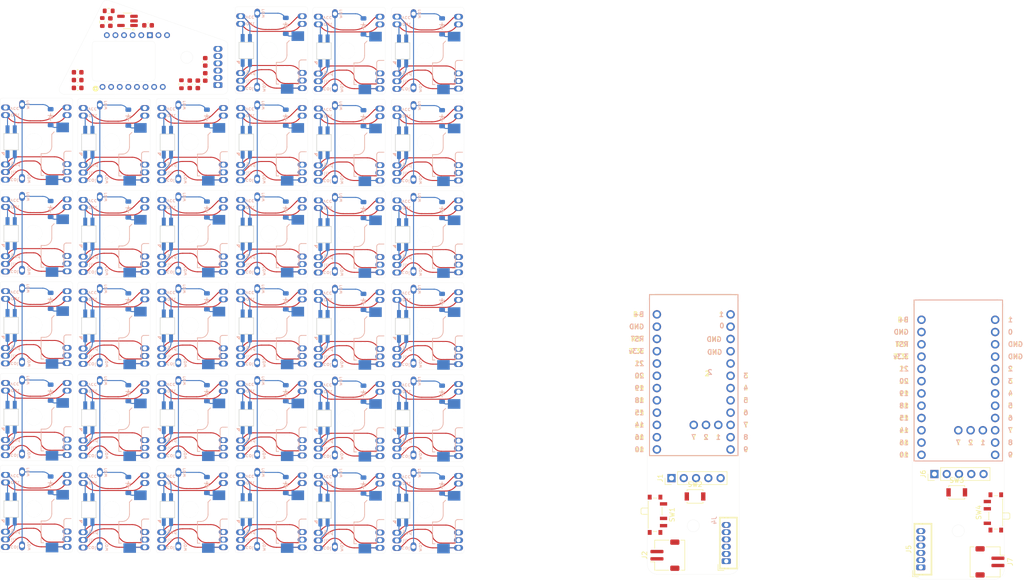
<source format=kicad_pcb>
(kicad_pcb (version 20240108) (generator "pcbnew") (generator_version "8.0")
  (layers (0 "F.Cu" signal) (1 "In1.Cu" signal) (2 "In2.Cu" signal) (31 "B.Cu" signal) (34 "B.Paste" user) (35 "F.Paste" user) (36 "B.SilkS" user "B.Silkscreen") (37 "F.SilkS" user "F.Silkscreen") (38 "B.Mask" user) (39 "F.Mask" user) (44 "Edge.Cuts" user))
  (net 0 "")
  (net 1 "Net-(U2-+VCSEL)")
  (net 2 "GND")
  (net 3 "+1V9")
  (net 4 "Net-(U2-CP)")
  (net 5 "Net-(U2-CN)")
  (net 6 "3.3v")
  (net 7 "Net-(U2-VCP)")
  (net 8 "Row 0 L")
  (net 9 "Row 1 L")
  (net 10 "Row 2 L")
  (net 11 "VCC L")
  (net 12 "Net-(IC1-ADJ)")
  (net 13 "GND L")
  (net 14 "RGB L")
  (net 15 "Net-(J2-Pin_2)")
  (net 16 "NCS")
  (net 17 "MOTION")
  (net 18 "SCLK")
  (net 19 "SDIO")
  (net 20 "Row 0 R")
  (net 21 "Net-(U2-NRESET)")
  (net 22 "Row 1 R")
  (net 23 "Row 2 R")
  (net 27 "Net-(U2--VCSEL)")
  (net 29 "GND R")
  (net 30 "VCC R")
  (net 31 "MOSI L")
  (net 32 "CS_D L")
  (net 33 "SCK L")
  (net 34 "CS_T  L")
  (net 35 "SCK  L")
  (net 36 "MISO L")
  (net 37 "MOSI R")
  (net 38 "CS_T R")
  (net 39 "SCK R")
  (net 40 "MISO R")
  (net 41 "CS_D R")
  (net 42 "Net-(J7-Pin_2)")
  (net 43 "Col 4 L")
  (net 44 "Col 3 L")
  (net 45 "Col 2 L")
  (net 46 "Col 1 L")
  (net 47 "Col 0 L")
  (net 48 "Col 5 L")
  (net 49 "Col 4 R")
  (net 50 "Col 3 R")
  (net 51 "Col 2 R")
  (net 52 "Col 1 R")
  (net 53 "Col 0 R")
  (net 54 "Col 5 R")
  (net 55 "BAT L")
  (net 56 "RST L")
  (net 57 "RST R")
  (net 58 "BAT R")
  (net 59 "CS_T L")
  (net 60 "RGB R")
  (net 70 "VCC")
  (net 71 "Col")
  (net 72 "Row")
  (net 73 "Diode")
  (net 74 "OUT")
  (net 75 "IN")
  (footprint "" (layer "F.Cu") (at 97.271676 89.682957 90)
    (property "Reference" "")
    (property "Value" "")
  )
  (footprint "" (layer "F.Cu") (at 120.355682 94.872319 -90)
    (property "Reference" "")
    (property "Value" "")
  )
  (footprint "" (layer "F.Cu") (at 116.905682 145.243043 180)
    (property "Reference" "")
    (property "Value" "")
  )
  (footprint "" (layer "F.Cu") (at 113.584361 96.970043 90)
    (property "Reference" "")
    (property "Value" "")
  )
  (footprint "ScottoKeebs_Components:LED_SK6812MINI" (layer "F.Cu") (at 102.014361 102.470043 90)
    (property "Reference" "D18" (hide yes))
    (property "Value" "LED_SK6812MINI" (hide yes))
    (fp_line (start 1.7 -1.5) (end -1.7 -1.5) (stroke (width 0.12)) (layer "Edge.Cuts"))
    (fp_line (start -1.7 -1.5) (end -1.7 1.5) (stroke (width 0.12)) (layer "Edge.Cuts"))
    (fp_line (start 1.7 1.5) (end 1.7 -1.5) (stroke (width 0.12)) (layer "Edge.Cuts"))
    (fp_line (start -1.7 1.5) (end 1.7 1.5) (stroke (width 0.12)) (layer "Edge.Cuts"))
  )
  (footprint "" (layer "F.Cu") (at 129.655682 59.081595 90)
    (property "Reference" "")
    (property "Value" "")
  )
  (footprint "" (layer "F.Cu") (at 145.911682 40.086233 90)
    (property "Reference" "")
    (property "Value" "")
  )
  (footprint "" (layer "F.Cu") (at 52.214355 76.275681 90)
    (property "Reference" "")
    (property "Value" "")
  )
  (footprint "" (layer "F.Cu") (at 136.591682 72.171595 -90)
    (property "Reference" "")
    (property "Value" "")
  )
  (footprint "" (layer "F.Cu") (at 100.854361 76.384681 90)
    (property "Reference" "")
    (property "Value" "")
  )
  (footprint "" (layer "F.Cu") (at 71.695676 110.053319 -90)
    (property "Reference" "")
    (property "Value" "")
  )
  (footprint "ScottoKeebs_Components:LED_SK6812MINI" (layer "F.Cu") (at 134.341682 83.576957 90)
    (property "Reference" "D18" (hide yes))
    (property "Value" "LED_SK6812MINI" (hide yes))
    (fp_line (start 1.7 -1.5) (end -1.7 -1.5) (stroke (width 0.12)) (layer "Edge.Cuts"))
    (fp_line (start -1.7 -1.5) (end -1.7 1.5) (stroke (width 0.12)) (layer "Edge.Cuts"))
    (fp_line (start 1.7 1.5) (end 1.7 -1.5) (stroke (width 0.12)) (layer "Edge.Cuts"))
    (fp_line (start -1.7 1.5) (end 1.7 1.5) (stroke (width 0.12)) (layer "Edge.Cuts"))
  )
  (footprint "" (layer "F.Cu") (at 81.015676 88.097957 180)
    (property "Reference" "")
    (property "Value" "")
  )
  (footprint "" (layer "F.Cu") (at 68.265676 148.299043 90)
    (property "Reference" "")
    (property "Value" "")
  )
  (footprint "" (layer "F.Cu") (at 136.591682 148.153043 -90)
    (property "Reference" "")
    (property "Value" "")
  )
  (footprint "" (layer "F.Cu") (at 68.265676 107.143319 180)
    (property "Reference" "")
    (property "Value" "")
  )
  (footprint "" (layer "F.Cu") (at 116.925682 76.486957 90)
    (property "Reference" "")
    (property "Value" "")
  )
  (footprint "" (layer "F.Cu") (at 84.521676 129.303681 90)
    (property "Reference" "")
    (property "Value" "")
  )
  (footprint "Connector_Wuerth:Wuerth_WR-WTB_64800611622_1x06_P1.50mm_Vertical" (layer "F.Cu") (at 201.294 151.126 90)
    (property "Reference" "J4")
    (property "Value" "rotary")
  )
  (footprint "" (layer "F.Cu") (at 84.541676 95.373319 90)
    (property "Reference" "")
    (property "Value" "")
  )
  (footprint "" (layer "F.Cu") (at 145.911682 91.371957 90)
    (property "Reference" "")
    (property "Value" "")
  )
  (footprint "keyswitches:Kailh_socket_PG1350" (layer "F.Cu") (at 122.79069 83.530594 90)
    (property "Reference" "S16" (hide yes))
    (property "Value" "Keyswitch" (hide yes))
  )
  (footprint "ScottoKeebs_Components:LED_SK6812MINI" (layer "F.Cu") (at 69.445676 102.463319 90)
    (property "Reference" "D18" (hide yes))
    (property "Value" "LED_SK6812MINI" (hide yes))
    (fp_line (start 1.7 -1.5) (end -1.7 -1.5) (stroke (width 0.12)) (layer "Edge.Cuts"))
    (fp_line (start -1.7 -1.5) (end -1.7 1.5) (stroke (width 0.12)) (layer "Edge.Cuts"))
    (fp_line (start 1.7 1.5) (end 1.7 -1.5) (stroke (width 0.12)) (layer "Edge.Cuts"))
    (fp_line (start -1.7 1.5) (end 1.7 1.5) (stroke (width 0.12)) (layer "Edge.Cuts"))
  )
  (footprint "" (layer "F.Cu") (at 100.854361 39.973957 90)
    (property "Reference" "")
    (property "Value" "")
  )
  (footprint "" (layer "F.Cu") (at 68.265676 126.138681 180)
    (property "Reference" "")
    (property "Value" "")
  )
  (footprint "" (layer "F.Cu") (at 120.355682 56.881595 -90)
    (property "Reference" "")
    (property "Value" "")
  )
  (footprint "" (layer "F.Cu") (at 120.335682 110.162319 -90)
    (property "Reference" "")
    (property "Value" "")
  )
  (footprint "" (layer "F.Cu") (at 97.271676 129.253681 90)
    (property "Reference" "")
    (property "Value" "")
  )
  (footprint "" (layer "F.Cu") (at 52.194355 110.206043 90)
    (property "Reference" "")
    (property "Value" "")
  )
  (footprint "ScottoKeebs_Components:LED_SK6812MINI" (layer "F.Cu") (at 134.341682 102.572319 90)
    (property "Reference" "D18" (hide yes))
    (property "Value" "LED_SK6812MINI" (hide yes))
    (fp_line (start 1.7 -1.5) (end -1.7 -1.5) (stroke (width 0.12)) (layer "Edge.Cuts"))
    (fp_line (start -1.7 -1.5) (end -1.7 1.5) (stroke (width 0.12)) (layer "Edge.Cuts"))
    (fp_line (start 1.7 1.5) (end 1.7 -1.5) (stroke (width 0.12)) (layer "Edge.Cuts"))
    (fp_line (start -1.7 1.5) (end 1.7 1.5) (stroke (width 0.12)) (layer "Edge.Cuts"))
  )
  (footprint "" (layer "F.Cu") (at 129.655682 127.782681 90)
    (property "Reference" "")
    (property "Value" "")
  )
  (footprint "keyswitches:Kailh_socket_PG1350" (layer "F.Cu") (at 139.04669 102.525956 90)
    (property "Reference" "S16" (hide yes))
    (property "Value" "Keyswitch" (hide yes))
  )
  (footprint "" (layer "F.Cu") (at 81.015676 77.967957 90)
    (property "Reference" "")
    (property "Value" "")
  )
  (footprint "" (layer "F.Cu") (at 133.181682 114.477681 90)
    (property "Reference" "")
    (property "Value" "")
  )
  (footprint "" (layer "F.Cu") (at 104.264361 91.064681 -90)
    (property "Reference" "")
    (property "Value" "")
  )
  (footprint "" (layer "F.Cu") (at 100.834361 108.735043 90)
    (property "Reference" "")
    (property "Value" "")
  )
  (footprint "" (layer "F.Cu") (at 52.214355 115.846405 90)
    (property "Reference" "")
    (property "Value" "")
  )
  (footprint "" (layer "F.Cu") (at 64.944355 144.981767 180)
    (property "Reference" "")
    (property "Value" "")
  )
  (footprint "" (layer "F.Cu") (at 133.161682 50.266233 180)
    (property "Reference" "")
    (property "Value" "")
  )
  (footprint "" (layer "F.Cu") (at 97.271676 57.392595 90)
    (property "Reference" "")
    (property "Value" "")
  )
  (footprint "" (layer "F.Cu") (at 113.584361 107.100043 180)
    (property "Reference" "")
    (property "Value" "")
  )
  (footprint "" (layer "F.Cu") (at 97.271676 148.249043 90)
    (property "Reference" "")
    (property "Value" "")
  )
  (footprint "" (layer "F.Cu") (at 100.834361 51.748957 90)
    (property "Reference" "")
    (property "Value" "")
  )
  (footprint "keyswitches:Kailh_socket_PG1350" (layer "F.Cu") (at 106.719369 83.428318 90)
    (property "Reference" "S16" (hide yes))
    (property "Value" "Keyswitch" (hide yes))
  )
  (footprint "" (layer "F.Cu") (at 68.285676 58.962595 90)
    (property "Reference" "")
    (property "Value" "")
  )
  (footprint "" (layer "F.Cu") (at 100.834361 53.328957 90)
    (property "Reference" "")
    (property "Value" "")
  )
  (footprint "" (layer "F.Cu") (at 116.925682 135.053043 90)
    (property "Reference" "")
    (property "Value" "")
  )
  (footprint "" (layer "F.Cu") (at 68.265676 145.134043 180)
    (property "Reference" "")
    (property "Value" "")
  )
  (footprint "ScottoKeebs_Components:LED_SK6812MINI" (layer "F.Cu") (at 69.445676 83.467957 90)
    (property "Reference" "D18" (hide yes))
    (property "Value" "LED_SK6812MINI" (hide yes))
    (fp_line (start 1.7 -1.5) (end -1.7 -1.5) (stroke (width 0.12)) (layer "Edge.Cuts"))
    (fp_line (start -1.7 -1.5) (end -1.7 1.5) (stroke (width 0.12)) (layer "Edge.Cuts"))
    (fp_line (start 1.7 1.5) (end 1.7 -1.5) (stroke (width 0.12)) (layer "Edge.Cuts"))
    (fp_line (start -1.7 1.5) (end 1.7 1.5) (stroke (width 0.12)) (layer "Edge.Cuts"))
  )
  (footprint "" (layer "F.Cu") (at 55.644355 94.661043 -90)
    (property "Reference" "")
    (property "Value" "")
  )
  (footprint "keyswitches:Kailh_socket_PG1350" (layer "F.Cu") (at 58.079363 102.31468 90)
    (property "Reference" "S16" (hide yes))
    (property "Value" "Keyswitch" (hide yes))
  )
  (footprint "" (layer "F.Cu") (at 52.194355 69.050319 180)
    (property "Reference" "")
    (property "Value" "")
  )
  (footprint "" (layer "F.Cu") (at 100.854361 114.375405 90)
    (property "Reference" "")
    (property "Value" "")
  )
  (footprint "" (layer "F.Cu") (at 55.624355 109.951043 -90)
    (property "Reference" "")
    (property "Value" "")
  )
  (footprint "" (layer "F.Cu") (at 52.194355 91.210681 90)
    (property "Reference" "")
    (property "Value" "")
  )
  (footprint "" (layer "F.Cu") (at 81.015676 148.249043 90)
    (property "Reference" "")
    (property "Value" "")
  )
  (footprint "Capacitor_SMD:C_0603_1608Metric" (layer "F.Cu") (at 73.896686 39.615305 90)
    (property "Reference" "C10" (hide yes))
    (property "Value" "1uF" (hide yes))
  )
  (footprint "" (layer "F.Cu") (at 104.284361 132.760767 -90)
    (property "Reference" "")
    (property "Value" "")
  )
  (footprint "" (layer "F.Cu") (at 113.584361 146.675767 90)
    (property "Reference" "")
    (property "Value" "")
  )
  (footprint "" (layer "F.Cu") (at 113.584361 114.385405 90)
    (property "Reference" "")
    (property "Value" "")
  )
  (footprint "" (layer "F.Cu") (at 145.911682 59.081595 90)
    (property "Reference" "")
    (property "Value" "")
  )
  (footprint "" (layer "F.Cu") (at 129.655682 72.376595 90)
    (property "Reference" "")
    (property "Value" "")
  )
  (footprint "ScottoKeebs_Components:LED_SK6812MINI" (layer "F.Cu") (at 85.701676 121.458681 90)
    (property "Reference" "D18" (hide yes))
    (property "Value" "LED_SK6812MINI" (hide yes))
    (fp_line (start 1.7 -1.5) (end -1.7 -1.5) (stroke (width 0.12)) (layer "Edge.Cuts"))
    (fp_line (start -1.7 -1.5) (end -1.7 1.5) (stroke (width 0.12)) (layer "Edge.Cuts"))
    (fp_line (start 1.7 1.5) (end 1.7 -1.5) (stroke (width 0.12)) (layer "Edge.Cuts"))
    (fp_line (start -1.7 1.5) (end 1.7 1.5) (stroke (width 0.12)) (layer "Edge.Cuts"))
  )
  (footprint "Button_Switch_SMD:SW_SPST_B3U-1000P" (layer "F.Cu") (at 248.973 136.886)
    (property "Reference" "SW3")
    (property "Value" "Reset")
  )
  (footprint "" (layer "F.Cu") (at 97.271676 76.387957 90)
    (property "Reference" "")
    (property "Value" "")
  )
  (footprint "" (layer "F.Cu") (at 145.911682 148.358043 90)
    (property "Reference" "")
    (property "Value" "")
  )
  (footprint "" (layer "F.Cu") (at 64.944355 114.276405 90)
    (property "Reference" "")
    (property "Value" "")
  )
  (footprint "" (layer "F.Cu") (at 81.015676 108.678319 90)
    (property "Reference" "")
    (property "Value" "")
  )
  (footprint "Capacitor_SMD:C_0603_1608Metric" (layer "F.Cu") (at 67.131706 51.605308 180)
    (property "Reference" "C3" (hide yes))
    (property "Value" "3.3u/16V" (hide yes))
  )
  (footprint "" (layer "F.Cu") (at 116.905682 72.426595 90)
    (property "Reference" "")
    (property "Value" "")
  )
  (footprint "" (layer "F.Cu") (at 64.944355 108.576043 90)
    (property "Reference" "")
    (property "Value" "")
  )
  (footprint "" (layer "F.Cu") (at 81.015676 96.963319 90)
    (property "Reference" "")
    (property "Value" "")
  )
  (footprint "" (layer "F.Cu") (at 87.971676 132.754043 -90)
    (property "Reference" "")
    (property "Value" "")
  )
  (footprint "keyswitches:Kailh_socket_PG1350" (layer "F.Cu") (at 106.719369 64.432956 90)
    (property "Reference" "S16" (hide yes))
    (property "Value" "Keyswitch" (hide yes))
  )
  (footprint "" (layer "F.Cu") (at 100.854361 38.393957 90)
    (property "Reference" "")
    (property "Value" "")
  )
  (footprint "" (layer "F.Cu") (at 145.911682 97.072319 90)
    (property "Reference" "")
    (property "Value" "")
  )
  (footprint "Connector_JST:JST_ZH_S2B-ZR-SM4A-TF_1x02-1MP_P1.50mm_Horizontal" (layer "F.Cu") (at 255.843 151.266 -90)
    (property "Reference" "J7")
    (property "Value" "Battery")
  )
  (footprint "" (layer "F.Cu") (at 116.905682 146.828043 90)
    (property "Reference" "")
    (property "Value" "")
  )
  (footprint "" (layer "F.Cu") (at 52.194355 146.616767 90)
    (property "Reference" "")
    (property "Value" "")
  )
  (footprint "" (layer "F.Cu") (at 129.655682 133.483043 90)
    (property "Reference" "")
    (property "Value" "")
  )
  (footprint "" (layer "F.Cu") (at 133.161682 88.256957 180)
    (property "Reference" "")
    (property "Value" "")
  )
  (footprint "" (layer "F.Cu") (at 81.015676 70.687595 90)
    (property "Reference" "")
    (property "Value" "")
  )
  (footprint "" (layer "F.Cu") (at 116.925682 95.482319 90)
    (property "Reference" "")
    (property "Value" "")
  )
  (footprint "" (layer "F.Cu") (at 145.911682 133.483043 90)
    (property "Reference" "")
    (property "Value" "")
  )
  (footprint "" (layer "F.Cu") (at 81.015676 133.374043 90)
    (property "Reference" "")
    (property "Value" "")
  )
  (footprint "" (layer "F.Cu") (at 129.655682 95.492319 90)
    (property "Reference" "")
    (property "Value" "")
  )
  (footprint "" (layer "F.Cu") (at 145.911682 70.796595 90)
    (property "Reference" "")
    (property "Value" "")
  )
  (footprint "" (layer "F.Cu") (at 81.015676 95.383319 90)
    (property "Reference" "")
    (property "Value" "")
  )
  (footprint "" (layer "F.Cu") (at 133.161682 127.832681 90)
    (property "Reference" "")
    (property "Value" "")
  )
  (footprint "" (layer "F.Cu") (at 81.015676 134.954043 90)
    (property "Reference" "")
    (property "Value" "")
  )
  (footprint "" (layer "F.Cu") (at 68.285676 76.377957 90)
    (property "Reference" "")
    (property "Value" "")
  )
  (footprint "" (layer "F.Cu") (at 97.271676 96.963319 90)
    (property "Reference" "")
    (property "Value" "")
  )
  (footprint "" (layer "F.Cu") (at 64.944355 96.861043 90)
    (property "Reference" "")
    (property "Value" "")
  )
  (footprint "" (layer "F.Cu") (at 81.015676 145.084043 180)
    (property "Reference" "")
    (property "Value" "")
  )
  (footprint "" (layer "F.Cu") (at 133.181682 57.491595 90)
    (property "Reference" "")
    (property "Value" "")
  )
  (footprint "" (layer "F.Cu") (at 68.285676 115.948681 90)
    (property "Reference" "")
    (property "Value" "")
  )
  (footprint "" (layer "F.Cu") (at 55.624355 90.955681 -90)
    (property "Reference" "")
    (property "Value" "")
  )
  (footprint "" (layer "F.Cu") (at 81.015676 76.387957 90)
    (property "Reference" "")
    (property "Value" "")
  )
  (footprint "" (layer "F.Cu") (at 64.944355 89.580681 90)
    (property "Reference" "")
    (property "Value" "")
  )
  (footprint "" (layer "F.Cu") (at 64.944355 77.865681 90)
    (property "Reference" "")
    (property "Value" "")
  )
  (footprint "" (layer "F.Cu") (at 136.591682 110.162319 -90)
    (property "Reference" "")
    (property "Value" "")
  )
  (footprint "" (layer "F.Cu") (at 97.271676 115.958681 90)
    (property "Reference" "")
    (property "Value" "")
  )
  (footprint "Connector_Wuerth:Wuerth_WR-WTB_64800611622_1x06_P1.50mm_Vertical" (layer "F.Cu") (at 96.146682 52.645301 90)
    (property "Reference" "J3" (hide yes))
    (property "Value" "trackball" (hide yes))
  )
  (footprint "" (layer "F.Cu") (at 84.521676 72.317595 90)
    (property "Reference" "")
    (property "Value" "")
  )
  (footprint "" (layer "F.Cu") (at 129.655682 57.501595 90)
    (property "Reference" "")
    (property "Value" "")
  )
  (footprint "" (layer "F.Cu") (at 100.834361 146.725767 90)
    (property "Reference" "")
    (property "Value" "")
  )
  (footprint "" (layer "F.Cu") (at 84.541676 96.953319 90)
    (property "Reference" "")
    (property "Value" "")
  )
  (footprint "" (layer "F.Cu") (at 113.584361 76.394681 90)
    (property "Reference" "")
    (property "Value" "")
  )
  (footprint "" (layer "F.Cu") (at 71.715676 132.754043 -90)
    (property "Reference" "")
    (property "Value" "")
  )
  (footprint "ScottoKeebs_Components:LED_SK6812MINI" (layer "F.Cu") (at 69.445676 121.458681 90)
    (property "Reference" "D18" (hide yes))
    (property "Value" "LED_SK6812MINI" (hide yes))
    (fp_line (start 1.7 -1.5) (end -1.7 -1.5) (stroke (width 0.12)) (layer "Edge.Cuts"))
    (fp_line (start -1.7 -1.5) (end -1.7 1.5) (stroke (width 0.12)) (layer "Edge.Cuts"))
    (fp_line (start 1.7 1.5) (end 1.7 -1.5) (stroke (width 0.12)) (layer "Edge.Cuts"))
    (fp_line (start -1.7 1.5) (end 1.7 1.5) (stroke (width 0.12)) (layer "Edge.Cuts"))
  )
  (footprint "" (layer "F.Cu") (at 55.644355 75.665681 -90)
    (property "Reference" "")
    (property "Value" "")
  )
  (footprint "" (layer "F.Cu") (at 87.971676 56.772595 -90)
    (property "Reference" "")
    (property "Value" "")
  )
  (footprint "" (layer "F.Cu") (at 129.655682 70.796595 90)
    (property "Reference" "")
    (property "Value" "")
  )
  (footprint "Connector_PinHeader_2.54mm:PinHeader_1x05_P2.54mm_Vertical" (layer "F.Cu") (at 189.964 133.936 90)
    (property "Reference" "J1")
    (property "Value" "nice!view")
  )
  (footprint "" (layer "F.Cu") (at 133.181682 133.473043 90)
    (property "Reference" "")
    (property "Value" "")
  )
  (footprint "keyswitches:Kailh_socket_PG1350" (layer "F.Cu") (at 106.719369 121.419042 90)
    (property "Reference" "S16" (hide yes))
    (property "Value" "Keyswitch" (hide yes))
  )
  (footprint "" (layer "F.Cu") (at 145.911682 146.778043 90)
    (property "Reference" "")
    (property "Value" "")
  )
  (footprint "keyswitches:Kailh_socket_PG1350" (layer "F.Cu") (at 122.79069 102.525956 90)
    (property "Reference" "S16" (hide yes))
    (property "Value" "Keyswitch" (hide yes))
  )
  (footprint "" (layer "F.Cu") (at 68.265676 146.719043 90)
    (property "Reference" "")
    (property "Value" "")
  )
  (footprint "" (layer "F.Cu") (at 133.181682 78.066957 90)
    (property "Reference" "")
    (property "Value" "")
  )
  (footprint "" (layer "F.Cu") (at 129.655682 40.086233 90)
    (property "Reference" "")
    (property "Value" "")
  )
  (footprint "ScottoKeebs_Components:LED_SK6812MINI" (layer "F.Cu") (at 118.085682 45.586233 90)
    (property "Reference" "D18" (hide yes))
    (property "Value" "LED_SK6812MINI" (hide yes))
    (fp_line (start 1.7 -1.5) (end -1.7 -1.5) (stroke (width 0.12)) (layer "Edge.Cuts"))
    (fp_line (start -1.7 -1.5) (end -1.7 1.5) (stroke (width 0.12)) (layer "Edge.Cuts"))
    (fp_line (start 1.7 1.5) (end 1.7 -1.5) (stroke (width 0.12)) (layer "Edge.Cuts"))
    (fp_line (start -1.7 1.5) (end 1.7 1.5) (stroke (width 0.12)) (layer "Edge.Cuts"))
  )
  (footprint "ScottoKeebs_Components:LED_SK6812MINI" (layer "F.Cu") (at 118.085682 64.581595 90)
    (property "Reference" "D18" (hide yes))
    (property "Value" "LED_SK6812MINI" (hide yes))
    (fp_line (start 1.7 -1.5) (end -1.7 -1.5) (stroke (width 0.12)) (layer "Edge.Cuts"))
    (fp_line (start -1.7 -1.5) (end -1.7 1.5) (stroke (width 0.12)) (layer "Edge.Cuts"))
    (fp_line (start 1.7 1.5) (end 1.7 -1.5) (stroke (width 0.12)) (layer "Edge.Cuts"))
    (fp_line (start -1.7 1.5) (end 1.7 1.5) (stroke (width 0.12)) (layer "Edge.Cuts"))
  )
  (footprint "" (layer "F.Cu") (at 100.834361 69.159319 180)
    (property "Reference" "")
    (property "Value" "")
  )
  (footprint "" (layer "F.Cu") (at 71.695676 148.044043 -90)
    (property "Reference" "")
    (property "Value" "")
  )
  (footprint "" (layer "F.Cu") (at 87.951676 72.062595 -90)
    (property "Reference" "")
    (property "Value" "")
  )
  (footprint "keyswitches:Kailh_socket_PG1350" (layer "F.Cu") (at 122.79069 121.521318 90)
    (property "Reference" "S16" (hide yes))
    (property "Value" "Keyswitch" (hide yes))
  )
  (footprint "" (layer "F.Cu") (at 133.161682 108.837319 90)
    (property "Reference" "")
    (property "Value" "")
  )
  (footprint "" (layer "F.Cu") (at 145.911682 76.496957 90)
    (property "Reference" "")
    (property "Value" "")
  )
  (footprint "ScottoKeebs_MCU:Nice_Nano_V2_Flipped" (layer "F.Cu") (at 249.293 115.156)
    (property "Reference" "U3" (hide yes))
    (property "Value" "nice!nano v2" (hide yes))
  )
  (footprint "" (layer "F.Cu") (at 68.265676 89.732957 90)
    (property "Reference" "")
    (property "Value" "")
  )
  (footprint "" (layer "F.Cu") (at 97.271676 146.669043 90)
    (property "Reference" "")
    (property "Value" "")
  )
  (footprint "" (layer "F.Cu") (at 104.284361 113.765405 -90)
    (property "Reference" "")
    (property "Value" "")
  )
  (footprint "" (layer "F.Cu") (at 129.655682 51.801233 90)
    (property "Reference" "")
    (property "Value" "")
  )
  (footprint "" (layer "F.Cu") (at 145.911682 53.381233 90)
    (property "Reference" "")
    (property "Value" "")
  )
  (footprint "" (layer "F.Cu") (at 64.944355 148.146767 90)
    (property "Reference" "")
    (property "Value" "")
  )
  (footprint "" (layer "F.Cu") (at 100.854361 95.380043 90)
    (property "Reference" "")
    (property "Value" "")
  )
  (footprint "" (layer "F.Cu") (at 64.944355 106.991043 180)
    (property "Reference" "")
    (property "Value" "")
  )
  (footprint "" (layer "F.Cu") (at 87.951676 91.057957 -90)
    (property "Reference" "")
    (property "Value" "")
  )
  (footprint "" (layer "F.Cu") (at 52.194355 145.031767 180)
    (property "Reference" "")
    (property "Value" "")
  )
  (footprint "" (layer "F.Cu") (at 87.971676 113.758681 -90)
    (property "Reference" "")
    (property "Value" "")
  )
  (footprint "sensor:PMW3610" (layer "F.Cu") (at 76.556697 47.672808 90)
    (property "Reference" "U2" (hide yes))
    (property "Value" "PMW3610")
  )
  (footprint "" (layer "F.Cu") (at 104.264361 72.069319 -90)
    (property "Reference" "")
    (property "Value" "")
  )
  (footprint "" (layer "F.Cu") (at 129.655682 91.371957 90)
    (property "Reference" "")
    (property "Value" "")
  )
  (footprint "keyswitches:Kailh_socket_PG1350" (layer "F.Cu") (at 139.04669 83.530594 90)
    (property "Reference" "S16" (hide yes))
    (property "Value" "Keyswitch" (hide yes))
  )
  (footprint "" (layer "F.Cu") (at 64.944355 95.281043 90)
    (property "Reference" "")
    (property "Value" "")
  )
  (footprint "" (layer "F.Cu") (at 113.584361 129.260405 90)
    (property "Reference" "")
    (property "Value" "")
  )
  (footprint "" (layer "F.Cu") (at 68.285676 133.364043 90)
    (property "Reference" "")
    (property "Value" "")
  )
  (footprint "" (layer "F.Cu") (at 113.584361 134.960767 90)
    (property "Reference" "")
    (property "Value" "")
  )
  (footprint "" (layer "F.Cu") (at 100.834361 145.140767 180)
    (property "Reference" "")
    (property "Value" "")
  )
  (footprint "" (layer "F.Cu") (at 71.715676 94.763319 -90)
    (property "Reference" "")
    (property "Value" "")
  )
  (footprint "" (layer "F.Cu") (at 100.834361 129.310405 90)
    (property "Reference" "")
    (property "Value" "")
  )
  (footprint "" (layer "F.Cu") (at 129.655682 145.193043 180)
    (property "Reference" "")
    (property "Value" "")
  )
  (footprint "" (layer "F.Cu") (at 120.355682 113.867681 -90)
    (property "Reference" "")
    (property "Value" "")
  )
  (footprint "" (layer "F.Cu") (at 84.521676 127.723681 90)
    (property "Reference" "")
    (property "Value" "")
  )
  (footprint "Connector_JST:JST_ZH_S2B-ZR-SM4A-TF_1x02-1MP_P1.50mm_Horizontal" (layer "F.Cu") (at 188.604 149.886 90)
    (property "Reference" "J2")
    (property "Value" "Battery")
  )
  (footprint "keyswitches:Kailh_socket_PG1350" (layer "F.Cu") (at 74.150684 64.426232 90)
    (property "Reference" "S16" (hide yes))
    (property "Value" "Keyswitch" (hide yes))
  )
  (footprint "" (layer "F.Cu") (at 116.925682 116.057681 90)
    (property "Reference" "")
    (property "Value" "")
  )
  (footprint "" (layer "F.Cu") (at 113.584361 53.278957 90)
    (property "Reference" "")
    (property "Value" "")
  )
  (footprint "" (layer "F.Cu") (at 104.264361 148.050767 -90)
    (property "Reference" "")
    (property "Value" "")
  )
  (footprint "" (layer "F.Cu") (at 84.541676 57.382595 90)
    (property "Reference" "")
    (property "Value" "")
  )
  (footprint "" (layer "F.Cu") (at 81.015676 110.258319 90)
    (property "Reference" "")
    (property "Value" "")
  )
  (footprint "" (layer "F.Cu") (at 68.265676 108.728319 90)
    (property "Reference" "")
    (property "Value" "")
  )
  (footprint "" (layer "F.Cu") (at 52.194355 108.626043 90)
    (property "Reference" "")
    (property "Value" "")
  )
  (footprint "Capacitor_SMD:C_0603_1608Metric" (layer "F.Cu") (at 67.131697 49.995312 180)
    (property "Reference" "C2" (hide yes))
    (property "Value" "100n" (hide yes))
  )
  (footprint "" (layer "F.Cu") (at 120.355682 75.876957 -90)
    (property "Reference" "")
    (property "Value" "")
  )
  (footprint "" (layer "F.Cu") (at 71.715676 113.758681 -90)
    (property "Reference" "")
    (property "Value" "")
  )
  (footprint "Connector_PinHeader_2.54mm:PinHeader_1x05_P2.54mm_Vertical" (layer "F.Cu") (at 244.353 133.096 90)
    (property "Reference" "J6")
    (property "Value" "nice!view")
  )
  (footprint "keyswitches:Kailh_socket_PG1350" (layer "F.Cu") (at 90.406684 64.426232 90)
    (property "Reference" "S16" (hide yes))
    (property "Value" "Keyswitch" (hide yes))
  )
  (footprint "" (layer "F.Cu") (at 68.285676 95.373319 90)
    (property "Reference" "")
    (property "Value" "")
  )
  (footprint "" (layer "F.Cu") (at 81.015676 129.253681 90)
    (property "Reference" "")
    (property "Value" "")
  )
  (footprint "" (layer "F.Cu") (at 97.271676 108.678319 90)
    (property "Reference" "")
    (property "Value" "")
  )
  (footprint "" (layer "F.Cu") (at 97.271676 114.378681 90)
    (property "Reference" "")
    (property "Value" "")
  )
  (footprint "ScottoKeebs_Components:LED_SK6812MINI" (layer "F.Cu") (at 85.701676 83.467957 90)
    (property "Reference" "D18" (hide yes))
    (property "Value" "LED_SK6812MINI" (hide yes))
    (fp_line (start 1.7 -1.5) (end -1.7 -1.5) (stroke (width 0.12)) (layer "Edge.Cuts"))
    (fp_line (start -1.7 -1.5) (end -1.7 1.5) (stroke (width 0.12)) (layer "Edge.Cuts"))
    (fp_line (start 1.7 1.5) (end 1.7 -1.5) (stroke (width 0.12)) (layer "Edge.Cuts"))
    (fp_line (start -1.7 1.5) (end 1.7 1.5) (stroke (width 0.12)) (layer "Edge.Cuts"))
  )
  (footprint "" (layer "F.Cu") (at 100.854361 57.389319 90)
    (property "Reference" "")
    (property "Value" "")
  )
  (footprint "Button_Switch_SMD:SW_SPDT_PCM12" (layer "F.Cu") (at 186.889 141.526 -90)
    (property "Reference" "SW1")
    (property "Value" "Power")
  )
  (footprint "" (layer "F.Cu") (at 55.624355 128.946405 -90)
    (property "Reference" "")
    (property "Value" "")
  )
  (footprint "keyswitches:Kailh_socket_PG1350" (layer "F.Cu") (at 74.150684 140.40768 90)
    (property "Reference" "S16" (hide yes))
    (property "Value" "Keyswitch" (hide yes))
  )
  (footprint "ScottoKeebs_Components:LED_SK6812MINI" (layer "F.Cu") (at 53.374355 64.370319 90)
    (property "Reference" "D18" (hide yes))
    (property "Value" "LED_SK6812MINI" (hide yes))
    (fp_line (start 1.7 -1.5) (end -1.7 -1.5) (stroke (width 0.12)) (layer "Edge.Cuts"))
    (fp_line (start -1.7 -1.5) (end -1.7 1.5) (stroke (width 0.12)) (layer "Edge.Cuts"))
    (fp_line (start 1.7 1.5) (end 1.7 -1.5) (stroke (width 0.12)) (layer "Edge.Cuts"))
    (fp_line (start -1.7 1.5) (end 1.7 1.5) (stroke (width 0.12)) (layer "Edge.Cuts"))
  )
  (footprint "" (layer "F.Cu") (at 129.655682 148.358043 90)
    (property "Reference" "")
    (property "Value" "")
  )
  (footprint "" (layer "F.Cu") (at 81.015676 89.682957 90)
    (property "Reference" "")
    (property "Value" "")
  )
  (footprint "" (layer "F.Cu") (at 84.541676 76.377957 90)
    (property "Reference" "")
    (property "Value" "")
  )
  (footprint "" (layer "F.Cu") (at 52.214355 114.266405 90)
    (property "Reference" "")
    (property "Value" "")
  )
  (footprint "Resistor_SMD:R_0603_1608Metric" (layer "F.Cu") (at 72.226695 39.600307 -90)
    (property "Reference" "R3" (hide yes))
    (property "Value" "15k" (hide yes))
  )
  (footprint "" (layer "F.Cu") (at 68.285676 96.953319 90)
    (property "Reference" "")
    (property "Value" "")
  )
  (footprint "" (layer "F.Cu") (at 120.335682 91.166957 -90)
    (property "Reference" "")
    (property "Value" "")
  )
  (footprint "" (layer "F.Cu") (at 52.214355 95.271043 90)
    (property "Reference" "")
    (property "Value" "")
  )
  (footprint "" (layer "F.Cu") (at 97.271676 77.967957 90)
    (property "Reference" "")
    (property "Value" "")
  )
  (footprint "" (layer "F.Cu") (at 113.584361 126.095405 180)
    (property "Reference" "")
    (property "Value" "")
  )
  (footprint "" (layer "F.Cu") (at 100.834361 110.315043 90)
    (property "Reference" "")
    (property "Value" "")
  )
  (footprint "" (layer "F.Cu") (at 133.181682 95.482319 90)
    (property "Reference" "")
    (property "Value" "")
  )
  (footprint "ScottoKeebs_Components:LED_SK6812MINI" (layer "F.Cu") (at 134.341682 121.567681 90)
    (property "Reference" "D18" (hide yes))
    (property "Value" "LED_SK6812MINI" (hide yes))
    (fp_line (start 1.7 -1.5) (end -1.7 -1.5) (stroke (width 0.12)) (layer "Edge.Cuts"))
    (fp_line (start -1.7 -1.5) (end -1.7 1.5) (stroke (width 0.12)) (layer "Edge.Cuts"))
    (fp_line (start 1.7 1.5) (end 1.7 -1.5) (stroke (width 0.12)) (layer "Edge.Cuts"))
    (fp_line (start -1.7 1.5) (end 1.7 1.5) (stroke (width 0.12)) (layer "Edge.Cuts"))
  )
  (footprint "" (layer "F.Cu") (at 84.521676 107.143319 180)
    (property "Reference" "")
    (property "Value" "")
  )
  (footprint "" (layer "F.Cu") (at 100.834361 107.150043 180)
    (property "Reference" "")
    (property "Value" "")
  )
  (footprint "keyswitches:Kailh_socket_PG1350" (layer "F.Cu") (at 122.79069 64.535232 90)
    (property "Reference" "S16" (hide yes))
    (property "Value" "Keyswitch" (hide yes))
  )
  (footprint "" (layer "F.Cu") (at 116.925682 57.491595 90)
    (property "Reference" "")
    (property "Value" "")
  )
  (footprint "" (layer "F.Cu") (at 133.161682 107.252319 180)
    (property "Reference" "")
    (property "Value" "")
  )
  (footprint "" (layer "F.Cu") (at 145.911682 107.202319 180)
    (property "Reference" "")
    (property "Value" "")
  )
  (footprint "" (layer "F.Cu") (at 133.181682 38.496233 90)
    (property "Reference" "")
    (property "Value" "")
  )
  (footprint "" (layer "F.Cu") (at 68.265676 110.308319 90)
    (property "Reference" "")
    (property "Value" "")
  )
  (footprint "Connector_Wuerth:Wuerth_WR-WTB_64800611622_1x06_P1.50mm_Vertical" (layer "F.Cu") (at 241.533 152.406 90)
    (property "Reference" "J5")
    (property "Value" "trackball")
  )
  (footprint "" (layer "F.Cu") (at 113.584361 110.265043 90)
    (property "Reference" "")
    (property "Value" "")
  )
  (footprint "" (layer "F.Cu") (at 100.834361 126.145405 180)
    (property "Reference" "")
    (property "Value" "")
  )
  (footprint "" (layer "F.Cu") (at 64.944355 58.870319 90)
    (property "Reference" "")
    (property "Value" "")
  )
  (footprint "" (layer "F.Cu") (at 136.611682 94.872319 -90)
    (property "Reference" "")
    (property "Value" "")
  )
  (footprint "Capacitor_SMD:C_0603_1608Metric" (layer "F.Cu") (at 93.525206 50.961436 -90)
    (property "Reference" "C8" (hide yes))
    (property "Value" " 10u (X7R)" (hide yes))
  )
  (footprint "" (layer "F.Cu") (at 129.655682 110.367319 90)
    (property "Reference" "")
    (property "Value" "")
  )
  (footprint "Capacitor_SMD:C_0603_1608Metric" (layer "F.Cu") (at 90.316695 52.480317 90)
    (property "Reference" "C7" (hide yes))
    (property "Value" "100n" (hide yes))
  )
  (footprint "" (layer "F.Cu") (at 52.214355 77.855681 90)
    (property "Reference" "")
    (property "Value" "")
  )
  (footprint "" (layer "F.Cu") (at 129.655682 114.487681 90)
    (property "Reference" "")
    (property "Value" "")
  )
  (footprint "" (layer "F.Cu") (at 120.335682 148.153043 -90)
    (property "Reference" "")
    (property "Value" "")
  )
  (footprint "" (layer "F.Cu") (at 52.194355 129.201405 90)
    (property "Reference" "")
    (property "Value" "")
  )
  (footprint "" (layer "F.Cu") (at 71.715676 75.767957 -90)
    (property "Reference" "")
    (property "Value" "")
  )
  (footprint "keyswitches:Kailh_socket_PG1350" (layer "F.Cu") (at 106.719369 102.42368 90)
    (property "Reference" "S16" (hide yes))
    (property "Value" "Keyswitch" (hide yes))
  )
  (footprint "" (layer "F.Cu") (at 97.271676 58.972595 90)
    (property "Reference" "")
    (property "Value" "")
  )
  (footprint "" (layer "F.Cu") (at 116.925682 133.473043 90)
    (property "Reference" "")
    (property "Value" "")
  )
  (footprint "" (layer "F.Cu") (at 116.905682 148.408043 90)
    (property "Reference" "")
    (property "Value" "")
  )
  (footprint "" (layer "F.Cu") (at 116.905682 91.421957 90)
    (property "Reference" "")
    (property "Value" "")
  )
  (footprint "" (layer "F.Cu") (at 116.925682 78.066957 90)
    (property "Reference" "")
    (property "Value" "")
  )
  (footprint "" (layer "F.Cu") (at 84.521676 146.719043 90)
    (property "Reference" "")
    (property "Value" "")
  )
  (footprint "" (layer "F.Cu") (at 129.655682 38.506233 90)
    (property "Reference" "")
    (property "Value" "")
  )
  (footprint "" (layer "F.Cu") (at 145.911682 51.801233 90)
    (property "Reference" "")
    (property "Value" "")
  )
  (footprint "ScottoKeebs_Components:LED_SK6812MINI" (layer "F.Cu") (at 85.701676 102.463319 90)
    (property "Reference" "D18" (hide yes))
    (property "Value" "LED_SK6812MINI" (hide yes))
    (fp_line (start 1.7 -1.5) (end -1.7 -1.5) (stroke (width 0.12)) (layer "Edge.Cuts"))
    (fp_line (start -1.7 -1.5) (end -1.7 1.5) (stroke (width 0.12)) (layer "Edge.Cuts"))
    (fp_line (start 1.7 1.5) (end 1.7 -1.5) (stroke (width 0.12)) (layer "Edge.Cuts"))
    (fp_line (start -1.7 1.5) (end 1.7 1.5) (stroke (width 0.12)) (layer "Edge.Cuts"))
  )
  (footprint "" (layer "F.Cu") (at 84.521676 88.147957 180)
    (property "Reference" "")
    (property "Value" "")
  )
  (footprint "" (layer "F.Cu") (at 71.715676 56.772595 -90)
    (property "Reference" "")
    (property "Value" "")
  )
  (footprint "keyswitches:Kailh_socket_PG1350" (layer "F.Cu") (at 139.04669 45.53987 90)
    (property "Reference" "S16" (hide yes))
    (property "Value" "Keyswitch" (hide yes))
  )
  (footprint "" (layer "F.Cu") (at 116.905682 53.431233 90)
    (property "Reference" "")
    (property "Value" "")
  )
  (footprint "keyswitches:Kailh_socket_PG1350" (layer "F.Cu") (at 74.150684 102.416956 90)
    (property "Reference" "S16" (hide yes))
    (property "Value" "Keyswitch" (hide yes))
  )
  (footprint "" (layer "F.Cu") (at 68.285676 114.368681 90)
    (property "Reference" "")
    (property "Value" "")
  )
  (footprint "" (layer "F.Cu") (at 100.834361 89.739681 90)
    (property "Reference" "")
    (property "Value" "")
  )
  (footprint "" (layer "F.Cu") (at 116.905682 126.247681 180)
    (property "Reference" "")
    (property "Value" "")
  )
  (footprint "" (layer "F.Cu") (at 133.161682 51.851233 90)
    (property "Reference" "")
    (property "Value" "")
  )
  (footprint "ScottoKeebs_Components:LED_SK6812MINI" (layer "F.Cu") (at 134.341682 45.586233 90)
    (property "Reference" "D18" (hide yes))
    (property "Value" "LED_SK6812MINI" (hide yes))
    (fp_line (start 1.7 -1.5) (end -1.7 -1.5) (stroke (width 0.12)) (layer "Edge.Cuts"))
    (fp_line (start -1.7 -1.5) (end -1.7 1.5) (stroke (width 0.12)) (layer "Edge.Cuts"))
    (fp_line (start 1.7 1.5) (end 1.7 -1.5) (stroke (width 0.12)) (layer "Edge.Cuts"))
    (fp_line (start -1.7 1.5) (end 1.7 1.5) (stroke (width 0.12)) (layer "Edge.Cuts"))
  )
  (footprint "" (layer "F.Cu") (at 71.695676 91.057957 -90)
    (property "Reference" "")
    (property "Value" "")
  )
  (footprint "" (layer "F.Cu") (at 136.591682 53.176233 -90)
    (property "Reference" "")
    (property "Value" "")
  )
  (footprint "" (layer "F.Cu") (at 145.911682 57.501595 90)
    (property "Reference" "")
    (property "Value" "")
  )
  (footprint "" (layer "F.Cu") (at 52.214355 57.280319 90)
    (property "Reference" "")
    (property "Value" "")
  )
  (footprint "" (layer "F.Cu") (at 145.911682 78.076957 90)
    (property "Reference" "")
    (property "Value" "")
  )
  (footprint "" (layer "F.Cu") (at 129.655682 116.067681 90)
    (property "Reference" "")
    (property "Value" "")
  )
  (footprint "" (layer "F.Cu") (at 81.015676 107.093319 180)
    (property "Reference" "")
    (property "Value" "")
  )
  (footprint "" (layer "F.Cu") (at 113.584361 108.685043 90)
    (property "Reference" "")
    (property "Value" "")
  )
  (footprint "keyswitches:Kailh_socket_PG1350" (layer "F.Cu") (at 90.406684 83.421594 90)
    (property "Reference" "S16" (hide yes))
    (property "Value" "Keyswitch" (hide yes))
  )
  (footprint "" (layer "F.Cu") (at 87.951676 148.044043 -90)
    (property "Reference" "")
    (property "Value" "")
  )
  (footprint "" (layer "F.Cu") (at 81.015676 72.267595 90)
    (property "Reference" "")
    (property "Value" "")
  )
  (footprint "" (layer "F.Cu") (at 104.264361 129.055405 -90)
    (property "Reference" "")
    (property "Value" "")
  )
  (footprint "" (layer "F.Cu") (at 120.355682 37.886233 -90)
    (property "Reference" "")
    (property "Value" "")
  )
  (footprint "" (layer "F.Cu") (at 64.944355 146.566767 90)
    (property "Reference" "")
    (property "Value" "")
  )
  (footprint "" (layer "F.Cu") (at 100.834361 72.324319 90)
    (property "Reference" "")
    (property "Value" "")
  )
  (footprint "" (layer "F.Cu") (at 68.265676 127.723681 90)
    (property "Reference" "")
    (property "Value" "")
  )
  (footprint "" (layer "F.Cu") (at 136.611682 132.863043 -90)
    (property "Reference" "")
    (property "Value" "")
  )
  (footprint "keyswitches:Kailh_socket_PG1350" (layer "F.Cu") (at 58.079363 140.305404 90)
    (property "Reference" "S16" (hide yes))
    (property "Value" "Keyswitch" (hide yes))
  )
  (footprint "ScottoKeebs_Components:LED_SK6812MINI" (layer "F.Cu") (at 53.374355 140.351767 90)
    (property "Reference" "D18" (hide yes))
    (property "Value" "LED_SK6812MINI" (hide yes))
    (fp_line (start 1.7 -1.5) (end -1.7 -1.5) (stroke (width 0.12)) (layer "Edge.Cuts"))
    (fp_line (start -1.7 -1.5) (end -1.7 1.5) (stroke (width 0.12)) (layer "Edge.Cuts"))
    (fp_line (start 1.7 1.5) (end 1.7 -1.5) (stroke (width 0.12)) (layer "Edge.Cuts"))
    (fp_line (start -1.7 1.5) (end 1.7 1.5) (stroke (width 0.12)) (layer "Edge.Cuts"))
  )
  (footprint "" (layer "F.Cu") (at 136.611682 75.876957 -90)
    (property "Reference" "")
    (property "Value" "")
  )
  (footprint "keyswitches:Kailh_socket_PG1350" (layer "F.Cu") (at 139.04669 121.521318 90)
    (property "Reference" "S16" (hide yes))
    (property "Value" "Keyswitch" (hide yes))
  )
  (footprint "" (layer "F.Cu") (at 97.271676 70.687595 90)
    (property "Reference" "")
    (property "Value" "")
  )
  (footprint "ScottoKeebs_Components:LED_SK6812MINI" (layer "F.Cu") (at 118.085682 102.572319 90)
    (property "Reference" "D18" (hide yes))
    (property "Value" "LED_SK6812MINI" (hide yes))
    (fp_line (start 1.7 -1.5) (end -1.7 -1.5) (stroke (width 0.12)) (layer "Edge.Cuts"))
    (fp_line (start -1.7 -1.5) (end -1.7 1.5) (stroke (width 0.12)) (layer "Edge.Cuts"))
    (fp_line (start 1.7 1.5) (end 1.7 -1.5) (stroke (width 0.12)) (layer "Edge.Cuts"))
    (fp_line (start -1.7 1.5) (end 1.7 1.5) (stroke (width 0.12)) (layer "Edge.Cuts"))
  )
  (footprint "Resistor_SMD:R_0603_1608Metric" (layer "F.Cu") (at 88.596695 52.470306 -90)
    (property "Reference" "R1" (hide yes))
    (property "Value" "2M" (hide yes))
  )
  (footprint "Resistor_SMD:R_0603_1608Metric" (layer "F.Cu") (at 73.55169 37.295316)
    (property "Reference" "R2" (hide yes))
    (property "Value" "10k" (hide yes))
  )
  (footprint "keyswitches:Kailh_socket_PG1350" (layer "F.Cu") (at 139.04669 140.51668 90)
    (property "Reference" "S16" (hide yes))
    (property "Value" "Keyswitch" (hide yes))
  )
  (footprint "" (layer "F.Cu") (at 97.271676 91.262957 90)
    (property "Reference" "")
    (property "Value" "")
  )
  (footprint "" (layer "F.Cu") (at 113.584361 38.403957 90)
    (property "Reference" "")
    (property "Value" "")
  )
  (footprint "keyswitches:Kailh_socket_PG1350" (layer "F.Cu") (at 139.04669 64.535232 90)
    (property "Reference" "S16" (hide yes))
    (property "Value" "Keyswitch" (hide yes))
  )
  (footprint "" (layer "F.Cu") (at 81.015676 91.262957 90)
    (property "Reference" "")
    (property "Value" "")
  )
  (footprint "" (layer "F.Cu") (at 129.655682 69.211595 180)
    (property "Reference" "")
    (property "Value" "")
  )
  (footprint "" (layer "F.Cu") (at 116.905682 88.256957 180)
    (property "Reference" "")
    (property "Value" "")
  )
  (footprint "" (layer "F.Cu") (at 100.854361 134.950767 90)
    (property "Reference" "")
    (property "Value" "")
  )
  (footprint "" (layer "F.Cu") (at 145.911682 69.211595 180)
    (property "Reference" "")
    (property "Value" "")
  )
  (footprint "" (layer "F.Cu") (at 97.271676 72.267595 90)
    (property "Reference" "")
    (property "Value" "")
  )
  (footprint "" (layer "F.Cu") (at 68.285676 77.957957 90)
    (property "Reference" "")
    (property "Value" "")
  )
  (footprint "" (layer "F.Cu") (at 52.194355 72.215319 90)
    (property "Reference" "")
    (property "Value" "")
  )
  (footprint "" (layer "F.Cu") (at 97.271676 134.954043 90)
    (property "Reference" "")
    (property "Value" "")
  )
  (footprint "" (layer "F.Cu") (at 87.951676 129.048681 -90)
    (property "Reference" "")
    (property "Value" "")
  )
  (footprint "" (layer "F.Cu") (at 52.194355 127.621405 90)
    (property "Reference" "")
    (property "Value" "")
  )
  (footprint "" (layer "F.Cu") (at 113.584361 70.694319 90)
    (property "Reference" "")
    (property "Value" "")
  )
  (footprint "Button_Switch_SMD:SW_SPDT_PCM12" (layer "F.Cu") (at 256.723 141.036 90)
    (property "Reference" "SW4")
    (property "Value" "Power")
  )
  (footprint "" (layer "F.Cu") (at 120.335682 72.171595 -90)
    (property "Reference" "")
    (property "Value" "")
  )
  (footprint "" (layer "F.Cu") (at 64.944355 110.156043 90)
    (property "Reference" "")
    (property "Value" "")
  )
  (footprint "" (layer "F.Cu") (at 55.624355 147.941767 -90)
    (property "Reference" "")
    (property "Value" "")
  )
  (footprint "" (layer "F.Cu") (at 55.644355 56.670319 -90)
    (property "Reference" "")
    (property "Value" "")
  )
  (footprint "ScottoKeebs_Components:LED_SK6812MINI" (layer "F.Cu") (at 118.085682 83.576957 90)
    (property "Reference" "D18" (hide yes))
    (property "Value" "LED_SK6812MINI" (hide yes))
    (fp_line (start 1.7 -1.5) (end -1.7 -1.5) (stroke (width 0.12)) (layer "Edge.Cuts"))
    (fp_line (start -1.7 -1.5) (end -1.7 1.5) (stroke (width 0.12)) (layer "Edge.Cuts"))
    (fp_line (start 1.7 1.5) (end 1.7 -1.5) (stroke (width 0.12)) (layer "Edge.Cuts"))
    (fp_line (start -1.7 1.5) (end 1.7 1.5) (stroke (width 0.12)) (layer "Edge.Cuts"))
  )
  (footprint "" (layer "F.Cu") (at 120.355682 132.863043 -90)
    (property "Reference" "")
    (property "Value" "")
  )
  (footprint "ScottoKeebs_Components:LED_SK6812MINI" (layer "F.Cu") (at 118.085682 121.567681 90)
    (property "Reference" "D18" (hide yes))
    (property "Value" "LED_SK6812MINI" (hide yes))
    (fp_line (start 1.7 -1.5) (end -1.7 -1.5) (stroke (width 0.12)) (layer "Edge.Cuts"))
    (fp_line (start -1.7 -1.5) (end -1.7 1.5) (stroke (width 0.12)) (layer "Edge.Cuts"))
    (fp_line (start 1.7 1.5) (end 1.7 -1.5) (stroke (width 0.12)) (layer "Edge.Cuts"))
    (fp_line (start -1.7 1.5) (end 1.7 1.5) (stroke (width 0.12)) (layer "Edge.Cuts"))
  )
  (footprint "" (layer "F.Cu") (at 68.265676 72.317595 90)
    (property "Reference" "")
    (property "Value" "")
  )
  (footprint "" (layer "F.Cu") (at 100.834361 148.305767 90)
    (property "Reference" "")
    (property "Value" "")
  )
  (footprint "" (layer "F.Cu") (at 97.271676 107.093319 180)
    (property "Reference" "")
    (property "Value" "")
  )
  (footprint "" (layer "F.Cu") (at 116.905682 108.837319 90)
    (property "Reference" "")
    (property "Value" "")
  )
  (footprint "" (layer "F.Cu") (at 64.944355 69.000319 180)
    (property "Reference" "")
    (property "Value" "")
  )
  (footprint "" (layer "F.Cu") (at 129.655682 76.496957 90)
    (property "Reference" "")
    (property "Value" "")
  )
  (footprint "" (layer "F.Cu") (at 129.655682 126.197681 180)
    (property "Reference" "")
    (property "Value" "")
  )
  (footprint "" (layer "F.Cu") (at 145.911682 135.063043 90)
    (property "Reference" "")
    (property "Value" "")
  )
  (footprint "ScottoKeebs_Components:LED_SK6812MINI" (layer "F.Cu") (at 53.374355 121.356405 90)
    (property "Reference" "D18" (hide yes))
    (property "Value" "LED_SK6812MINI" (hide yes))
    (fp_line (start 1.7 -1.5) (end -1.7 -1.5) (stroke (width 0.12)) (layer "Edge.Cuts"))
    (fp_line (start -1.7 -1.5) (end -1.7 1.5) (stroke (width 0.12)) (layer "Edge.Cuts"))
    (fp_line (start 1.7 1.5) (end 1.7 -1.5) (stroke (width 0.12)) (layer "Edge.Cuts"))
    (fp_line (start -1.7 1.5) (end 1.7 1.5) (stroke (width 0.12)) (layer "Edge.Cuts"))
  )
  (footprint "" (layer "F.Cu") (at 133.161682 72.426595 90)
    (property "Reference" "")
    (property "Value" "")
  )
  (footprint "" (layer "F.Cu") (at 120.335682 53.176233 -90)
    (property "Reference" "")
    (property "Value" "")
  )
  (footprint "" (layer "F.Cu") (at 100.834361 127.730405 90)
    (property "Reference" "")
    (property "Value" "")
  )
  (footprint "" (layer "F.Cu") (at 84.521676 126.138681 180)
    (property "Reference" "")
    (property "Value" "")
  )
  (footprint "" (layer "F.Cu") (at 145.911682 127.782681 90)
    (property "Reference" "")
    (property "Value" "")
  )
  (footprint "" (layer "F.Cu") (at 97.271676 110.258319 90)
    (property "Reference" "")
    (property "Value" "")
  )
  (footprint "" (layer "F.Cu") (at 68.285676 57.382595 90)
    (property "Reference" "")
    (property "Value" "")
  )
  (footprint "" (layer "F.Cu") (at 84.541676 115.948681 90)
    (property "Reference" "")
    (property "Value" "")
  )
  (footprint "" (layer "F.Cu") (at 64.944355 134.851767 90)
    (property "Reference" "")
    (property "Value" "")
  )
  (footprint "" (layer "F.Cu") (at 64.944355 70.585319 90)
    (property "Reference" "")
    (property "Value" "")
  )
  (footprint "" (layer "F.Cu") (at 145.911682 108.787319 90)
    (property "Reference" "")
    (property "Value" "")
  )
  (footprint "" (layer "F.Cu") (at 84.521676 145.134043 180)
    (property "Reference" "")
    (property "Value" "")
  )
  (footprint "" (layer "F.Cu") (at 104.284361 37.783957 -90)
    (property "Reference" "")
    (property "Value" "")
  )
  (footprint "" (layer "F.Cu") (at 100.854361 115.955405 90)
    (property "Reference" "")
    (property "Value" "")
  )
  (footprint "" (layer "F.Cu") (at 145.911682 126.197681 180)
    (property "Reference" "")
    (property "Value" "")
  )
  (footprint "" (layer "F.Cu") (at 100.854361 96.960043 90)
    (property "Reference" "")
    (property "Value" "")
  )
  (footprint "" (layer "F.Cu") (at 97.271676 95.383319 90)
    (property "Reference" "")
    (property "Value" "")
  )
  (footprint "" (layer "F.Cu") (at 64.944355 115.856405 90)
    (property "Reference" "")
    (property "Value" "")
  )
  (footprint "ScottoKeebs_Components:LED_SK6812MINI" (layer "F.Cu") (at 85.701676 64.472595 90)
    (property "Reference" "D18" (hide yes))
    (property "Value" "LED_SK6812MINI" (hide yes))
    (fp_line (start 1.7 -1.5) (end -1.7 -1.5) (stroke (width 0.12)) (layer "Edge.Cuts"))
    (fp_line (start -1.7 -1.5) (end -1.7 1.5) (stroke (width 0.12)) (layer "Edge.Cuts"))
    (fp_line (start 1.7 1.5) (end 1.7 -1.5) (stroke (width 0.12)) (layer "Edge.Cuts"))
    (fp_line (start -1.7 1.5) (end 1.7 1.5) (stroke (width 0.12)) (layer "Edge.Cuts"))
  )
  (footprint "" (layer "F.Cu") (at 133.181682 116.057681 90)
    (property "Reference" "")
    (property "Value" "")
  )
  (footprint "" (layer "F.Cu") (at 129.655682 97.072319 90)
    (property "Reference" "")
    (property "Value" "")
  )
  (footprint "Capacitor_SMD:C_0603_1608Metric" (layer "F.Cu") (at 67.131686 53.235305 180)
    (property "Reference" "C1" (hide yes))
    (property "Value" "10n" (hide yes))
  )
  (footprint "" (layer "F.Cu") (at 52.194355 126.036405 180)
    (property "Reference" "")
    (property "Value" "")
  )
  (footprint "" (layer "F.Cu") (at 64.944355 72.165319 90)
    (property "Reference" "")
    (property "Value" "")
  )
  (footprint "" (layer "F.Cu") (at 64.944355 125.986405 180)
    (property "Reference" "")
    (property "Value" "")
  )
  (footprint "" (layer "F.Cu") (at 84.521676 70.737595 90)
    (property "Reference" "")
    (property "Value" "")
  )
  (footprint "" (layer "F.Cu") (at 133.181682 59.071595 90)
    (property "Reference" "")
    (property "Value" "")
  )
  (footprint "" (layer "F.Cu") (at 97.271676 88.097957 180)
    (property "Reference" "")
    (property "Value" "")
  )
  (footprint "" (layer "F.Cu") (at 145.911682 95.492319 90)
    (property "Reference" "")
    (property "Value" "")
  )
  (footprint "" (layer "F.Cu") (at 81.015676 127.673681 90)
    (property "Reference" "")
    (property "Value" "")
  )
  (footprint "" (layer "F.Cu") (at 81.015676 58.972595 90)
    (property "Reference" "")
    (property "Value" "")
  )
  (footprint "" (layer "F.Cu") (at 133.161682 69.261595 180)
    (property "Reference" "")
    (property "Value" "")
  )
  (footprint "" (layer "F.Cu") (at 133.161682 89.841957 90)
    (property "Reference" "")
    (property "Value" "")
  )
  (footprint "" (layer "F.Cu") (at 116.905682 107.252319 180)
    (property "Reference" "")
    (property "Value" "")
  )
  (footprint "" (layer "F.Cu") (at 97.271676 126.088681 180)
    (property "Reference" "")
    (property "Value" "")
  )
  (footprint "" (layer "F.Cu") (at 81.015676 114.378681 90)
    (property "Reference" "")
    (property "Value" "")
  )
  (footprint "" (layer "F.Cu") (at 84.521676 69.152595 180)
    (property "Reference" "")
    (property "Value" "")
  )
  (footprint "" (layer "F.Cu") (at 113.584361 127.680405 90)
    (property "Reference" "")
    (property "Value" "")
  )
  (footprint "" (layer "F.Cu") (at 129.655682 89.791957 90)
    (property "Reference" "")
    (property "Value" "")
  )
  (footprint "" (layer "F.Cu") (at 113.584361 69.109319 180)
    (property "Reference" "")
    (property "Value" "")
  )
  (footprint "" (layer "F.Cu") (at 145.911682 50.216233 180)
    (property "Reference" "")
    (property "Value" "")
  )
  (footprint "" (layer "F.Cu") (at 55.644355 132.651767 -90)
    (property "Reference" "")
    (property "Value" "")
  )
  (footprint "" (layer "F.Cu") (at 71.695676 129.048681 -90)
    (property "Reference" "")
    (property "Value" "")
  )
  (footprint "keyswitches:Kailh_socket_PG1350" (layer "F.Cu") (at 58.079363 83.319318 90)
    (property "Reference" "S16" (hide yes))
    (property "Value" "Keyswitch" (hide yes))
  )
  (footprint "" (layer "F.Cu") (at 129.655682 107.202319 180)
    (property "Reference" "")
    (property "Value" "")
  )
  (footprint "" (layer "F.Cu") (at 97.271676 133.374043 90)
    (property "Reference" "")
    (property "Value" "")
  )
  (footprint "" (layer "F.Cu") (at 52.194355 88.045681 180)
    (property "Reference" "")
    (property "Value" "")
  )
  (footprint "Package_TO_SOT_SMD:SOT-23-5_HandSoldering" (layer "F.Cu") (at 77.436692 39.365304 180)
    (property "Reference" "IC1" (hide yes))
    (property "Value" "AP7335-WG-7" (hide yes))
  )
  (footprint "keyswitches:Kailh_socket_PG1350" (layer "F.Cu") (at 90.406684 102.416956 90)
    (property "Reference" "S16" (hide yes))
    (property "Value" "Keyswitch" (hide yes))
  )
  (footprint "" (layer "F.Cu") (at 104.264361 53.073957 -90)
    (property "Reference" "")
    (property "Value" "")
  )
  (footprint "" (layer "F.Cu") (at 81.015676 57.392595 90)
    (property "Reference" "")
    (property "Value" "")
  )
  (footprint "" (layer "F.Cu") (at 81.015676 146.669043 90)
    (property "Reference" "")
    (property "Value" "")
  )
  (footprint "" (layer "F.Cu") (at 116.905682 110.417319 90)
    (property "Reference" "")
    (property "Value" "")
  )
  (footprint "Capacitor_SMD:C_0603_1608Metric" (layer "F.Cu") (at 91.986686 52.490305 90)
    (property "Reference" "C11" (hide yes))
    (property "Value" "1uF" (hide yes))
  )
  (footprint "" (layer "F.Cu") (at 55.624355 71.960319 -90)
    (property "Reference" "")
    (property "Value" "")
  )
  (footprint "" (layer "F.Cu") (at 113.584361 77.974681 90)
    (property "Reference" "")
    (property "Value" "")
  )
  (footprint "keyswitches:Kailh_socket_PG1350" (layer "F.Cu") (at 74.150684 83.421594 90)
    (property "Reference" "S16" (hide yes))
    (property "Value" "Keyswitch" (hide yes))
  )
  (footprint "" (layer "F.Cu") (at 113.584361 58.979319 90)
    (property "Reference" "")
    (property "Value" "")
  )
  (footprint "" (layer "F.Cu") (at 104.284361 75.774681 -90)
    (property "Reference" "")
    (property "Value" "")
  )
  (footprint "ScottoKeebs_Components:LED_SK6812MINI" (layer "F.Cu") (at 69.445676 64.472595 90)
    (property "Reference" "D18" (hide yes))
    (property "Value" "LED_SK6812MINI" (hide yes))
    (fp_line (start 1.7 -1.5) (end -1.7 -1.5) (stroke (width 0.12)) (layer "Edge.Cuts"))
    (fp_line (start -1.7 -1.5) (end -1.7 1.5) (stroke (width 0.12)) (layer "Edge.Cuts"))
    (fp_line (start 1.7 1.5) (end 1.7 -1.5) (stroke (width 0.12)) (layer "Edge.Cuts"))
    (fp_line (start -1.7 1.5) (end 1.7 1.5) (stroke (width 0.12)) (layer "Edge.Cuts"))
  )
  (footprint "" (layer "F.Cu") (at 84.521676 110.308319 90)
    (property "Reference" "")
    (property "Value" "")
  )
  (footprint "" (layer "F.Cu") (at 113.584361 148.255767 90)
    (property "Reference" "")
    (property "Value" "")
  )
  (footprint "" (layer "F.Cu") (at 113.584361 72.274319 90)
    (property "Reference" "")
    (property "Value" "")
  )
  (footprint "" (layer "F.Cu") (at 84.541676 114.368681 90)
    (property "Reference" "")
    (property "Value" "")
  )
  (footprint "" (layer "F.Cu") (at 133.161682 110.417319 90)
    (property "Reference" "")
    (property "Value" "")
  )
  (footprint "ScottoKeebs_Components:LED_SK6812MINI" (layer "F.Cu") (at 53.374355 102.361043 90)
    (property "Reference" "D18" (hide yes))
    (property "Value" "LED_SK6812MINI" (hide yes))
    (fp_line (start 1.7 -1.5) (end -1.7 -1.5) (stroke (width 0.12)) (layer "Edge.Cuts"))
    (fp_line (start -1.7 -1.5) (end -1.7 1.5) (stroke (width 0.12)) (layer "Edge.Cuts"))
    (fp_line (start 1.7 1.5) (end 1.7 -1.5) (stroke (width 0.12)) (layer "Edge.Cuts"))
    (fp_line (start -1.7 1.5) (end 1.7 1.5) (stroke (width 0.12)) (layer "Edge.Cuts"))
  )
  (footprint "keyswitches:Kailh_socket_PG1350" (layer "F.Cu") (at 122.79069 45.53987 90)
    (property "Reference" "S16" (hide yes))
    (property "Value" "Keyswitch" (hide yes))
  )
  (footprint "ScottoKeebs_Components:LED_SK6812MINI" (layer "F.Cu") (at 134.341682 140.563043 90)
    (property "Reference" "D18" (hide yes))
    (property "Value" "LED_SK6812MINI" (hide yes))
    (fp_line (start 1.7 -1.5) (end -1.7 -1.5) (stroke (width 0.12)) (layer "Edge.Cuts"))
    (fp_line (start -1.7 -1.5) (end -1.7 1.5) (stroke (width 0.12)) (layer "Edge.Cuts"))
    (fp_line (start 1.7 1.5) (end 1.7 -1.5) (stroke (width 0.12)) (layer "Edge.Cuts"))
    (fp_line (start -1.7 1.5) (end 1.7 1.5) (stroke (width 0.12)) (layer "Edge.Cuts"))
  )
  (footprint "" (layer "F.Cu") (at 133.181682 135.053043 90)
    (property "Reference" "")
    (property "Value" "")
  )
  (footprint "" (layer "F.Cu") (at 104.284361 56.779319 -90)
    (property "Reference" "")
    (property "Value" "")
  )
  (footprint "" (layer "F.Cu") (at 81.015676 126.088681 180)
    (property "Reference" "")
    (property "Value" "")
  )
  (footprint "" (layer "F.Cu") (at 64.944355 127.571405 90)
    (property "Reference" "")
    (property "Value" "")
  )
  (footprint "" (layer "F.Cu") (at 84.521676 91.312957 90)
    (property "Reference" "")
    (property "Value" "")
  )
  (footprint "" (layer "F.Cu") (at 81.015676 115.958681 90)
    (property "Reference" "")
    (property "Value" "")
  )
  (footprint "" (layer "F.Cu") (at 145.911682 38.506233 90)
    (property "Reference" "")
    (property "Value" "")
  )
  (footprint "" (layer "F.Cu") (at 104.284361 94.770043 -90)
    (property "Reference" "")
    (property "Value" "")
  )
  (footprint "keyswitches:Kailh_socket_PG1350" (layer "F.Cu") (at 106.719369 140.414404 90)
    (property "Reference" "S16" (hide yes))
    (property "Value" "Keyswitch" (hide yes))
  )
  (footprint "" (layer "F.Cu") (at 84.541676 133.364043 90)
    (property "Reference" "")
    (property "Value" "")
  )
  (footprint "" (layer "F.Cu") (at 97.271676 127.673681 90)
    (property "Reference" "")
    (property "Value" "")
  )
  (footprint "" (layer "F.Cu") (at 145.911682 145.193043 180)
    (property "Reference" "")
    (property "Value" "")
  )
  (footprint "" (layer "F.Cu") (at 145.911682 89.791957 90)
    (property "Reference" "")
    (property "Value" "")
  )
  (footprint "" (layer "F.Cu") (at 145.911682 72.376595 90)
    (property "Reference" "")
    (property "Value" "")
  )
  (footprint "" (layer "F.Cu") (at 52.214355 134.841767 90)
    (property "Reference" "")
    (property "Value" "")
  )
  (footprint "" (layer "F.Cu") (at 64.944355 57.290319 90)
    (property "Reference" "")
    (property "Value" "")
  )
  (footprint "" (layer "F.Cu") (at 136.611682 56.881595 -90)
    (property "Reference" "")
    (property "Value" "")
  )
  (footprint "" (layer "F.Cu") (at 52.214355 96.851043 90)
    (property "Reference" "")
    (property "Value" "")
  )
  (footprint "" (layer "F.Cu") (at 136.591682 129.157681 -90)
    (property "Reference" "")
    (property "Value" "")
  )
  (footprint "" (layer "F.Cu") (at 116.905682 127.832681 90)
    (property "Reference" "")
    (property "Value" "")
  )
  (footprint "" (layer "F.Cu") (at 136.611682 113.867681 -90)
    (property "Reference" "")
    (property "Value" "")
  )
  (footprint "" (layer "F.Cu") (at 136.611682 37.886233 -90)
    (property "Reference" "")
    (property "Value" "")
  )
  (footprint "" (layer "F.Cu") (at 116.925682 97.062319 90)
    (property "Reference" "")
    (property "Value" "")
  )
  (footprint "" (layer "F.Cu") (at 133.161682 146.828043 90)
    (property "Reference" "")
    (property "Value" "")
  )
  (footprint "keyswitches:Kailh_socket_PG1350" (layer "F.Cu") (at 58.079363 64.323956 90)
    (property "Reference" "S16" (hide yes))
    (property "Value" "Keyswitch" (hide yes))
  )
  (footprint "" (layer "F.Cu") (at 129.655682 129.362681 90)
    (property "Reference" "")
    (property "Value" "")
  )
  (footprint "Button_Switch_SMD:SW_SPST_B3U-1000P" (layer "F.Cu") (at 194.834 137.736)
    (property "Reference" "SW2")
    (property "Value" "Reset")
  )
  (footprint "" (layer "F.Cu") (at 84.541676 77.957957 90)
    (property "Reference" "")
    (property "Value" "")
  )
  (footprint "" (layer "F.Cu") (at 113.584361 89.689681 90)
    (property "Reference" "")
    (property "Value" "")
  )
  (footprint "" (layer "F.Cu") (at 68.265676 88.147957 180)
    (property "Reference" "")
    (property "Value" "")
  )
  (footprint "" (layer "F.Cu") (at 113.584361 39.983957 90)
    (property "Reference" "")
    (property "Value" "")
  )
  (footprint "" (layer "F.Cu") (at 100.854361 58.969319 90)
    (property "Reference" "")
    (property "Value" "")
  )
  (footprint "" (layer "F.Cu") (at 116.905682 70.846595 90)
    (property "Reference" "")
    (property "Value" "")
  )
  (footprint "Capacitor_SMD:C_0603_1608Metric" (layer "F.Cu") (at 81.691692 40.285309)
    (property "Reference" "C6" (hide yes))
    (property "Value" " 100n (X7R)" (hide yes))
  )
  (footprint "" (layer "F.Cu") (at 113.584361 91.269681 90)
    (property "Reference" "")
    (property "Value" "")
  )
  (footprint "" (layer "F.Cu") (at 116.905682 129.412681 90)
    (property "Reference" "")
    (property "Value" "")
  )
  (footprint "keyswitches:Kailh_socket_PG1350" (layer "F.Cu") (at 90.406684 140.40768 90)
    (property "Reference" "S16" (hide yes))
    (property "Value" "Keyswitch" (hide yes))
  )
  (footprint "" (layer "F.Cu") (at 52.194355 70.635319 90)
    (property "Reference" "")
    (property "Value" "")
  )
  (footprint "" (layer "F.Cu") (at 145.911682 129.362681 90)
    (property "Reference" "")
    (property "Value" "")
  )
  (footprint "" (layer "F.Cu") (at 116.925682 38.496233 90)
    (property "Reference" "")
    (property "Value" "")
  )
  (footprint "" (layer "F.Cu") (at 97.271676 145.084043 180)
    (property "Reference" "")
    (property "Value" "")
  )
  (footprint "" (layer "F.Cu") (at 52.194355 148.196767 90)
    (property "Reference" "")
    (property "Value" "")
  )
  (footprint "" (layer "F.Cu") (at 64.944355 76.285681 90)
    (property "Reference" "")
    (property "Value" "")
  )
  (footprint "" (layer "F.Cu") (at 97.271676 69.102595 180)
    (property "Reference" "")
    (property "Value" "")
  )
  (footprint "" (layer "F.Cu") (at 100.834361 91.319681 90)
    (property "Reference" "")
    (property "Value" "")
  )
  (footprint "" (layer "F.Cu") (at 113.584361 57.399319 90)
    (property "Reference" "")
    (property "Value" "")
  )
  (footprint "" (layer "F.Cu") (at 64.944355 91.160681 90)
    (property "Reference" "")
    (property "Value" "")
  )
  (footprint "" (layer "F.Cu") (at 100.834361 50.163957 180)
    (property "Reference" "")
    (property "Value" "")
  )
  (footprint "" (layer "F.Cu") (at 100.834361 88.154681 180)
    (property "Reference" "")
    (property "Value" "")
  )
  (footprint "" (layer "F.Cu") (at 133.161682 148.408043 90)
    (property "Reference" "")
    (property "Value" "")
  )
  (footprint "keyswitches:Kailh_socket_PG1350" (layer "F.Cu") (at 58.079363 121.310042 90)
    (property "Reference" "S16" (hide yes))
    (property "Value" "Keyswitch" (hide yes))
  )
  (footprint "" (layer "F.Cu") (at 55.644355 113.656405 -90)
    (property "Reference" "")
    (property "Value" "")
  )
  (footprint "" (layer "F.Cu") (at 64.944355 129.151405 90)
    (property "Reference" "")
    (property "Value" "")
  )
  (footprint "" (layer "F.Cu") (at 133.181682 76.486957 90)
    (property "Reference" "")
    (property "Value" "")
  )
  (footprint "" (layer "F.Cu") (at 64.944355 87.995681 180)
    (property "Reference" "")
    (property "Value" "")
  )
  (footprint "" (layer "F.Cu") (at 84.521676 89.732957 90)
    (property "Reference" "")
    (property "Value" "")
  )
  (footprint "" (layer "F.Cu") (at 116.905682 50.266233 180)
    (property "Reference" "")
    (property "Value" "")
  )
  (footprint "" (layer "F.Cu") (at 113.584361 115.965405 90)
    (property "Reference" "")
    (property "Value" "")
  )
  (footprint "" (layer "F.Cu") (at 145.911682 114.487681 90)
    (property "Reference" "")
    (property "Value" "")
  )
  (footprint "" (layer "F.Cu") (at 113.584361 50.113957 180)
    (property "Reference" "")
    (property "Value" "")
  )
  (footprint "" (layer "F.Cu") (at 100.854361 77.964681 90)
    (property "Reference" "")
    (property "Value" "")
  )
  (footprint "" (layer "F.Cu") (at 68.265676 129.303681 90)
    (property "Reference" "")
    (property "Value" "")
  )
  (footprint "" (layer "F.Cu") (at 116.905682 51.851233 90)
    (property "Reference" "")
    (property "Value" "")
  )
  (footprint "" (layer "F.Cu") (at 133.181682 97.062319 90)
    (property "Reference" "")
    (property "Value" "")
  )
  (footprint "" (layer "F.Cu") (at 64.944355 133.271767 90)
    (property "Reference" "")
    (property "Value" "")
  )
  (footprint "keyswitches:Kailh_socket_PG1350" (layer "F.Cu") (at 122.79069 140.51668 90)
    (property "Reference" "S16" (hide yes))
    (property "Value" "Keyswitch" (hide yes))
  )
  (footprint "" (layer "F.Cu") (at 113.584361 51.698957 90)
    (property "Reference" "")
    (property "Value" "")
  )
  (footprint "ScottoKeebs_Components:LED_SK6812MINI" (layer "F.Cu") (at 102.014361 83.474681 90)
    (property "Reference" "D18" (hide yes))
    (property "Value" "LED_SK6812MINI" (hide yes))
    (fp_line (start 1.7 -1.5) (end -1.7 -1.5) (stroke (width 0.12)) (layer "Edge.Cuts"))
    (fp_line (start -1.7 -1.5) (end -1.7 1.5) (stroke (width 0.12)) (layer "Edge.Cuts"))
    (fp_line (start 1.7 1.5) (end 1.7 -1.5) (stroke (width 0.12)) (layer "Edge.Cuts"))
    (fp_line (start -1.7 1.5) (end 1.7 1.5) (stroke (width 0.12)) (layer "Edge.Cuts"))
  )
  (footprint "" (layer "F.Cu") (at 87.951676 110.053319 -90)
    (property "Reference" "")
    (property "Value" "")
  )
  (footprint "" (layer "F.Cu") (at 71.695676 72.062595 -90)
    (property "Reference" "")
    (property "Value" "")
  )
  (footprint "" (layer "F.Cu") (at 145.911682 116.067681 90)
    (property "Reference" "")
    (property "Value" "")
  )
  (footprint "" (layer "F.Cu") (at 129.655682 135.063043 90)
    (property "Reference" "")
    (property "Value" "")
  )
  (footprint "ScottoKeebs_Components:LED_SK6812MINI" (layer "F.Cu") (at 118.085682 140.563043 90)
    (property "Reference" "D18" (hide yes))
    (property "Value" "LED_SK6812MINI" (hide yes))
    (fp_line (start 1.7 -1.5) (end -1.7 -1.5) (stroke (width 0.12)) (layer "Edge.Cuts"))
    (fp_line (start -1.7 -1.5) (end -1.7 1.5) (stroke (width 0.12)) (layer "Edge.Cuts"))
    (fp_line (start 1.7 1.5) (end 1.7 -1.5) (stroke (width 0.12)) (layer "Edge.Cuts"))
    (fp_line (start -1.7 1.5) (end 1.7 1.5) (stroke (width 0.12)) (layer "Edge.Cuts"))
  )
  (footprint "" (layer "F.Cu") (at 100.854361 133.370767 90)
    (property "Reference" "")
    (property "Value" "")
  )
  (footprint "" (layer "F.Cu") (at 84.521676 108.728319 90)
    (property "Reference" "")
    (property "Value" "")
  )
  (footprint "ScottoKeebs_Components:LED_SK6812MINI" (layer "F.Cu") (at 85.701676 140.454043 90)
    (property "Reference" "D18" (hide yes))
    (property "Value" "LED_SK6812MINI" (hide yes))
    (fp_line (start 1.7 -1.5) (end -1.7 -1.5) (stroke (width 0.12)) (layer "Edge.Cuts"))
    (fp_line (start -1.7 -1.5) (end -1.7 1.5) (stroke (width 0.12)) (layer "Edge.Cuts"))
    (fp_line (start 1.7 1.5) (end 1.7 -1.5) (stroke (width 0.12)) (layer "Edge.Cuts"))
    (fp_line (start -1.7 1.5) (end 1.7 1.5) (stroke (width 0.12)) (layer "Edge.Cuts"))
  )
  (footprint "" (layer "F.Cu") (at 84.541676 58.962595 90)
    (property "Reference" "")
    (property "Value" "")
  )
  (footprint "" (layer "F.Cu") (at 129.655682 53.381233 90)
    (property "Reference" "")
    (property "Value" "")
  )
  (footprint "ScottoKeebs_MCU:Nice_Nano_V2_Flipped" (layer "F.Cu") (at 194.564 114.046)
    (property "Reference" "U1" (hide yes))
    (property "Value" "nice!nano v2" (hide yes))
  )
  (footprint "" (layer "F.Cu") (at 129.655682 146.778043 90)
    (property "Reference" "")
    (property "Value" "")
  )
  (footprint "" (layer "F.Cu") (at 68.265676 69.152595 180)
    (property "Reference" "")
    (property "Value" "")
  )
  (footprint "" (layer "F.Cu") (at 113.584361 95.390043 90)
    (property "Reference" "")
    (property "Value" "")
  )
  (footprint "ScottoKeebs_Components:LED_SK6812MINI" (layer "F.Cu") (at 69.445676 140.454043 90)
    (property "Reference" "D18" (hide yes))
    (property "Value" "LED_SK6812MINI" (hide yes))
    (fp_line (start 1.7 -1.5) (end -1.7 -1.5) (stroke (width 0.12)) (layer "Edge.Cuts"))
    (fp_line (start -1.7 -1.5) (end -1.7 1.5) (stroke (width 0.12)) (layer "Edge.Cuts"))
    (fp_line (start 1.7 1.5) (end 1.7 -1.5) (stroke (width 0.12)) (layer "Edge.Cuts"))
    (fp_line (start -1.7 1.5) (end 1.7 1.5) (stroke (width 0.12)) (layer "Edge.Cuts"))
  )
  (footprint "" (layer "F.Cu") (at 52.214355 133.261767 90)
    (property "Reference" "")
    (property "Value" "")
  )
  (footprint "" (layer "F.Cu") (at 145.911682 88.206957 180)
    (property "Reference" "")
    (property "Value" "")
  )
  (footprint "" (layer "F.Cu") (at 52.214355 58.860319 90)
    (property "Reference" "")
    (property "Value" "")
  )
  (footprint "" (layer "F.Cu") (at 113.584361 133.380767 90)
    (property "Reference" "")
    (property "Value" "")
  )
  (footprint "" (layer "F.Cu") (at 68.265676 91.312957 90)
    (property "Reference" "")
    (property "Value" "")
  )
  (footprint "" (layer "F.Cu") (at 52.194355 89.630681 90)
    (property "Reference" "")
    (property "Value" "")
  )
  (footprint "" (layer "F.Cu") (at 116.925682 40.076233 90)
    (property "Reference" "")
    (property "Value" "")
  )
  (footprint "" (layer "F.Cu") (at 133.161682 91.421957 90)
    (property "Reference" "")
    (property "Value" "")
  )
  (footprint "" (layer "F.Cu") (at 68.285676 134.944043 90)
    (property "Reference" "")
    (property "Value" "")
  )
  (footprint "" (layer "F.Cu") (at 133.161682 126.247681 180)
    (property "Reference" "")
    (property "Value" "")
  )
  (footprint "ScottoKeebs_Components:LED_SK6812MINI" (layer "F.Cu") (at 102.014361 45.483957 90)
    (property "Reference" "D18" (hide yes))
    (property "Value" "LED_SK6812MINI" (hide yes))
    (fp_line (start 1.7 -1.5) (end -1.7 -1.5) (stroke (width 0.12)) (layer "Edge.Cuts"))
    (fp_line (start -1.7 -1.5) (end -1.7 1.5) (stroke (width 0.12)) (layer "Edge.Cuts"))
    (fp_line (start 1.7 1.5) (end 1.7 -1.5) (stroke (width 0.12)) (layer "Edge.Cuts"))
    (fp_line (start -1.7 1.5) (end 1.7 1.5) (stroke (width 0.12)) (layer "Edge.Cuts"))
  )
  (footprint "ScottoKeebs_Components:LED_SK6812MINI" (layer "F.Cu") (at 102.014361 121.465405 90)
    (property "Reference" "D18" (hide yes))
    (property "Value" "LED_SK6812MINI" (hide yes))
    (fp_line (start 1.7 -1.5) (end -1.7 -1.5) (stroke (width 0.12)) (layer "Edge.Cuts"))
    (fp_line (start -1.7 -1.5) (end -1.7 1.5) (stroke (width 0.12)) (layer "Edge.Cuts"))
    (fp_line (start 1.7 1.5) (end 1.7 -1.5) (stroke (width 0.12)) (layer "Edge.Cuts"))
    (fp_line (start -1.7 1.5) (end 1.7 1.5) (stroke (width 0.12)) (layer "Edge.Cuts"))
  )
  (footprint "" (layer "F.Cu") (at 133.181682 40.076233 90)
    (property "Reference" "")
    (property "Value" "")
  )
  (footprint "" (layer "F.Cu") (at 133.161682 53.431233 90)
    (property "Reference" "")
    (property "Value" "")
  )
  (footprint "keyswitches:Kailh_socket_PG1350" (layer "F.Cu") (at 90.406684 121.412318 90)
    (property "Reference" "S16" (hide yes))
    (property "Value" "Keyswitch" (hide yes))
  )
  (footprint "" (layer "F.Cu") (at 120.335682 129.157681 -90)
    (property "Reference" "")
    (property "Value" "")
  )
  (footprint "" (layer "F.Cu") (at 133.161682 145.243043 180)
    (property "Reference" "")
    (property "Value" "")
  )
  (footprint "" (layer "F.Cu") (at 87.971676 75.767957 -90)
    (property "Reference" "")
    (property "Value" "")
  )
  (footprint "" (layer "F.Cu") (at 113.584361 88.104681 180)
    (property "Reference" "")
    (property "Value" "")
  )
  (footprint "" (layer "F.Cu") (at 133.161682 129.412681 90)
    (property "Reference" "")
    (property "Value" "")
  )
  (footprint "" (layer "F.Cu") (at 113.584361 145.090767 180)
    (property "Reference" "")
    (property "Value" "")
  )
  (footprint "" (layer "F.Cu") (at 133.161682 70.846595 90)
    (property "Reference" "")
    (property "Value" "")
  )
  (footprint "" (layer "F.Cu") (at 52.194355 107.041043 180)
    (property "Reference" "")
    (property "Value" "")
  )
  (footprint "Capacitor_SMD:C_0603_1608Metric" (layer "F.Cu") (at 93.523721 47.842563 90)
    (property "Reference" "C9" (hide yes))
    (property "Value" " 10n (X7R)" (hide yes))
  )
  (footprint "keyswitches:Kailh_socket_PG1350" (layer "F.Cu") (at 74.150684 121.412318 90)
    (property "Reference" "S16" (hide yes))
    (property "Value" "Keyswitch" (hide yes))
  )
  (footprint "" (layer "F.Cu") (at 129.655682 50.216233 180)
    (property "Reference" "")
    (property "Value" "")
  )
  (footprint "" (layer "F.Cu") (at 116.925682 114.477681 90)
    (property "Reference" "")
    (property "Value" "")
  )
  (footprint "" (layer "F.Cu") (at 84.521676 148.299043 90)
    (property "Reference" "")
    (property "Value" "")
  )
  (footprint "" (layer "F.Cu") (at 136.591682 91.166957 -90)
    (property "Reference" "")
    (property "Value" "")
  )
  (footprint "ScottoKeebs_Components:LED_SK6812MINI" (layer "F.Cu") (at 53.374355 83.365681 90)
    (property "Reference" "D18" (hide yes))
    (property "Value" "LED_SK6812MINI" (hide yes))
    (fp_line (start 1.7 -1.5) (end -1.7 -1.5) (stroke (width 0.12)) (layer "Edge.Cuts"))
    (fp_line (start -1.7 -1.5) (end -1.7 1.5) (stroke (width 0.12)) (layer "Edge.Cuts"))
    (fp_line (start 1.7 1.5) (end 1.7 -1.5) (stroke (width 0.12)) (layer "Edge.Cuts"))
    (fp_line (start -1.7 1.5) (end 1.7 1.5) (stroke (width 0.12)) (layer "Edge.Cuts"))
  )
  (footprint "" (layer "F.Cu") (at 81.015676 69.102595 180)
    (property "Reference" "")
    (property "Value" "")
  )
  (footprint "" (layer "F.Cu") (at 145.911682 110.367319 90)
    (property "Reference" "")
    (property "Value" "")
  )
  (footprint "ScottoKeebs_Components:LED_SK6812MINI" (layer "F.Cu") (at 102.014361 64.479319 90)
    (property "Reference" "D18" (hide yes))
    (property "Value" "LED_SK6812MINI" (hide yes))
    (fp_line (start 1.7 -1.5) (end -1.7 -1.5) (stroke (width 0.12)) (layer "Edge.Cuts"))
    (fp_line (start -1.7 -1.5) (end -1.7 1.5) (stroke (width 0.12)) (layer "Edge.Cuts"))
    (fp_line (start 1.7 1.5) (end 1.7 -1.5) (stroke (width 0.12)) (layer "Edge.Cuts"))
    (fp_line (start -1.7 1.5) (end 1.7 1.5) (stroke (width 0.12)) (layer "Edge.Cuts"))
  )
  (footprint "" (layer "F.Cu") (at 68.265676 70.737595 90)
    (property "Reference" "")
    (property "Value" "")
  )
  (footprint "ScottoKeebs_Components:LED_SK6812MINI" (layer "F.Cu") (at 134.341682 64.581595 90)
    (property "Reference" "D18" (hide yes))
    (property "Value" "LED_SK6812MINI" (hide yes))
    (fp_line (start 1.7 -1.5) (end -1.7 -1.5) (stroke (width 0.12)) (layer "Edge.Cuts"))
    (fp_line (start -1.7 -1.5) (end -1.7 1.5) (stroke (width 0.12)) (layer "Edge.Cuts"))
    (fp_line (start 1.7 1.5) (end 1.7 -1.5) (stroke (width 0.12)) (layer "Edge.Cuts"))
    (fp_line (start -1.7 1.5) (end 1.7 1.5) (stroke (width 0.12)) (layer "Edge.Cuts"))
  )
  (footprint "" (layer "F.Cu") (at 129.655682 88.206957 180)
    (property "Reference" "")
    (property "Value" "")
  )
  (footprint "" (layer "F.Cu") (at 129.655682 78.076957 90)
    (property "Reference" "")
    (property "Value" "")
  )
  (footprint "" (layer "F.Cu") (at 100.834361 70.744319 90)
    (property "Reference" "")
    (property "Value" "")
  )
  (footprint "" (layer "F.Cu") (at 116.905682 69.261595 180)
    (property "Reference" "")
    (property "Value" "")
  )
  (footprint "" (layer "F.Cu") (at 84.541676 134.944043 90)
    (property "Reference" "")
    (property "Value" "")
  )
  (footprint "" (layer "F.Cu") (at 104.264361 110.060043 -90)
    (property "Reference" "")
    (property "Value" "")
  )
  (footprint "" (layer "F.Cu") (at 116.905682 89.841957 90)
    (property "Reference" "")
    (property "Value" "")
  )
  (footprint "" (layer "F.Cu") (at 116.925682 59.071595 90)
    (property "Reference" "")
    (property "Value" "")
  )
  (footprint "" (layer "F.Cu") (at 87.971676 94.763319 -90)
    (property "Reference" "")
    (property "Value" "")
  )
  (footprint "keyswitches:Kailh_socket_PG1350" (layer "F.Cu") (at 106.719369 45.437594 90)
    (property "Reference" "S16" (hide yes))
    (property "Value" "Keyswitch" (hide yes))
  )
  (footprint "ScottoKeebs_Components:LED_SK6812MINI" (layer "F.Cu") (at 102.014361 140.460767 90)
    (property "Reference" "D18" (hide yes))
    (property "Value" "LED_SK6812MINI" (hide yes))
    (fp_line (start 1.7 -1.5) (end -1.7 -1.5) (stroke (width 0.12)) (layer "Edge.Cuts"))
    (fp_line (start -1.7 -1.5) (end -1.7 1.5) (stroke (width 0.12)) (layer "Edge.Cuts"))
    (fp_line (start 1.7 1.5) (end 1.7 -1.5) (stroke (width 0.12)) (layer "Edge.Cuts"))
    (fp_line (start -1.7 1.5) (end 1.7 1.5) (stroke (width 0.12)) (layer "Edge.Cuts"))
  )
  (footprint "" (layer "F.Cu") (at 129.655682 108.787319 90)
    (property "Reference" "")
    (property "Value" "")
  )
  (footprint "ScottoKeebs_Components:Diode_SOD-123" (layer "B.Cu") (at 126.255682 116.477681 -90)
    (property "Reference" "D16" (hide yes))
    (property "Value" "Diode" (hide yes))
  )
  (footprint "ScottoKeebs_Components:Diode_SOD-123" (layer "B.Cu") (at 77.615676 116.368681 -90)
    (property "Reference" "D16" (hide yes))
    (property "Value" "Diode" (hide yes))
  )
  (footprint "ScottoKeebs_Components:Diode_SOD-123" (layer "B.Cu") (at 110.184361 135.370767 -90)
    (property "Reference" "D16" (hide yes))
    (property "Value" "Diode" (hide yes))
  )
  (footprint "ScottoKeebs_Components:Diode_SOD-123" (layer "B.Cu") (at 126.255682 78.486957 -90)
    (property "Reference" "D16" (hide yes))
    (property "Value" "Diode" (hide yes))
  )
  (footprint "ScottoKeebs_Components:Diode_SOD-123" (layer "B.Cu") (at 77.615676 135.364043 -90)
    (property "Reference" "D16" (hide yes))
    (property "Value" "Diode" (hide yes))
  )
  (footprint "ScottoKeebs_Components:Diode_SOD-123" (layer "B.Cu") (at 110.184361 40.393957 -90)
    (property "Reference" "D16" (hide yes))
    (property "Value" "Diode" (hide yes))
  )
  (footprint "ScottoKeebs_Components:Diode_SOD-123" (layer "B.Cu") (at 61.544355 97.271043 -90)
    (property "Reference" "D16" (hide yes))
    (property "Value" "Diode" (hide yes))
  )
  (footprint "ScottoKeebs_Components:Diode_SOD-123" (layer "B.Cu") (at 110.184361 97.380043 -90)
    (property "Reference" "D16" (hide yes))
    (property "Value" "Diode" (hide yes))
  )
  (footprint "ScottoKeebs_Components:Diode_SOD-123" (layer "B.Cu") (at 93.871676 135.364043 -90)
    (property "Reference" "D16" (hide yes))
    (property "Value" "Diode" (hide yes))
  )
  (footprint "ScottoKeebs_Components:Diode_SOD-123" (layer "B.Cu") (at 142.511682 78.486957 -90)
    (property "Reference" "D16" (hide yes))
    (property "Value" "Diode" (hide yes))
  )
  (footprint "ScottoKeebs_Components:Diode_SOD-123" (layer "B.Cu") (at 77.615676 78.377957 -90)
    (property "Reference" "D16" (hide yes))
    (property "Value" "Diode" (hide yes))
  )
  (footprint "ScottoKeebs_Components:Diode_SOD-123" (layer "B.Cu") (at 93.871676 116.368681 -90)
    (property "Reference" "D16" (hide yes))
    (property "Value" "Diode" (hide yes))
  )
  (footprint "ScottoKeebs_Components:Diode_SOD-123" (layer "B.Cu") (at 126.255682 40.496233 -90)
    (property "Reference" "D16" (hide yes))
    (property "Value" "Diode" (hide yes))
  )
  (footprint "ScottoKeebs_Components:Diode_SOD-123" (layer "B.Cu") (at 142.511682 135.473043 -90)
    (property "Reference" "D16" (hide yes))
    (property "Value" "Diode" (hide yes))
  )
  (footprint "ScottoKeebs_Components:Diode_SOD-123" (layer "B.Cu") (at 61.544355 78.275681 -90)
    (property "Reference" "D16" (hide yes))
    (property "Value" "Diode" (hide yes))
  )
  (footprint "ScottoKeebs_Components:Diode_SOD-123" (layer "B.Cu") (at 77.615676 97.373319 -90)
    (property "Reference" "D16" (hide yes))
    (property "Value" "Diode" (hide yes))
  )
  (footprint "ScottoKeebs_Components:Diode_SOD-123" (layer "B.Cu") (at 93.871676 97.373319 -90)
    (property "Reference" "D16" (hide yes))
    (property "Value" "Diode" (hide yes))
  )
  (footprint "ScottoKeebs_Components:Diode_SOD-123" (layer "B.Cu") (at 126.255682 135.473043 -90)
    (property "Reference" "D16" (hide yes))
    (property "Value" "Diode" (hide yes))
  )
  (footprint "ScottoKeebs_Components:Diode_SOD-123" (layer "B.Cu") (at 110.184361 59.389319 -90)
    (property "Reference" "D16" (hide yes))
    (property "Value" "Diode" (hide yes))
  )
  (footprint "ScottoKeebs_Components:Diode_SOD-123" (layer "B.Cu") (at 110.184361 78.384681 -90)
    (property "Reference" "D16" (hide yes))
    (property "Value" "Diode" (hide yes))
  )
  (footprint "ScottoKeebs_Components:Diode_SOD-123" (layer "B.Cu") (at 77.615676 59.382595 -90)
    (property "Reference" "D16" (hide yes))
    (property "Value" "Diode" (hide yes))
  )
  (footprint "ScottoKeebs_Components:Diode_SOD-123" (layer "B.Cu") (at 126.255682 59.491595 -90)
    (property "Reference" "D16" (hide yes))
    (property "Value" "Diode" (hide yes))
  )
  (footprint "ScottoKeebs_Components:Diode_SOD-123" (layer "B.Cu") (at 142.511682 59.491595 -90)
    (property "Reference" "D16" (hide yes))
    (property "Value" "Diode" (hide yes))
  )
  (footprint "ScottoKeebs_Components:Diode_SOD-123" (layer "B.Cu") (at 61.544355 59.280319 -90)
    (property "Reference" "D16" (hide yes))
    (property "Value" "Diode" (hide yes))
  )
  (footprint "ScottoKeebs_Components:Diode_SOD-123" (layer "B.Cu") (at 61.544355 135.261767 -90)
    (property "Reference" "D16" (hide yes))
    (property "Value" "Diode" (hide yes))
  )
  (footprint "ScottoKeebs_Components:Diode_SOD-123" (layer "B.Cu") (at 61.544355 116.266405 -90)
    (property "Reference" "D16" (hide yes))
    (property "Value" "Diode" (hide yes))
  )
  (footprint "ScottoKeebs_Components:Diode_SOD-123" (layer "B.Cu") (at 126.255682 97.482319 -90)
    (property "Reference" "D16" (hide yes))
    (property "Value" "Diode" (hide yes))
  )
  (footprint "ScottoKeebs_Components:Diode_SOD-123" (layer "B.Cu") (at 142.511682 116.477681 -90)
    (property "Reference" "D16" (hide yes))
    (property "Value" "Diode" (hide yes))
  )
  (footprint "ScottoKeebs_Components:Diode_SOD-123" (layer "B.Cu") (at 93.871676 78.377957 -90)
    (property "Reference" "D16" (hide yes))
    (property "Value" "Diode" (hide yes))
  )
  (footprint "ScottoKeebs_Components:Diode_SOD-123" (layer "B.Cu") (at 110.184361 116.375405 -90)
    (property "Reference" "D16" (hide yes))
    (property "Value" "Diode" (hide yes))
  )
  (footprint "ScottoKeebs_Components:Diode_SOD-123" (layer "B.Cu") (at 142.511682 97.482319 -90)
    (property "Reference" "D16" (hide yes))
    (property "Value" "Diode" (hide yes))
  )
  (footprint "ScottoKeebs_Components:Diode_SOD-123" (layer "B.Cu") (at 142.511682 40.496233 -90)
    (property "Reference" "D16" (hide yes))
    (property "Value" "Diode" (hide yes))
  )
  (footprint "ScottoKeebs_Components:Diode_SOD-123" (layer "B.Cu") (at 93.871676 59.382595 -90)
    (property "Reference" "D16" (hide yes))
    (property "Value" "Diode" (hide yes))
  )
  (gr_line (start 146.546276 73.53196) (end 132.546394 73.5315) (stroke (width 0.02)) (layer "Edge.Cuts"))
  (gr_arc (start 67.150959 112.903912) (mid 67.299032 112.553345) (end 67.65098 112.408584) (stroke (width 0.02)) (layer "Edge.Cuts"))
  (gr_line (start 98.202733 53.533748) (end 98.20402 44.412742) (stroke (width 0.02)) (layer "Edge.Cuts"))
  (gr_arc (start 132.046965 37.031464) (mid 132.194994 36.680834) (end 132.546986 36.536136) (stroke (width 0.02)) (layer "Edge.Cuts"))
  (gr_line (start 100.219665 93.419946) (end 114.219708 93.420395) (stroke (width 0.02)) (layer "Edge.Cuts"))
  (gr_arc (start 114.219708 131.411119) (mid 114.573213 131.557579) (end 114.719649 131.911093) (stroke (width 0.02)) (layer "Edge.Cuts"))
  (gr_line (start 147.04697 113.018007) (end 147.046421 130.024078) (stroke (width 0.02)) (layer "Edge.Cuts"))
  (gr_line (start 82.150964 112.909007) (end 82.150415 129.915078) (stroke (width 0.02)) (layer "Edge.Cuts"))
  (gr_line (start 67.65098 74.41786) (end 81.651023 74.418309) (stroke (width 0.02)) (layer "Edge.Cuts"))
  (gr_arc (start 70.106578 44.305339) (mid 70.326291 43.774995) (end 70.856687 43.555414) (stroke (width 0.02)) (layer "Edge.Cuts"))
  (gr_line (start 99.719644 131.905998) (end 99.719095 148.910672) (stroke (width 0.02)) (layer "Edge.Cuts"))
  (gr_line (start 83.406959 112.903912) (end 83.40641 129.908586) (stroke (width 0.02)) (layer "Edge.Cuts"))
  (gr_circle (center 106.719369 64.432956) (end 106.526936 62.743887) (stroke (width 0.02)) (fill none) (layer "Edge.Cuts"))
  (gr_line (start 147.04697 56.031921) (end 147.046421 73.037992) (stroke (width 0.02)) (layer "Edge.Cuts"))
  (gr_arc (start 132.546394 73.5315) (mid 132.192874 73.385024) (end 132.046416 73.0315) (stroke (width 0.02)) (layer "Edge.Cuts"))
  (gr_arc (start 239.793805 98.853302) (mid 240.379507 97.43901) (end 241.793794 96.853288) (stroke (width 0.02)) (layer "Edge.Cuts"))
  (gr_line (start 83.406959 131.899274) (end 83.40641 148.903948) (stroke (width 0.02)) (layer "Edge.Cuts"))
  (gr_arc (start 83.906388 92.417862) (mid 83.552871 92.271386) (end 83.40641 91.917862) (stroke (width 0.02)) (layer "Edge.Cuts"))
  (gr_line (start 51.079638 131.796998) (end 51.079089 148.801672) (stroke (width 0.02)) (layer "Edge.Cuts"))
  (gr_arc (start 116.290394 73.5315) (mid 115.936874 73.385024) (end 115.790416 73.0315) (stroke (width 0.02)) (layer "Edge.Cuts"))
  (gr_circle (center 139.04669 121.521318) (end 138.854257 119.832249) (stroke (width 0.02)) (fill none) (layer "Edge.Cuts"))
  (gr_line (start 132.546986 93.522222) (end 146.547029 93.522671) (stroke (width 0.02)) (layer "Edge.Cuts"))
  (gr_arc (start 83.906388 149.403948) (mid 83.552871 149.257472) (end 83.40641 148.903948) (stroke (width 0.02)) (layer "Edge.Cuts"))
  (gr_line (start 83.16669 44.305318) (end 83.166396 51.064971) (stroke (width 0.02)) (layer "Edge.Cuts"))
  (gr_arc (start 83.906388 130.408586) (mid 83.552871 130.26211) (end 83.40641 129.908586) (stroke (width 0.02)) (layer "Edge.Cuts"))
  (gr_line (start 146.546276 111.522684) (end 132.546394 111.522224) (stroke (width 0.02)) (layer "Edge.Cuts"))
  (gr_circle (center 90.406684 83.421594) (end 90.214251 81.732525) (stroke (width 0.02)) (fill none) (layer "Edge.Cuts"))
  (gr_arc (start 99.719644 36.929188) (mid 99.867727 36.578628) (end 100.219665 36.43386) (stroke (width 0.02)) (layer "Edge.Cuts"))
  (gr_line (start 258.793794 98.853182) (end 258.794125 152.853085) (stroke (width 0.02)) (layer "Edge.Cuts"))
  (gr_line (start 146.546276 92.527322) (end 132.546394 92.526862) (stroke (width 0.02)) (layer "Edge.Cuts"))
  (gr_line (start 130.79097 75.027283) (end 130.790421 92.033354) (stroke (width 0.02)) (layer "Edge.Cuts"))
  (gr_line (start 116.290986 74.52686) (end 130.291029 74.527309) (stroke (width 0.02)) (layer "Edge.Cuts"))
  (gr_line (start 132.046965 113.012912) (end 132.046416 130.017586) (stroke (width 0.02)) (layer "Edge.Cuts"))
  (gr_circle (center 106.719369 140.414404) (end 106.526936 138.725335) (stroke (width 0.02)) (fill none) (layer "Edge.Cuts"))
  (gr_line (start 82.150964 74.918283) (end 82.150415 91.924354) (stroke (width 0.02)) (layer "Edge.Cuts"))
  (gr_arc (start 130.790421 111.028716) (mid 130.641788 111.378409) (end 130.290276 111.522684) (stroke (width 0.02)) (layer "Edge.Cuts"))
  (gr_line (start 83.406959 93.90855) (end 83.40641 110.913224) (stroke (width 0.02)) (layer "Edge.Cuts"))
  (gr_arc (start 115.790965 94.01755) (mid 115.939028 93.666958) (end 116.290986 93.522222) (stroke (width 0.02)) (layer "Edge.Cuts"))
  (gr_line (start 130.290276 111.522684) (end 116.290394 111.522224) (stroke (width 0.02)) (layer "Edge.Cuts"))
  (gr_arc (start 186.995973 153.800964) (mid 185.57126 153.22085) (end 184.979782 151.800847) (stroke (width 0.02)) (layer "Edge.Cuts"))
  (gr_arc (start 97.532763 43.471431) (mid 98.018238 43.835244) (end 98.20402 44.412742) (stroke (width 0.02)) (layer "Edge.Cuts"))
  (gr_line (start 70.85661 51.80542) (end 82.416286 51.814888) (stroke (width 0.02)) (layer "Edge.Cuts"))
  (gr_arc (start 98.406415 91.924354) (mid 98.257781 92.274045) (end 97.90627 92.418322) (stroke (width 0.02)) (layer "Edge.Cuts"))
  (gr_arc (start 132.046965 56.026826) (mid 132.195036 55.676249) (end 132.546986 55.531498) (stroke (width 0.02)) (layer "Edge.Cuts"))
  (gr_line (start 64.322727 54.528898) (end 97.208601 54.533576) (stroke (width 0.02)) (layer "Edge.Cuts"))
  (gr_arc (start 97.907023 93.413671) (mid 98.260528 93.560131) (end 98.406964 93.913645) (stroke (width 0.02)) (layer "Edge.Cuts"))
  (gr_arc (start 114.7191 72.935716) (mid 114.570466 73.285402) (end 114.218955 73.429684) (stroke (width 0.02)) (layer "Edge.Cuts"))
  (gr_arc (start 256.79383 96.853205) (mid 258.208004 97.439004) (end 258.793794 98.853182) (stroke (width 0.02)) (layer "Edge.Cuts"))
  (gr_circle (center 106.719369 121.419042) (end 106.526936 119.729973) (stroke (width 0.02)) (fill none) (layer "Edge.Cuts"))
  (gr_line (start 114.218955 92.425046) (end 100.219073 92.424586) (stroke (width 0.02)) (layer "Edge.Cuts"))
  (gr_arc (start 146.547029 36.536585) (mid 146.900524 36.68304) (end 147.04697 37.036559) (stroke (width 0.02)) (layer "Edge.Cuts"))
  (gr_arc (start 83.406959 131.899274) (mid 83.555032 131.548707) (end 83.90698 131.403946) (stroke (width 0.02)) (layer "Edge.Cuts"))
  (gr_line (start 99.719644 112.910636) (end 99.719095 129.91531) (stroke (width 0.02)) (layer "Edge.Cuts"))
  (gr_circle (center 58.079363 64.323956) (end 57.88693 62.634887) (stroke (width 0.02)) (fill none) (layer "Edge.Cuts"))
  (gr_arc (start 82.150415 110.919716) (mid 82.001781 111.269407) (end 81.65027 111.413684) (stroke (width 0.02)) (layer "Edge.Cuts"))
  (gr_line (start 130.290276 130.518046) (end 116.290394 130.517586) (stroke (width 0.02)) (layer "Edge.Cuts"))
  (gr_line (start 67.150959 74.913188) (end 67.15041 91.917862) (stroke (width 0.02)) (layer "Edge.Cuts"))
  (gr_arc (start 114.7191 148.917164) (mid 114.570466 149.266855) (end 114.218955 149.411132) (stroke (width 0.02)) (layer "Edge.Cuts"))
  (gr_arc (start 130.291029 55.531947) (mid 130.644538 55.6784) (end 130.79097 56.031921) (stroke (width 0.02)) (layer "Edge.Cuts"))
  (gr_arc (start 241.794259 154.853288) (mid 240.385676 154.27324) (end 239.794121 152.869452) (stroke (width 0.02)) (layer "Edge.Cuts"))
  (gr_line (start 115.790965 94.01755) (end 115.790416 111.022224) (stroke (width 0.02)) (layer "Edge.Cuts"))
  (gr_line (start 67.65098 93.413222) (end 81.651023 93.413671) (stroke (width 0.02)) (layer "Edge.Cuts"))
  (gr_circle (center 58.079363 121.310042) (end 57.88693 119.620973) (stroke (width 0.02)) (fill none) (layer "Edge.Cuts"))
  (gr_line (start 67.150959 131.899274) (end 67.15041 148.903948) (stroke (width 0.02)) (layer "Edge.Cuts"))
  (gr_circle (center 122.79069 121.521318) (end 122.598257 119.832249) (stroke (width 0.02)) (fill none) (layer "Edge.Cuts"))
  (gr_line (start 99.719644 74.919912) (end 99.719095 91.924586) (stroke (width 0.02)) (layer "Edge.Cuts"))
  (gr_arc (start 114.219708 74.425033) (mid 114.573235 74.571478) (end 114.719649 74.925007) (stroke (width 0.02)) (layer "Edge.Cuts"))
  (gr_arc (start 184.980113 97.800944) (mid 185.565907 96.386762) (end 186.980077 95.800967) (stroke (width 0.02)) (layer "Edge.Cuts"))
  (gr_line (start 114.719649 93.920369) (end 114.7191 110.92644) (stroke (width 0.02)) (layer "Edge.Cuts"))
  (gr_line (start 114.218955 73.429684) (end 100.219073 73.429224) (stroke (width 0.02)) (layer "Edge.Cuts"))
  (gr_arc (start 65.579702 131.302119) (mid 65.933207 131.448579) (end 66.079643 131.802093) (stroke (width 0.02)) (layer "Edge.Cuts"))
  (gr_circle (center 249.294136 144.853245) (end 248.044135 144.853245) (stroke (width 0.02)) (fill none) (layer "Edge.Cuts"))
  (gr_line (start 114.719649 131.911093) (end 114.7191 148.917164) (stroke (width 0.02)) (layer "Edge.Cuts"))
  (gr_arc (start 130.790421 130.024078) (mid 130.641787 130.373769) (end 130.290276 130.518046) (stroke (width 0.02)) (layer "Edge.Cuts"))
  (gr_arc (start 51.579067 92.315586) (mid 51.22555 92.16911) (end 51.079089 91.815586) (stroke (width 0.02)) (layer "Edge.Cuts"))
  (gr_arc (start 116.290394 54.536138) (mid 115.936896 54.389659) (end 115.790416 54.036138) (stroke (width 0.02)) (layer "Edge.Cuts"))
  (gr_arc (start 51.579067 130.30631) (mid 51.22555 130.159834) (end 51.079089 129.80631) (stroke (width 0.02)) (layer "Edge.Cuts"))
  (gr_line (start 82.150964 131.904369) (end 82.150415 148.91044) (stroke (width 0.02)) (layer "Edge.Cuts"))
  (gr_circle (center 122.79069 102.525956) (end 122.598257 100.836887) (stroke (width 0.02)) (fill none) (layer "Edge.Cuts"))
  (gr_arc (start 115.790965 132.008274) (mid 115.939038 131.657707) (end 116.290986 131.512946) (stroke (width 0.02)) (layer "Edge.Cuts"))
  (gr_line (start 147.04697 94.022645) (end 147.046421 111.028716) (stroke (width 0.02)) (layer "Edge.Cuts"))
  (gr_line (start 66.079643 112.806731) (end 66.079094 129.812802) (stroke (width 0.02)) (layer "Edge.Cuts"))
  (gr_line (start 132.046965 37.031464) (end 132.046416 54.036138) (stroke (width 0.02)) (layer "Edge.Cuts"))
  (gr_circle (center 74.150684 121.412318) (end 73.958251 119.723249) (stroke (width 0.02)) (fill none) (layer "Edge.Cuts"))
  (gr_arc (start 51.579067 111.310948) (mid 51.22555 111.164472) (end 51.079089 110.810948) (stroke (width 0.02)) (layer "Edge.Cuts"))
  (gr_arc (start 66.079094 91.822078) (mid 65.93046 92.171769) (end 65.578949 92.316046) (stroke (width 0.02)) (layer "Edge.Cuts"))
  (gr_line (start 115.790965 37.031464) (end 115.790416 54.036138) (stroke (width 0.02)) (layer "Edge.Cuts"))
  (gr_arc (start 100.219073 149.410672) (mid 99.865556 149.264196) (end 99.719095 148.910672) (stroke (width 0.02)) (layer "Edge.Cuts"))
  (gr_arc (start 67.650388 130.408586) (mid 67.296871 130.26211) (end 67.15041 129.908586) (stroke (width 0.02)) (layer "Edge.Cuts"))
  (gr_line (start 184.980113 97.800944) (end 184.979782 151.800847) (stroke (width 0.02)) (layer "Edge.Cuts"))
  (gr_line (start 115.790965 56.026826) (end 115.790416 73.0315) (stroke (width 0.02)) (layer "Edge.Cuts"))
  (gr_line (start 66.079643 131.802093) (end 66.079094 148.808164) (stroke (width 0.02)) (layer "Edge.Cuts"))
  (gr_line (start 115.790965 75.022188) (end 115.790416 92.026862) (stroke (width 0.02)) (layer "Edge.Cuts"))
  (gr_line (start 130.79097 94.022645) (end 130.790421 111.028716) (stroke (width 0.02)) (layer "Edge.Cuts"))
  (gr_arc (start 66.079094 129.812802) (mid 65.93046 130.162493) (end 65.578949 130.30677) (stroke (width 0.02)) (layer "Edge.Cuts"))
  (gr_line (start 66.079643 55.820645) (end 66.079094 72.826716) (stroke (width 0.02)) (layer "Edge.Cuts"))
  (gr_arc (start 130.291029 36.536585) (mid 130.644524 36.68304) (end 130.79097 37.036559) (stroke (width 0.02)) (layer "Edge.Cuts"))
  (gr_circle (center 194.479771 143.801007) (end 195.729772 143.801007) (stroke (width 0.02)) (fill none) (layer "Edge.Cuts"))
  (gr_arc (start 130.790421 73.037992) (mid 130.641797 73.3877) (end 130.290276 73.53196) (stroke (width 0.02)) (layer "Edge.Cuts"))
  (gr_line (start 70.106578 44.305339) (end 70.106685 51.055303) (stroke (width 0.02)) (layer "Edge.Cuts"))
  (gr_line (start 130.79097 132.013369) (end 130.790421 149.01944) (stroke (width 0.02)) (layer "Edge.Cuts"))
  (gr_arc (start 99.719644 131.905998) (mid 99.867717 131.555431) (end 100.219665 131.41067) (stroke (width 0.02)) (layer "Edge.Cuts"))
  (gr_arc (start 66.079094 72.826716) (mid 65.93046 73.176407) (end 65.578949 73.320684) (stroke (width 0.02)) (layer "Edge.Cuts"))
  (gr_arc (start 98.406415 129.915078) (mid 98.257781 130.264769) (end 97.90627 130.409046) (stroke (width 0.02)) (layer "Edge.Cuts"))
  (gr_line (start 97.90627 111.413684) (end 83.906388 111.413224) (stroke (width 0.02)) (layer "Edge.Cuts"))
  (gr_arc (start 51.579067 149.301672) (mid 51.22555 149.155196) (end 51.079089 148.801672) (stroke (width 0.02)) (layer "Edge.Cuts"))
  (gr_arc (start 99.719644 55.92455) (mid 99.867705 55.57395) (end 100.219665 55.429222) (stroke (width 0.02)) (layer "Edge.Cuts"))
  (gr_line (start 67.65098 55.422498) (end 81.651023 55.422947) (stroke (width 0.02)) (layer "Edge.Cuts"))
  (gr_circle (center 74.150684 102.416956) (end 73.958251 100.727887) (stroke (width 0.02)) (fill none) (layer "Edge.Cuts"))
  (gr_line (start 132.546986 36.536136) (end 146.547029 36.536585) (stroke (width 0.02)) (layer "Edge.Cuts"))
  (gr_line (start 132.546986 74.52686) (end 146.547029 74.527309) (stroke (width 0.02)) (layer "Edge.Cuts"))
  (gr_line (start 256.79383 96.853205) (end 241.793794 96.853288) (stroke (width 0.02)) (layer "Edge.Cuts"))
  (gr_arc (start 115.790965 75.022188) (mid 115.939049 74.671636) (end 116.290986 74.52686) (stroke (width 0.02)) (layer "Edge.Cuts"))
  (gr_line (start 146.546276 149.513408) (end 132.546394 149.512948) (stroke (width 0.02)) (layer "Edge.Cuts"))
  (gr_arc (start 130.291029 112.518033) (mid 130.644537 112.664491) (end 130.79097 113.018007) (stroke (width 0.02)) (layer "Edge.Cuts"))
  (gr_arc (start 146.547029 131.513395) (mid 146.900534 131.659855) (end 147.04697 132.013369) (stroke (width 0.02)) (layer "Edge.Cuts"))
  (gr_arc (start 147.046421 92.033354) (mid 146.897775 92.383023) (end 146.546276 92.527322) (stroke (width 0.02)) (layer "Edge.Cuts"))
  (gr_line (start 100.219665 131.41067) (end 114.219708 131.411119) (stroke (width 0.02)) (layer "Edge.Cuts"))
  (gr_line (start 65.578949 73.320684) (end 51.579067 73.320224) (stroke (width 0.02)) (layer "Edge.Cuts"))
  (gr_line (start 65.578949 130.30677) (end 51.579067 130.30631) (stroke (width 0.02)) (layer "Edge.Cuts"))
  (gr_line (start 99.719644 36.929188) (end 99.719095 53.933862) (stroke (width 0.02)) (layer "Edge.Cuts"))
  (gr_circle (center 139.04669 140.51668) (end 138.854257 138.827611) (stroke (width 0.02)) (fill none) (layer "Edge.Cuts"))
  (gr_arc (start 51.079638 131.796998) (mid 51.227711 131.446431) (end 51.579659 131.30167) (stroke (width 0.02)) (layer "Edge.Cuts"))
  (gr_arc (start 65.579702 55.320671) (mid 65.933207 55.467131) (end 66.079643 55.820645) (stroke (width 0.02)) (layer "Edge.Cuts"))
  (gr_line (start 82.150964 55.922921) (end 82.150415 72.928992) (stroke (width 0.02)) (layer "Edge.Cuts"))
  (gr_arc (start 66.079094 110.81744) (mid 65.93046 111.167131) (end 65.578949 111.311408) (stroke (width 0.02)) (layer "Edge.Cuts"))
  (gr_line (start 51.079638 74.810912) (end 51.079089 91.815586) (stroke (width 0.02)) (layer "Edge.Cuts"))
  (gr_line (start 146.546276 54.536598) (end 132.546394 54.536138) (stroke (width 0.02)) (layer "Edge.Cuts"))
  (gr_arc (start 81.651023 74.418309) (mid 82.00453 74.564768) (end 82.150964 74.918283) (stroke (width 0.02)) (layer "Edge.Cuts"))
  (gr_line (start 130.79097 37.036559) (end 130.790421 54.04263) (stroke (width 0.02)) (layer "Edge.Cuts"))
  (gr_arc (start 67.650388 111.413224) (mid 67.296871 111.266748) (end 67.15041 110.913224) (stroke (width 0.02)) (layer "Edge.Cuts"))
  (gr_line (start 201.979648 153.80105) (end 186.995973 153.800964) (stroke (width 0.02)) (layer "Edge.Cuts"))
  (gr_line (start 130.290276 149.513408) (end 116.290394 149.512948) (stroke (width 0.02)) (layer "Edge.Cuts"))
  (gr_circle (center 90.406684 140.40768) (end 90.214251 138.718611) (stroke (width 0.02)) (fill none) (layer "Edge.Cuts"))
  (gr_line (start 116.290986 93.522222) (end 130.291029 93.522671) (stroke (width 0.02)) (layer "Edge.Cuts"))
  (gr_line (start 130.290276 73.53196) (end 116.290394 73.5315) (stroke (width 0.02)) (layer "Edge.Cuts"))
  (gr_circle (center 58.079363 140.305404) (end 57.88693 138.616335) (stroke (width 0.02)) (fill none) (layer "Edge.Cuts"))
  (gr_arc (start 99.719644 112.910636) (mid 99.86771 112.560045) (end 100.219665 112.415308) (stroke (width 0.02)) (layer "Edge.Cuts"))
  (gr_line (start 81.65027 73.42296) (end 67.650388 73.4225) (stroke (width 0.02)) (layer "Edge.Cuts"))
  (gr_arc (start 83.406959 93.90855) (mid 83.555032 93.557983) (end 83.90698 93.413222) (stroke (width 0.02)) (layer "Edge.Cuts"))
  (gr_arc (start 132.046965 132.008274) (mid 132.195038 131.657707) (end 132.546986 131.512946) (stroke (width 0.02)) (layer "Edge.Cuts"))
  (gr_line (start 115.790965 132.008274) (end 115.790416 149.012948) (stroke (width 0.02)) (layer "Edge.Cuts"))
  (gr_arc (start 100.219073 73.429224) (mid 99.865558 73.282742) (end 99.719095 72.929224) (stroke (width 0.02)) (layer "Edge.Cuts"))
  (gr_line (start 99.719644 55.92455) (end 99.719095 72.929224) (stroke (width 0.02)) (layer "Edge.Cuts"))
  (gr_arc (start 146.547029 112.518033) (mid 146.900537 112.664491) (end 147.04697 113.018007) (stroke (width 0.02)) (layer "Edge.Cuts"))
  (gr_arc (start 83.406959 112.903912) (mid 83.555032 112.553345) (end 83.90698 112.408584) (stroke (width 0.02)) (layer "Edge.Cuts"))
  (gr_line (start 130.79097 113.018007) (end 130.790421 130.024078) (stroke (width 0.02)) (layer "Edge.Cuts"))
  (gr_arc (start 82.150415 72.928992) (mid 82.00179 73.278698) (end 81.65027 73.42296) (stroke (width 0.02)) (layer "Edge.Cuts"))
  (gr_line (start 70.856687 43.555414) (end 82.416767 43.555197) (stroke (width 0.02)) (layer "Edge.Cuts"))
  (gr_arc (start 67.150959 55.917826) (mid 67.29903 55.567247) (end 67.65098 55.422498) (stroke (width 0.02)) (layer "Edge.Cuts"))
  (gr_line (start 132.046965 75.022188) (end 132.046416 92.026862) (stroke (width 0.02)) (layer "Edge.Cuts"))
  (gr_arc (start 82.150415 91.924354) (mid 82.001781 92.274045) (end 81.65027 92.418322) (stroke (width 0.02)) (layer "Edge.Cuts"))
  (gr_line (start 65.578949 149.302132) (end 51.579067 149.301672) (stroke (width 0.02)) (layer "Edge.Cuts"))
  (gr_arc (start 67.150959 74.913188) (mid 67.299043 74.562633) (end 67.65098 74.41786) (stroke (width 0.02)) (layer "Edge.Cuts"))
  (gr_arc (start 130.790421 92.033354) (mid 130.641775 92.383023) (end 130.290276 92.527322) (stroke (width 0.02)) (layer "Edge.Cuts"))
  (gr_arc (start 147.046421 54.04263) (mid 146.897784 54.392314) (end 146.546276 54.536598) (stroke (width 0.02)) (layer "Edge.Cuts"))
  (gr_line (start 114.218955 149.411132) (end 100.219073 149.410672) (stroke (width 0.02)) (layer "Edge.Cuts"))
  (gr_line (start 114.719649 55.929645) (end 114.7191 72.935716) (stroke (width 0.02)) (layer "Edge.Cuts"))
  (gr_line (start 51.579659 93.310946) (end 65.579702 93.311395) (stroke (width 0.02)) (layer "Edge.Cuts"))
  (gr_arc (start 67.150959 93.90855) (mid 67.299032 93.557983) (end 67.65098 93.413222) (stroke (width 0.02)) (layer "Edge.Cuts"))
  (gr_line (start 83.90698 112.408584) (end 97.907023 112.409033) (stroke (width 0.02)) (layer "Edge.Cuts"))
  (gr_arc (start 132.046965 113.012912) (mid 132.195041 112.662344) (end 132.546986 112.517584) (stroke (width 0.02)) (layer "Edge.Cuts"))
  (gr_line (start 132.546986 131.512946) (end 146.547029 131.513395) (stroke (width 0.02)) (layer "Edge.Cuts"))
  (gr_line (start 132.046965 56.026826) (end 132.046416 73.0315) (stroke (width 0.02)) (layer "Edge.Cuts"))
  (gr_arc (start 67.650388 149.403948) (mid 67.296871 149.257472) (end 67.15041 148.903948) (stroke (width 0.02)) (layer "Edge.Cuts"))
  (gr_arc (start 83.906388 73.4225) (mid 83.552872 73.276022) (end 83.40641 72.9225) (stroke (width 0.02)) (layer "Edge.Cuts"))
  (gr_circle (center 106.719369 83.428318) (end 106.526936 81.739249) (stroke (width 0.02)) (fill none) (layer "Edge.Cuts"))
  (gr_line (start 81.65027 149.404408) (end 67.650388 149.403948) (stroke (width 0.02)) (layer "Edge.Cuts"))
  (gr_line (start 100.219665 74.424584) (end 114.219708 74.425033) (stroke (width 0.02)) (layer "Edge.Cuts"))
  (gr_circle (center 122.79069 83.530594) (end 122.598257 81.841525) (stroke (width 0.02)) (fill none) (layer "Edge.Cuts"))
  (gr_arc (start 132.546394 149.512948) (mid 132.192877 149.366472) (end 132.046416 149.012948) (stroke (width 0.02)) (layer "Edge.Cuts"))
  (gr_arc (start 116.290394 92.526862) (mid 115.936887 92.380384) (end 115.790416 92.026862) (stroke (width 0.02)) (layer "Edge.Cuts"))
  (gr_line (start 114.719649 36.934283) (end 114.7191 53.940354) (stroke (width 0.02)) (layer "Edge.Cuts"))
  (gr_arc (start 99.719644 93.915274) (mid 99.867697 93.564659) (end 100.219665 93.419946) (stroke (width 0.02)) (layer "Edge.Cuts"))
  (gr_arc (start 99.719644 74.919912) (mid 99.867719 74.569337) (end 100.219665 74.424584) (stroke (width 0.02)) (layer "Edge.Cuts"))
  (gr_circle (center 106.719369 102.42368) (end 106.526936 100.734611) (stroke (width 0.02)) (fill none) (layer "Edge.Cuts"))
  (gr_line (start 97.90627 149.404408) (end 83.906388 149.403948) (stroke (width 0.02)) (layer "Edge.Cuts"))
  (gr_line (start 83.90698 74.41786) (end 97.907023 74.418309) (stroke (width 0.02)) (layer "Edge.Cuts"))
  (gr_line (start 72.285944 35.603533) (end 63.427341 53.083893) (stroke (width 0.02)) (layer "Edge.Cuts"))
  (gr_arc (start 115.790965 113.012912) (mid 115.939041 112.662344) (end 116.290986 112.517584) (stroke (width 0.02)) (layer "Edge.Cuts"))
  (gr_arc (start 258.794125 152.853085) (mid 258.202636 154.273097) (end 256.777934 154.853202) (stroke (width 0.02)) (layer "Edge.Cuts"))
  (gr_arc (start 114.7191 110.92644) (mid 114.570458 111.27611) (end 114.218955 111.420408) (stroke (width 0.02)) (layer "Edge.Cuts"))
  (gr_arc (start 66.079094 148.808164) (mid 65.93046 149.157855) (end 65.578949 149.302132) (stroke (width 0.02)) (layer "Edge.Cuts"))
  (gr_line (start 66.079643 74.816007) (end 66.079094 91.822078) (stroke (width 0.02)) (layer "Edge.Cuts"))
  (gr_circle (center 89.706693 46.905315) (end 88.456916 46.88131) (stroke (width 0.02)) (fill none) (layer "Edge.Cuts"))
  (gr_line (start 132.046965 132.008274) (end 132.046416 149.012948) (stroke (width 0.02)) (layer "Edge.Cuts"))
  (gr_line (start 115.790965 113.012912) (end 115.790416 130.017586) (stroke (width 0.02)) (layer "Edge.Cuts"))
  (gr_arc (start 116.290394 111.522224) (mid 115.936865 111.37575) (end 115.790416 111.022224) (stroke (width 0.02)) (layer "Edge.Cuts"))
  (gr_line (start 147.04697 37.036559) (end 147.046421 54.04263) (stroke (width 0.02)) (layer "Edge.Cuts"))
  (gr_line (start 132.546986 112.517584) (end 146.547029 112.518033) (stroke (width 0.02)) (layer "Edge.Cuts"))
  (gr_line (start 98.406964 131.904369) (end 98.406415 148.91044) (stroke (width 0.02)) (layer "Edge.Cuts"))
  (gr_line (start 97.90627 73.42296) (end 83.906388 73.4225) (stroke (width 0.02)) (layer "Edge.Cuts"))
  (gr_circle (center 122.79069 64.535232) (end 122.598257 62.846163) (stroke (width 0.02)) (fill none) (layer "Edge.Cuts"))
  (gr_arc (start 51.079638 74.810912) (mid 51.227711 74.460345) (end 51.579659 74.315584) (stroke (width 0.02)) (layer "Edge.Cuts"))
  (gr_arc (start 98.406415 110.919716) (mid 98.257781 111.269407) (end 97.90627 111.413684) (stroke (width 0.02)) (layer "Edge.Cuts"))
  (gr_line (start 67.65098 112.408584) (end 81.651023 112.409033) (stroke (width 0.02)) (layer "Edge.Cuts"))
  (gr_line (start 51.579659 55.320222) (end 65.579702 55.320671) (stroke (width 0.02)) (layer "Edge.Cuts"))
  (gr_arc (start 115.790965 56.026826) (mid 115.939036 55.676249) (end 116.290986 55.531498) (stroke (width 0.02)) (layer "Edge.Cuts"))
  (gr_circle (center 74.150684 83.421594) (end 73.958251 81.732525) (stroke (width 0.02)) (fill none) (layer "Edge.Cuts"))
  (gr_line (start 51.579659 74.315584) (end 65.579702 74.316033) (stroke (width 0.02)) (layer "Edge.Cuts"))
  (gr_arc (start 82.150415 129.915078) (mid 82.001781 130.264769) (end 81.65027 130.409046) (stroke (width 0.02)) (layer "Edge.Cuts"))
  (gr_arc (start 67.150959 131.899274) (mid 67.299032 131.548707) (end 67.65098 131.403946) (stroke (width 0.02)) (layer "Edge.Cuts"))
  (gr_arc (start 116.290394 149.512948) (mid 115.936877 149.366472) (end 115.790416 149.012948) (stroke (width 0.02)) (layer "Edge.Cuts"))
  (gr_circle (center 122.79069 45.53987) (end 122.598257 43.850801) (stroke (width 0.02)) (fill none) (layer "Edge.Cuts"))
  (gr_line (start 98.406964 112.909007) (end 98.406415 129.915078) (stroke (width 0.02)) (layer "Edge.Cuts"))
  (gr_arc (start 203.979786 151.817214) (mid 203.388231 153.221) (end 201.979648 153.80105) (stroke (width 0.02)) (layer "Edge.Cuts"))
  (gr_line (start 186.980077 95.800967) (end 201.980113 95.80105) (stroke (width 0.02)) (layer "Edge.Cuts"))
  (gr_circle (center 58.079363 83.319318) (end 57.88693 81.630249) (stroke (width 0.02)) (fill none) (layer "Edge.Cuts"))
  (gr_arc (start 67.650388 73.4225) (mid 67.296872 73.276022) (end 67.15041 72.9225) (stroke (width 0.02)) (layer "Edge.Cuts"))
  (gr_line (start 100.219665 36.43386) (end 114.219708 36.434309) (stroke (width 0.02)) (layer "Edge.Cuts"))
  (gr_line (start 132.546986 55.531498) (end 146.547029 55.531947) (stroke (width 0.02)) (layer "Edge.Cuts"))
  (gr_arc (start 115.790965 37.031464) (mid 115.938994 36.680834) (end 116.290986 36.536136) (stroke (width 0.02)) (layer "Edge.Cuts"))
  (gr_line (start 114.218955 130.41577) (end 100.219073 130.41531) (stroke (width 0.02)) (layer "Edge.Cuts"))
  (gr_line (start 98.406964 74.918283) (end 98.406415 91.924354) (stroke (width 0.02)) (layer "Edge.Cuts"))
  (gr_arc (start 130.291029 131.513395) (mid 130.644534 131.659855) (end 130.79097 132.013369) (stroke (width 0.02)) (layer "Edge.Cuts"))
  (gr_line (start 67.65098 131.403946) (end 81.651023 131.404395) (stroke (width 0.02)) (layer "Edge.Cuts"))
  (gr_line (start 97.532763 43.471431) (end 73.506596 35.111099) (stroke (width 0.02)) (layer "Edge.Cuts"))
  (gr_arc (start 114.219708 36.434309) (mid 114.573244 36.580752) (end 114.719649 36.934283) (stroke (width 0.02)) (layer "Edge.Cuts"))
  (gr_line (start 83.406959 74.913188) (end 83.40641 91.917862) (stroke (width 0.02)) (layer "Edge.Cuts"))
  (gr_line (start 116.290986 112.517584) (end 130.291029 112.518033) (stroke (width 0.02)) (layer "Edge.Cuts"))
  (gr_line (start 67.150959 55.917826) (end 67.15041 72.9225) (stroke (width 0.02)) (layer "Edge.Cuts"))
  (gr_arc (start 130.790421 149.01944) (mid 130.641787 149.369131) (end 130.290276 149.513408) (stroke (width 0.02)) (layer "Edge.Cuts"))
  (gr_line (start 65.578949 92.316046) (end 51.579067 92.315586) (stroke (width 0.02)) (layer "Edge.Cuts"))
  (gr_arc (start 51.079638 55.81555) (mid 51.227711 55.464983) (end 51.579659 55.320222) (stroke (width 0.02)) (layer "Edge.Cuts"))
  (gr_arc (start 100.219073 130.41531) (mid 99.865556 130.268834) (end 99.719095 129.91531) (stroke (width 0.02)) (layer "Edge.Cuts"))
  (gr_arc (start 72.285944 35.603533) (mid 72.803809 35.128096) (end 73.506596 35.111099) (stroke (width 0.02)) (layer "Edge.Cuts"))
  (gr_line (start 81.65027 92.418322) (end 67.650388 92.417862) (stroke (width 0.02)) (layer "Edge.Cuts"))
  (gr_arc (start 114.7191 53.940354) (mid 114.570453 54.290015) (end 114.218955 54.434322) (stroke (width 0.02)) (layer "Edge.Cuts"))
  (gr_circle (center 106.719369 45.437594) (end 106.526936 43.748525) (stroke (width 0.02)) (fill none) (layer "Edge.Cuts"))
  (gr_arc (start 100.219073 54.433862) (mid 99.86558 54.287377) (end 99.719095 53.933862) (stroke (width 0.02)) (layer "Edge.Cuts"))
  (gr_arc (start 83.406959 74.913188) (mid 83.555043 74.562633) (end 83.90698 74.41786) (stroke (width 0.02)) (layer "Edge.Cuts"))
  (gr_arc (start 116.290394 130.517586) (mid 115.936877 130.37111) (end 115.790416 130.017586) (stroke (width 0.02)) (layer "Edge.Cuts"))
  (gr_arc (start 201.980113 95.80105) (mid 203.394408 96.386776) (end 203.980102 97.801064) (stroke (width 0.02)) (layer "Edge.Cuts"))
  (gr_arc (start 67.650388 92.417862) (mid 67.296871 92.271386) (end 67.15041 91.917862) (stroke (width 0.02)) (layer "Edge.Cuts"))
  (gr_arc (start 147.046421 111.028716) (mid 146.897788 111.378409) (end 146.546276 111.522684) (stroke (width 0.02)) (layer "Edge.Cuts"))
  (gr_arc (start 147.046421 149.01944) (mid 146.897787 149.369131) (end 146.546276 149.513408) (stroke (width 0.02)) (layer "Edge.Cuts"))
  (gr_line (start 114.719649 112.915731) (end 114.7191 129.921802) (stroke (width 0.02)) (layer "Edge.Cuts"))
  (gr_arc (start 132.046965 75.022188) (mid 132.195049 74.671636) (end 132.546986 74.52686) (stroke (width 0.02)) (layer "Edge.Cuts"))
  (gr_line (start 66.079643 93.811369) (end 66.079094 110.81744) (stroke (width 0.02)) (layer "Edge.Cuts"))
  (gr_line (start 98.406964 93.913645) (end 98.406415 110.919716) (stroke (width 0.02)) (layer "Edge.Cuts"))
  (gr_circle (center 90.406684 121.412318) (end 90.214251 119.723249) (stroke (width 0.02)) (fill none) (layer "Edge.Cuts"))
  (gr_arc (start 97.907023 112.409033) (mid 98.260528 112.555493) (end 98.406964 112.909007) (stroke (width 0.02)) (layer "Edge.Cuts"))
  (gr_arc (start 51.579067 73.320224) (mid 51.22555 73.173748) (end 51.079089 72.820224) (stroke (width 0.02)) (layer "Edge.Cuts"))
  (gr_arc (start 114.7191 129.921802) (mid 114.570466 130.271493) (end 114.218955 130.41577) (stroke (width 0.02)) (layer "Edge.Cuts"))
  (gr_line (start 83.90698 55.422498) (end 97.907023 55.422947) (stroke (width 0.02)) (layer "Edge.Cuts"))
  (gr_line (start 97.90627 130.409046) (end 83.906388 130.408586) (stroke (width 0.02)) (layer "Edge.Cuts"))
  (gr_line (start 97.90627 92.418322) (end 83.906388 92.417862) (stroke (width 0.02)) (layer "Edge.Cuts"))
  (gr_arc (start 65.579702 93.311395) (mid 65.933207 93.457855) (end 66.079643 93.811369) (stroke (width 0.02)) (layer "Edge.Cuts"))
  (gr_arc (start 98.406415 148.91044) (mid 98.257781 149.260131) (end 97.90627 149.404408) (stroke (width 0.02)) (layer "Edge.Cuts"))
  (gr_arc (start 132.546394 54.536138) (mid 132.192896 54.389659) (end 132.046416 54.036138) (stroke (width 0.02)) (layer "Edge.Cuts"))
  (gr_circle (center 139.04669 102.525956) (end 138.854257 100.836887) (stroke (width 0.02)) (fill none) (layer "Edge.Cuts"))
  (gr_arc (start 64.322727 54.528898) (mid 63.472806 54.055636) (end 63.427341 53.083893) (stroke (width 0.02)) (layer "Edge.Cuts"))
  (gr_arc (start 97.907023 131.404395) (mid 98.260528 131.550855) (end 98.406964 131.904369) (stroke (width 0.02)) (layer "Edge.Cuts"))
  (gr_line (start 51.079638 93.806274) (end 51.079089 110.810948) (stroke (width 0.02)) (layer "Edge.Cuts"))
  (gr_arc (start 147.046421 73.037992) (mid 146.897797 73.3877) (end 146.546276 73.53196) (stroke (width 0.02)) (layer "Edge.Cuts"))
  (gr_arc (start 146.547029 55.531947) (mid 146.900538 55.6784) (end 147.04697 56.031921) (stroke (width 0.02)) (layer "Edge.Cuts"))
  (gr_line (start 98.406964 55.922921) (end 98.406415 72.928992) (stroke (width 0.02)) (layer "Edge.Cuts"))
  (gr_line (start 147.04697 75.027283) (end 147.046421 92.033354) (stroke (width 0.02)) (layer "Edge.Cuts"))
  (gr_arc (start 81.651023 131.404395) (mid 82.004528 131.550855) (end 82.150964 131.904369) (stroke (width 0.02)) (layer "Edge.Cuts"))
  (gr_line (start 100.219665 55.429222) (end 114.219708 55.429671) (stroke (width 0.02)) (layer "Edge.Cuts"))
  (gr_line (start 51.579659 131.30167) (end 65.579702 131.302119) (stroke (width 0.02)) (layer "Edge.Cuts"))
  (gr_arc (start 98.202733 53.533748) (mid 97.911927 54.238739) (end 97.208601 54.533576) (stroke (width 0.02)) (layer "Edge.Cuts"))
  (gr_arc (start 130.291029 93.522671) (mid 130.644565 93.669119) (end 130.79097 94.022645) (stroke (width 0.02)) (layer "Edge.Cuts"))
  (gr_circle (center 74.150684 140.40768) (end 73.958251 138.718611) (stroke (width 0.02)) (fill none) (layer "Edge.Cuts"))
  (gr_arc (start 132.546394 111.522224) (mid 132.192865 111.37575) (end 132.046416 111.022224) (stroke (width 0.02)) (layer "Edge.Cuts"))
  (gr_line (start 116.290986 55.531498) (end 130.291029 55.531947) (stroke (width 0.02)) (layer "Edge.Cuts"))
  (gr_line (start 203.979786 151.817214) (end 203.980102 97.801064) (stroke (width 0.02)) (layer "Edge.Cuts"))
  (gr_arc (start 132.546394 130.517586) (mid 132.192877 130.37111) (end 132.046416 130.017586) (stroke (width 0.02)) (layer "Edge.Cuts"))
  (gr_line (start 146.546276 130.518046) (end 132.546394 130.517586) (stroke (width 0.02)) (layer "Edge.Cuts"))
  (gr_circle (center 58.079363 102.31468) (end 57.88693 100.625611) (stroke (width 0.02)) (fill none) (layer "Edge.Cuts"))
  (gr_arc (start 100.219073 111.419948) (mid 99.865585 111.273462) (end 99.719095 110.919948) (stroke (width 0.02)) (layer "Edge.Cuts"))
  (gr_line (start 132.046965 94.01755) (end 132.046416 111.022224) (stroke (width 0.02)) (layer "Edge.Cuts"))
  (gr_line (start 114.218955 111.420408) (end 100.219073 111.419948) (stroke (width 0.02)) (layer "Edge.Cuts"))
  (gr_arc (start 147.046421 130.024078) (mid 146.897787 130.373769) (end 146.546276 130.518046) (stroke (width 0.02)) (layer "Edge.Cuts"))
  (gr_line (start 83.90698 131.403946) (end 97.907023 131.404395) (stroke (width 0.02)) (layer "Edge.Cuts"))
  (gr_line (start 83.90698 93.413222) (end 97.907023 93.413671) (stroke (width 0.02)) (layer "Edge.Cuts"))
  (gr_circle (center 90.406684 102.416956) (end 90.214251 100.727887) (stroke (width 0.02)) (fill none) (layer "Edge.Cuts"))
  (gr_arc (start 81.651023 55.422947) (mid 82.004536 55.569398) (end 82.150964 55.922921) (stroke (width 0.02)) (layer "Edge.Cuts"))
  (gr_line (start 116.290986 36.536136) (end 130.291029 36.536585) (stroke (width 0.02)) (layer "Edge.Cuts"))
  (gr_circle (center 90.406684 64.426232) (end 90.214251 62.737163) (stroke (width 0.02)) (fill none) (layer "Edge.Cuts"))
  (gr_line (start 130.290276 54.536598) (end 116.290394 54.536138) (stroke (width 0.02)) (layer "Edge.Cuts"))
  (gr_arc (start 130.291029 74.527309) (mid 130.644551 74.67376) (end 130.79097 75.027283) (stroke (width 0.02)) (layer "Edge.Cuts"))
  (gr_circle (center 139.04669 45.53987) (end 138.854257 43.850801) (stroke (width 0.02)) (fill none) (layer "Edge.Cuts"))
  (gr_arc (start 65.579702 74.316033) (mid 65.933207 74.462493) (end 66.079643 74.816007) (stroke (width 0.02)) (layer "Edge.Cuts"))
  (gr_arc (start 100.219073 92.424586) (mid 99.865571 92.278102) (end 99.719095 91.924586) (stroke (width 0.02)) (layer "Edge.Cuts"))
  (gr_arc (start 51.079638 93.806274) (mid 51.227711 93.455707) (end 51.579659 93.310946) (stroke (width 0.02)) (layer "Edge.Cuts"))
  (gr_arc (start 83.906388 111.413224) (mid 83.552871 111.266748) (end 83.40641 110.913224) (stroke (width 0.02)) (layer "Edge.Cuts"))
  (gr_line (start 67.150959 112.903912) (end 67.15041 129.908586) (stroke (width 0.02)) (layer "Edge.Cuts"))
  (gr_arc (start 82.150415 148.91044) (mid 82.001781 149.260131) (end 81.65027 149.404408) (stroke (width 0.02)) (layer "Edge.Cuts"))
  (gr_arc (start 146.547029 74.527309) (mid 146.900551 74.67376) (end 147.04697 75.027283) (stroke (width 0.02)) (layer "Edge.Cuts"))
  (gr_line (start 114.719649 74.925007) (end 114.7191 91.931078) (stroke (width 0.02)) (layer "Edge.Cuts"))
  (gr_line (start 114.218955 54.434322) (end 100.219073 54.433862) (stroke (width 0.02)) (layer "Edge.Cuts"))
  (gr_arc (start 97.907023 55.422947) (mid 98.260536 55.569398) (end 98.406964 55.922921) (stroke (width 0.02)) (layer "Edge.Cuts"))
  (gr_line (start 81.65027 111.413684) (end 67.650388 111.413224) (stroke (width 0.02)) (layer "Edge.Cuts"))
  (gr_circle (center 74.150684 64.426232) (end 73.958251 62.737163) (stroke (width 0.02)) (fill none) (layer "Edge.Cuts"))
  (gr_line (start 100.219665 112.415308) (end 114.219708 112.415757) (stroke (width 0.02)) (layer "Edge.Cuts"))
  (gr_line (start 241.794259 154.853288) (end 256.777934 154.853202) (stroke (width 0.02)) (layer "Edge.Cuts"))
  (gr_arc (start 81.651023 93.413671) (mid 82.004528 93.560131) (end 82.150964 93.913645) (stroke (width 0.02)) (layer "Edge.Cuts"))
  (gr_line (start 67.150959 93.90855) (end 67.15041 110.913224) (stroke (width 0.02)) (layer "Edge.Cuts"))
  (gr_arc (start 82.416767 43.555197) (mid 82.947177 43.774869) (end 83.16669 44.305318) (stroke (width 0.02)) (layer "Edge.Cuts"))
  (gr_line (start 147.04697 132.013369) (end 147.046421 149.01944) (stroke (width 0.02)) (layer "Edge.Cuts"))
  (gr_arc (start 132.546394 92.526862) (mid 132.192887 92.380384) (end 132.046416 92.026862) (stroke (width 0.02)) (layer "Edge.Cuts"))
  (gr_line (start 239.794121 152.869452) (end 239.793805 98.853302) (stroke (width 0.02)) (layer "Edge.Cuts"))
  (gr_line (start 51.079638 55.81555) (end 51.079089 72.820224) (stroke (width 0.02)) (layer "Edge.Cuts"))
  (gr_line (start 83.406959 55.917826) (end 83.40641 72.9225) (stroke (width 0.02)) (layer "Edge.Cuts"))
  (gr_line (start 116.290986 131.512946) (end 130.291029 131.513395) (stroke (width 0.02)) (layer "Edge.Cuts"))
  (gr_line (start 130.79097 56.031921) (end 130.790421 73.037992) (stroke (width 0.02)) (layer "Edge.Cuts"))
  (gr_line (start 81.65027 130.409046) (end 67.650388 130.408586) (stroke (width 0.02)) (layer "Edge.Cuts"))
  (gr_line (start 51.579659 112.306308) (end 65.579702 112.306757) (stroke (width 0.02)) (layer "Edge.Cuts"))
  (gr_arc (start 114.219708 112.415757) (mid 114.573209 112.562218) (end 114.719649 112.915731) (stroke (width 0.02)) (layer "Edge.Cuts"))
  (gr_arc (start 132.046965 94.01755) (mid 132.195028 93.666958) (end 132.546986 93.522222) (stroke (width 0.02)) (layer "Edge.Cuts"))
  (gr_arc (start 114.7191 91.931078) (mid 114.570479 92.280788) (end 114.218955 92.425046) (stroke (width 0.02)) (layer "Edge.Cuts"))
  (gr_circle (center 122.79069 140.51668) (end 122.598257 138.827611) (stroke (width 0.02)) (fill none) (layer "Edge.Cuts"))
  (gr_circle (center 139.04669 64.535232) (end 138.854257 62.846163) (stroke (width 0.02)) (fill none) (layer "Edge.Cuts"))
  (gr_circle (center 139.04669 83.530594) (end 138.854257 81.841525) (stroke (width 0.02)) (fill none) (layer "Edge.Cuts"))
  (gr_line (start 65.578949 111.311408) (end 51.579067 111.310948) (stroke (width 0.02)) (layer "Edge.Cuts"))
  (gr_arc (start 51.079638 112.801636) (mid 51.227711 112.451069) (end 51.579659 112.306308) (stroke (width 0.02)) (layer "Edge.Cuts"))
  (gr_arc (start 83.406959 55.917826) (mid 83.55503 55.567247) (end 83.90698 55.422498) (stroke (width 0.02)) (layer "Edge.Cuts"))
  (gr_arc (start 70.85661 51.80542) (mid 70.326281 51.585701) (end 70.106685 51.055303) (stroke (width 0.02)) (layer "Edge.Cuts"))
  (gr_arc (start 81.651023 112.409033) (mid 82.004528 112.555493) (end 82.150964 112.909007) (stroke (width 0.02)) (layer "Edge.Cuts"))
  (gr_arc (start 97.907023 74.418309) (mid 98.26053 74.564768) (end 98.406964 74.918283) (stroke (width 0.02)) (layer "Edge.Cuts"))
  (gr_arc (start 130.790421 54.04263) (mid 130.641784 54.392314) (end 130.290276 54.536598) (stroke (width 0.02)) (layer "Edge.Cuts"))
  (gr_arc (start 114.219708 55.429671) (mid 114.573257 55.576112) (end 114.719649 55.929645) (stroke (width 0.02)) (layer "Edge.Cuts"))
  (gr_arc (start 83.166396 51.064971) (mid 82.946675 51.595315) (end 82.416286 51.814888) (stroke (width 0.02)) (layer "Edge.Cuts"))
  (gr_line (start 51.079638 112.801636) (end 51.079089 129.80631) (stroke (width 0.02)) (layer "Edge.Cuts"))
  (gr_arc (start 146.547029 93.522671) (mid 146.900565 93.669119) (end 147.04697 94.022645) (stroke (width 0.02)) (layer "Edge.Cuts"))
  (gr_line (start 99.719644 93.915274) (end 99.719095 110.919948) (stroke (width 0.02)) (layer "Edge.Cuts"))
  (gr_arc (start 98.406415 72.928992) (mid 98.25779 73.278698) (end 97.90627 73.42296) (stroke (width 0.02)) (layer "Edge.Cuts"))
  (gr_line (start 82.150964 93.913645) (end 82.150415 110.919716) (stroke (width 0.02)) (layer "Edge.Cuts"))
  (gr_arc (start 114.219708 93.420395) (mid 114.573249 93.566837) (end 114.719649 93.920369) (stroke (width 0.02)) (layer "Edge.Cuts"))
  (gr_arc (start 65.579702 112.306757) (mid 65.933207 112.453217) (end 66.079643 112.806731) (stroke (width 0.02)) (layer "Edge.Cuts"))
  (gr_line (start 130.290276 92.527322) (end 116.290394 92.526862) (stroke (width 0.02)) (layer "Edge.Cuts"))
  (gr_text "in" (at 85.601676 108.343319 180) (layer "B.SilkS") (effects (font (size 0.75 0.75) (thickness 0.1)) (justify left bottom mirror)))
  (gr_text "in" (at 117.985682 146.443043 180) (layer "B.SilkS") (effects (font (size 0.75 0.75) (thickness 0.1)) (justify left bottom mirror)))
  (gr_text "row" (at 73.485676 147.064043 90) (layer "B.SilkS") (effects (font (size 0.75 0.75) (thickness 0.1)) (justify left bottom mirror)))
  (gr_text "row" (at 122.125682 109.182319 90) (layer "B.SilkS") (effects (font (size 0.75 0.75) (thickness 0.1)) (justify left bottom mirror)))
  (gr_text "row" (at 57.414355 108.971043 90) (layer "B.SilkS") (effects (font (size 0.75 0.75) (thickness 0.1)) (justify left bottom mirror)))
  (gr_text "vcc" (at 117.845682 133.323043 180) (layer "B.SilkS") (effects (font (size 0.75 0.75) (thickness 0.1)) (justify left bottom mirror)))
  (gr_text "in" (at 101.914361 70.359319 180) (layer "B.SilkS") (effects (font (size 0.75 0.75) (thickness 0.1)) (justify left bottom mirror)))
  (gr_text "row" (at 106.054361 109.080043 90) (layer "B.SilkS") (effects (font (size 0.75 0.75) (thickness 0.1)) (justify left bottom mirror)))
  (gr_text "vcc" (at 85.461676 57.232595 180) (layer "B.SilkS") (effects (font (size 0.75 0.75) (thickness 0.1)) (justify left bottom mirror)))
  (gr_text "in" (at 69.345676 127.338681 180) (layer "B.SilkS") (effects (font (size 0.75 0.75) (thickness 0.1)) (justify left bottom mirror)))
  (gr_text "vcc" (at 101.774361 95.230043 180) (layer "B.SilkS") (effects (font (size 0.75 0.75) (thickness 0.1)) (justify left bottom mirror)))
  (gr_text "gnd" (at 53.234355 144.711767 180) (layer "B.SilkS") (effects (font (size 0.75 0.75) (thickness 0.1)) (justify left bottom mirror)))
  (gr_text "in" (at 69.345676 70.352595 180) (layer "B.SilkS") (effects (font (size 0.75 0.75) (thickness 0.1)) (justify left bottom mirror)))
  (gr_text "col" (at 117.865682 110.072319 180) (layer "B.SilkS") (effects (font (size 0.75 0.75) (thickness 0.1)) (justify left bottom mirror)))
  (gr_text "row" (at 121.915682 131.863043 90) (layer "B.SilkS") (effects (font (size 0.75 0.75) (thickness 0.1)) (justify left bottom mirror)))
  (gr_text "row" (at 57.204355 112.656405 90) (layer "B.SilkS") (effects (font (size 0.75 0.75) (thickness 0.1)) (justify left bottom mirror)))
  (gr_text "out" (at 85.541676 58.612595 180) (layer "B.SilkS") (effects (font (size 0.75 0.75) (thickness 0.1)) (justify left bottom mirror)))
  (gr_text "vcc" (at 69.205676 133.214043 180) (layer "B.SilkS") (effects (font (size 0.75 0.75) (thickness 0.1)) (justify left bottom mirror)))
  (gr_text "in" (at 101.914361 146.340767 180) (layer "B.SilkS") (effects (font (size 0.75 0.75) (thickness 0.1)) (justify left bottom mirror)))
  (gr_text "row" (at 89.531676 74.767957 90) (layer "B.SilkS") (effects (font (size 0.75 0.75) (thickness 0.1)) (justify left bottom mirror)))
  (gr_text "gnd" (at 134.201682 68.941595 180) (layer "B.SilkS") (effects (font (size 0.75 0.75) (thickness 0.1)) (justify left bottom mirror)))
  (gr_text "vcc" (at 117.845682 114.327681 180) (layer "B.SilkS") (effects (font (size 0.75 0.75) (thickness 0.1)) (justify left bottom mirror)))
  (gr_text "in" (at 53.274355 108.241043 180) (layer "B.SilkS") (effects (font (size 0.75 0.75) (thickness 0.1)) (justify left bottom mirror)))
  (gr_text "out" (at 134.181682 134.703043 180) (layer "B.SilkS") (effects (font (size 0.75 0.75) (thickness 0.1)) (justify left bottom mirror)))
  (gr_text "col" (at 69.225676 109.963319 180) (layer "B.SilkS") (effects (font (size 0.75 0.75) (thickness 0.1)) (justify left bottom mirror)))
  (gr_text "col" (at 101.794361 128.965405 180) (layer "B.SilkS") (effects (font (size 0.75 0.75) (thickness 0.1)) (justify left bottom mirror)))
  (gr_text "vcc" (at 69.205676 95.223319 180) (layer "B.SilkS") (effects (font (size 0.75 0.75) (thickness 0.1)) (justify left bottom mirror)))
  (gr_text "vcc" (at 101.774361 38.243957 180) (layer "B.SilkS") (effects (font (size 0.75 0.75) (thickness 0.1)) (justify left bottom mirror)))
  (gr_text "row" (at 106.054361 71.089319 90) (layer "B.SilkS") (effects (font (size 0.75 0.75) (thickness 0.1)) (justify left bottom mirror)))
  (gr_text "col" (at 134.121682 148.063043 180) (layer "B.SilkS") (effects (font (size 0.75 0.75) (thickness 0.1)) (justify left bottom mirror)))
  (gr_text "col" (at 69.225676 147.954043 180) (layer "B.SilkS") (effects (font (size 0.75 0.75) (thickness 0.1)) (justify left bottom mirror)))
  (gr_text "col" (at 69.225676 128.958681 180) (layer "B.SilkS") (effects (font (size 0.75 0.75) (thickness 0.1)) (justify left bottom mirror)))
  (gr_text "vcc" (at 117.845682 38.346233 180) (layer "B.SilkS") (effects (font (size 0.75 0.75) (thickness 0.1)) (justify left bottom mirror)))
  (gr_text "in" (at 134.241682 146.443043 180) (layer "B.SilkS") (effects (font (size 0.75 0.75) (thickness 0.1)) (justify left bottom mirror)))
  (gr_text "row" (at 121.915682 112.867681 90) (layer "B.SilkS") (effects (font (size 0.75 0.75) (thickness 0.1)) (justify left bottom mirror)))
  (gr_text "gnd" (at 69.305676 68.832595 180) (layer "B.SilkS") (effects (font (size 0.75 0.75) (thickness 0.1)) (justify left bottom mirror)))
  (gr_text "in" (at 85.601676 70.352595 180) (layer "B.SilkS") (effects (font (size 0.75 0.75) (thickness 0.1)) (justify left bottom mirror)))
  (gr_text "out" (at 101.854361 58.619319 180) (layer "B.SilkS") (effects (font (size 0.75 0.75) (thickness 0.1)) (justify left bottom mirror)))
  (gr_text "vcc" (at 85.461676 114.218681 180) (layer "B.SilkS") (effects (font (size 0.75 0.75) (thickness 0.1)) (justify left bottom mirror)))
  (gr_text "row" (at 138.171682 74.876957 90) (layer "B.SilkS") (effects (font (size 0.75 0.75) (thickness 0.1)) (justify left bottom mirror)))
  (gr_text "col" (at 134.121682 91.076957 180) (layer "B.SilkS") (effects (font (size 0.75 0.75) (thickness 0.1)) (justify left bottom mirror)))
  (gr_text "gnd" (at 53.234355 106.721043 180) (layer "B.SilkS") (effects (font (size 0.75 0.75) (thickness 0.1)) (justify left bottom mirror)))
  (gr_text "vcc" (at 69.205676 76.227957 180) (layer "B.SilkS") (effects (font (size 0.75 0.75) (thickness 0.1)) (justify left bottom mirror)))
  (gr_text "row" (at 122.125682 128.177681 90) (layer "B.SilkS") (effects (font (size 0.75 0.75) (thickness 0.1)) (justify left bottom mirror)))
  (gr_text "out" (at 117.925682 96.712319 180) (layer "B.SilkS") (effects (font (size 0.75 0.75) (thickness 0.1)) (justify left bottom mirror)))
  (gr_text "vcc" (at 85.461676 95.223319 180) (layer "B.SilkS") (effects (font (size 0.75 0.75) (thickness 0.1)) (justify left bottom mirror)))
  (gr_text "gnd" (at 69.305676 125.818681 180) (layer "B.SilkS") (effects (font (size 0.75 0.75) (thickness 0.1)) (justify left bottom mirror)))
  (gr_text "out" (at 53.214355 134.491767 180) (layer "B.SilkS") (effects (font (size 0.75 0.75) (thickness 0.1)) (justify left bottom mirror)))
  (gr_text "row" (at 122.125682 147.173043 90) (layer "B.SilkS") (effects (font (size 0.75 0.75) (thickness 0.1)) (justify left bottom mirror)))
  (gr_text "gnd" (at 117.945682 144.923043 180) (layer "B.SilkS") (effects (font (size 0.75 0.75) (thickness 0.1)) (justify left bottom mirror)))
  (gr_text "in" (at 117.985682 108.452319 180) (layer "B.SilkS") (effects (font (size 0.75 0.75) (thickness 0.1)) (justify left bottom mirror)))
  (gr_text "out" (at 101.854361 77.614681 180) (layer "B.SilkS") (effects (font (size 0.75 0.75) (thickness 0.1)) (justify left bottom mirror)))
  (gr_text "gnd" (at 85.561676 144.814043 180) (layer "B.SilkS") (effects (font (size 0.75 0.75) (thickness 0.1)) (justify left bottom mirror)))
  (gr_text "in" (at 85.601676 127.338681 180) (layer "B.SilkS") (effects (font (size 0.75 0.75) (thickness 0.1)) (justify left bottom mirror)))
  (gr_text "row" (at 106.054361 90.084681 90) (layer "B.SilkS") (effects (font (size 0.75 0.75) (thickness 0.1)) (justify left bottom mirror)))
  (gr_text "row" (at 106.054361 128.075405 90) (layer "B.SilkS") (effects (font (size 0.75 0.75) (thickness 0.1)) (justify left bottom mirror)))
  (gr_text "col" (at 134.121682 129.067681 180) (layer "B.SilkS") (effects (font (size 0.75 0.75) (thickness 0.1)) (justify left bottom mirror)))
  (gr_text "col" (at 101.794361 71.979319 180) (layer "B.SilkS") (effects (font (size 0.75 0.75) (thickness 0.1)) (justify left bottom mirror)))
  (gr_text "gnd" (at 85.561676 125.818681 180) (layer "B.SilkS") (effects (font (size 0.75 0.75) (thickness 0.1)) (justify left bottom mirror)))
  (gr_text "col" (at 117.865682 91.076957 180) (layer "B.SilkS") (effects (font (size 0.75 0.75) (thickness 0.1)) (justify left bottom mirror)))
  (gr_text "row" (at 73.275676 93.763319 90) (layer "B.SilkS") (effects (font (size 0.75 0.75) (thickness 0.1)) (justify left bottom mirror)))
  (gr_text "out" (at 134.181682 39.726233 180) (layer "B.SilkS") (effects (font (size 0.75 0.75) (thickness 0.1)) (justify left bottom mirror)))
  (gr_text "out" (at 85.541676 96.603319 180) (layer "B.SilkS") (effects (font (size 0.75 0.75) (thickness 0.1)) (justify left bottom mirror)))
  (gr_text "col" (at 85.481676 90.967957 180) (layer "B.SilkS") (effects (font (size 0.75 0.75) (thickness 0.1)) (justify left bottom mirror)))
  (gr_text "vcc" (at 117.845682 76.336957 180) (layer "B.SilkS") (effects (font (size 0.75 0.75) (thickness 0.1)) (justify left bottom mirror)))
  (gr_text "col" (at 134.121682 110.072319 180) (layer "B.SilkS") (effects (font (size 0.75 0.75) (thickness 0.1)) (justify left bottom mirror)))
  (gr_text "row" (at 57.414355 89.975681 90) (layer "B.SilkS") (effects (font (size 0.75 0.75) (thickness 0.1)) (justify left bottom mirror)))
  (gr_text "row" (at 138.171682 93.872319 90) (layer "B.SilkS") (effects (font (size 0.75 0.75) (thickness 0.1)) (justify left bottom mirror)))
  (gr_text "in" (at 85.601676 146.334043 180) (layer "B.SilkS") (effects (font (size 0.75 0.75) (thickness 0.1)) (justify left bottom mirror)))
  (gr_text "out" (at 53.214355 115.496405 180) (layer "B.SilkS") (effects (font (size 0.75 0.75) (thickness 0.1)) (justify left bottom mirror)))
  (gr_text "out" (at 101.854361 96.610043 180) (layer "B.SilkS") (effects (font (size 0.75 0.75) (thickness 0.1)) (justify left bottom mirror)))
  (gr_text "out" (at 53.214355 96.501043 180) (layer "B.SilkS") (effects (font (size 0.75 0.75) (thickness 0.1)) (justify left bottom mirror)))
  (gr_text "gnd" (at 134.201682 144.923043 180) (layer "B.SilkS") (effects (font (size 0.75 0.75) (thickness 0.1)) (justify left bottom mirror)))
  (gr_text "row" (at 122.125682 90.186957 90) (layer "B.SilkS") (effects (font (size 0.75 0.75) (thickness 0.1)) (justify left bottom mirror)))
  (gr_text "in" (at 101.914361 89.354681 180) (layer "B.SilkS") (effects (font (size 0.75 0.75) (thickness 0.1)) (justify left bottom mirror)))
  (gr_text "row" (at 73.485676 90.077957 90) (layer "B.SilkS") (effects (font (size 0.75 0.75) (thickness 0.1)) (justify left bottom mirror)))
  (gr_text "row" (at 57.414355 146.961767 90) (layer "B.SilkS") (effects (font (size 0.75 0.75) (thickness 0.1)) (justify left bottom mirror)))
  (gr_text "vcc" (at 53.134355 95.121043 180) (layer "B.SilkS") (effects (font (size 0.75 0.75) (thickness 0.1)) (justify left bottom mirror)))
  (gr_text "vcc" (at 117.845682 57.341595 180) (layer "B.SilkS") (effects (font (size 0.75 0.75) (thickness 0.1)) (justify left bottom mirror)))
  (gr_text "in" (at 117.985682 51.466233 180) (layer "B.SilkS") (effects (font (size 0.75 0.75) (thickness 0.1)) (justify left bottom mirror)))
  (gr_text "gnd" (at 117.945682 87.936957 180) (layer "B.SilkS") (effects (font (size 0.75 0.75) (thickness 0.1)) (justify left bottom mirror)))
  (gr_text "out" (at 117.925682 77.716957 180) (layer "B.SilkS") (effects (font (size 0.75 0.75) (thickness 0.1)) (justify left bottom mirror)))
  (gr_text "vcc" (at 134.101682 133.323043 180) (layer "B.SilkS") (effects (font (size 0.75 0.75) (thickness 0.1)) (justify left bottom mirror)))
  (gr_text "row" (at 89.741676 128.068681 90) (layer "B.SilkS") (effects (font (size 0.75 0.75) (thickness 0.1)) (justify left bottom mirror)))
  (gr_text "out" (at 69.285676 134.594043 180) (layer "B.SilkS") (effects (font (size 0.75 0.75) (thickness 0.1)) (justify left bottom mirror)))
  (gr_text "col" (at 85.481676 147.954043 180) (layer "B.SilkS") (effects (font (size 0.75 0.75) (thickness 0.1)) (justify left bottom mirror)))
  (gr_text "in" (at 69.345676 89.347957 180) (layer "B.SilkS") (effects (font (size 0.75 0.75) (thickness 0.1)) (justify left bottom mirror)))
  (gr_text "out" (at 69.285676 58.612595 180) (layer "B.SilkS") (effects (font (size 0.75 0.75) (thickness 0.1)) (justify left bottom mirror)))
  (gr_text "vcc" (at 117.845682 95.332319 180) (layer "B.SilkS") (effects (font (size 0.75 0.75) (thickness 0.1)) (justify left bottom mirror)))
  (gr_text "gnd" (at 117.945682 106.932319 180) (layer "B.SilkS") (effects (font (size 0.75 0.75) (thickness 0.1)) (justify left bottom mirror)))
  (gr_text "gnd" (at 134.201682 87.936957 180) (layer "B.SilkS") (effects (font (size 0.75 0.75) (thickness 0.1)) (justify left bottom mirror)))
  (gr_text "out" (at 117.925682 134.703043 180) (layer "B.SilkS") (effects (font (size 0.75 0.75) (thickness 0.1)) (justify left bottom mirror)))
  (gr_text "col" (at 101.794361 147.960767 180) (layer "B.SilkS") (effects (font (size 0.75 0.75) (thickness 0.1)) (justify left bottom mirror)))
  (gr_text "row" (at 121.915682 74.876957 90) (layer "B.SilkS") (effects (font (size 0.75 0.75) (thickness 0.1)) (justify left bottom mirror)))
  (gr_text "row" (at 105.844361 112.765405 90) (layer "B.SilkS") (effects (font (size 0.75 0.75) (thickness 0.1)) (justify left bottom mirror)))
  (gr_text "row" (at 121.915682 36.886233 90) (layer "B.SilkS") (effects (font (size 0.75 0.75) (thickness 0.1)) (justify left bottom mirror)))
  (gr_text "gnd" (at 101.874361 144.820767 180) (layer "B.SilkS") (effects (font (size 0.75 0.75) (thickness 0.1)) (justify left bottom mirror)))
  (gr_text "out" (at 85.541676 77.607957 180) (layer "B.SilkS") (effects (font (size 0.75 0.75) (thickness 0.1)) (justify left bottom mirror)))
  (gr_text "row" (at 57.414355 70.980319 90) (layer "B.SilkS") (effects (font (size 0.75 0.75) (thickness 0.1)) (justify left bottom mirror)))
  (gr_text "out" (at 134.181682 58.721595 180) (layer "B.SilkS") (effects (font (size 0.75 0.75) (thickness 0.1)) (justify left bottom mirror)))
  (gr_text "gnd" (at 117.945682 125.927681 180) (layer "B.SilkS") (effects (font (size 0.75 0.75) (thickness 0.1)) (justify left bottom mirror)))
  (gr_text "gnd" (at 69.305676 106.823319 180) (layer "B.SilkS") (effects (font (size 0.75 0.75) (thickness 0.1)) (justify left bottom mirror)))
  (gr_text "out" (at 101.854361 115.605405 180) (layer "B.SilkS") (effects (font (size 0.75 0.75) (thickness 0.1)) (justify left bottom mirror)))
  (gr_text "row" (at 73.275676 74.767957 90) (layer "B.SilkS") (effects (font (size 0.75 0.75) (thickness 0.1)) (justify left bottom mirror)))
  (gr_text "col" (at 134.121682 72.081595 180) (layer "B.SilkS") (effects (font (size 0.75 0.75) (thickness 0.1)) (justify left bottom mirror)))
  (gr_text "vcc" (at 69.205676 114.218681 180) (layer "B.SilkS") (effects (font (size 0.75 0.75) (thickness 0.1)) (justify left bottom mirror)))
  (gr_text "in" (at 134.241682 51.466233 180) (layer "B.SilkS") (effects (font (size 0.75 0.75) (thickness 0.1)) (justify left bottom mirror)))
  (gr_text "col" (at 85.481676 109.963319 180) (layer "B.SilkS") (effects (font (size 0.75 0.75) (thickness 0.1)) (justify left bottom mirror)))
  (gr_text "row" (at 57.414355 127.966405 90) (layer "B.SilkS") (effects (font (size 0.75 0.75) (thickness 0.1)) (justify left bottom mirror)))
  (gr_text "row" (at 57.204355 74.665681 90) (layer "B.SilkS") (effects (font (size 0.75 0.75) (thickness 0.1)) (justify left bottom mirror)))
  (gr_text "col" (at 101.794361 109.970043 180) (layer "B.SilkS") (effects (font (size 0.75 0.75) (thickness 0.1)) (justify left bottom mirror)))
  (gr_text "gnd" (at 85.561676 106.823319 180) (layer "B.SilkS") (effects (font (size 0.75 0.75) (thickness 0.1)) (justify left bottom mirror)))
  (gr_text "in" (at 134.241682 127.447681 180) (layer "B.SilkS") (effects (font (size 0.75 0.75) (thickness 0.1)) (justify left bottom mirror)))
  (gr_text "row" (at 57.204355 55.670319 90) (layer "B.SilkS") (effects (font (size 0.75 0.75) (thickness 0.1)) (justify left bottom mirror)))
  (gr_text "gnd" (at 53.234355 87.725681 180) (layer "B.SilkS") (effects (font (size 0.75 0.75) (thickness 0.1)) (justify left bottom mirror)))
  (gr_text "out" (at 134.181682 77.716957 180) (layer "B.SilkS") (effects (font (size 0.75 0.75) (thickness 0.1)) (justify left bottom mirror)))
  (gr_text "gnd" (at 69.305676 87.827957 180) (layer "B.SilkS") (effects (font (size 0.75 0.75) (thickness 0.1)) (justify left bottom mirror)))
  (gr_text "in" (at 117.985682 127.447681 180) (layer "B.SilkS") (effects (font (size 0.75 0.75) (thickness 0.1)) (justify left bottom mirror)))
  (gr_text "gnd" (at 134.201682 125.927681 180) (layer "B.SilkS") (effects (font (size 0.75 0.75) (thickness 0.1)) (justify left bottom mirror)))
  (gr_text "vcc" (at 53.134355 76.125681 180) (layer "B.SilkS") (effects (font (size 0.75 0.75) (thickness 0.1)) (justify left bottom mirror)))
  (gr_text "in" (at 101.914361 127.345405 180) (layer "B.SilkS") (effects (font (size 0.75 0.75) (thickness 0.1)) (justify left bottom mirror)))
  (gr_text "row" (at 138.381682 71.191595 90) (layer "B.SilkS") (effects (font (size 0.75 0.75) (thickness 0.1)) (justify left bottom mirror)))
  (gr_text "out" (at 85.541676 115.598681 180) (layer "B.SilkS") (effects (font (size 0.75 0.75) (thickness 0.1)) (justify left bottom mirror)))
  (gr_text "row" (at 138.171682 36.886233 90) (layer "B.SilkS") (effects (font (size 0.75 0.75) (thickness 0.1)) (justify left bottom mirror)))
  (gr_text "vcc" (at 101.774361 76.234681 180) (layer "B.SilkS") (effects (font (size 0.75 0.75) (thickness 0.1)) (justify left bottom mirror)))
  (gr_text "gnd" (at 101.874361 87.834681 180) (layer "B.SilkS") (effects (font (size 0.75 0.75) (thickness 0.1)) (justify left bottom mirror)))
  (gr_text "out" (at 69.285676 115.598681 180) (layer "B.SilkS") (effects (font (size 0.75 0.75) (thickness 0.1)) (justify left bottom mirror)))
  (gr_text "out" (at 117.925682 58.721595 180) (layer "B.SilkS") (effects (font (size 0.75 0.75) (thickness 0.1)) (justify left bottom mirror)))
  (gr_text "gnd" (at 101.874361 125.825405 180) (layer "B.SilkS") (effects (font (size 0.75 0.75) (thickness 0.1)) (justify left bottom mirror)))
  (gr_text "col" (at 101.794361 52.983957 180) (layer "B.SilkS") (effects (font (size 0.75 0.75) (thickness 0.1)) (justify left bottom mirror)))
  (gr_text "out" (at 134.181682 115.707681 180) (layer "B.SilkS") (effects (font (size 0.75 0.75) (thickness 0.1)) (justify left bottom mirror)))
  (gr_text "vcc" (at 53.134355 57.130319 180) (layer "B.SilkS") (effects (font (size 0.75 0.75) (thickness 0.1)) (justify left bottom mirror)))
  (gr_text "row" (at 105.844361 131.760767 90) (layer "B.SilkS") (effects (font (size 0.75 0.75) (thickness 0.1)) (justify left bottom mirror)))
  (gr_text "in" (at 69.345676 108.343319 180) (layer "B.SilkS") (effects (font (size 0.75 0.75) (thickness 0.1)) (justify left bottom mirror)))
  (gr_text "row" (at 89.531676 55.772595 90) (layer "B.SilkS") (effects (font (size 0.75 0.75) (thickness 0.1)) (justify left bottom mirror)))
  (gr_text "col" (at 53.154355 109.861043 180) (layer "B.SilkS") (effects (font (size 0.75 0.75) (thickness 0.1)) (justify left bottom mirror)))
  (gr_text "col" (at 53.154355 128.856405 180) (layer "B.SilkS") (effects (font (size 0.75 0.75) (thickness 0.1)) (justify left bottom mirror)))
  (gr_text "row" (at 57.204355 93.661043 90) (layer "B.SilkS") (effects (font (size 0.75 0.75) (thickness 0.1)) (justify left bottom mirror)))
  (gr_text "vcc" (at 53.134355 114.116405 180) (layer "B.SilkS") (effects (font (size 0.75 0.75) (thickness 0.1)) (justify left bottom mirror)))
  (gr_text "in" (at 101.914361 51.363957 180) (layer "B.SilkS") (effects (font (size 0.75 0.75) (thickness 0.1)) (justify left bottom mirror)))
  (gr_text "vcc" (at 134.101682 38.346233 180) (layer "B.SilkS") (effects (font (size 0.75 0.75) (thickness 0.1)) (justify left bottom mirror)))
  (gr_text "vcc" (at 101.774361 57.239319 180) (layer "B.SilkS") (effects (font (size 0.75 0.75) (thickness 0.1)) (justify left bottom mirror)))
  (gr_text "gnd" (at 134.201682 49.946233 180) (layer "B.SilkS") (effects (font (size 0.75 0.75) (thickness 0.1)) (justify left bottom mirror)))
  (gr_text "in" (at 85.601676 89.347957 180) (layer "B.SilkS") (effects (font (size 0.75 0.75) (thickness 0.1)) (justify left bottom mirror)))
  (gr_text "row" (at 138.171682 131.863043 90) (layer "B.SilkS") (effects (font (size 0.75 0.75) (thickness 0.1)) (justify left bottom mirror)))
  (gr_text "col" (at 53.154355 147.851767 180) (layer "B.SilkS") (effects (font (size 0.75 0.75) (thickness 0.1)) (justify left bottom mirror)))
  (gr_text "row" (at 106.054361 52.093957 90) (layer "B.SilkS") (effects (font (size 0.75 0.75) (thickness 0.1)) (justify left bottom mirror)))
  (gr_text "row" (at 106.054361 147.070767 90) (layer "B.SilkS") (effects (font (size 0.75 0.75) (thickness 0.1)) (justify left bottom mirror)))
  (gr_text "col" (at 69.225676 71.972595 180) (layer "B.SilkS") (effects (font (size 0.75 0.75) (thickness 0.1)) (justify left bottom mirror)))
  (gr_text "row" (at 122.125682 71.191595 90) (layer "B.SilkS") (effects (font (size 0.75 0.75) (thickness 0.1)) (justify left bottom mirror)))
  (gr_text "gnd" (at 53.234355 125.716405 180) (layer "B.SilkS") (effects (font (size 0.75 0.75) (thickness 0.1)) (justify left bottom mirror)))
  (gr_text "out" (at 53.214355 77.505681 180) (layer "B.SilkS") (effects (font (size 0.75 0.75) (thickness 0.1)) (justify left bottom mirror)))
  (gr_text "vcc" (at 134.101682 76.336957 180) (layer "B.SilkS") (effects (font (size 0.75 0.75) (thickness 0.1)) (justify left bottom mirror)))
  (gr_text "gnd" (at 69.305676 144.814043 180) (layer "B.SilkS") (effects (font (size 0.75 0.75) (thickness 0.1)) (justify left bottom mirror)))
  (gr_text "vcc" (at 53.134355 133.111767 180) (layer "B.SilkS") (effects (font (size 0.75 0.75) (thickness 0.1)) (justify left bottom mirror)))
  (gr_text "in" (at 53.274355 70.250319 180) (layer "B.SilkS") (effects (font (size 0.75 0.75) (thickness 0.1)) (justify left bottom mirror)))
  (gr_text "row" (at 57.204355 131.651767 90) (layer "B.SilkS") (effects (font (size 0.75 0.75) (thickness 0.1)) (justify left bottom mirror)))
  (gr_text "out" (at 53.214355 58.510319 180) (layer "B.SilkS") (effects (font (size 0.75 0.75) (thickness 0.1)) (justify left bottom mirror)))
  (gr_text "row" (at 105.844361 36.783957 90) (layer "B.SilkS") (effects (font (size 0.75 0.75) (thickness 0.1)) (justify left bottom mirror)))
  (gr_text "row" (at 89.531676 93.763319 90) (layer "B.SilkS") (effects (font (size 0.75 0.75) (thickness 0.1)) (justify left bottom mirror)))
  (gr_text "row" (at 73.485676 128.068681 90) (layer "B.SilkS") (effects (font (size 0.75 0.75) (thickness 0.1)) (justify left bottom mirror)))
  (gr_text "out" (at 85.541676 134.594043 180) (layer "B.SilkS") (effects (font (size 0.75 0.75) (thickness 0.1)) (justify left bottom mirror)))
  (gr_text "out" (at 134.181682 96.712319 180) (layer "B.SilkS") (effects (font (size 0.75 0.75) (thickness 0.1)) (justify left bottom mirror)))
  (gr_text "vcc" (at 101.774361 133.220767 180) (layer "B.SilkS") (effects (font (size 0.75 0.75) (thickness 0.1)) (justify left bottom mirror)))
  (gr_text "row" (at 138.171682 55.881595 90) (layer "B.SilkS") (effects (font (size 0.75 0.75) (thickness 0.1)) (justify left bottom mirror)))
  (gr_text "row" (at 89.741676 147.064043 90) (layer "B.SilkS") (effects (font (size 0.75 0.75) (thickness 0.1)) (justify left bottom mirror)))
  (gr_text "col" (at 53.154355 90.865681 180) (layer "B.SilkS") (effects (font (size 0.75 0.75) (thickness 0.1)) (justify left bottom mirror)))
  (gr_text "row" (at 73.275676 112.758681 90) (layer "B.SilkS") (effects (font (size 0.75 0.75) (thickness 0.1)) (justify left bottom mirror)))
  (gr_text "gnd" (at 117.945682 49.946233 180) (layer "B.SilkS") (effects (font (size 0.75 0.75) (thickness 0.1)) (justify left bottom mirror)))
  (gr_text "gnd" (at 85.561676 68.832595 180) (layer "B.SilkS") (effects (font (size 0.75 0.75) (thickness 0.1)) (justify left bottom mirror)))
  (gr_text "row" (at 138.381682 147.173043 90) (layer "B.SilkS") (effects (font (size 0.75 0.75) (thickness 0.1)) (justify left bottom mirror)))
  (gr_text "vcc" (at 134.101682 114.327681 180) (layer "B.SilkS") (effects (font (size 0.75 0.75) (thickness 0.1)) (justify left bottom mirror)))
  (gr_text "col" (at 134.121682 53.086233 180) (layer "B.SilkS") (effects (font (size 0.75 0.75) (thickness 0.1)) (justify left bottom mirror)))
  (gr_text "row" (at 89.741676 109.073319 90) (layer "B.SilkS") (effects (font (size 0.75 0.75) (thickness 0.1)) (justify left bottom mirror)))
  (gr_text "row" (at 138.381682 52.196233 90) (layer "B.SilkS") (effects (font (size 0.75 0.75) (thickness 0.1)) (justify left bottom mirror)))
  (gr_text "in" (at 134.241682 108.452319 180) (layer "B.SilkS") (effects (font (size 0.75 0.75) (thickness 0.1)) (justify left bottom mirror)))
  (gr_text "col" (at 101.794361 90.974681 180) (layer "B.SilkS") (effects (font (size 0.75 0.75) (thickness 0.1)) (justify left bottom mirror)))
  (gr_text "row" (at 122.125682 52.196233 90) (layer "B.SilkS") (effects (font (size 0.75 0.75) (thickness 0.1)) (justify left bottom mirror)))
  (gr_text "col" (at 85.481676 71.972595 180) (layer "B.SilkS") (effects (font (size 0.75 0.75) (thickness 0.1)) (justify left bottom mirror)))
  (gr_text "in" (at 134.241682 89.456957 180) (layer "B.SilkS") (effects (font (size 0.75 0.75) (thickness 0.1)) (justify left bottom mirror)))
  (gr_text "row" (at 89.741676 90.077957 90) (layer "B.SilkS") (effects (font (size 0.75 0.75) (thickness 0.1)) (justify left bottom mirror)))
  (gr_text "in" (at 117.985682 89.456957 180) (layer "B.SilkS") (effects (font (size 0.75 0.75) (thickness 0.1)) (justify left bottom mirror)))
  (gr_text "row" (at 138.171682 112.867681 90) (layer "B.SilkS") (effects (font (size 0.75 0.75) (thickness 0.1)) (justify left bottom mirror)))
  (gr_text "col" (at 53.154355 71.870319 180) (layer "B.SilkS") (effects (font (size 0.75 0.75) (thickness 0.1)) (justify left bottom mirror)))
  (gr_text "row" (at 105.844361 93.770043 90) (layer "B.SilkS") (effects (font (size 0.75 0.75) (thickness 0.1)) (justify left bottom mirror)))
  (gr_text "col" (at 117.865682 53.086233 180) (layer "B.SilkS") (effects (font (size 0.75 0.75) (thickness 0.1)) (justify left bottom mirror)))
  (gr_text "row" (at 73.275676 55.772595 90) (layer "B.SilkS") (effects (font (size 0.75 0.75) (thickness 0.1)) (justify left bottom mirror)))
  (gr_text "out" (at 69.285676 96.603319 180) (layer "B.SilkS") (effects (font (size 0.75 0.75) (thickness 0.1)) (justify left bottom mirror)))
  (gr_text "out" (at 101.854361 134.600767 180) (layer "B.SilkS") (effects (font (size 0.75 0.75) (thickness 0.1)) (justify left bottom mirror)))
  (gr_text "in" (at 53.274355 127.236405 180) (layer "B.SilkS") (effects (font (size 0.75 0.75) (thickness 0.1)) (justify left bottom mirror)))
  (gr_text "row" (at 105.844361 55.779319 90) (layer "B.SilkS") (effects (font (size 0.75 0.75) (thickness 0.1)) (justify left bottom mirror)))
  (gr_text "col" (at 117.865682 72.081595 180) (layer "B.SilkS") (effects (font (size 0.75 0.75) (thickness 0.1)) (justify left bottom mirror)))
  (gr_text "gnd" (at 53.234355 68.730319 180) (layer "B.SilkS") (effects (font (size 0.75 0.75) (thickness 0.1)) (justify left bottom mirror)))
  (gr_text "gnd" (at 134.201682 106.932319 180) (layer "B.SilkS") (effects (font (size 0.75 0.75) (thickness 0.1)) (justify left bottom mirror)))
  (gr_text "out" (at 69.285676 77.607957 180) (layer "B.SilkS") (effects (font (size 0.75 0.75) (thickness 0.1)) (justify left bottom mirror)))
  (gr_text "row" (at 73.275676 131.754043 90) (layer "B.SilkS") (effects (font (size 0.75 0.75) (thickness 0.1)) (justify left bottom mirror)))
  (gr_text "row" (at 121.915682 93.872319 90) (layer "B.SilkS") (effects (font (size 0.75 0.75) (thickness 0.1)) (justify left bottom mirror)))
  (gr_text "gnd" (at 101.874361 68.839319 180) (layer "B.SilkS") (effects (font (size 0.75 0.75) (thickness 0.1)) (justify left bottom mirror)))
  (gr_text "row" (at 73.485676 71.082595 90) (layer "B.SilkS") (effects (font (size 0.75 0.75) (thickness 0.1)) (justify left bottom mirror)))
  (gr_text "gnd" (at 117.945682 68.941595 180) (layer "B.SilkS") (effects (font (size 0.75 0.75) (thickness 0.1)) (justify left bottom mirror)))
  (gr_text "vcc" (at 134.101682 95.332319 180) (layer "B.SilkS") (effects (font (size 0.75 0.75) (thickness 0.1)) (justify left bottom mirror)))
  (gr_text "vcc" (at 134.101682 57.341595 180) (layer "B.SilkS") (effects (font (size 0.75 0.75) (thickness 0.1)) (justify left bottom mirror)))
  (gr_text "vcc" (at 85.461676 133.214043 180) (layer "B.SilkS") (effects (font (size 0.75 0.75) (thickness 0.1)) (justify left bottom mirror)))
  (gr_text "row" (at 89.741676 71.082595 90) (layer "B.SilkS") (effects (font (size 0.75 0.75) (thickness 0.1)) (justify left bottom mirror)))
  (gr_text "in" (at 101.914361 108.350043 180) (layer "B.SilkS") (effects (font (size 0.75 0.75) (thickness 0.1)) (justify left bottom mirror)))
  (gr_text "row" (at 89.531676 112.758681 90) (layer "B.SilkS") (effects (font (size 0.75 0.75) (thickness 0.1)) (justify left bottom mirror)))
  (gr_text "col" (at 117.865682 129.067681 180) (layer "B.SilkS") (effects (font (size 0.75 0.75) (thickness 0.1)) (justify left bottom mirror)))
  (gr_text "in" (at 117.985682 70.461595 180) (layer "B.SilkS") (effects (font (size 0.75 0.75) (thickness 0.1)) (justify left bottom mirror)))
  (gr_text "row" (at 105.844361 74.774681 90) (layer "B.SilkS") (effects (font (size 0.75 0.75) (thickness 0.1)) (justify left bottom mirror)))
  (gr_text "in" (at 53.274355 146.231767 180) (layer "B.SilkS") (effects (font (size 0.75 0.75) (thickness 0.1)) (justify left bottom mirror)))
  (gr_text "out" (at 117.925682 115.707681 180) (layer "B.SilkS") (effects (font (size 0.75 0.75) (thickness 0.1)) (justify left bottom mirror)))
  (gr_text "row" (at 121.915682 55.881595 90) (layer "B.SilkS") (effects (font (size 0.75 0.75) (thickness 0.1)) (justify left bottom mirror)))
  (gr_text "row" (at 138.381682 128.177681 90) (layer "B.SilkS") (effects (font (size 0.75 0.75) (thickness 0.1)) (justify left bottom mirror)))
  (gr_text "gnd" (at 85.561676 87.827957 180) (layer "B.SilkS") (effects (font (size 0.75 0.75) (thickness 0.1)) (justify left bottom mirror)))
  (gr_text "col" (at 117.865682 148.063043 180) (layer "B.SilkS") (effects (font (size 0.75 0.75) (thickness 0.1)) (justify left bottom mirror)))
  (gr_text "out" (at 101.854361 39.623957 180) (layer "B.SilkS") (effects (font (size 0.75 0.75) (thickness 0.1)) (justify left bottom mirror)))
  (gr_text "row" (at 138.381682 90.186957 90) (layer "B.SilkS") (effects (font (size 0.75 0.75) (thickness 0.1)) (justify left bottom mirror)))
  (gr_text "in" (at 53.274355 89.245681 180) (layer "B.SilkS") (effects (font (size 0.75 0.75) (thickness 0.1)) (justify left bottom mirror)))
  (gr_text "vcc" (at 69.205676 57.232595 180) (layer "B.SilkS") (effects (font (size 0.75 0.75) (thickness 0.1)) (justify left bottom mirror)))
  (gr_text "gnd" (at 101.874361 106.830043 180) (layer "B.SilkS") (effects (font (size 0.75 0.75) (thickness 0.1)) (justify left bottom mirror)))
  (gr_text "out" (at 117.925682 39.726233 180) (layer "B.SilkS") (effects (font (size 0.75 0.75) (thickness 0.1)) (justify left bottom mirror)))
  (gr_text "vcc" (at 101.774361 114.225405 180) (layer "B.SilkS") (effects (font (size 0.75 0.75) (thickness 0.1)) (justify left bottom mirror)))
  (gr_text "in" (at 134.241682 70.461595 180) (layer "B.SilkS") (effects (font (size 0.75 0.75) (thickness 0.1)) (justify left bottom mirror)))
  (gr_text "row" (at 73.485676 109.073319 90) (layer "B.SilkS") (effects (font (size 0.75 0.75) (thickness 0.1)) (justify left bottom mirror)))
  (gr_text "in" (at 69.345676 146.334043 180) (layer "B.SilkS") (effects (font (size 0.75 0.75) (thickness 0.1)) (justify left bottom mirror)))
  (gr_text "gnd" (at 101.874361 49.843957 180) (layer "B.SilkS") (effects (font (size 0.75 0.75) (thickness 0.1)) (justify left bottom mirror)))
  (gr_text "col" (at 85.481676 128.958681 180) (layer "B.SilkS") (effects (font (size 0.75 0.75) (thickness 0.1)) (justify left bottom mirror)))
  (gr_text "row" (at 89.531676 131.754043 90) (layer "B.SilkS") (effects (font (size 0.75 0.75) (thickness 0.1)) (justify left bottom mirror)))
  (gr_text "col" (at 69.225676 90.967957 180) (layer "B.SilkS") (effects (font (size 0.75 0.75) (thickness 0.1)) (justify left bottom mirror)))
  (gr_text "row" (at 138.381682 109.182319 90) (layer "B.SilkS") (effects (font (size 0.75 0.75) (thickness 0.1)) (justify left bottom mirror)))
  (gr_text "vcc" (at 85.461676 76.227957 180) (layer "B.SilkS") (effects (font (size 0.75 0.75) (thickness 0.1)) (justify left bottom mirror)))
  (segment (start 96.508494 87.334776) (end 97.271676 88.097957) (width 0.2) (layer "F.Cu") (net 2))
  (segment (start 133.949863 49.478052) (end 133.161682 50.266233) (width 0.2) (layer "F.Cu") (net 2))
  (segment (start 96.508494 125.3255) (end 97.271676 126.088681) (width 0.2) (layer "F.Cu") (net 2))
  (segment (start 127.050017 48.68987) (end 119.596701 48.68987) (width 0.2) (layer "F.Cu") (net 2))
  (segment (start 101.622542 125.357224) (end 100.834361 126.145405) (width 0.2) (layer "F.Cu") (net 2))
  (segment (start 64.181173 125.223224) (end 64.944355 125.986405) (width 0.2) (layer "F.Cu") (net 2))
  (segment (start 110.978696 67.582956) (end 103.52538 67.582956) (width 0.2) (layer "F.Cu") (net 2))
  (segment (start 85.309857 144.345862) (end 84.521676 145.134043) (width 0.2) (layer "F.Cu") (net 2))
  (segment (start 64.181173 68.237138) (end 64.944355 69.000319) (width 0.2) (layer "F.Cu") (net 2))
  (segment (start 69.053857 144.345862) (end 68.265676 145.134043) (width 0.2) (layer "F.Cu") (net 2))
  (segment (start 94.666011 143.55768) (end 87.212695 143.55768) (width 0.2) (layer "F.Cu") (net 2))
  (segment (start 94.666011 105.566956) (end 87.212695 105.566956) (width 0.2) (layer "F.Cu") (net 2))
  (segment (start 64.181173 144.218586) (end 64.944355 144.981767) (width 0.2) (layer "F.Cu") (net 2))
  (segment (start 112.821179 49.350776) (end 113.584361 50.113957) (width 0.2) (layer "F.Cu") (net 2))
  (segment (start 128.8925 87.443776) (end 129.655682 88.206957) (width 0.2) (layer "F.Cu") (net 2))
  (segment (start 85.309857 68.364414) (end 84.521676 69.152595) (width 0.2) (layer "F.Cu") (net 2))
  (segment (start 128.8925 125.4345) (end 129.655682 126.197681) (width 0.2) (layer "F.Cu") (net 2))
  (segment (start 101.622542 68.371138) (end 100.834361 69.159319) (width 0.2) (layer "F.Cu") (net 2))
  (segment (start 62.33869 67.473956) (end 54.885374 67.473956) (width 0.2) (layer "F.Cu") (net 2))
  (segment (start 101.622542 106.361862) (end 100.834361 107.150043) (width 0.2) (layer "F.Cu") (net 2))
  (segment (start 143.306017 67.685232) (end 135.852701 67.685232) (width 0.2) (layer "F.Cu") (net 2))
  (segment (start 80.252494 87.334776) (end 81.015676 88.097957) (width 0.2) (layer "F.Cu") (net 2))
  (segment (start 94.666011 86.571594) (end 87.212695 86.571594) (width 0.2) (layer "F.Cu") (net 2))
  (segment (start 52.982536 125.248224) (end 52.194355 126.036405) (width 0.2) (layer "F.Cu") (net 2))
  (segment (start 133.949863 125.4595) (end 133.161682 126.247681) (width 0.2) (layer "F.Cu") (net 2))
  (segment (start 110.978696 124.569042) (end 103.52538 124.569042) (width 0.2) (layer "F.Cu") (net 2))
  (segment (start 96.508494 68.339414) (end 97.271676 69.102595) (width 0.2) (layer "F.Cu") (net 2))
  (segment (start 69.053857 125.3505) (end 68.265676 126.138681) (width 0.2) (layer "F.Cu") (net 2))
  (segment (start 143.306017 124.671318) (end 135.852701 124.671318) (width 0.2) (layer "F.Cu") (net 2))
  (segment (start 52.982536 87.2575) (end 52.194355 88.045681) (width 0.2) (layer "F.Cu") (net 2))
  (segment (start 80.252494 106.330138) (end 81.015676 107.093319) (width 0.2) (layer "F.Cu") (net 2))
  (segment (start 101.622542 49.375776) (end 100.834361 50.163957) (width 0.2) (layer "F.Cu") (net 2))
  (segment (start 110.978696 105.57368) (end 103.52538 105.57368) (width 0.2) (layer "F.Cu") (net 2))
  (segment (start 143.306017 105.675956) (end 135.852701 105.675956) (width 0.2) (layer "F.Cu") (net 2))
  (segment (start 127.050017 143.66668) (end 119.596701 143.66668) (width 0.2) (layer "F.Cu") (net 2))
  (segment (start 94.666011 67.576232) (end 87.212695 67.576232) (width 0.2) (layer "F.Cu") (net 2))
  (segment (start 112.821179 106.336862) (end 113.584361 107.100043) (width 0.2) (layer "F.Cu") (net 2))
  (segment (start 69.053857 106.355138) (end 68.265676 107.143319) (width 0.2) (layer "F.Cu") (net 2))
  (segment (start 145.1485 144.429862) (end 145.911682 145.193043) (width 0.2) (layer "F.Cu") (net 2))
  (segment (start 69.053857 87.359776) (end 68.265676 88.147957) (width 0.2) (layer "F.Cu") (net 2))
  (segment (start 128.8925 68.448414) (end 129.655682 69.211595) (width 0.2) (layer "F.Cu") (net 2))
  (segment (start 64.181173 87.2325) (end 64.944355 87.995681) (width 0.2) (layer "F.Cu") (net 2))
  (segment (start 78.410011 143.55768) (end 70.956695 143.55768) (width 0.2) (layer "F.Cu") (net 2))
  (segment (start 110.978696 86.578318) (end 103.52538 86.578318) (width 0.2) (layer "F.Cu") (net 2))
  (segment (start 127.050017 105.675956) (end 119.596701 105.675956) (width 0.2) (layer "F.Cu") (net 2))
  (segment (start 143.306017 86.680594) (end 135.852701 86.680594) (width 0.2) (layer "F.Cu") (net 2))
  (segment (start 78.410011 105.566956) (end 70.956695 105.566956) (width 0.2) (layer "F.Cu") (net 2))
  (segment (start 110.978696 143.564404) (end 103.52538 143.564404) (width 0.2) (layer "F.Cu") (net 2))
  (segment (start 110.978696 48.587594) (end 103.52538 48.587594) (width 0.2) (layer "F.Cu") (net 2))
  (segment (start 145.1485 68.448414) (end 145.911682 69.211595) (width 0.2) (layer "F.Cu") (net 2))
  (segment (start 112.821179 87.3415) (end 113.584361 88.104681) (width 0.2) (layer "F.Cu") (net 2))
  (segment (start 128.8925 106.439138) (end 129.655682 107.202319) (width 0.2) (layer "F.Cu") (net 2))
  (segment (start 62.33869 143.455404) (end 54.885374 143.455404) (width 0.2) (layer "F.Cu") (net 2))
  (segment (start 52.982536 68.262138) (end 52.194355 69.050319) (width 0.2) (layer "F.Cu") (net 2))
  (segment (start 145.1485 87.443776) (end 145.911682 88.206957) (width 0.2) (layer "F.Cu") (net 2))
  (segment (start 117.693863 125.4595) (end 116.905682 126.247681) (width 0.2) (layer "F.Cu") (net 2))
  (segment (start 85.309857 87.359776) (end 84.521676 88.147957) (width 0.2) (layer "F.Cu") (net 2))
  (segment (start 62.33869 124.460042) (end 54.885374 124.460042) (width 0.2) (layer "F.Cu") (net 2))
  (segment (start 112.821179 144.327586) (end 113.584361 145.090767) (width 0.2) (layer "F.Cu") (net 2))
  (segment (start 127.050017 86.680594) (end 119.596701 86.680594) (width 0.2) (layer "F.Cu") (net 2))
  (segment (start 101.622542 87.3665) (end 100.834361 88.154681) (width 0.2) (layer "F.Cu") (net 2))
  (segment (start 80.252494 144.320862) (end 81.015676 145.084043) (width 0.2) (layer "F.Cu") (net 2))
  (segment (start 62.33869 105.46468) (end 54.885374 105.46468) (width 0.2) (layer "F.Cu") (net 2))
  (segment (start 133.949863 106.464138) (end 133.161682 107.252319) (width 0.2) (layer "F.Cu") (net 2))
  (segment (start 145.1485 106.439138) (end 145.911682 107.202319) (width 0.2) (layer "F.Cu") (net 2))
  (segment (start 85.309857 106.355138) (end 84.521676 107.143319) (width 0.2) (layer "F.Cu") (net 2))
  (segment (start 133.949863 68.473414) (end 133.161682 69.261595) (width 0.2) (layer "F.Cu") (net 2))
  (segment (start 117.693863 87.468776) (end 116.905682 88.256957) (width 0.2) (layer "F.Cu") (net 2))
  (segment (start 62.33869 86.469318) (end 54.885374 86.469318) (width 0.2) (layer "F.Cu") (net 2))
  (segment (start 117.693863 68.473414) (end 116.905682 69.261595) (width 0.2) (layer "F.Cu") (net 2))
  (segment (start 112.821179 125.332224) (end 113.584361 126.095405) (width 0.2) (layer "F.Cu") (net 2))
  (segment (start 101.622542 144.352586) (end 100.834361 145.140767) (width 0.2) (layer "F.Cu") (net 2))
  (segment (start 52.982536 144.243586) (end 52.194355 145.031767) (width 0.2) (layer "F.Cu") (net 2))
  (segment (start 133.949863 144.454862) (end 133.161682 145.243043) (width 0.2) (layer "F.Cu") (net 2))
  (segment (start 94.666011 124.562318) (end 87.212695 124.562318) (width 0.2) (layer "F.Cu") (net 2))
  (segment (start 52.982536 106.252862) (end 52.194355 107.041043) (width 0.2) (layer "F.Cu") (net 2))
  (segment (start 64.181173 106.227862) (end 64.944355 106.991043) (width 0.2) (layer "F.Cu") (net 2))
  (segment (start 128.8925 144.429862) (end 129.655682 145.193043) (width 0.2) (layer "F.Cu") (net 2))
  (segment (start 69.053857 68.364414) (end 68.265676 69.152595) (width 0.2) (layer "F.Cu") (net 2))
  (segment (start 143.306017 48.68987) (end 135.852701 48.68987) (width 0.2) (layer "F.Cu") (net 2))
  (segment (start 112.821179 68.346138) (end 113.584361 69.109319) (width 0.2) (layer "F.Cu") (net 2))
  (segment (start 143.306017 143.66668) (end 135.852701 143.66668) (width 0.2) (layer "F.Cu") (net 2))
  (segment (start 117.693863 106.464138) (end 116.905682 107.252319) (width 0.2) (layer "F.Cu") (net 2))
  (segment (start 80.252494 68.339414) (end 81.015676 69.102595) (width 0.2) (layer "F.Cu") (net 2))
  (segment (start 117.693863 49.478052) (end 116.905682 50.266233) (width 0.2) (layer "F.Cu") (net 2))
  (segment (start 128.8925 49.453052) (end 129.655682 50.216233) (width 0.2) (layer "F.Cu") (net 2))
  (segment (start 117.693863 144.454862) (end 116.905682 145.243043) (width 0.2) (layer "F.Cu") (net 2))
  (segment (start 78.410011 124.562318) (end 70.956695 124.562318) (width 0.2) (layer "F.Cu") (net 2))
  (segment (start 145.1485 49.453052) (end 145.911682 50.216233) (width 0.2) (layer "F.Cu") (net 2))
  (segment (start 145.1485 125.4345) (end 145.911682 126.197681) (width 0.2) (layer "F.Cu") (net 2))
  (segment (start 96.508494 106.330138) (end 97.271676 107.093319) (width 0.2) (layer "F.Cu") (net 2))
  (segment (start 127.050017 67.685232) (end 119.596701 67.685232) (width 0.2) (layer "F.Cu") (net 2))
  (segment (start 78.410011 67.576232) (end 70.956695 67.576232) (width 0.2) (layer "F.Cu") (net 2))
  (segment (start 96.508494 144.320862) (end 97.271676 145.084043) (width 0.2) (layer "F.Cu") (net 2))
  (segment (start 127.050017 124.671318) (end 119.596701 124.671318) (width 0.2) (layer "F.Cu") (net 2))
  (segment (start 133.949863 87.468776) (end 133.161682 88.256957) (width 0.2) (layer "F.Cu") (net 2))
  (segment (start 78.410011 86.571594) (end 70.956695 86.571594) (width 0.2) (layer "F.Cu") (net 2))
  (segment (start 85.309857 125.3505) (end 84.521676 126.138681) (width 0.2) (layer "F.Cu") (net 2))
  (segment (start 80.252494 125.3255) (end 81.015676 126.088681) (width 0.2) (layer "F.Cu") (net 2))
  (arc (start 127.050017 86.680594) (mid 128.047161 86.878939) (end 128.8925 87.443776) (width 0.2) (layer "F.Cu") (net 2))
  (arc (start 133.949863 144.454862) (mid 134.822892 143.871522) (end 135.852701 143.66668) (width 0.2) (layer "F.Cu") (net 2))
  (arc (start 110.978696 67.582956) (mid 111.97584 67.781301) (end 112.821179 68.346138) (width 0.2) (layer "F.Cu") (net 2))
  (arc (start 62.33869 105.46468) (mid 63.335834 105.663025) (end 64.181173 106.227862) (width 0.2) (layer "F.Cu") (net 2))
  (arc (start 117.693863 87.468776) (mid 118.566892 86.885436) (end 119.596701 86.680594) (width 0.2) (layer "F.Cu") (net 2))
  (arc (start 94.666011 86.571594) (mid 95.663155 86.769939) (end 96.508494 87.334776) (width 0.2) (layer "F.Cu") (net 2))
  (arc (start 117.693863 125.4595) (mid 118.566892 124.87616) (end 119.596701 124.671318) (width 0.2) (layer "F.Cu") (net 2))
  (arc (start 143.306017 143.66668) (mid 144.303161 143.865025) (end 145.1485 144.429862) (width 0.2) (layer "F.Cu") (net 2))
  (arc (start 78.410011 86.571594) (mid 79.407155 86.769939) (end 80.252494 87.334776) (width 0.2) (layer "F.Cu") (net 2))
  (arc (start 127.050017 124.671318) (mid 128.047161 124.869663) (end 128.8925 125.4345) (width 0.2) (layer "F.Cu") (net 2))
  (arc (start 127.050017 48.68987) (mid 128.047161 48.888215) (end 128.8925 49.453052) (width 0.2) (layer "F.Cu") (net 2))
  (arc (start 101.622542 68.371138) (mid 102.495571 67.787798) (end 103.52538 67.582956) (width 0.2) (layer "F.Cu") (net 2))
  (arc (start 101.622542 49.375776) (mid 102.495571 48.792436) (end 103.52538 48.587594) (width 0.2) (layer "F.Cu") (net 2))
  (arc (start 101.622542 106.361862) (mid 102.495571 105.778522) (end 103.52538 105.57368) (width 0.2) (layer "F.Cu") (net 2))
  (arc (start 85.309857 125.3505) (mid 86.182886 124.76716) (end 87.212695 124.562318) (width 0.2) (layer "F.Cu") (net 2))
  (arc (start 78.410011 67.576232) (mid 79.407155 67.774577) (end 80.252494 68.339414) (width 0.2) (layer "F.Cu") (net 2))
  (arc (start 94.666011 143.55768) (mid 95.663155 143.756025) (end 96.508494 144.320862) (width 0.2) (layer "F.Cu") (net 2))
  (arc (start 127.050017 143.66668) (mid 128.047161 143.865025) (end 128.8925 144.429862) (width 0.2) (layer "F.Cu") (net 2))
  (arc (start 69.053857 87.359776) (mid 69.926886 86.776436) (end 70.956695 86.571594) (width 0.2) (layer "F.Cu") (net 2))
  (arc (start 85.309857 68.364414) (mid 86.182886 67.781074) (end 87.212695 67.576232) (width 0.2) (layer "F.Cu") (net 2))
  (arc (start 52.982536 68.262138) (mid 53.855565 67.678798) (end 54.885374 67.473956) (width 0.2) (layer "F.Cu") (net 2))
  (arc (start 101.622542 125.357224) (mid 102.495571 124.773884) (end 103.52538 124.569042) (width 0.2) (layer "F.Cu") (net 2))
  (arc (start 69.053857 106.355138) (mid 69.926886 105.771798) (end 70.956695 105.566956) (width 0.2) (layer "F.Cu") (net 2))
  (arc (start 52.982536 106.252862) (mid 53.855565 105.669522) (end 54.885374 105.46468) (width 0.2) (layer "F.Cu") (net 2))
  (arc (start 110.978696 105.57368) (mid 111.97584 105.772025) (end 112.821179 106.336862) (width 0.2) (layer "F.Cu") (net 2))
  (arc (start 117.693863 68.473414) (mid 118.566892 67.890074) (end 119.596701 67.685232) (width 0.2) (layer "F.Cu") (net 2))
  (arc (start 69.053857 125.3505) (mid 69.926886 124.76716) (end 70.956695 124.562318) (width 0.2) (layer "F.Cu") (net 2))
  (arc (start 62.33869 67.473956) (mid 63.335834 67.672301) (end 64.181173 68.237138) (width 0.2) (layer "F.Cu") (net 2))
  (arc (start 143.306017 67.685232) (mid 144.303161 67.883577) (end 145.1485 68.448414) (width 0.2) (layer "F.Cu") (net 2))
  (arc (start 101.622542 87.3665) (mid 102.495571 86.78316) (end 103.52538 86.578318) (width 0.2) (layer "F.Cu") (net 2))
  (arc (start 52.982536 87.2575) (mid 53.855565 86.67416) (end 54.885374 86.469318) (width 0.2) (layer "F.Cu") (net 2))
  (arc (start 143.306017 48.68987) (mid 144.303161 48.888215) (end 145.1485 49.453052) (width 0.2) (layer "F.Cu") (net 2))
  (arc (start 110.978696 48.587594) (mid 111.97584 48.785939) (end 112.821179 49.350776) (width 0.2) (layer "F.Cu") (net 2))
  (arc (start 52.982536 144.243586) (mid 53.855565 143.660246) (end 54.885374 143.455404) (width 0.2) (layer "F.Cu") (net 2))
  (arc (start 62.33869 143.455404) (mid 63.335834 143.653749) (end 64.181173 144.218586) (width 0.2) (layer "F.Cu") (net 2))
  (arc (start 117.693863 106.464138) (mid 118.566892 105.880798) (end 119.596701 105.675956) (width 0.2) (layer "F.Cu") (net 2))
  (arc (start 143.306017 124.671318) (mid 144.303161 124.869663) (end 145.1485 125.4345) (width 0.2) (layer "F.Cu") (net 2))
  (arc (start 78.410011 143.55768) (mid 79.407155 143.756025) (end 80.252494 144.320862) (width 0.2) (layer "F.Cu") (net 2))
  (arc (start 52.982536 125.248224) (mid 53.855565 124.664884) (end 54.885374 124.460042) (width 0.2) (layer "F.Cu") (net 2))
  (arc (start 133.949863 106.464138) (mid 134.822892 105.880798) (end 135.852701 105.675956) (width 0.2) (layer "F.Cu") (net 2))
  (arc (start 133.949863 68.473414) (mid 134.822892 67.890074) (end 135.852701 67.685232) (width 0.2) (layer "F.Cu") (net 2))
  (arc (start 110.978696 124.569042) (mid 111.97584 124.767387) (end 112.821179 125.332224) (width 0.2) (layer "F.Cu") (net 2))
  (arc (start 85.309857 144.345862) (mid 86.182886 143.762522) (end 87.212695 143.55768) (width 0.2) (layer "F.Cu") (net 2))
  (arc (start 127.050017 105.675956) (mid 128.047161 105.874301) (end 128.8925 106.439138) (width 0.2) (layer "F.Cu") (net 2))
  (arc (start 117.693863 144.454862) (mid 118.566892 143.871522) (end 119.596701 143.66668) (width 0.2) (layer "F.Cu") (net 2))
  (arc (start 85.309857 106.355138) (mid 86.182886 105.771798) (end 87.212695 105.566956) (width 0.2) (layer "F.Cu") (net 2))
  (arc (start 101.622542 144.352586) (mid 102.495571 143.769246) (end 103.52538 143.564404) (width 0.2) (layer "F.Cu") (net 2))
  (arc (start 78.410011 124.562318) (mid 79.407155 124.760663) (end 80.252494 125.3255) (width 0.2) (layer "F.Cu") (net 2))
  (arc (start 69.053857 144.345862) (mid 69.926886 143.762522) (end 70.956695 143.55768) (width 0.2) (layer "F.Cu") (net 2))
  (arc (start 133.949863 49.478052) (mid 134.822892 48.894712) (end 135.852701 48.68987) (width 0.2) (layer "F.Cu") (net 2))
  (arc (start 69.053857 68.364414) (mid 69.926886 67.781074) (end 70.956695 67.576232) (width 0.2) (layer "F.Cu") (net 2))
  (arc (start 133.949863 87.468776) (mid 134.822892 86.885436) (end 135.852701 86.680594) (width 0.2) (layer "F.Cu") (net 2))
  (arc (start 85.309857 87.359776) (mid 86.182886 86.776436) (end 87.212695 86.571594) (width 0.2) (layer "F.Cu") (net 2))
  (arc (start 117.693863 49.478052) (mid 118.566892 48.894712) (end 119.596701 48.68987) (width 0.2) (layer "F.Cu") (net 2))
  (arc (start 94.666011 67.576232) (mid 95.663155 67.774577) (end 96.508494 68.339414) (width 0.2) (layer "F.Cu") (net 2))
  (arc (start 127.050017 67.685232) (mid 128.047161 67.883577) (end 128.8925 68.448414) (width 0.2) (layer "F.Cu") (net 2))
  (arc (start 143.306017 86.680594) (mid 144.303161 86.878939) (end 145.1485 87.443776) (width 0.2) (layer "F.Cu") (net 2))
  (arc (start 133.949863 125.4595) (mid 134.822892 124.87616) (end 135.852701 124.671318) (width 0.2) (layer "F.Cu") (net 2))
  (arc (start 110.978696 86.578318) (mid 111.97584 86.776663) (end 112.821179 87.3415) (width 0.2) (layer "F.Cu") (net 2))
  (arc (start 62.33869 86.469318) (mid 63.335834 86.667663) (end 64.181173 87.2325) (width 0.2) (layer "F.Cu") (net 2))
  (arc (start 62.33869 124.460042) (mid 63.335834 124.658387) (end 64.181173 125.223224) (width 0.2) (layer "F.Cu") (net 2))
  (arc (start 78.410011 105.566956) (mid 79.407155 105.765301) (end 80.252494 106.330138) (width 0.2) (layer "F.Cu") (net 2))
  (arc (start 110.978696 143.564404) (mid 111.97584 143.762749) (end 112.821179 144.327586) (width 0.2) (layer "F.Cu") (net 2))
  (arc (start 143.306017 105.675956) (mid 144.303161 105.874301) (end 145.1485 106.439138) (width 0.2) (layer "F.Cu") (net 2))
  (arc (start 94.666011 105.566956) (mid 95.663155 105.765301) (end 96.508494 106.330138) (width 0.2) (layer "F.Cu") (net 2))
  (arc (start 94.666011 124.562318) (mid 95.663155 124.760663) (end 96.508494 125.3255) (width 0.2) (layer "F.Cu") (net 2))
  (segment (start 84.951676 67.086235) (end 84.951676 68.41854) (width 0.2) (layer "B.Cu") (net 2))
  (segment (start 84.736676 68.937595) (end 84.521676 69.152595) (width 0.2) (layer "B.Cu") (net 2))
  (segment (start 133.376682 107.037319) (end 133.161682 107.252319) (width 0.2) (layer "B.Cu") (net 2))
  (segment (start 101.264361 48.097597) (end 101.264361 49.429902) (width 0.2) (layer "B.Cu") (net 2))
  (segment (start 117.120682 126.032681) (end 116.905682 126.247681) (width 0.2) (layer "B.Cu") (net 2))
  (segment (start 117.335682 105.185959) (end 117.335682 106.518264) (width 0.2) (layer "B.Cu") (net 2))
  (segment (start 101.049361 144.925767) (end 100.834361 145.140767) (width 0.2) (layer "B.Cu") (net 2))
  (segment (start 68.695676 143.067683) (end 68.695676 144.399988) (width 0.2) (layer "B.Cu") (net 2))
  (segment (start 133.591682 105.185959) (end 133.591682 106.518264) (width 0.2) (layer "B.Cu") (net 2))
  (segment (start 101.049361 106.935043) (end 100.834361 107.150043) (width 0.2) (layer "B.Cu") (net 2))
  (segment (start 68.480676 106.928319) (end 68.265676 107.143319) (width 0.2) (layer "B.Cu") (net 2))
  (segment (start 52.624355 142.965407) (end 52.624355 144.297712) (width 0.2) (layer "B.Cu") (net 2))
  (segment (start 52.409355 144.816767) (end 52.194355 145.031767) (width 0.2) (layer "B.Cu") (net 2))
  (segment (start 117.120682 145.028043) (end 116.905682 145.243043) (width 0.2) (layer "B.Cu") (net 2))
  (segment (start 117.120682 88.041957) (end 116.905682 88.256957) (width 0.2) (layer "B.Cu") (net 2))
  (segment (start 101.049361 87.939681) (end 100.834361 88.154681) (width 0.2) (layer "B.Cu") (net 2))
  (segment (start 101.049361 68.944319) (end 100.834361 69.159319) (width 0.2) (layer "B.Cu") (net 2))
  (segment (start 84.951676 105.076959) (end 84.951676 106.409264) (width 0.2) (layer "B.Cu") (net 2))
  (segment (start 133.376682 88.041957) (end 133.161682 88.256957) (width 0.2) (layer "B.Cu") (net 2))
  (segment (start 68.480676 87.932957) (end 68.265676 88.147957) (width 0.2) (layer "B.Cu") (net 2))
  (segment (start 68.480676 125.923681) (end 68.265676 126.138681) (width 0.2) (layer "B.Cu") (net 2))
  (segment (start 52.624355 104.974683) (end 52.624355 106.306988) (width 0.2) (layer "B.Cu") (net 2))
  (segment (start 52.409355 125.821405) (end 52.194355 126.036405) (width 0.2) (layer "B.Cu") (net 2))
  (segment (start 84.736676 106.928319) (end 84.521676 107.143319) (width 0.2) (layer "B.Cu") (net 2))
  (segment (start 52.409355 106.826043) (end 52.194355 107.041043) (width 0.2) (layer "B.Cu") (net 2))
  (segment (start 101.264361 105.083683) (end 101.264361 106.415988) (width 0.2) (layer "B.Cu") (net 2))
  (segment (start 117.335682 48.199873) (end 117.335682 49.532178) (width 0.2) (layer "B.Cu") (net 2))
  (segment (start 133.376682 69.046595) (end 133.161682 69.261595) (width 0.2) (layer "B.Cu") (net 2))
  (segment (start 133.376682 126.032681) (end 133.161682 126.247681) (width 0.2) (layer "B.Cu") (net 2))
  (segment (start 84.951676 86.081597) (end 84.951676 87.413902) (width 0.2) (layer "B.Cu") (net 2))
  (segment (start 133.376682 50.051233) (end 133.161682 50.266233) (width 0.2) (layer "B.Cu") (net 2))
  (segment (start 117.335682 124.181321) (end 117.335682 125.513626) (width 0.2) (layer "B.Cu") (net 2))
  (segment (start 52.409355 68.835319) (end 52.194355 69.050319) (width 0.2) (layer "B.Cu") (net 2))
  (segment (start 84.736676 125.923681) (end 84.521676 126.138681) (width 0.2) (layer "B.Cu") (net 2))
  (segment (start 101.264361 67.092959) (end 101.264361 68.425264) (width 0.2) (layer "B.Cu") (net 2))
  (segment (start 101.264361 143.074407) (end 101.264361 144.406712) (width 0.2) (layer "B.Cu") (net 2))
  (segment (start 84.951676 143.067683) (end 84.951676 144.399988) (width 0.2) (layer "B.Cu") (net 2))
  (segment (start 84.951676 124.072321) (end 84.951676 125.404626) (width 0.2) (layer "B.Cu") (net 2))
  (segment (start 52.624355 85.979321) (end 52.624355 87.311626) (width 0.2) (layer "B.Cu") (net 2))
  (segment (start 133.591682 48.199873) (end 133.591682 49.532178) (width 0.2) (layer "B.Cu") (net 2))
  (segment (start 68.480676 144.919043) (end 68.265676 145.134043) (width 0.2) (layer "B.Cu") (net 2))
  (segment (start 133.591682 143.176683) (end 133.591682 144.508988) (width 0.2) (layer "B.Cu") (net 2))
  (segment (start 117.120682 50.051233) (end 116.905682 50.266233) (width 0.2) (layer "B.Cu") (net 2))
  (segment (start 133.591682 86.190597) (end 133.591682 87.522902) (width 0.2) (layer "B.Cu") (net 2))
  (segment (start 68.695676 105.076959) (end 68.695676 106.409264) (width 0.2) (layer "B.Cu") (net 2))
  (segment (start 52.409355 87.830681) (end 52.194355 88.045681) (width 0.2) (layer "B.Cu") (net 2))
  (segment (start 101.264361 124.079045) (end 101.264361 125.41135) (width 0.2) (layer "B.Cu") (net 2))
  (segment (start 101.049361 49.948957) (end 100.834361 50.163957) (width 0.2) (layer "B.Cu") (net 2))
  (segment (start 68.695676 124.072321) (end 68.695676 125.404626) (width 0.2) (layer "B.Cu") (net 2))
  (segment (start 133.591682 67.195235) (end 133.591682 68.52754) (width 0.2) (layer "B.Cu") (net 2))
  (segment (start 68.695676 86.081597) (end 68.695676 87.413902) (width 0.2) (layer "B.Cu") (net 2))
  (segment (start 68.695676 67.086235) (end 68.695676 68.41854) (width 0.2) (layer "B.Cu") (net 2))
  (segment (start 117.120682 69.046595) (end 116.905682 69.261595) (width 0.2) (layer "B.Cu") (net 2))
  (segment (start 133.376682 145.028043) (end 133.161682 145.243043) (width 0.2) (layer "B.Cu") (net 2))
  (segment (start 117.335682 86.190597) (end 117.335682 87.522902) (width 0.2) (layer "B.Cu") (net 2))
  (segment (start 84.736676 87.932957) (end 84.521676 88.147957) (width 0.2) (layer "B.Cu") (net 2))
  (segment (start 101.049361 125.930405) (end 100.834361 126.145405) (width 0.2) (layer "B.Cu") (net 2))
  (segment (start 68.480676 68.937595) (end 68.265676 69.152595) (width 0.2) (layer "B.Cu") (net 2))
  (segment (start 133.591682 124.181321) (end 133.591682 125.513626) (width 0.2) (layer "B.Cu") (net 2))
  (segment (start 101.264361 86.088321) (end 101.264361 87.420626) (width 0.2) (layer "B.Cu") (net 2))
  (segment (start 84.736676 144.919043) (end 84.521676 145.134043) (width 0.2) (layer "B.Cu") (net 2))
  (segment (start 52.624355 123.970045) (end 52.624355 125.30235) (width 0.2) (layer "B.Cu") (net 2))
  (segment (start 117.335682 143.176683) (end 117.335682 144.508988) (width 0.2) (layer "B.Cu") (net 2))
  (segment (start 52.624355 66.983959) (end 52.624355 68.316264) (width 0.2) (layer "B.Cu") (net 2))
  (segment (start 117.335682 67.195235) (end 117.335682 68.52754) (width 0.2) (layer "B.Cu") (net 2))
  (segment (start 117.120682 107.037319) (end 116.905682 107.252319) (width 0.2) (layer "B.Cu") (net 2))
  (arc (start 52.409355 68.835319) (mid 52.568478 68.597175) (end 52.624355 68.316264) (width 0.2) (layer "B.Cu") (net 2))
  (arc (start 101.049361 106.935043) (mid 101.208484 106.696899) (end 101.264361 106.415988) (width 0.2) (layer "B.Cu") (net 2))
  (arc (start 117.120682 50.051233) (mid 117.279805 49.813089) (end 117.335682 49.532178) (width 0.2) (layer "B.Cu") (net 2))
  (arc (start 101.049361 125.930405) (mid 101.208484 125.692261) (end 101.264361 125.41135) (width 0.2) (layer "B.Cu") (net 2))
  (arc (start 117.120682 107.037319) (mid 117.279805 106.799175) (end 117.335682 106.518264) (width 0.2) (layer "B.Cu") (net 2))
  (arc (start 68.480676 68.937595) (mid 68.639799 68.699451) (end 68.695676 68.41854) (width 0.2) (layer "B.Cu") (net 2))
  (arc (start 68.480676 106.928319) (mid 68.639799 106.690175) (end 68.695676 106.409264) (width 0.2) (layer "B.Cu") (net 2))
  (arc (start 133.376682 107.037319) (mid 133.535805 106.799175) (end 133.591682 106.518264) (width 0.2) (layer "B.Cu") (net 2))
  (arc (start 117.120682 145.028043) (mid 117.279805 144.789899) (end 117.335682 144.508988) (width 0.2) (layer "B.Cu") (net 2))
  (arc (start 84.736676 87.932957) (mid 84.895799 87.694813) (end 84.951676 87.413902) (width 0.2) (layer "B.Cu") (net 2))
  (arc (start 84.736676 68.937595) (mid 84.895799 68.699451) (end 84.951676 68.41854) (width 0.2) (layer "B.Cu") (net 2))
  (arc (start 52.409355 144.816767) (mid 52.568478 144.578623) (end 52.624355 144.297712) (width 0.2) (layer "B.Cu") (net 2))
  (arc (start 101.049361 49.948957) (mid 101.208484 49.710813) (end 101.264361 49.429902) (width 0.2) (layer "B.Cu") (net 2))
  (arc (start 52.409355 106.826043) (mid 52.568478 106.587899) (end 52.624355 106.306988) (width 0.2) (layer "B.Cu") (net 2))
  (arc (start 133.376682 50.051233) (mid 133.535805 49.813089) (end 133.591682 49.532178) (width 0.2) (layer "B.Cu") (net 2))
  (arc (start 84.736676 125.923681) (mid 84.895799 125.685537) (end 84.951676 125.404626) (width 0.2) (layer "B.Cu") (net 2))
  (arc (start 52.409355 87.830681) (mid 52.568478 87.592537) (end 52.624355 87.311626) (width 0.2) (layer "B.Cu") (net 2))
  (arc (start 101.049361 87.939681) (mid 101.208484 87.701537) (end 101.264361 87.420626) (width 0.2) (layer "B.Cu") (net 2))
  (arc (start 101.049361 144.925767) (mid 101.208484 144.687623) (end 101.264361 144.406712) (width 0.2) (layer "B.Cu") (net 2))
  (arc (start 133.376682 145.028043) (mid 133.535805 144.789899) (end 133.591682 144.508988) (width 0.2) (layer "B.Cu") (net 2))
  (arc (start 68.480676 87.932957) (mid 68.639799 87.694813) (end 68.695676 87.413902) (width 0.2) (layer "B.Cu") (net 2))
  (arc (start 68.480676 125.923681) (mid 68.639799 125.685537) (end 68.695676 125.404626) (width 0.2) (layer "B.Cu") (net 2))
  (arc (start 52.409355 125.821405) (mid 52.568478 125.583261) (end 52.624355 125.30235) (width 0.2) (layer "B.Cu") (net 2))
  (arc (start 68.480676 144.919043) (mid 68.639799 144.680899) (end 68.695676 144.399988) (width 0.2) (layer "B.Cu") (net 2))
  (arc (start 84.736676 144.919043) (mid 84.895799 144.680899) (end 84.951676 144.399988) (width 0.2) (layer "B.Cu") (net 2))
  (arc (start 117.120682 126.032681) (mid 117.279805 125.794537) (end 117.335682 125.513626) (width 0.2) (layer "B.Cu") (net 2))
  (arc (start 133.376682 126.032681) (mid 133.535805 125.794537) (end 133.591682 125.513626) (width 0.2) (layer "B.Cu") (net 2))
  (arc (start 117.120682 69.046595) (mid 117.279805 68.808451) (end 117.335682 68.52754) (width 0.2) (layer "B.Cu") (net 2))
  (arc (start 117.120682 88.041957) (mid 117.279805 87.803813) (end 117.335682 87.522902) (width 0.2) (layer "B.Cu") (net 2))
  (arc (start 133.376682 69.046595) (mid 133.535805 68.808451) (end 133.591682 68.52754) (width 0.2) (layer "B.Cu") (net 2))
  (arc (start 101.049361 68.944319) (mid 101.208484 68.706175) (end 101.264361 68.425264) (width 0.2) (layer "B.Cu") (net 2))
  (arc (start 84.736676 106.928319) (mid 84.895799 106.690175) (end 84.951676 106.409264) (width 0.2) (layer "B.Cu") (net 2))
  (arc (start 133.376682 88.041957) (mid 133.535805 87.803813) (end 133.591682 87.522902) (width 0.2) (layer "B.Cu") (net 2))
  (segment (start 102.661629 39.766226) (end 101.443156 38.547753) (width 0.2) (layer "F.Cu") (net 70))
  (segment (start 118.73295 115.84995) (end 117.514477 114.631477) (width 0.2) (layer "F.Cu") (net 70))
  (segment (start 113.159361 76.394681) (end 113.584361 76.394681) (width 0.2) (layer "F.Cu") (net 70))
  (segment (start 140.393535 41.24077) (end 138.301899 41.24077) (width 0.2) (layer "F.Cu") (net 70))
  (segment (start 75.497529 136.10858) (end 73.405893 136.10858) (width 0.2) (layer "F.Cu") (net 70))
  (segment (start 129.230682 57.501595) (end 129.655682 57.501595) (width 0.2) (layer "F.Cu") (net 70))
  (segment (start 95.054407 115.74595) (end 96.121155 114.679202) (width 0.2) (layer "F.Cu") (net 70))
  (segment (start 59.426208 60.024856) (end 57.334572 60.024856) (width 0.2) (layer "F.Cu") (net 70))
  (segment (start 91.753529 98.117856) (end 89.661893 98.117856) (width 0.2) (layer "F.Cu") (net 70))
  (segment (start 127.438413 115.85495) (end 128.505161 114.788202) (width 0.2) (layer "F.Cu") (net 70))
  (segment (start 118.73295 134.845312) (end 117.514477 133.626839) (width 0.2) (layer "F.Cu") (net 70))
  (segment (start 143.694413 58.868864) (end 144.761161 57.802116) (width 0.2) (layer "F.Cu") (net 70))
  (segment (start 124.137535 98.226856) (end 122.045899 98.226856) (width 0.2) (layer "F.Cu") (net 70))
  (segment (start 52.431855 114.266405) (end 52.214355 114.266405) (width 0.2) (layer "F.Cu") (net 70))
  (segment (start 113.159361 95.390043) (end 113.584361 95.390043) (width 0.2) (layer "F.Cu") (net 70))
  (segment (start 108.066214 60.133856) (end 105.974578 60.133856) (width 0.2) (layer "F.Cu") (net 70))
  (segment (start 59.426208 98.01558) (end 57.334572 98.01558) (width 0.2) (layer "F.Cu") (net 70))
  (segment (start 108.066214 79.129218) (end 105.974578 79.129218) (width 0.2) (layer "F.Cu") (net 70))
  (segment (start 143.694413 115.85495) (end 144.761161 114.788202) (width 0.2) (layer "F.Cu") (net 70))
  (segment (start 96.846676 95.383319) (end 97.271676 95.383319) (width 0.2) (layer "F.Cu") (net 70))
  (segment (start 133.399182 76.486957) (end 133.181682 76.486957) (width 0.2) (layer "F.Cu") (net 70))
  (segment (start 52.431855 95.271043) (end 52.214355 95.271043) (width 0.2) (layer "F.Cu") (net 70))
  (segment (start 129.230682 133.483043) (end 129.655682 133.483043) (width 0.2) (layer "F.Cu") (net 70))
  (segment (start 102.661629 134.743036) (end 101.443156 133.524563) (width 0.2) (layer "F.Cu") (net 70))
  (segment (start 140.393535 136.21758) (end 138.301899 136.21758) (width 0.2) (layer "F.Cu") (net 70))
  (segment (start 78.798407 115.74595) (end 79.865155 114.679202) (width 0.2) (layer "F.Cu") (net 70))
  (segment (start 145.486682 133.483043) (end 145.911682 133.483043) (width 0.2) (layer "F.Cu") (net 70))
  (segment (start 59.426208 79.020218) (end 57.334572 79.020218) (width 0.2) (layer "F.Cu") (net 70))
  (segment (start 64.519355 76.285681) (end 64.944355 76.285681) (width 0.2) (layer "F.Cu") (net 70))
  (segment (start 70.092944 134.736312) (end 68.874471 133.517839) (width 0.2) (layer "F.Cu") (net 70))
  (segment (start 86.348944 77.750226) (end 85.130471 76.531753) (width 0.2) (layer "F.Cu") (net 70))
  (segment (start 102.661629 58.761588) (end 101.443156 57.543115) (width 0.2) (layer "F.Cu") (net 70))
  (segment (start 143.694413 134.850312) (end 144.761161 133.783564) (width 0.2) (layer "F.Cu") (net 70))
  (segment (start 113.159361 38.403957) (end 113.584361 38.403957) (width 0.2) (layer "F.Cu") (net 70))
  (segment (start 59.426208 117.010942) (end 57.334572 117.010942) (width 0.2) (layer "F.Cu") (net 70))
  (segment (start 86.348944 134.736312) (end 85.130471 133.517839) (width 0.2) (layer "F.Cu") (net 70))
  (segment (start 70.092944 115.74095) (end 68.874471 114.522477) (width 0.2) (layer "F.Cu") (net 70))
  (segment (start 95.054407 134.741312) (end 96.121155 133.674564) (width 0.2) (layer "F.Cu") (net 70))
  (segment (start 101.071861 76.384681) (end 100.854361 76.384681) (width 0.2) (layer "F.Cu") (net 70))
  (segment (start 80.590676 76.387957) (end 81.015676 76.387957) (width 0.2) (layer "F.Cu") (net 70))
  (segment (start 91.753529 136.10858) (end 89.661893 136.10858) (width 0.2) (layer "F.Cu") (net 70))
  (segment (start 86.348944 115.74095) (end 85.130471 114.522477) (width 0.2) (layer "F.Cu") (net 70))
  (segment (start 133.399182 38.496233) (end 133.181682 38.496233) (width 0.2) (layer "F.Cu") (net 70))
  (segment (start 84.759176 95.373319) (end 84.541676 95.373319) (width 0.2) (layer "F.Cu") (net 70))
  (segment (start 54.021623 134.634036) (end 52.80315 133.415563) (width 0.2) (layer "F.Cu") (net 70))
  (segment (start 84.759176 57.382595) (end 84.541676 57.382595) (width 0.2) (layer "F.Cu") (net 70))
  (segment (start 64.519355 133.271767) (end 64.944355 133.271767) (width 0.2) (layer "F.Cu") (net 70))
  (segment (start 113.159361 114.385405) (end 113.584361 114.385405) (width 0.2) (layer "F.Cu") (net 70))
  (segment (start 129.230682 95.492319) (end 129.655682 95.492319) (width 0.2) (layer "F.Cu") (net 70))
  (segment (start 68.503176 95.373319) (end 68.285676 95.373319) (width 0.2) (layer "F.Cu") (net 70))
  (segment (start 134.98895 96.854588) (end 133.770477 95.636115) (width 0.2) (layer "F.Cu") (net 70))
  (segment (start 118.73295 77.859226) (end 117.514477 76.640753) (width 0.2) (layer "F.Cu") (net 70))
  (segment (start 54.021623 77.64795) (end 52.80315 76.429477) (width 0.2) (layer "F.Cu") (net 70))
  (segment (start 117.143182 133.473043) (end 116.925682 133.473043) (width 0.2) (layer "F.Cu") (net 70))
  (segment (start 117.143182 38.496233) (end 116.925682 38.496233) (width 0.2) (layer "F.Cu") (net 70))
  (segment (start 133.399182 57.491595) (end 133.181682 57.491595) (width 0.2) (layer "F.Cu") (net 70))
  (segment (start 64.519355 95.281043) (end 64.944355 95.281043) (width 0.2) (layer "F.Cu") (net 70))
  (segment (start 108.066214 98.12458) (end 105.974578 98.12458) (width 0.2) (layer "F.Cu") (net 70))
  (segment (start 95.054407 96.750588) (end 96.121155 95.68384) (width 0.2) (layer "F.Cu") (net 70))
  (segment (start 129.230682 76.496957) (end 129.655682 76.496957) (width 0.2) (layer "F.Cu") (net 70))
  (segment (start 75.497529 79.122494) (end 73.405893 79.122494) (width 0.2) (layer "F.Cu") (net 70))
  (segment (start 134.98895 58.863864) (end 133.770477 57.645391) (width 0.2) (layer "F.Cu") (net 70))
  (segment (start 145.486682 95.492319) (end 145.911682 95.492319) (width 0.2) (layer "F.Cu") (net 70))
  (segment (start 101.071861 57.389319) (end 100.854361 57.389319) (width 0.2) (layer "F.Cu") (net 70))
  (segment (start 84.759176 76.377957) (end 84.541676 76.377957) (width 0.2) (layer "F.Cu") (net 70))
  (segment (start 117.143182 76.486957) (end 116.925682 76.486957) (width 0.2) (layer "F.Cu") (net 70))
  (segment (start 111.367092 77.76195) (end 112.43384 76.695202) (width 0.2) (layer "F.Cu") (net 70))
  (segment (start 118.73295 39.868502) (end 117.514477 38.650029) (width 0.2) (layer "F.Cu") (net 70))
  (segment (start 52.431855 133.261767) (end 52.214355 133.261767) (width 0.2) (layer "F.Cu") (net 70))
  (segment (start 68.503176 57.382595) (end 68.285676 57.382595) (width 0.2) (layer "F.Cu") (net 70))
  (segment (start 129.230682 114.487681) (end 129.655682 114.487681) (width 0.2) (layer "F.Cu") (net 70))
  (segment (start 127.438413 58.868864) (end 128.505161 57.802116) (width 0.2) (layer "F.Cu") (net 70))
  (segment (start 113.159361 133.380767) (end 113.584361 133.380767) (width 0.2) (layer "F.Cu") (net 70))
  (segment (start 84.759176 133.364043) (end 84.541676 133.364043) (width 0.2) (layer "F.Cu") (net 70))
  (segment (start 52.431855 76.275681) (end 52.214355 76.275681) (width 0.2) (layer "F.Cu") (net 70))
  (segment (start 140.393535 117.222218) (end 138.301899 117.222218) (width 0.2) (layer "F.Cu") (net 70))
  (segment (start 96.846676 114.378681) (end 97.271676 114.378681) (width 0.2) (layer "F.Cu") (net 70))
  (segment (start 127.438413 39.873502) (end 128.505161 38.806754) (width 0.2) (layer "F.Cu") (net 70))
  (segment (start 62.727086 115.643674) (end 63.793834 114.576926) (width 0.2) (layer "F.Cu") (net 70))
  (segment (start 96.846676 76.387957) (end 97.271676 76.387957) (width 0.2) (layer "F.Cu") (net 70))
  (segment (start 62.727086 96.648312) (end 63.793834 95.581564) (width 0.2) (layer "F.Cu") (net 70))
  (segment (start 111.367092 134.748036) (end 112.43384 133.681288) (width 0.2) (layer "F.Cu") (net 70))
  (segment (start 113.159361 57.399319) (end 113.584361 57.399319) (width 0.2) (layer "F.Cu") (net 70))
  (segment (start 64.519355 114.276405) (end 64.944355 114.276405) (width 0.2) (layer "F.Cu") (net 70))
  (segment (start 91.753529 60.127132) (end 89.661893 60.127132) (width 0.2) (layer "F.Cu") (net 70))
  (segment (start 54.021623 58.652588) (end 52.80315 57.434115) (width 0.2) (layer "F.Cu") (net 70))
  (segment (start 145.486682 57.501595) (end 145.911682 57.501595) (width 0.2) (layer "F.Cu") (net 70))
  (segment (start 86.348944 96.745588) (end 85.130471 95.527115) (width 0.2) (layer "F.Cu") (net 70))
  (segment (start 108.066214 117.119942) (end 105.974578 117.119942) (width 0.2) (layer "F.Cu") (net 70))
  (segment (start 145.486682 38.506233) (end 145.911682 38.506233) (width 0.2) (layer "F.Cu") (net 70))
  (segment (start 127.438413 77.864226) (end 128.505161 76.797478) (width 0.2) (layer "F.Cu") (net 70))
  (segment (start 96.846676 57.392595) (end 97.271676 57.392595) (width 0.2) (layer "F.Cu") (net 70))
  (segment (start 86.348944 58.754864) (end 85.130471 57.536391) (width 0.2) (layer "F.Cu") (net 70))
  (segment (start 80.590676 95.383319) (end 81.015676 95.383319) (width 0.2) (layer "F.Cu") (net 70))
  (segment (start 84.759176 114.368681) (end 84.541676 114.368681) (width 0.2) (layer "F.Cu") (net 70))
  (segment (start 129.230682 38.506233) (end 129.655682 38.506233) (width 0.2) (layer "F.Cu") (net 70))
  (segment (start 78.798407 58.759864) (end 79.865155 57.693116) (width 0.2) (layer "F.Cu") (net 70))
  (segment (start 117.143182 95.482319) (end 116.925682 95.482319) (width 0.2) (layer "F.Cu") (net 70))
  (segment (start 68.503176 114.368681) (end 68.285676 114.368681) (width 0.2) (layer "F.Cu") (net 70))
  (segment (start 62.727086 58.657588) (end 63.793834 57.59084) (width 0.2) (layer "F.Cu") (net 70))
  (segment (start 91.753529 117.113218) (end 89.661893 117.113218) (width 0.2) (layer "F.Cu") (net 70))
  (segment (start 75.497529 60.127132) (end 73.405893 60.127132) (width 0.2) (layer "F.Cu") (net 70))
  (segment (start 75.497529 98.117856) (end 73.405893 98.117856) (width 0.2) (layer "F.Cu") (net 70))
  (segment (start 140.393535 60.236132) (end 138.301899 60.236132) (width 0.2) (layer "F.Cu") (net 70))
  (segment (start 118.73295 58.863864) (end 117.514477 57.645391) (width 0.2) (layer "F.Cu") (net 70))
  (segment (start 101.071861 38.393957) (end 100.854361 38.393957) (width 0.2) (layer "F.Cu") (net 70))
  (segment (start 143.694413 96.859588) (end 144.761161 95.79284) (width 0.2) (layer "F.Cu") (net 70))
  (segment (start 117.143182 114.477681) (end 116.925682 114.477681) (width 0.2) (layer "F.Cu") (net 70))
  (segment (start 78.798407 134.741312) (end 79.865155 133.674564) (width 0.2) (layer "F.Cu") (net 70))
  (segment (start 101.071861 114.375405) (end 100.854361 114.375405) (width 0.2) (layer "F.Cu") (net 70))
  (segment (start 52.431855 57.280319) (end 52.214355 57.280319) (width 0.2) (layer "F.Cu") (net 70))
  (segment (start 127.438413 96.859588) (end 128.505161 95.79284) (width 0.2) (layer "F.Cu") (net 70))
  (segment (start 124.137535 79.231494) (end 122.045899 79.231494) (width 0.2) (layer "F.Cu") (net 70))
  (segment (start 143.694413 39.873502) (end 144.761161 38.806754) (width 0.2) (layer "F.Cu") (net 70))
  (segment (start 124.137535 136.21758) (end 122.045899 136.21758) (width 0.2) (layer "F.Cu") (net 70))
  (segment (start 134.98895 39.868502) (end 133.770477 38.650029) (width 0.2) (layer "F.Cu") (net 70))
  (segment (start 78.798407 96.750588) (end 79.865155 95.68384) (width 0.2) (layer "F.Cu") (net 70))
  (segment (start 95.054407 77.755226) (end 96.121155 76.688478) (width 0.2) (layer "F.Cu") (net 70))
  (segment (start 133.399182 95.482319) (end 133.181682 95.482319) (width 0.2) (layer "F.Cu") (net 70))
  (segment (start 118.73295 96.854588) (end 117.514477 95.636115) (width 0.2) (layer "F.Cu") (net 70))
  (segment (start 111.367092 39.771226) (end 112.43384 38.704478) (width 0.2) (layer "F.Cu") (net 70))
  (segment (start 80.590676 57.392595) (end 81.015676 57.392595) (width 0.2) (layer "F.Cu") (net 70))
  (segment (start 96.846676 133.374043) (end 97.271676 133.374043) (width 0.2) (layer "F.Cu") (net 70))
  (segment (start 68.503176 76.377957) (end 68.285676 76.377957) (width 0.2) (layer "F.Cu") (net 70))
  (segment (start 95.054407 58.759864) (end 96.121155 57.693116) (width 0.2) (layer "F.Cu") (net 70))
  (segment (start 124.137535 41.24077) (end 122.045899 41.24077) (width 0.2) (layer "F.Cu") (net 70))
  (segment (start 127.438413 134.850312) (end 128.505161 133.783564) (width 0.2) (layer "F.Cu") (net 70))
  (segment (start 64.519355 57.290319) (end 64.944355 57.290319) (width 0.2) (layer "F.Cu") (net 70))
  (segment (start 101.071861 133.370767) (end 100.854361 133.370767) (width 0.2) (layer "F.Cu") (net 70))
  (segment (start 102.661629 115.747674) (end 101.443156 114.529201) (width 0.2) (layer "F.Cu") (net 70))
  (segment (start 133.399182 114.477681) (end 133.181682 114.477681) (width 0.2) (layer "F.Cu") (net 70))
  (segment (start 133.399182 133.473043) (end 133.181682 133.473043) (width 0.2) (layer "F.Cu") (net 70))
  (segment (start 145.486682 114.487681) (end 145.911682 114.487681) (width 0.2) (layer "F.Cu") (net 70))
  (segment (start 111.367092 96.757312) (end 112.43384 95.690564) (width 0.2) (layer "F.Cu") (net 70))
  (segment (start 134.98895 115.84995) (end 133.770477 114.631477) (width 0.2) (layer "F.Cu") (net 70))
  (segment (start 124.137535 117.222218) (end 122.045899 117.222218) (width 0.2) (layer "F.Cu") (net 70))
  (segment (start 70.092944 96.745588) (end 68.874471 95.527115) (width 0.2) (layer "F.Cu") (net 70))
  (segment (start 124.137535 60.236132) (end 122.045899 60.236132) (width 0.2) (layer "F.Cu") (net 70))
  (segment (start 140.393535 79.231494) (end 138.301899 79.231494) (width 0.2) (layer "F.Cu") (net 70))
  (segment (start 80.590676 133.374043) (end 81.015676 133.374043) (width 0.2) (layer "F.Cu") (net 70))
  (segment (start 68.503176 133.364043) (end 68.285676 133.364043) (width 0.2) (layer "F.Cu") (net 70))
  (segment (start 111.367092 58.766588) (end 112.43384 57.69984) (width 0.2) (layer "F.Cu") (net 70))
  (segment (start 70.092944 58.754864) (end 68.874471 57.536391) (width 0.2) (layer "F.Cu") (net 70))
  (segment (start 140.393535 98.226856) (end 138.301899 98.226856) (width 0.2) (layer "F.Cu") (net 70))
  (segment (start 102.661629 96.752312) (end 101.443156 95.533839) (width 0.2) (layer "F.Cu") (net 70))
  (segment (start 91.753529 79.122494) (end 89.661893 79.122494) (width 0.2) (layer "F.Cu") (net 70))
  (segment (start 75.497529 117.113218) (end 73.405893 117.113218) (width 0.2) (layer "F.Cu") (net 70))
  (segment (start 62.727086 77.65295) (end 63.793834 76.586202) (width 0.2) (layer "F.Cu") (net 70))
  (segment (start 134.98895 77.859226) (end 133.770477 76.640753) (width 0.2) (layer "F.Cu") (net 70))
  (segment (start 143.694413 77.864226) (end 144.761161 76.797478) (width 0.2) (layer "F.Cu") (net 70))
  (segment (start 54.021623 115.638674) (end 52.80315 114.420201) (width 0.2) (layer "F.Cu") (net 70))
  (segment (start 101.071861 95.380043) (end 100.854361 95.380043) (width 0.2) (layer "F.Cu") (net 70))
  (segment (start 80.590676 114.378681) (end 81.015676 114.378681) (width 0.2) (layer "F.Cu") (net 70))
  (segment (start 78.798407 77.755226) (end 79.865155 76.688478) (width 0.2) (layer "F.Cu") (net 70))
  (segment (start 108.066214 41.138494) (end 105.974578 41.138494) (width 0.2) (layer "F.Cu") (net 70))
  (segment (start 62.727086 134.639036) (end 63.793834 133.572288) (width 0.2) (layer "F.Cu") (net 70))
  (segment (start 145.486682 76.496957) (end 145.911682 76.496957) (width 0.2) (layer "F.Cu") (net 70))
  (segment (start 59.426208 136.006304) (end 57.334572 136.006304) (width 0.2) (layer "F.Cu") (net 70))
  (segment (start 108.066214 136.115304) (end 105.974578 136.115304) (width 0.2) (layer "F.Cu") (net 70))
  (segment (start 70.092944 77.750226) (end 68.874471 76.531753) (width 0.2) (layer "F.Cu") (net 70))
  (segment (start 134.98895 134.845312) (end 133.770477 133.626839) (width 0.2) (layer "F.Cu") (net 70))
  (segment (start 117.143182 57.491595) (end 116.925682 57.491595) (width 0.2) (layer "F.Cu") (net 70))
  (segment (start 111.367092 115.752674) (end 112.43384 114.685926) (width 0.2) (layer "F.Cu") (net 70))
  (segment (start 54.021623 96.643312) (end 52.80315 95.424839) (width 0.2) (layer "F.Cu") (net 70))
  (segment (start 102.661629 77.75695) (end 101.443156 76.538477) (width 0.2) (layer "F.Cu") (net 70))
  (arc (start 118.73295 134.845312) (mid 120.252944 135.86094) (end 122.045899 136.21758) (width 0.2) (layer "F.Cu") (net 70))
  (arc (start 59.426208 136.006304) (mid 61.21263 135.650963) (end 62.727086 134.639036) (width 0.2) (layer "F.Cu") (net 70))
  (arc (start 86.348944 77.750226) (mid 87.868938 78.765854) (end 89.661893 79.122494) (width 0.2) (layer "F.Cu") (net 70))
  (arc (start 54.021623 115.638674) (mid 55.541617 116.654302) (end 57.334572 117.010942) (width 0.2) (layer "F.Cu") (net 70))
  (arc (start 68.503176 95.373319) (mid 68.704119 95.41329) (end 68.874471 95.527115) (width 0.2) (layer "F.Cu") (net 70))
  (arc (start 75.497529 60.127132) (mid 77.283951 59.771791) (end 78.798407 58.759864) (width 0.2) (layer "F.Cu") (net 70))
  (arc (start 118.73295 39.868502) (mid 120.252944 40.88413) (end 122.045899 41.24077) (width 0.2) (layer "F.Cu") (net 70))
  (arc (start 86.348944 96.745588) (mid 87.868938 97.761216) (end 89.661893 98.117856) (width 0.2) (layer "F.Cu") (net 70))
  (arc (start 96.121155 76.688478) (mid 96.454027 76.46606) (end 96.846676 76.387957) (width 0.2) (layer "F.Cu") (net 70))
  (arc (start 101.071861 57.389319) (mid 101.272804 57.42929) (end 101.443156 57.543115) (width 0.2) (layer "F.Cu") (net 70))
  (arc (start 68.503176 76.377957) (mid 68.704119 76.417928) (end 68.874471 76.531753) (width 0.2) (layer "F.Cu") (net 70))
  (arc (start 134.98895 115.84995) (mid 136.508944 116.865578) (end 138.301899 117.222218) (width 0.2) (layer "F.Cu") (net 70))
  (arc (start 118.73295 115.84995) (mid 120.252944 116.865578) (end 122.045899 117.222218) (width 0.2) (layer "F.Cu") (net 70))
  (arc (start 112.43384 76.695202) (mid 112.766712 76.472784) (end 113.159361 76.394681) (width 0.2) (layer "F.Cu") (net 70))
  (arc (start 52.431855 95.271043) (mid 52.632798 95.311014) (end 52.80315 95.424839) (width 0.2) (layer "F.Cu") (net 70))
  (arc (start 128.505161 76.797478) (mid 128.838033 76.57506) (end 129.230682 76.496957) (width 0.2) (layer "F.Cu") (net 70))
  (arc (start 117.143182 95.482319) (mid 117.344125 95.52229) (end 117.514477 95.636115) (width 0.2) (layer "F.Cu") (net 70))
  (arc (start 75.497529 79.122494) (mid 77.283951 78.767153) (end 78.798407 77.755226) (width 0.2) (layer "F.Cu") (net 70))
  (arc (start 70.092944 77.750226) (mid 71.612938 78.765854) (end 73.405893 79.122494) (width 0.2) (layer "F.Cu") (net 70))
  (arc (start 124.137535 41.24077) (mid 125.923957 40.885429) (end 127.438413 39.873502) (width 0.2) (layer "F.Cu") (net 70))
  (arc (start 108.066214 60.133856) (mid 109.852636 59.778515) (end 111.367092 58.766588) (width 0.2) (layer "F.Cu") (net 70))
  (arc (start 75.497529 117.113218) (mid 77.283951 116.757877) (end 78.798407 115.74595) (width 0.2) (layer "F.Cu") (net 70))
  (arc (start 68.503176 57.382595) (mid 68.704119 57.422566) (end 68.874471 57.536391) (width 0.2) (layer "F.Cu") (net 70))
  (arc (start 101.071861 114.375405) (mid 101.272804 114.415376) (end 101.443156 114.529201) (width 0.2) (layer "F.Cu") (net 70))
  (arc (start 63.793834 95.581564) (mid 64.126706 95.359146) (end 64.519355 95.281043) (width 0.2) (layer "F.Cu") (net 70))
  (arc (start 144.761161 76.797478) (mid 145.094033 76.57506) (end 145.486682 76.496957) (width 0.2) (layer "F.Cu") (net 70))
  (arc (start 118.73295 77.859226) (mid 120.252944 78.874854) (end 122.045899 79.231494) (width 0.2) (layer "F.Cu") (net 70))
  (arc (start 112.43384 114.685926) (mid 112.766712 114.463508) (end 113.159361 114.385405) (width 0.2) (layer "F.Cu") (net 70))
  (arc (start 91.753529 117.113218) (mid 93.539951 116.757877) (end 95.054407 115.74595) (width 0.2) (layer "F.Cu") (net 70))
  (arc (start 128.505161 114.788202) (mid 128.838033 114.565784) (end 129.230682 114.487681) (width 0.2) (layer "F.Cu") (net 70))
  (arc (start 70.092944 134.736312) (mid 71.612938 135.75194) (end 73.405893 136.10858) (width 0.2) (layer "F.Cu") (net 70))
  (arc (start 140.393535 136.21758) (mid 142.179957 135.862239) (end 143.694413 134.850312) (width 0.2) (layer "F.Cu") (net 70))
  (arc (start 102.661629 115.747674) (mid 104.181623 116.763302) (end 105.974578 117.119942) (width 0.2) (layer "F.Cu") (net 70))
  (arc (start 140.393535 117.222218) (mid 142.179957 116.866877) (end 143.694413 115.85495) (width 0.2) (layer "F.Cu") (net 70))
  (arc (start 84.759176 57.382595) (mid 84.960119 57.422566) (end 85.130471 57.536391) (width 0.2) (layer "F.Cu") (net 70))
  (arc (start 84.759176 133.364043) (mid 84.960119 133.404014) (end 85.130471 133.517839) (width 0.2) (layer "F.Cu") (net 70))
  (arc (start 124.137535 117.222218) (mid 125.923957 116.866877) (end 127.438413 115.85495) (width 0.2) (layer "F.Cu") (net 70))
  (arc (start 128.505161 95.79284) (mid 128.838033 95.570422) (end 129.230682 95.492319) (width 0.2) (layer "F.Cu") (net 70))
  (arc (start 86.348944 58.754864) (mid 87.868938 59.770492) (end 89.661893 60.127132) (width 0.2) (layer "F.Cu") (net 70))
  (arc (start 144.761161 57.802116) (mid 145.094033 57.579698) (end 145.486682 57.501595) (width 0.2) (layer "F.Cu") (net 70))
  (arc (start 140.393535 41.24077) (mid 142.179957 40.885429) (end 143.694413 39.873502) (width 0.2) (layer "F.Cu") (net 70))
  (arc (start 140.393535 98.226856) (mid 142.179957 97.871515) (end 143.694413 96.859588) (width 0.2) (layer "F.Cu") (net 70))
  (arc (start 133.399182 133.473043) (mid 133.600125 133.513014) (end 133.770477 133.626839) (width 0.2) (layer "F.Cu") (net 70))
  (arc (start 52.431855 133.261767) (mid 52.632798 133.301738) (end 52.80315 133.415563) (width 0.2) (layer "F.Cu") (net 70))
  (arc (start 70.092944 96.745588) (mid 71.612938 97.761216) (end 73.405893 98.117856) (width 0.2) (layer "F.Cu") (net 70))
  (arc (start 84.759176 114.368681) (mid 84.960119 114.408652) (end 85.130471 114.522477) (width 0.2) (layer "F.Cu") (net 70))
  (arc (start 54.021623 58.652588) (mid 55.541617 59.668216) (end 57.334572 60.024856) (width 0.2) (layer "F.Cu") (net 70))
  (arc (start 91.753529 60.127132) (mid 93.539951 59.771791) (end 95.054407 58.759864) (width 0.2) (layer "F.Cu") (net 70))
  (arc (start 102.661629 134.743036) (mid 104.181623 135.758664) (end 105.974578 136.115304) (width 0.2) (layer "F.Cu") (net 70))
  (arc (start 101.071861 133.370767) (mid 101.272804 133.410738) (end 101.443156 133.524563) (width 0.2) (layer "F.Cu") (net 70))
  (arc (start 79.865155 114.679202) (mid 80.198027 114.456784) (end 80.590676 114.378681) (width 0.2) (layer "F.Cu") (net 70))
  (arc (start 68.503176 133.364043) (mid 68.704119 133.404014) (end 68.874471 133.517839) (width 0.2) (layer "F.Cu") (net 70))
  (arc (start 140.393535 60.236132) (mid 142.179957 59.880791) (end 143.694413 58.868864) (width 0.2) (layer "F.Cu") (net 70))
  (arc (start 134.98895 134.845312) (mid 136.508944 135.86094) (end 138.301899 136.21758) (width 0.2) (layer "F.Cu") (net 70))
  (arc (start 124.137535 136.21758) (mid 125.923957 135.862239) (end 127.438413 134.850312) (width 0.2) (layer "F.Cu") (net 70))
  (arc (start 102.661629 39.766226) (mid 104.181623 40.781854) (end 105.974578 41.138494) (width 0.2) (layer "F.Cu") (net 70))
  (arc (start 140.393535 79.231494) (mid 142.179957 78.876153) (end 143.694413 77.864226) (width 0.2) (layer "F.Cu") (net 70))
  (arc (start 112.43384 57.69984) (mid 112.766712 57.477422) (end 113.159361 57.399319) (width 0.2) (layer "F.Cu") (net 70))
  (arc (start 54.021623 96.643312) (mid 55.541617 97.65894) (end 57.334572 98.01558) (width 0.2) (layer "F.Cu") (net 70))
  (arc (start 70.092944 115.74095) (mid 71.612938 116.756578) (end 73.405893 117.113218) (width 0.2) (layer "F.Cu") (net 70))
  (arc (start 63.793834 57.59084) (mid 64.126706 57.368422) (end 64.519355 57.290319) (width 0.2) (layer "F.Cu") (net 70))
  (arc (start 101.071861 95.380043) (mid 101.272804 95.420014) (end 101.443156 95.533839) (width 0.2) (layer "F.Cu") (net 70))
  (arc (start 134.98895 58.863864) (mid 136.508944 59.879492) (end 138.301899 60.236132) (width 0.2) (layer "F.Cu") (net 70))
  (arc (start 133.399182 95.482319) (mid 133.600125 95.52229) (end 133.770477 95.636115) (width 0.2) (layer "F.Cu") (net 70))
  (arc (start 79.865155 57.693116) (mid 80.198027 57.470698) (end 80.590676 57.392595) (width 0.2) (layer "F.Cu") (net 70))
  (arc (start 128.505161 38.806754) (mid 128.838033 38.584336) (end 129.230682 38.506233) (width 0.2) (layer "F.Cu") (net 70))
  (arc (start 101.071861 76.384681) (mid 101.272804 76.424652) (end 101.443156 76.538477) (width 0.2) (layer "F.Cu") (net 70))
  (arc (start 86.348944 115.74095) (mid 87.868938 116.756578) (end 89.661893 117.113218) (width 0.2) (layer "F.Cu") (net 70))
  (arc (start 108.066214 79.129218) (mid 109.852636 78.773877) (end 111.367092 77.76195) (width 0.2) (layer "F.Cu") (net 70))
  (arc (start 133.399182 114.477681) (mid 133.600125 114.517652) (end 133.770477 114.631477) (width 0.2) (layer "F.Cu") (net 70))
  (arc (start 96.121155 95.68384) (mid 96.454027 95.461422) (end 96.846676 95.383319) (width 0.2) (layer "F.Cu") (net 70))
  (arc (start 63.793834 114.576926) (mid 64.126706 114.354508) (end 64.519355 114.276405) (width 0.2) (layer "F.Cu") (net 70))
  (arc (start 96.121155 57.693116) (mid 96.454027 57.470698) (end 96.846676 57.392595) (width 0.2) (layer "F.Cu") (net 70))
  (arc (start 117.143182 114.477681) (mid 117.344125 114.517652) (end 117.514477 114.631477) (width 0.2) (layer "F.Cu") (net 70))
  (arc (start 124.137535 60.236132) (mid 125.923957 59.880791) (end 127.438413 58.868864) (width 0.2) (layer "F.Cu") (net 70))
  (arc (start 134.98895 77.859226) (mid 136.508944 78.874854) (end 138.301899 79.231494) (width 0.2) (layer "F.Cu") (net 70))
  (arc (start 112.43384 133.681288) (mid 112.766712 133.45887) (end 113.159361 133.380767) (width 0.2) (layer "F.Cu") (net 70))
  (arc (start 117.143182 38.496233) (mid 117.344125 38.536204) (end 117.514477 38.650029) (width 0.2) (layer "F.Cu") (net 70))
  (arc (start 63.793834 76.586202) (mid 64.126706 76.363784) (end 64.519355 76.285681) (width 0.2) (layer "F.Cu") (net 70))
  (arc (start 84.759176 76.377957) (mid 84.960119 76.417928) (end 85.130471 76.531753) (width 0.2) (layer "F.Cu") (net 70))
  (arc (start 133.399182 57.491595) (mid 133.600125 57.531566) (end 133.770477 57.645391) (width 0.2) (layer "F.Cu") (net 70))
  (arc (start 91.753529 98.117856) (mid 93.539951 97.762515) (end 95.054407 96.750588) (width 0.2) (layer "F.Cu") (net 70))
  (arc (start 133.399182 76.486957) (mid 133.600125 76.526928) (end 133.770477 76.640753) (width 0.2) (layer "F.Cu") (net 70))
  (arc (start 79.865155 95.68384) (mid 80.198027 95.461422) (end 80.590676 95.383319) (width 0.2) (layer "F.Cu") (net 70))
  (arc (start 117.143182 133.473043) (mid 117.344125 133.513014) (end 117.514477 133.626839) (width 0.2) (layer "F.Cu") (net 70))
  (arc (start 96.121155 114.679202) (mid 96.454027 114.456784) (end 96.846676 114.378681) (width 0.2) (layer "F.Cu") (net 70))
  (arc (start 118.73295 96.854588) (mid 120.252944 97.870216) (end 122.045899 98.226856) (width 0.2) (layer "F.Cu") (net 70))
  (arc (start 102.661629 77.75695) (mid 104.181623 78.772578) (end 105.974578 79.129218) (width 0.2) (layer "F.Cu") (net 70))
  (arc (start 70.092944 58.754864) (mid 71.612938 59.770492) (end 73.405893 60.127132) (width 0.2) (layer "F.Cu") (net 70))
  (arc (start 128.505161 57.802116) (mid 128.838033 57.579698) (end 129.230682 57.501595) (width 0.2) (layer "F.Cu") (net 70))
  (arc (start 144.761161 38.806754) (mid 145.094033 38.584336) (end 145.486682 38.506233) (width 0.2) (layer "F.Cu") (net 70))
  (arc (start 75.497529 136.10858) (mid 77.283951 135.753239) (end 78.798407 134.741312) (width 0.2) (layer "F.Cu") (net 70))
  (arc (start 108.066214 117.119942) (mid 109.852636 116.764601) (end 111.367092 115.752674) (width 0.2) (layer "F.Cu") (net 70))
  (arc (start 68.503176 114.368681) (mid 68.704119 114.408652) (end 68.874471 114.522477) (width 0.2) (layer "F.Cu") (net 70))
  (arc (start 134.98895 96.854588) (mid 136.508944 97.870216) (end 138.301899 98.226856) (width 0.2) (layer "F.Cu") (net 70))
  (arc (start 84.759176 95.373319) (mid 84.960119 95.41329) (end 85.130471 95.527115) (width 0.2) (layer "F.Cu") (net 70))
  (arc (start 118.73295 58.863864) (mid 120.252944 59.879492) (end 122.045899 60.236132) (width 0.2) (layer "F.Cu") (net 70))
  (arc (start 59.426208 98.01558) (mid 61.21263 97.660239) (end 62.727086 96.648312) (width 0.2) (layer "F.Cu") (net 70))
  (arc (start 124.137535 79.231494) (mid 125.923957 78.876153) (end 127.438413 77.864226) (width 0.2) (layer "F.Cu") (net 70))
  (arc (start 128.505161 133.783564) (mid 128.838033 133.561146) (end 129.230682 133.483043) (width 0.2) (layer "F.Cu") (net 70))
  (arc (start 54.021623 77.64795) (mid 55.541617 78.663578) (end 57.334572 79.020218) (width 0.2) (layer "F.Cu") (net 70))
  (arc (start 144.761161 95.79284) (mid 145.094033 95.570422) (end 145.486682 95.492319) (width 0.2) (layer "F.Cu") (net 70))
  (arc (start 144.761161 133.783564) (mid 145.094033 133.561146) (end 145.486682 133.483043) (width 0.2) (layer "F.Cu") (net 70))
  (arc (start 52.431855 57.280319) (mid 52.632798 57.32029) (end 52.80315 57.434115) (width 0.2) (layer "F.Cu") (net 70))
  (arc (start 96.121155 133.674564) (mid 96.454027 133.452146) (end 96.846676 133.374043) (width 0.2) (layer "F.Cu") (net 70))
  (arc (start 108.066214 98.12458) (mid 109.852636 97.769239) (end 111.367092 96.757312) (width 0.2) (layer "F.Cu") (net 70))
  (arc (start 91.753529 136.10858) (mid 93.539951 135.753239) (end 95.054407 134.741312) (width 0.2) (layer "F.Cu") (net 70))
  (arc (start 59.426208 117.010942) (mid 61.21263 116.655601) (end 62.727086 115.643674) (width 0.2) (layer "F.Cu") (net 70))
  (arc (start 102.661629 58.761588) (mid 104.181623 59.777216) (end 105.974578 60.133856) (width 0.2) (layer "F.Cu") (net 70))
  (arc (start 52.431855 76.275681) (mid 52.632798 76.315652) (end 52.80315 76.429477) (width 0.2) (layer "F.Cu") (net 70))
  (arc (start 86.348944 134.736312) (mid 87.868938 135.75194) (end 89.661893 136.10858) (width 0.2) (layer "F.Cu") (net 70))
  (arc (start 117.143182 57.491595) (mid 117.344125 57.531566) (end 117.514477 57.645391) (width 0.2) (layer "F.Cu") (net 70))
  (arc (start 108.066214 41.138494) (mid 109.852636 40.783153) (end 111.367092 39.771226) (width 0.2) (layer "F.Cu") (net 70))
  (arc (start 133.399182 38.496233) (mid 133.600125 38.536204) (end 133.770477 38.650029) (width 0.2) (layer "F.Cu") (net 70))
  (arc (start 79.865155 76.688478) (mid 80.198027 76.46606) (end 80.590676 76.387957) (width 0.2) (layer "F.Cu") (net 70))
  (arc (start 101.071861 38.393957) (mid 101.272804 38.433928) (end 101.443156 38.547753) (width 0.2) (layer "F.Cu") (net 70))
  (arc (start 112.43384 38.704478) (mid 112.766712 38.48206) (end 113.159361 38.403957) (width 0.2) (layer "F.Cu") (net 70))
  (arc (start 75.497529 98.117856) (mid 77.283951 97.762515) (end 78.798407 96.750588) (width 0.2) (layer "F.Cu") (net 70))
  (arc (start 59.426208 79.020218) (mid 61.21263 78.664877) (end 62.727086 77.65295) (width 0.2) (layer "F.Cu") (net 70))
  (arc (start 59.426208 60.024856) (mid 61.21263 59.669515) (end 62.727086 58.657588) (width 0.2) (layer "F.Cu") (net 70))
  (arc (start 63.793834 133.572288) (mid 64.126706 133.34987) (end 64.519355 133.271767) (width 0.2) (layer "F.Cu") (net 70))
  (arc (start 117.143182 76.486957) (mid 117.344125 76.526928) (end 117.514477 76.640753) (width 0.2) (layer "F.Cu") (net 70))
  (arc (start 91.753529 79.122494) (mid 93.539951 78.767153) (end 95.054407 77.755226) (width 0.2) (layer "F.Cu") (net 70))
  (arc (start 144.761161 114.788202) (mid 145.094033 114.565784) (end 145.486682 114.487681) (width 0.2) (layer "F.Cu") (net 70))
  (arc (start 112.43384 95.690564) (mid 112.766712 95.468146) (end 113.159361 95.390043) (width 0.2) (layer "F.Cu") (net 70))
  (arc (start 124.137535 98.226856) (mid 125.923957 97.871515) (end 127.438413 96.859588) (width 0.2) (layer "F.Cu") (net 70))
  (arc (start 108.066214 136.115304) (mid 109.852636 135.759963) (end 111.367092 134.748036) (width 0.2) (layer "F.Cu") (net 70))
  (arc (start 102.661629 96.752312) (mid 104.181623 97.76794) (end 105.974578 98.12458) (width 0.2) (layer "F.Cu") (net 70))
  (arc (start 79.865155 133.674564) (mid 80.198027 133.452146) (end 80.590676 133.374043) (width 0.2) (layer "F.Cu") (net 70))
  (arc (start 52.431855 114.266405) (mid 52.632798 114.306376) (end 52.80315 114.420201) (width 0.2) (layer "F.Cu") (net 70))
  (arc (start 54.021623 134.634036) (mid 55.541617 135.649664) (end 57.334572 136.006304) (width 0.2) (layer "F.Cu") (net 70))
  (arc (start 134.98895 39.868502) (mid 136.508944 40.88413) (end 138.301899 41.24077) (width 0.2) (layer "F.Cu") (net 70))
  (segment (start 54.124355 78.793664) (end 54.124355 80.815681) (width 0.2) (layer "B.Cu") (net 70))
  (segment (start 102.764361 40.91194) (end 102.764361 42.933957) (width 0.2) (layer "B.Cu") (net 70))
  (segment (start 70.195676 78.89594) (end 70.195676 80.917957) (width 0.2) (layer "B.Cu") (net 70))
  (segment (start 135.091682 135.991026) (end 135.091682 138.013043) (width 0.2) (layer "B.Cu") (net 70))
  (segment (start 102.02686 115.112906) (end 101.443156 114.529201) (width 0.2) (layer "B.Cu") (net 70))
  (segment (start 102.764361 78.902664) (end 102.764361 80.924681) (width 0.2) (layer "B.Cu") (net 70))
  (segment (start 118.835682 116.995664) (end 118.835682 119.017681) (width 0.2) (layer "B.Cu") (net 70))
  (segment (start 133.399182 95.482319) (end 133.181682 95.482319) (width 0.2) (layer "B.Cu") (net 70))
  (segment (start 118.835682 79.00494) (end 118.835682 81.026957) (width 0.2) (layer "B.Cu") (net 70))
  (segment (start 68.503176 133.364043) (end 68.285676 133.364043) (width 0.2) (layer "B.Cu") (net 70))
  (segment (start 102.02686 134.108268) (end 101.443156 133.524563) (width 0.2) (layer "B.Cu") (net 70))
  (segment (start 85.714175 96.11082) (end 85.130471 95.527115) (width 0.2) (layer "B.Cu") (net 70))
  (segment (start 53.386854 115.003906) (end 52.80315 114.420201) (width 0.2) (layer "B.Cu") (net 70))
  (segment (start 101.071861 76.384681) (end 100.854361 76.384681) (width 0.2) (layer "B.Cu") (net 70))
  (segment (start 70.195676 97.891302) (end 70.195676 99.913319) (width 0.2) (layer "B.Cu") (net 70))
  (segment (start 86.451676 116.886664) (end 86.451676 118.908681) (width 0.2) (layer "B.Cu") (net 70))
  (segment (start 84.759176 76.377957) (end 84.541676 76.377957) (width 0.2) (layer "B.Cu") (net 70))
  (segment (start 133.399182 133.473043) (end 133.181682 133.473043) (width 0.2) (layer "B.Cu") (net 70))
  (segment (start 52.431855 95.271043) (end 52.214355 95.271043) (width 0.2) (layer "B.Cu") (net 70))
  (segment (start 70.195676 59.900578) (end 70.195676 61.922595) (width 0.2) (layer "B.Cu") (net 70))
  (segment (start 118.835682 98.000302) (end 118.835682 100.022319) (width 0.2) (layer "B.Cu") (net 70))
  (segment (start 102.02686 58.12682) (end 101.443156 57.543115) (width 0.2) (layer "B.Cu") (net 70))
  (segment (start 117.143182 57.491595) (end 116.925682 57.491595) (width 0.2) (layer "B.Cu") (net 70))
  (segment (start 101.071861 133.370767) (end 100.854361 133.370767) (width 0.2) (layer "B.Cu") (net 70))
  (segment (start 102.764361 116.893388) (end 102.764361 118.915405) (width 0.2) (layer "B.Cu") (net 70))
  (segment (start 53.386854 133.999268) (end 52.80315 133.415563) (width 0.2) (layer "B.Cu") (net 70))
  (segment (start 134.354181 77.224458) (end 133.770477 76.640753) (width 0.2) (layer "B.Cu") (net 70))
  (segment (start 53.386854 96.008544) (end 52.80315 95.424839) (width 0.2) (layer "B.Cu") (net 70))
  (segment (start 86.451676 78.89594) (end 86.451676 80.917957) (width 0.2) (layer "B.Cu") (net 70))
  (segment (start 54.124355 59.798302) (end 54.124355 61.820319) (width 0.2) (layer "B.Cu") (net 70))
  (segment (start 52.431855 114.266405) (end 52.214355 114.266405) (width 0.2) (layer "B.Cu") (net 70))
  (segment (start 86.451676 59.900578) (end 86.451676 61.922595) (width 0.2) (layer "B.Cu") (net 70))
  (segment (start 68.503176 76.377957) (end 68.285676 76.377957) (width 0.2) (layer "B.Cu") (net 70))
  (segment (start 52.431855 76.275681) (end 52.214355 76.275681) (width 0.2) (layer "B.Cu") (net 70))
  (segment (start 102.764361 59.907302) (end 102.764361 61.929319) (width 0.2) (layer "B.Cu") (net 70))
  (segment (start 133.399182 76.486957) (end 133.181682 76.486957) (width 0.2) (layer "B.Cu") (net 70))
  (segment (start 101.071861 114.375405) (end 100.854361 114.375405) (width 0.2) (layer "B.Cu") (net 70))
  (segment (start 68.503176 95.373319) (end 68.285676 95.373319) (width 0.2) (layer "B.Cu") (net 70))
  (segment (start 84.759176 95.373319) (end 84.541676 95.373319) (width 0.2) (layer "B.Cu") (net 70))
  (segment (start 85.714175 77.115458) (end 85.130471 76.531753) (width 0.2) (layer "B.Cu") (net 70))
  (segment (start 134.354181 96.21982) (end 133.770477 95.636115) (width 0.2) (layer "B.Cu") (net 70))
  (segment (start 118.098181 134.210544) (end 117.514477 133.626839) (width 0.2) (layer "B.Cu") (net 70))
  (segment (start 69.458175 96.11082) (end 68.874471 95.527115) (width 0.2) (layer "B.Cu") (net 70))
  (segment (start 54.124355 116.784388) (end 54.124355 118.806405) (width 0.2) (layer "B.Cu") (net 70))
  (segment (start 102.02686 77.122182) (end 101.443156 76.538477) (width 0.2) (layer "B.Cu") (net 70))
  (segment (start 70.195676 135.882026) (end 70.195676 137.904043) (width 0.2) (layer "B.Cu") (net 70))
  (segment (start 118.098181 77.224458) (end 117.514477 76.640753) (width 0.2) (layer "B.Cu") (net 70))
  (segment (start 118.835682 60.009578) (end 118.835682 62.031595) (width 0.2) (layer "B.Cu") (net 70))
  (segment (start 70.195676 116.886664) (end 70.195676 118.908681) (width 0.2) (layer "B.Cu") (net 70))
  (segment (start 68.503176 57.382595) (end 68.285676 57.382595) (width 0.2) (layer "B.Cu") (net 70))
  (segment (start 118.098181 115.215182) (end 117.514477 114.631477) (width 0.2) (layer "B.Cu") (net 70))
  (segment (start 118.835682 135.991026) (end 118.835682 138.013043) (width 0.2) (layer "B.Cu") (net 70))
  (segment (start 102.02686 96.117544) (end 101.443156 95.533839) (width 0.2) (layer "B.Cu") (net 70))
  (segment (start 53.386854 58.01782) (end 52.80315 57.434115) (width 0.2) (layer "B.Cu") (net 70))
  (segment (start 117.143182 38.496233) (end 116.925682 38.496233) (width 0.2) (layer "B.Cu") (net 70))
  (segment (start 52.431855 133.261767) (end 52.214355 133.261767) (width 0.2) (layer "B.Cu") (net 70))
  (segment (start 135.091682 79.00494) (end 135.091682 81.026957) (width 0.2) (layer "B.Cu") (net 70))
  (segment (start 52.431855 57.280319) (end 52.214355 57.280319) (width 0.2) (layer "B.Cu") (net 70))
  (segment (start 135.091682 98.000302) (end 135.091682 100.022319) (width 0.2) (layer "B.Cu") (net 70))
  (segment (start 117.143182 133.473043) (end 116.925682 133.473043) (width 0.2) (layer "B.Cu") (net 70))
  (segment (start 102.764361 97.898026) (end 102.764361 99.920043) (width 0.2) (layer "B.Cu") (net 70))
  (segment (start 86.451676 135.882026) (end 86.451676 137.904043) (width 0.2) (layer "B.Cu") (net 70))
  (segment (start 86.451676 97.891302) (end 86.451676 99.913319) (width 0.2) (layer "B.Cu") (net 70))
  (segment (start 117.143182 114.477681) (end 116.925682 114.477681) (width 0.2) (layer "B.Cu") (net 70))
  (segment (start 135.091682 60.009578) (end 135.091682 62.031595) (width 0.2) (layer "B.Cu") (net 70))
  (segment (start 117.143182 76.486957) (end 116.925682 76.486957) (width 0.2) (layer "B.Cu") (net 70))
  (segment (start 118.835682 41.014216) (end 118.835682 43.036233) (width 0.2) (layer "B.Cu") (net 70))
  (segment (start 133.399182 114.477681) (end 133.181682 114.477681) (width 0.2) (layer "B.Cu") (net 70))
  (segment (start 69.458175 134.101544) (end 68.874471 133.517839) (width 0.2) (layer "B.Cu") (net 70))
  (segment (start 118.098181 96.21982) (end 117.514477 95.636115) (width 0.2) (layer "B.Cu") (net 70))
  (segment (start 54.124355 135.77975) (end 54.124355 137.801767) (width 0.2) (layer "B.Cu") (net 70))
  (segment (start 84.759176 57.382595) (end 84.541676 57.382595) (width 0.2) (layer "B.Cu") (net 70))
  (segment (start 101.071861 57.389319) (end 100.854361 57.389319) (width 0.2) (layer "B.Cu") (net 70))
  (segment (start 85.714175 58.120096) (end 85.130471 57.536391) (width 0.2) (layer "B.Cu") (net 70))
  (segment (start 134.354181 58.229096) (end 133.770477 57.645391) (width 0.2) (layer "B.Cu") (net 70))
  (segment (start 102.02686 39.131458) (end 101.443156 38.547753) (width 0.2) (layer "B.Cu") (net 70))
  (segment (start 68.503176 114.368681) (end 68.285676 114.368681) (width 0.2) (layer "B.Cu") (net 70))
  (segment (start 133.399182 57.491595) (end 133.181682 57.491595) (width 0.2) (layer "B.Cu") (net 70))
  (segment (start 69.458175 77.115458) (end 68.874471 76.531753) (width 0.2) (layer "B.Cu") (net 70))
  (segment (start 85.714175 134.101544) (end 85.130471 133.517839) (width 0.2) (layer "B.Cu") (net 70))
  (segment (start 84.759176 133.364043) (end 84.541676 133.364043) (width 0.2) (layer "B.Cu") (net 70))
  (segment (start 118.098181 39.233734) (end 117.514477 38.650029) (width 0.2) (layer "B.Cu") (net 70))
  (segment (start 135.091682 116.995664) (end 135.091682 119.017681) (width 0.2) (layer "B.Cu") (net 70))
  (segment (start 134.354181 134.210544) (end 133.770477 133.626839) (width 0.2) (layer "B.Cu") (net 70))
  (segment (start 134.354181 115.215182) (end 133.770477 114.631477) (width 0.2) (layer "B.Cu") (net 70))
  (segment (start 102.764361 135.88875) (end 102.764361 137.910767) (width 0.2) (layer "B.Cu") (net 70))
  (segment (start 118.098181 58.229096) (end 117.514477 57.645391) (width 0.2) (layer "B.Cu") (net 70))
  (segment (start 133.399182 38.496233) (end 133.181682 38.496233) (width 0.2) (layer "B.Cu") (net 70))
  (segment (start 117.143182 95.482319) (end 116.925682 95.482319) (width 0.2) (layer "B.Cu") (net 70))
  (segment (start 101.071861 95.380043) (end 100.854361 95.380043) (width 0.2) (layer "B.Cu") (net 70))
  (segment (start 134.354181 39.233734) (end 133.770477 38.650029) (width 0.2) (layer "B.Cu") (net 70))
  (segment (start 54.124355 97.789026) (end 54.124355 99.811043) (width 0.2) (layer "B.Cu") (net 70))
  (segment (start 135.091682 41.014216) (end 135.091682 43.036233) (width 0.2) (layer "B.Cu") (net 70))
  (segment (start 53.386854 77.013182) (end 52.80315 76.429477) (width 0.2) (layer "B.Cu") (net 70))
  (segment (start 84.759176 114.368681) (end 84.541676 114.368681) (width 0.2) (layer "B.Cu") (net 70))
  (segment (start 85.714175 115.106182) (end 85.130471 114.522477) (width 0.2) (layer "B.Cu") (net 70))
  (segment (start 69.458175 115.106182) (end 68.874471 114.522477) (width 0.2) (layer "B.Cu") (net 70))
  (segment (start 69.458175 58.120096) (end 68.874471 57.536391) (width 0.2) (layer "B.Cu") (net 70))
  (segment (start 101.071861 38.393957) (end 100.854361 38.393957) (width 0.2) (layer "B.Cu") (net 70))
  (arc (start 68.503176 57.382595) (mid 68.704119 57.422566) (end 68.874471 57.536391) (width 0.2) (layer "B.Cu") (net 70))
  (arc (start 134.354181 58.229096) (mid 134.900011 59.045988) (end 135.091682 60.009578) (width 0.2) (layer "B.Cu") (net 70))
  (arc (start 85.714175 115.106182) (mid 86.260005 115.923074) (end 86.451676 116.886664) (width 0.2) (layer "B.Cu") (net 70))
  (arc (start 102.02686 58.12682) (mid 102.57269 58.943712) (end 102.764361 59.907302) (width 0.2) (layer "B.Cu") (net 70))
  (arc (start 117.143182 38.496233) (mid 117.344125 38.536204) (end 117.514477 38.650029) (width 0.2) (layer "B.Cu") (net 70))
  (arc (start 133.399182 133.473043) (mid 133.600125 133.513014) (end 133.770477 133.626839) (width 0.2) (layer "B.Cu") (net 70))
  (arc (start 118.098181 134.210544) (mid 118.644011 135.027436) (end 118.835682 135.991026) (width 0.2) (layer "B.Cu") (net 70))
  (arc (start 101.071861 95.380043) (mid 101.272804 95.420014) (end 101.443156 95.533839) (width 0.2) (layer "B.Cu") (net 70))
  (arc (start 118.098181 77.224458) (mid 118.644011 78.04135) (end 118.835682 79.00494) (width 0.2) (layer "B.Cu") (net 70))
  (arc (start 102.02686 39.131458) (mid 102.57269 39.94835) (end 102.764361 40.91194) (width 0.2) (layer "B.Cu") (net 70))
  (arc (start 118.098181 58.229096) (mid 118.644011 59.045988) (end 118.835682 60.009578) (width 0.2) (layer "B.Cu") (net 70))
  (arc (start 101.071861 76.384681) (mid 101.272804 76.424652) (end 101.443156 76.538477) (width 0.2) (layer "B.Cu") (net 70))
  (arc (start 133.399182 95.482319) (mid 133.600125 95.52229) (end 133.770477 95.636115) (width 0.2) (layer "B.Cu") (net 70))
  (arc (start 84.759176 133.364043) (mid 84.960119 133.404014) (end 85.130471 133.517839) (width 0.2) (layer "B.Cu") (net 70))
  (arc (start 117.143182 133.473043) (mid 117.344125 133.513014) (end 117.514477 133.626839) (width 0.2) (layer "B.Cu") (net 70))
  (arc (start 84.759176 114.368681) (mid 84.960119 114.408652) (end 85.130471 114.522477) (width 0.2) (layer "B.Cu") (net 70))
  (arc (start 102.02686 96.117544) (mid 102.57269 96.934436) (end 102.764361 97.898026) (width 0.2) (layer "B.Cu") (net 70))
  (arc (start 68.503176 133.364043) (mid 68.704119 133.404014) (end 68.874471 133.517839) (width 0.2) (layer "B.Cu") (net 70))
  (arc (start 133.399182 57.491595) (mid 133.600125 57.531566) (end 133.770477 57.645391) (width 0.2) (layer "B.Cu") (net 70))
  (arc (start 133.399182 38.496233) (mid 133.600125 38.536204) (end 133.770477 38.650029) (width 0.2) (layer "B.Cu") (net 70))
  (arc (start 118.098181 115.215182) (mid 118.644011 116.032074) (end 118.835682 116.995664) (width 0.2) (layer "B.Cu") (net 70))
  (arc (start 133.399182 76.486957) (mid 133.600125 76.526928) (end 133.770477 76.640753) (width 0.2) (layer "B.Cu") (net 70))
  (arc (start 53.386854 133.999268) (mid 53.932684 134.81616) (end 54.124355 135.77975) (width 0.2) (layer "B.Cu") (net 70))
  (arc (start 69.458175 58.120096) (mid 70.004005 58.936988) (end 70.195676 59.900578) (width 0.2) (layer "B.Cu") (net 70))
  (arc (start 52.431855 95.271043) (mid 52.632798 95.311014) (end 52.80315 95.424839) (width 0.2) (layer "B.Cu") (net 70))
  (arc (start 68.503176 114.368681) (mid 68.704119 114.408652) (end 68.874471 114.522477) (width 0.2) (layer "B.Cu") (net 70))
  (arc (start 53.386854 115.003906) (mid 53.932684 115.820798) (end 54.124355 116.784388) (width 0.2) (layer "B.Cu") (net 70))
  (arc (start 69.458175 77.115458) (mid 70.004005 77.93235) (end 70.195676 78.89594) (width 0.2) (layer "B.Cu") (net 70))
  (arc (start 134.354181 134.210544) (mid 134.900011 135.027436) (end 135.091682 135.991026) (width 0.2) (layer "B.Cu") (net 70))
  (arc (start 69.458175 134.101544) (mid 70.004005 134.918436) (end 70.195676 135.882026) (width 0.2) (layer "B.Cu") (net 70))
  (arc (start 134.354181 39.233734) (mid 134.900011 40.050626) (end 135.091682 41.014216) (width 0.2) (layer "B.Cu") (net 70))
  (arc (start 117.143182 95.482319) (mid 117.344125 95.52229) (end 117.514477 95.636115) (width 0.2) (layer "B.Cu") (net 70))
  (arc (start 53.386854 77.013182) (mid 53.932684 77.830074) (end 54.124355 78.793664) (width 0.2) (layer "B.Cu") (net 70))
  (arc (start 134.354181 96.21982) (mid 134.900011 97.036712) (end 135.091682 98.000302) (width 0.2) (layer "B.Cu") (net 70))
  (arc (start 84.759176 57.382595) (mid 84.960119 57.422566) (end 85.130471 57.536391) (width 0.2) (layer "B.Cu") (net 70))
  (arc (start 117.143182 114.477681) (mid 117.344125 114.517652) (end 117.514477 114.631477) (width 0.2) (layer "B.Cu") (net 70))
  (arc (start 117.143182 57.491595) (mid 117.344125 57.531566) (end 117.514477 57.645391) (width 0.2) (layer "B.Cu") (net 70))
  (arc (start 69.458175 96.11082) (mid 70.004005 96.927712) (end 70.195676 97.891302) (width 0.2) (layer "B.Cu") (net 70))
  (arc (start 52.431855 57.280319) (mid 52.632798 57.32029) (end 52.80315 57.434115) (width 0.2) (layer "B.Cu") (net 70))
  (arc (start 85.714175 77.115458) (mid 86.260005 77.93235) (end 86.451676 78.89594) (width 0.2) (layer "B.Cu") (net 70))
  (arc (start 101.071861 57.389319) (mid 101.272804 57.42929) (end 101.443156 57.543115) (width 0.2) (layer "B.Cu") (net 70))
  (arc (start 102.02686 77.122182) (mid 102.57269 77.939074) (end 102.764361 78.902664) (width 0.2) (layer "B.Cu") (net 70))
  (arc (start 133.399182 114.477681) (mid 133.600125 114.517652) (end 133.770477 114.631477) (width 0.2) (layer "B.Cu") (net 70))
  (arc (start 68.503176 76.377957) (mid 68.704119 76.417928) (end 68.874471 76.531753) (width 0.2) (layer "B.Cu") (net 70))
  (arc (start 102.02686 134.108268) (mid 102.57269 134.92516) (end 102.764361 135.88875) (width 0.2) (layer "B.Cu") (net 70))
  (arc (start 85.714175 96.11082) (mid 86.260005 96.927712) (end 86.451676 97.891302) (width 0.2) (layer "B.Cu") (net 70))
  (arc (start 101.071861 38.393957) (mid 101.272804 38.433928) (end 101.443156 38.547753) (width 0.2) (layer "B.Cu") (net 70))
  (arc (start 118.098181 39.233734) (mid 118.644011 40.050626) (end 118.835682 41.014216) (width 0.2) (layer "B.Cu") (net 70))
  (arc (start 52.431855 133.261767) (mid 52.632798 133.301738) (end 52.80315 133.415563) (width 0.2) (layer "B.Cu") (net 70))
  (arc (start 85.714175 58.120096) (mid 86.260005 58.936988) (end 86.451676 59.900578) (width 0.2) (layer "B.Cu") (net 70))
  (arc (start 53.386854 96.008544) (mid 53.932684 96.825436) (end 54.124355 97.789026) (width 0.2) (layer "B.Cu") (net 70))
  (arc (start 53.386854 58.01782) (mid 53.932684 58.834712) (end 54.124355 59.798302) (width 0.2) (layer "B.Cu") (net 70))
  (arc (start 52.431855 114.266405) (mid 52.632798 114.306376) (end 52.80315 114.420201) (width 0.2) (layer "B.Cu") (net 70))
  (arc (start 102.02686 115.112906) (mid 102.57269 115.929798) (end 102.764361 116.893388) (width 0.2) (layer "B.Cu") (net 70))
  (arc (start 117.143182 76.486957) (mid 117.344125 76.526928) (end 117.514477 76.640753) (width 0.2) (layer "B.Cu") (net 70))
  (arc (start 84.759176 76.377957) (mid 84.960119 76.417928) (end 85.130471 76.531753) (width 0.2) (layer "B.Cu") (net 70))
  (arc (start 52.431855 76.275681) (mid 52.632798 76.315652) (end 52.80315 76.429477) (width 0.2) (layer "B.Cu") (net 70))
  (arc (start 118.098181 96.21982) (mid 118.644011 97.036712) (end 118.835682 98.000302) (width 0.2) (layer "B.Cu") (net 70))
  (arc (start 68.503176 95.373319) (mid 68.704119 95.41329) (end 68.874471 95.527115) (width 0.2) (layer "B.Cu") (net 70))
  (arc (start 85.714175 134.101544) (mid 86.260005 134.918436) (end 86.451676 135.882026) (width 0.2) (layer "B.Cu") (net 70))
  (arc (start 69.458175 115.106182) (mid 70.004005 115.923074) (end 70.195676 116.886664) (width 0.2) (layer "B.Cu") (net 70))
  (arc (start 84.759176 95.373319) (mid 84.960119 95.41329) (end 85.130471 95.527115) (width 0.2) (layer "B.Cu") (net 70))
  (arc (start 134.354181 77.224458) (mid 134.900011 78.04135) (end 135.091682 79.00494) (width 0.2) (layer "B.Cu") (net 70))
  (arc (start 101.071861 133.370767) (mid 101.272804 133.410738) (end 101.443156 133.524563) (width 0.2) (layer "B.Cu") (net 70))
  (arc (start 101.071861 114.375405) (mid 101.272804 114.415376) (end 101.443156 114.529201) (width 0.2) (layer "B.Cu") (net 70))
  (arc (start 134.354181 115.215182) (mid 134.900011 116.032074) (end 135.091682 116.995664) (width 0.2) (layer "B.Cu") (net 70))
  (segment (start 101.161861 110.315043) (end 100.834361 110.315043) (width 0.2) (layer "F.Cu") (net 71))
  (segment (start 105.409335 89.789656) (end 105.901861 90.282181) (width 0.2) (layer "F.Cu") (net 71))
  (segment (start 91.973211 91.262957) (end 97.271676 91.262957) (width 0.2) (layer "F.Cu") (net 71))
  (segment (start 54.37938 89.680656) (end 53.080932 90.979104) (width 0.2) (layer "F.Cu") (net 71))
  (segment (start 119.090707 146.878018) (end 117.792259 148.176466) (width 0.2) (layer "F.Cu") (net 71))
  (segment (start 133.489182 129.412681) (end 133.161682 129.412681) (width 0.2) (layer "F.Cu") (net 71))
  (segment (start 121.480656 127.882656) (end 121.973182 128.375181) (width 0.2) (layer "F.Cu") (net 71))
  (segment (start 68.593176 129.303681) (end 68.265676 129.303681) (width 0.2) (layer "F.Cu") (net 71))
  (segment (start 108.285896 91.269681) (end 113.584361 91.269681) (width 0.2) (layer "F.Cu") (net 71))
  (segment (start 86.706701 108.778294) (end 85.408253 110.076742) (width 0.2) (layer "F.Cu") (net 71))
  (segment (start 117.233182 110.417319) (end 116.905682 110.417319) (width 0.2) (layer "F.Cu") (net 71))
  (segment (start 137.736656 89.891932) (end 138.229182 90.384457) (width 0.2) (layer "F.Cu") (net 71))
  (segment (start 89.09665 127.773656) (end 89.589176 128.266181) (width 0.2) (layer "F.Cu") (net 71))
  (segment (start 133.489182 110.417319) (end 133.161682 110.417319) (width 0.2) (layer "F.Cu") (net 71))
  (segment (start 137.736656 146.878018) (end 138.229182 147.370543) (width 0.2) (layer "F.Cu") (net 71))
  (segment (start 91.973211 72.267595) (end 97.271676 72.267595) (width 0.2) (layer "F.Cu") (net 71))
  (segment (start 52.521855 110.206043) (end 52.194355 110.206043) (width 0.2) (layer "F.Cu") (net 71))
  (segment (start 75.717211 72.267595) (end 81.015676 72.267595) (width 0.2) (layer "F.Cu") (net 71))
  (segment (start 101.161861 53.328957) (end 100.834361 53.328957) (width 0.2) (layer "F.Cu") (net 71))
  (segment (start 86.706701 70.78757) (end 85.408253 72.086018) (width 0.2) (layer "F.Cu") (net 71))
  (segment (start 56.769329 70.685294) (end 57.261855 71.177819) (width 0.2) (layer "F.Cu") (net 71))
  (segment (start 91.973211 110.258319) (end 97.271676 110.258319) (width 0.2) (layer "F.Cu") (net 71))
  (segment (start 72.84065 108.778294) (end 73.333176 109.270819) (width 0.2) (layer "F.Cu") (net 71))
  (segment (start 117.233182 129.412681) (end 116.905682 129.412681) (width 0.2) (layer "F.Cu") (net 71))
  (segment (start 108.285896 148.255767) (end 113.584361 148.255767) (width 0.2) (layer "F.Cu") (net 71))
  (segment (start 84.849176 129.303681) (end 84.521676 129.303681) (width 0.2) (layer "F.Cu") (net 71))
  (segment (start 72.84065 146.769018) (end 73.333176 147.261543) (width 0.2) (layer "F.Cu") (net 71))
  (segment (start 101.161861 91.319681) (end 100.834361 91.319681) (width 0.2) (layer "F.Cu") (net 71))
  (segment (start 121.480656 146.878018) (end 121.973182 147.370543) (width 0.2) (layer "F.Cu") (net 71))
  (segment (start 133.489182 72.426595) (end 133.161682 72.426595) (width 0.2) (layer "F.Cu") (net 71))
  (segment (start 75.717211 148.249043) (end 81.015676 148.249043) (width 0.2) (layer "F.Cu") (net 71))
  (segment (start 52.521855 91.210681) (end 52.194355 91.210681) (width 0.2) (layer "F.Cu") (net 71))
  (segment (start 59.64589 129.151405) (end 64.944355 129.151405) (width 0.2) (layer "F.Cu") (net 71))
  (segment (start 59.64589 91.160681) (end 64.944355 91.160681) (width 0.2) (layer "F.Cu") (net 71))
  (segment (start 84.849176 91.312957) (end 84.521676 91.312957) (width 0.2) (layer "F.Cu") (net 71))
  (segment (start 119.090707 70.89657) (end 117.792259 72.195018) (width 0.2) (layer "F.Cu") (net 71))
  (segment (start 70.450701 146.769018) (end 69.152253 148.067466) (width 0.2) (layer "F.Cu") (net 71))
  (segment (start 68.593176 148.299043) (end 68.265676 148.299043) (width 0.2) (layer "F.Cu") (net 71))
  (segment (start 108.285896 110.265043) (end 113.584361 110.265043) (width 0.2) (layer "F.Cu") (net 71))
  (segment (start 135.346707 146.878018) (end 134.048259 148.176466) (width 0.2) (layer "F.Cu") (net 71))
  (segment (start 86.706701 127.773656) (end 85.408253 129.072104) (width 0.2) (layer "F.Cu") (net 71))
  (segment (start 119.090707 89.891932) (end 117.792259 91.19038) (width 0.2) (layer "F.Cu") (net 71))
  (segment (start 59.64589 110.156043) (end 64.944355 110.156043) (width 0.2) (layer "F.Cu") (net 71))
  (segment (start 117.233182 72.426595) (end 116.905682 72.426595) (width 0.2) (layer "F.Cu") (net 71))
  (segment (start 56.769329 89.680656) (end 57.261855 90.173181) (width 0.2) (layer "F.Cu") (net 71))
  (segment (start 117.233182 53.431233) (end 116.905682 53.431233) (width 0.2) (layer "F.Cu") (net 71))
  (segment (start 59.64589 72.165319) (end 64.944355 72.165319) (width 0.2) (layer "F.Cu") (net 71))
  (segment (start 54.37938 108.676018) (end 53.080932 109.974466) (width 0.2) (layer "F.Cu") (net 71))
  (segment (start 135.346707 127.882656) (end 134.048259 129.181104) (width 0.2) (layer "F.Cu") (net 71))
  (segment (start 52.521855 72.215319) (end 52.194355 72.215319) (width 0.2) (layer "F.Cu") (net 71))
  (segment (start 103.019386 70.794294) (end 101.720938 72.092742) (width 0.2) (layer "F.Cu") (net 71))
  (segment (start 137.736656 51.901208) (end 138.229182 52.393733) (width 0.2) (layer "F.Cu") (net 71))
  (segment (start 137.736656 70.89657) (end 138.229182 71.389095) (width 0.2) (layer "F.Cu") (net 71))
  (segment (start 121.480656 108.887294) (end 121.973182 109.379819) (width 0.2) (layer "F.Cu") (net 71))
  (segment (start 89.09665 108.778294) (end 89.589176 109.270819) (width 0.2) (layer "F.Cu") (net 71))
  (segment (start 89.09665 146.769018) (end 89.589176 147.261543) (width 0.2) (layer "F.Cu") (net 71))
  (segment (start 124.357217 72.376595) (end 129.655682 72.376595) (width 0.2) (layer "F.Cu") (net 71))
  (segment (start 124.357217 148.358043) (end 129.655682 148.358043) (width 0.2) (layer "F.Cu") (net 71))
  (segment (start 124.357217 129.362681) (end 129.655682 129.362681) (width 0.2) (layer "F.Cu") (net 71))
  (segment (start 124.357217 91.371957) (end 129.655682 91.371957) (width 0.2) (layer "F.Cu") (net 71))
  (segment (start 105.409335 127.78038) (end 105.901861 128.272905) (width 0.2) (layer "F.Cu") (net 71))
  (segment (start 117.233182 148.408043) (end 116.905682 148.408043) (width 0.2) (layer "F.Cu") (net 71))
  (segment (start 52.521855 129.201405) (end 52.194355 129.201405) (width 0.2) (layer "F.Cu") (net 71))
  (segment (start 84.849176 72.317595) (end 84.521676 72.317595) (width 0.2) (layer "F.Cu") (net 71))
  (segment (start 54.37938 127.67138) (end 53.080932 128.969828) (width 0.2) (layer "F.Cu") (net 71))
  (segment (start 59.64589 148.146767) (end 64.944355 148.146767) (width 0.2) (layer "F.Cu") (net 71))
  (segment (start 103.019386 51.798932) (end 101.720938 53.09738) (width 0.2) (layer "F.Cu") (net 71))
  (segment (start 121.480656 70.89657) (end 121.973182 71.389095) (width 0.2) (layer "F.Cu") (net 71))
  (segment (start 103.019386 127.78038) (end 101.720938 129.078828) (width 0.2) (layer "F.Cu") (net 71))
  (segment (start 70.450701 70.78757) (end 69.152253 72.086018) (width 0.2) (layer "F.Cu") (net 71))
  (segment (start 105.409335 70.794294) (end 105.901861 71.286819) (width 0.2) (layer "F.Cu") (net 71))
  (segment (start 119.090707 127.882656) (end 117.792259 129.181104) (width 0.2) (layer "F.Cu") (net 71))
  (segment (start 56.769329 108.676018) (end 57.261855 109.168543) (width 0.2) (layer "F.Cu") (net 71))
  (segment (start 133.489182 53.431233) (end 133.161682 53.431233) (width 0.2) (layer "F.Cu") (net 71))
  (segment (start 86.706701 146.769018) (end 85.408253 148.067466) (width 0.2) (layer "F.Cu") (net 71))
  (segment (start 68.593176 110.308319) (end 68.265676 110.308319) (width 0.2) (layer "F.Cu") (net 71))
  (segment (start 68.593176 91.312957) (end 68.265676 91.312957) (width 0.2) (layer "F.Cu") (net 71))
  (segment (start 135.346707 108.887294) (end 134.048259 110.185742) (width 0.2) (layer "F.Cu") (net 71))
  (segment (start 121.480656 89.891932) (end 121.973182 90.384457) (width 0.2) (layer "F.Cu") (net 71))
  (segment (start 108.285896 72.274319) (end 113.584361 72.274319) (width 0.2) (layer "F.Cu") (net 71))
  (segment (start 75.717211 110.258319) (end 81.015676 110.258319) (width 0.2) (layer "F.Cu") (net 71))
  (segment (start 91.973211 148.249043) (end 97.271676 148.249043) (width 0.2) (layer "F.Cu") (net 71))
  (segment (start 75.717211 91.262957) (end 81.015676 91.262957) (width 0.2) (layer "F.Cu") (net 71))
  (segment (start 103.019386 108.785018) (end 101.720938 110.083466) (width 0.2) (layer "F.Cu") (net 71))
  (segment (start 52.521855 148.196767) (end 52.194355 148.196767) (width 0.2) (layer "F.Cu") (net 71))
  (segment (start 101.161861 129.310405) (end 100.834361 129.310405) (width 0.2) (layer "F.Cu") (net 71))
  (segment (start 91.973211 129.253681) (end 97.271676 129.253681) (width 0.2) (layer "F.Cu") (net 71))
  (segment (start 70.450701 127.773656) (end 69.152253 129.072104) (width 0.2) (layer "F.Cu") (net 71))
  (segment (start 140.613217 110.367319) (end 145.911682 110.367319) (width 0.2) (layer "F.Cu") (net 71))
  (segment (start 124.357217 53.381233) (end 129.655682 53.381233) (width 0.2) (layer "F.Cu") (net 71))
  (segment (start 70.450701 89.782932) (end 69.152253 91.08138) (width 0.2) (layer "F.Cu") (net 71))
  (segment (start 105.409335 51.798932) (end 105.901861 52.291457) (width 0.2) (layer "F.Cu") (net 71))
  (segment (start 54.37938 70.685294) (end 53.080932 71.983742) (width 0.2) (layer "F.Cu") (net 71))
  (segment (start 137.736656 108.887294) (end 138.229182 109.379819) (width 0.2) (layer "F.Cu") (net 71))
  (segment (start 56.769329 146.666742) (end 57.261855 147.159267) (width 0.2) (layer "F.Cu") (net 71))
  (segment (start 124.357217 110.367319) (end 129.655682 110.367319) (width 0.2) (layer "F.Cu") (net 71))
  (segment (start 54.37938 146.666742) (end 53.080932 147.96519) (width 0.2) (layer "F.Cu") (net 71))
  (segment (start 135.346707 51.901208) (end 134.048259 53.199656) (width 0.2) (layer "F.Cu") (net 71))
  (segment (start 119.090707 51.901208) (end 117.792259 53.199656) (width 0.2) (layer "F.Cu") (net 71))
  (segment (start 70.450701 108.778294) (end 69.152253 110.076742) (width 0.2) (layer "F.Cu") (net 71))
  (segment (start 117.233182 91.421957) (end 116.905682 91.421957) (width 0.2) (layer "F.Cu") (net 71))
  (segment (start 105.409335 146.775742) (end 105.901861 147.268267) (width 0.2) (layer "F.Cu") (net 71))
  (segment (start 101.161861 148.305767) (end 100.834361 148.305767) (width 0.2) (layer "F.Cu") (net 71))
  (segment (start 121.480656 51.901208) (end 121.973182 52.393733) (width 0.2) (layer "F.Cu") (net 71))
  (segment (start 86.706701 89.782932) (end 85.408253 91.08138) (width 0.2) (layer "F.Cu") (net 71))
  (segment (start 84.849176 148.299043) (end 84.521676 148.299043) (width 0.2) (layer "F.Cu") (net 71))
  (segment (start 137.736656 127.882656) (end 138.229182 128.375181) (width 0.2) (layer "F.Cu") (net 71))
  (segment (start 135.346707 70.89657) (end 134.048259 72.195018) (width 0.2) (layer "F.Cu") (net 71))
  (segment (start 140.613217 129.362681) (end 145.911682 129.362681) (width 0.2) (layer "F.Cu") (net 71))
  (segment (start 72.84065 89.782932) (end 73.333176 90.275457) (width 0.2) (layer "F.Cu") (net 71))
  (segment (start 89.09665 70.78757) (end 89.589176 71.280095) (width 0.2) (layer "F.Cu") (net 71))
  (segment (start 84.849176 110.308319) (end 84.521676 110.308319) (width 0.2) (layer "F.Cu") (net 71))
  (segment (start 101.161861 72.324319) (end 100.834361 72.324319) (width 0.2) (layer "F.Cu") (net 71))
  (segment (start 72.84065 127.773656) (end 73.333176 128.266181) (width 0.2) (layer "F.Cu") (net 71))
  (segment (start 108.285896 129.260405) (end 113.584361 129.260405) (width 0.2) (layer "F.Cu") (net 71))
  (segment (start 105.409335 108.785018) (end 105.901861 109.277543) (width 0.2) (layer "F.Cu") (net 71))
  (segment (start 103.019386 89.789656) (end 101.720938 91.088104) (width 0.2) (layer "F.Cu") (net 71))
  (segment (start 75.717211 129.253681) (end 81.015676 129.253681) (width 0.2) (layer "F.Cu") (net 71))
  (segment (start 133.489182 91.421957) (end 133.161682 91.421957) (width 0.2) (layer "F.Cu") (net 71))
  (segment (start 89.09665 89.782932) (end 89.589176 90.275457) (width 0.2) (layer "F.Cu") (net 71))
  (segment (start 68.593176 72.317595) (end 68.265676 72.317595) (width 0.2) (layer "F.Cu") (net 71))
  (segment (start 140.613217 53.381233) (end 145.911682 53.381233) (width 0.2) (layer "F.Cu") (net 71))
  (segment (start 119.090707 108.887294) (end 117.792259 110.185742) (width 0.2) (layer "F.Cu") (net 71))
  (segment (start 135.346707 89.891932) (end 134.048259 91.19038) (width 0.2) (layer "F.Cu") (net 71))
  (segment (start 108.285896 53.278957) (end 113.584361 53.278957) (width 0.2) (layer "F.Cu") (net 71))
  (segment (start 56.769329 127.67138) (end 57.261855 128.163905) (width 0.2) (layer "F.Cu") (net 71))
  (segment (start 140.613217 91.371957) (end 145.911682 91.371957) (width 0.2) (layer "F.Cu") (net 71))
  (segment (start 72.84065 70.78757) (end 73.333176 71.280095) (width 0.2) (layer "F.Cu") (net 71))
  (segment (start 103.019386 146.775742) (end 101.720938 148.07419) (width 0.2) (layer "F.Cu") (net 71))
  (segment (start 140.613217 72.376595) (end 145.911682 72.376595) (width 0.2) (layer "F.Cu") (net 71))
  (segment (start 133.489182 148.408043) (end 133.161682 148.408043) (width 0.2) (layer "F.Cu") (net 71))
  (segment (start 140.613217 148.358043) (end 145.911682 148.358043) (width 0.2) (layer "F.Cu") (net 71))
  (arc (start 87.901676 70.292595) (mid 88.548391 70.421235) (end 89.09665 70.78757) (width 0.2) (layer "F.Cu") (net 71))
  (arc (start 104.214361 70.299319) (mid 104.861076 70.427959) (end 105.409335 70.794294) (width 0.2) (layer "F.Cu") (net 71))
  (arc (start 117.233182 129.412681) (mid 117.535752 129.352497) (end 117.792259 129.181104) (width 0.2) (layer "F.Cu") (net 71))
  (arc (start 84.849176 72.317595) (mid 85.151746 72.257411) (end 85.408253 72.086018) (width 0.2) (layer "F.Cu") (net 71))
  (arc (start 55.574355 70.190319) (mid 56.22107 70.318959) (end 56.769329 70.685294) (width 0.2) (layer "F.Cu") (net 71))
  (arc (start 52.521855 110.206043) (mid 52.824425 110.145859) (end 53.080932 109.974466) (width 0.2) (layer "F.Cu") (net 71))
  (arc (start 136.541682 70.401595) (mid 137.188397 70.530235) (end 137.736656 70.89657) (width 0.2) (layer "F.Cu") (net 71))
  (arc (start 57.261855 128.163905) (mid 58.355659 128.894763) (end 59.64589 129.151405) (width 0.2) (layer "F.Cu") (net 71))
  (arc (start 89.589176 147.261543) (mid 90.68298 147.992401) (end 91.973211 148.249043) (width 0.2) (layer "F.Cu") (net 71))
  (arc (start 119.090707 70.89657) (mid 119.638966 70.530235) (end 120.285682 70.401595) (width 0.2) (layer "F.Cu") (net 71))
  (arc (start 120.285682 70.401595) (mid 120.932397 70.530235) (end 121.480656 70.89657) (width 0.2) (layer "F.Cu") (net 71))
  (arc (start 54.37938 70.685294) (mid 54.927639 70.318959) (end 55.574355 70.190319) (width 0.2) (layer "F.Cu") (net 71))
  (arc (start 136.541682 127.387681) (mid 137.188397 127.516321) (end 137.736656 127.882656) (width 0.2) (layer "F.Cu") (net 71))
  (arc (start 84.849176 148.299043) (mid 85.151746 148.238859) (end 85.408253 148.067466) (width 0.2) (layer "F.Cu") (net 71))
  (arc (start 138.229182 128.375181) (mid 139.322986 129.106039) (end 140.613217 129.362681) (width 0.2) (layer "F.Cu") (net 71))
  (arc (start 52.521855 91.210681) (mid 52.824425 91.150497) (end 53.080932 90.979104) (width 0.2) (layer "F.Cu") (net 71))
  (arc (start 135.346707 70.89657) (mid 135.894966 70.530235) (end 136.541682 70.401595) (width 0.2) (layer "F.Cu") (net 71))
  (arc (start 68.593176 91.312957) (mid 68.895746 91.252773) (end 69.152253 91.08138) (width 0.2) (layer "F.Cu") (net 71))
  (arc (start 119.090707 127.882656) (mid 119.638966 127.516321) (end 120.285682 127.387681) (width 0.2) (layer "F.Cu") (net 71))
  (arc (start 104.214361 51.303957) (mid 104.861076 51.432597) (end 105.409335 51.798932) (width 0.2) (layer "F.Cu") (net 71))
  (arc (start 105.901861 90.282181) (mid 106.995665 91.013039) (end 108.285896 91.269681) (width 0.2) (layer "F.Cu") (net 71))
  (arc (start 138.229182 52.393733) (mid 139.322986 53.124591) (end 140.613217 53.381233) (width 0.2) (layer "F.Cu") (net 71))
  (arc (start 57.261855 90.173181) (mid 58.355659 90.904039) (end 59.64589 91.160681) (width 0.2) (layer "F.Cu") (net 71))
  (arc (start 135.346707 146.878018) (mid 135.894966 146.511683) (end 136.541682 146.383043) (width 0.2) (layer "F.Cu") (net 71))
  (arc (start 104.214361 127.285405) (mid 104.861076 127.414045) (end 105.409335 127.78038) (width 0.2) (layer "F.Cu") (net 71))
  (arc (start 138.229182 90.384457) (mid 139.322986 91.115315) (end 140.613217 91.371957) (width 0.2) (layer "F.Cu") (net 71))
  (arc (start 101.161861 148.305767) (mid 101.464431 148.245583) (end 101.720938 148.07419) (width 0.2) (layer "F.Cu") (net 71))
  (arc (start 86.706701 127.773656) (mid 87.25496 127.407321) (end 87.901676 127.278681) (width 0.2) (layer "F.Cu") (net 71))
  (arc (start 71.645676 108.283319) (mid 72.292391 108.411959) (end 72.84065 108.778294) (width 0.2) (layer "F.Cu") (net 71))
  (arc (start 117.233182 110.417319) (mid 117.535752 110.357135) (end 117.792259 110.185742) (width 0.2) (layer "F.Cu") (net 71))
  (arc (start 138.229182 71.389095) (mid 139.322986 72.119953) (end 140.613217 72.376595) (width 0.2) (layer "F.Cu") (net 71))
  (arc (start 103.019386 127.78038) (mid 103.567645 127.414045) (end 104.214361 127.285405) (width 0.2) (layer "F.Cu") (net 71))
  (arc (start 101.161861 110.315043) (mid 101.464431 110.254859) (end 101.720938 110.083466) (width 0.2) (layer "F.Cu") (net 71))
  (arc (start 121.973182 52.393733) (mid 123.066986 53.124591) (end 124.357217 53.381233) (width 0.2) (layer "F.Cu") (net 71))
  (arc (start 71.645676 89.287957) (mid 72.292391 89.416597) (end 72.84065 89.782932) (width 0.2) (layer "F.Cu") (net 71))
  (arc (start 120.285682 51.406233) (mid 120.932397 51.534873) (end 121.480656 51.901208) (width 0.2) (layer "F.Cu") (net 71))
  (arc (start 84.849176 129.303681) (mid 85.151746 129.243497) (end 85.408253 129.072104) (width 0.2) (layer "F.Cu") (net 71))
  (arc (start 87.901676 146.274043) (mid 88.548391 146.402683) (end 89.09665 146.769018) (width 0.2) (layer "F.Cu") (net 71))
  (arc (start 52.521855 129.201405) (mid 52.824425 129.141221) (end 53.080932 128.969828) (width 0.2) (layer "F.Cu") (net 71))
  (arc (start 119.090707 51.901208) (mid 119.638966 51.534873) (end 120.285682 51.406233) (width 0.2) (layer "F.Cu") (net 71))
  (arc (start 117.233182 72.426595) (mid 117.535752 72.366411) (end 117.792259 72.195018) (width 0.2) (layer "F.Cu") (net 71))
  (arc (start 103.019386 89.789656) (mid 103.567645 89.423321) (end 104.214361 89.294681) (width 0.2) (layer "F.Cu") (net 71))
  (arc (start 52.521855 148.196767) (mid 52.824425 148.136583) (end 53.080932 147.96519) (width 0.2) (layer "F.Cu") (net 71))
  (arc (start 104.214361 146.280767) (mid 104.861076 146.409407) (end 105.409335 146.775742) (width 0.2) (layer "F.Cu") (net 71))
  (arc (start 138.229182 147.370543) (mid 139.322986 148.101401) (end 140.613217 148.358043) (width 0.2) (layer "F.Cu") (net 71))
  (arc (start 135.346707 89.891932) (mid 135.894966 89.525597) (end 136.541682 89.396957) (width 0.2) (layer "F.Cu") (net 71))
  (arc (start 101.161861 53.328957) (mid 101.464431 53.268773) (end 101.720938 53.09738) (width 0.2) (layer "F.Cu") (net 71))
  (arc (start 89.589176 128.266181) (mid 90.68298 128.997039) (end 91.973211 129.253681) (width 0.2) (layer "F.Cu") (net 71))
  (arc (start 101.161861 72.324319) (mid 101.464431 72.264135) (end 101.720938 72.092742) (width 0.2) (layer "F.Cu") (net 71))
  (arc (start 101.161861 129.310405) (mid 101.464431 129.250221) (end 101.720938 129.078828) (width 0.2) (layer "F.Cu") (net 71))
  (arc (start 84.849176 110.308319) (mid 85.151746 110.248135) (end 85.408253 110.076742) (width 0.2) (layer "F.Cu") (net 71))
  (arc (start 121.973182 128.375181) (mid 123.066986 129.106039) (end 124.357217 129.362681) (width 0.2) (layer "F.Cu") (net 71))
  (arc (start 133.489182 148.408043) (mid 133.791752 148.347859) (end 134.048259 148.176466) (width 0.2) (layer "F.Cu") (net 71))
  (arc (start 89.589176 90.275457) (mid 90.68298 91.006315) (end 91.973211 91.262957) (width 0.2) (layer "F.Cu") (net 71))
  (arc (start 55.574355 108.181043) (mid 56.22107 108.309683) (end 56.769329 108.676018) (width 0.2) (layer "F.Cu") (net 71))
  (arc (start 138.229182 109.379819) (mid 139.322986 110.110677) (end 140.613217 110.367319) (width 0.2) (layer "F.Cu") (net 71))
  (arc (start 119.090707 146.878018) (mid 119.638966 146.511683) (end 120.285682 146.383043) (width 0.2) (layer "F.Cu") (net 71))
  (arc (start 120.285682 146.383043) (mid 120.932397 146.511683) (end 121.480656 146.878018) (width 0.2) (layer "F.Cu") (net 71))
  (arc (start 103.019386 146.775742) (mid 103.567645 146.409407) (end 104.214361 146.280767) (width 0.2) (layer "F.Cu") (net 71))
  (arc (start 136.541682 108.392319) (mid 137.188397 108.520959) (end 137.736656 108.887294) (width 0.2) (layer "F.Cu") (net 71))
  (arc (start 119.090707 89.891932) (mid 119.638966 89.525597) (end 120.285682 89.396957) (width 0.2) (layer "F.Cu") (net 71))
  (arc (start 57.261855 147.159267) (mid 58.355659 147.890125) (end 59.64589 148.146767) (width 0.2) (layer "F.Cu") (net 71))
  (arc (start 103.019386 70.794294) (mid 103.567645 70.427959) (end 104.214361 70.299319) (width 0.2) (layer "F.Cu") (net 71))
  (arc (start 117.233182 53.431233) (mid 117.535752 53.371049) (end 117.792259 53.199656) (width 0.2) (layer "F.Cu") (net 71))
  (arc (start 70.450701 89.782932) (mid 70.99896 89.416597) (end 71.645676 89.287957) (width 0.2) (layer "F.Cu") (net 71))
  (arc (start 103.019386 108.785018) (mid 103.567645 108.418683) (end 104.214361 108.290043) (width 0.2) (layer "F.Cu") (net 71))
  (arc (start 84.849176 91.312957) (mid 85.151746 91.252773) (end 85.408253 91.08138) (width 0.2) (layer "F.Cu") (net 71))
  (arc (start 105.901861 52.291457) (mid 106.995665 53.022315) (end 108.285896 53.278957) (width 0.2) (layer "F.Cu") (net 71))
  (arc (start 71.645676 127.278681) (mid 72.292391 127.407321) (end 72.84065 127.773656) (width 0.2) (layer "F.Cu") (net 71))
  (arc (start 87.901676 108.283319) (mid 88.548391 108.411959) (end 89.09665 108.778294) (width 0.2) (layer "F.Cu") (net 71))
  (arc (start 55.574355 146.171767) (mid 56.22107 146.300407) (end 56.769329 146.666742) (width 0.2) (layer "F.Cu") (net 71))
  (arc (start 73.333176 90.275457) (mid 74.42698 91.006315) (end 75.717211 91.262957) (width 0.2) (layer "F.Cu") (net 71))
  (arc (start 87.901676 127.278681) (mid 88.548391 127.407321) (end 89.09665 127.773656) (width 0.2) (layer "F.Cu") (net 71))
  (arc (start 73.333176 147.261543) (mid 74.42698 147.992401) (end 75.717211 148.249043) (width 0.2) (layer "F.Cu") (net 71))
  (arc (start 105.901861 71.286819) (mid 106.995665 72.017677) (end 108.285896 72.274319) (width 0.2) (layer "F.Cu") (net 71))
  (arc (start 52.521855 72.215319) (mid 52.824425 72.155135) (end 53.080932 71.983742) (width 0.2) (layer "F.Cu") (net 71))
  (arc (start 103.019386 51.798932) (mid 103.567645 51.432597) (end 104.214361 51.303957) (width 0.2) (layer "F.Cu") (net 71))
  (arc (start 70.450701 108.778294) (mid 70.99896 108.411959) (end 71.645676 108.283319) (width 0.2) (layer "F.Cu") (net 71))
  (arc (start 119.090707 108.887294) (mid 119.638966 108.520959) (end 120.285682 108.392319) (width 0.2) (layer "F.Cu") (net 71))
  (arc (start 133.489182 53.431233) (mid 133.791752 53.371049) (end 134.048259 53.199656) (width 0.2) (layer "F.Cu") (net 71))
  (arc (start 71.645676 70.292595) (mid 72.292391 70.421235) (end 72.84065 70.78757) (width 0.2) (layer "F.Cu") (net 71))
  (arc (start 104.214361 108.290043) (mid 104.861076 108.418683) (end 105.409335 108.785018) (width 0.2) (layer "F.Cu") (net 71))
  (arc (start 54.37938 108.676018) (mid 54.927639 108.309683) (end 55.574355 108.181043) (width 0.2) (layer "F.Cu") (net 71))
  (arc (start 136.541682 146.383043) (mid 137.188397 146.511683) (end 137.736656 146.878018) (width 0.2) (layer "F.Cu") (net 71))
  (arc (start 71.645676 146.274043) (mid 72.292391 146.402683) (end 72.84065 146.769018) (width 0.2) (layer "F.Cu") (net 71))
  (arc (start 86.706701 108.778294) (mid 87.25496 108.411959) (end 87.901676 108.283319) (width 0.2) (layer "F.Cu") (net 71))
  (arc (start 68.593176 148.299043) (mid 68.895746 148.238859) (end 69.152253 148.067466) (width 0.2) (layer "F.Cu") (net 71))
  (arc (start 68.593176 110.308319) (mid 68.895746 110.248135) (end 69.152253 110.076742) (width 0.2) (layer "F.Cu") (net 71))
  (arc (start 105.901861 147.268267) (mid 106.995665 147.999125) (end 108.285896 148.255767) (width 0.2) (layer "F.Cu") (net 71))
  (arc (start 89.589176 71.280095) (mid 90.68298 72.010953) (end 91.973211 72.267595) (width 0.2) (layer "F.Cu") (net 71))
  (arc (start 133.489182 72.426595) (mid 133.791752 72.366411) (end 134.048259 72.195018) (width 0.2) (layer "F.Cu") (net 71))
  (arc (start 70.450701 70.78757) (mid 70.99896 70.421235) (end 71.645676 70.292595) (width 0.2) (layer "F.Cu") (net 71))
  (arc (start 68.593176 72.317595) (mid 68.895746 72.257411) (end 69.152253 72.086018) (width 0.2) (layer "F.Cu") (net 71))
  (arc (start 121.973182 109.379819) (mid 123.066986 110.110677) (end 124.357217 110.367319) (width 0.2) (layer "F.Cu") (net 71))
  (arc (start 121.973182 147.370543) (mid 123.066986 148.101401) (end 124.357217 148.358043) (width 0.2) (layer "F.Cu") (net 71))
  (arc (start 135.346707 51.901208) (mid 135.894966 51.534873) (end 136.541682 51.406233) (width 0.2) (layer "F.Cu") (net 71))
  (arc (start 54.37938 127.67138) (mid 54.927639 127.305045) (end 55.574355 127.176405) (width 0.2) (layer "F.Cu") (net 71))
  (arc (start 70.450701 146.769018) (mid 70.99896 146.402683) (end 71.645676 146.274043) (width 0.2) (layer "F.Cu") (net 71))
  (arc (start 136.541682 89.396957) (mid 137.188397 89.525597) (end 137.736656 89.891932) (width 0.2) (layer "F.Cu") (net 71))
  (arc (start 86.706701 146.769018) (mid 87.25496 146.402683) (end 87.901676 146.274043) (width 0.2) (layer "F.Cu") (net 71))
  (arc (start 120.285682 89.396957) (mid 120.932397 89.525597) (end 121.480656 89.891932) (width 0.2) (layer "F.Cu") (net 71))
  (arc (start 54.37938 146.666742) (mid 54.927639 146.300407) (end 55.574355 146.171767) (width 0.2) (layer "F.Cu") (net 71))
  (arc (start 121.973182 90.384457) (mid 123.066986 91.115315) (end 124.357217 91.371957) (width 0.2) (layer "F.Cu") (net 71))
  (arc (start 70.450701 127.773656) (mid 70.99896 127.407321) (end 71.645676 127.278681) (width 0.2) (layer "F.Cu") (net 71))
  (arc (start 89.589176 109.270819) (mid 90.68298 110.001677) (end 91.973211 110.258319) (width 0.2) (layer "F.Cu") (net 71))
  (arc (start 133.489182 110.417319) (mid 133.791752 110.357135) (end 134.048259 110.185742) (width 0.2) (layer "F.Cu") (net 71))
  (arc (start 87.901676 89.287957) (mid 88.548391 89.416597) (end 89.09665 89.782932) (width 0.2) (layer "F.Cu") (net 71))
  (arc (start 73.333176 109.270819) (mid 74.42698 110.001677) (end 75.717211 110.258319) (width 0.2) (layer "F.Cu") (net 71))
  (arc (start 73.333176 128.266181) (mid 74.42698 128.997039) (end 75.717211 129.253681) (width 0.2) (layer "F.Cu") (net 71))
  (arc (start 55.574355 127.176405) (mid 56.22107 127.305045) (end 56.769329 127.67138) (width 0.2) (layer "F.Cu") (net 71))
  (arc (start 57.261855 71.177819) (mid 58.355659 71.908677) (end 59.64589 72.165319) (width 0.2) (layer "F.Cu") (net 71))
  (arc (start 117.233182 91.421957) (mid 117.535752 91.361773) (end 117.792259 91.19038) (width 0.2) (layer "F.Cu") (net 71))
  (arc (start 135.346707 108.887294) (mid 135.894966 108.520959) (end 136.541682 108.392319) (width 0.2) (layer "F.Cu") (net 71))
  (arc (start 135.346707 127.882656) (mid 135.894966 127.516321) (end 136.541682 127.387681) (width 0.2) (layer "F.Cu") (net 71))
  (arc (start 54.37938 89.680656) (mid 54.927639 89.314321) (end 55.574355 89.185681) (width 0.2) (layer "F.Cu") (net 71))
  (arc (start 105.901861 109.277543) (mid 106.995665 110.008401) (end 108.285896 110.265043) (width 0.2) (layer "F.Cu") (net 71))
  (arc (start 121.973182 71.389095) (mid 123.066986 72.119953) (end 124.357217 72.376595) (width 0.2) (layer "F.Cu") (net 71))
  (arc (start 68.593176 129.303681) (mid 68.895746 129.243497) (end 69.152253 129.072104) (width 0.2) (layer "F.Cu") (net 71))
  (arc (start 133.489182 91.421957) (mid 133.791752 91.361773) (end 134.048259 91.19038) (width 0.2) (layer "F.Cu") (net 71))
  (arc (start 120.285682 108.392319) (mid 120.932397 108.520959) (end 121.480656 108.887294) (width 0.2) (layer "F.Cu") (net 71))
  (arc (start 120.285682 127.387681) (mid 120.932397 127.516321) (end 121.480656 127.882656) (width 0.2) (layer "F.Cu") (net 71))
  (arc (start 86.706701 89.782932) (mid 87.25496 89.416597) (end 87.901676 89.287957) (width 0.2) (layer "F.Cu") (net 71))
  (arc (start 57.261855 109.168543) (mid 58.355659 109.899401) (end 59.64589 110.156043) (width 0.2) (layer "F.Cu") (net 71))
  (arc (start 136.541682 51.406233) (mid 137.188397 51.534873) (end 137.736656 51.901208) (width 0.2) (layer "F.Cu") (net 71))
  (arc (start 117.233182 148.408043) (mid 117.535752 148.347859) (end 117.792259 148.176466) (width 0.2) (layer "F.Cu") (net 71))
  (arc (start 55.574355 89.185681) (mid 56.22107 89.314321) (end 56.769329 89.680656) (width 0.2) (layer "F.Cu") (net 71))
  (arc (start 101.161861 91.319681) (mid 101.464431 91.259497) (end 101.720938 91.088104) (width 0.2) (layer "F.Cu") (net 71))
  (arc (start 105.901861 128.272905) (mid 106.995665 129.003763) (end 108.285896 129.260405) (width 0.2) (layer "F.Cu") (net 71))
  (arc (start 104.214361 89.294681) (mid 104.861076 89.423321) (end 105.409335 89.789656) (width 0.2) (layer "F.Cu") (net 71))
  (arc (start 86.706701 70.78757) (mid 87.25496 70.421235) (end 87.901676 70.292595) (width 0.2) (layer "F.Cu") (net 71))
  (arc (start 73.333176 71.280095) (mid 74.42698 72.010953) (end 75.717211 72.267595) (width 0.2) (layer "F.Cu") (net 71))
  (arc (start 133.489182 129.412681) (mid 133.791752 129.352497) (end 134.048259 129.181104) (width 0.2) (layer "F.Cu") (net 71))
  (segment (start 126.620508 91.451776) (end 126.54069 91.531594) (width 0.2) (layer "B.Cu") (net 71))
  (segment (start 94.429201 91.262957) (end 97.271676 91.262957) (width 0.2) (layer "B.Cu") (net 71))
  (segment (start 77.980502 110.338138) (end 77.900684 110.417956) (width 0.2) (layer "B.Cu") (net 71))
  (segment (start 126.813207 72.376595) (end 129.655682 72.376595) (width 0.2) (layer "B.Cu") (net 71))
  (segment (start 62.10188 148.146767) (end 64.944355 148.146767) (width 0.2) (layer "B.Cu") (net 71))
  (segment (start 126.620508 148.437862) (end 126.54069 148.51768) (width 0.2) (layer "B.Cu") (net 71))
  (segment (start 78.173201 91.262957) (end 81.015676 91.262957) (width 0.2) (layer "B.Cu") (net 71))
  (segment (start 143.069207 53.381233) (end 145.911682 53.381233) (width 0.2) (layer "B.Cu") (net 71))
  (segment (start 110.741886 53.278957) (end 113.584361 53.278957) (width 0.2) (layer "B.Cu") (net 71))
  (segment (start 143.069207 148.358043) (end 145.911682 148.358043) (width 0.2) (layer "B.Cu") (net 71))
  (segment (start 143.069207 72.376595) (end 145.911682 72.376595) (width 0.2) (layer "B.Cu") (net 71))
  (segment (start 110.549187 53.358776) (end 110.469369 53.438594) (width 0.2) (layer "B.Cu") (net 71))
  (segment (start 61.909181 91.2405) (end 61.829363 91.320318) (width 0.2) (layer "B.Cu") (net 71))
  (segment (start 126.620508 72.456414) (end 126.54069 72.536232) (width 0.2) (layer "B.Cu") (net 71))
  (segment (start 110.741886 91.269681) (end 113.584361 91.269681) (width 0.2) (layer "B.Cu") (net 71))
  (segment (start 61.909181 129.231224) (end 61.829363 129.311042) (width 0.2) (layer "B.Cu") (net 71))
  (segment (start 142.876508 129.4425) (end 142.79669 129.522318) (width 0.2) (layer "B.Cu") (net 71))
  (segment (start 142.876508 110.447138) (end 142.79669 110.526956) (width 0.2) (layer "B.Cu") (net 71))
  (segment (start 126.813207 148.358043) (end 129.655682 148.358043) (width 0.2) (layer "B.Cu") (net 71))
  (segment (start 110.549187 129.340224) (end 110.469369 129.420042) (width 0.2) (layer "B.Cu") (net 71))
  (segment (start 143.069207 129.362681) (end 145.911682 129.362681) (width 0.2) (layer "B.Cu") (net 71))
  (segment (start 94.429201 72.267595) (end 97.271676 72.267595) (width 0.2) (layer "B.Cu") (net 71))
  (segment (start 110.549187 91.3495) (end 110.469369 91.429318) (width 0.2) (layer "B.Cu") (net 71))
  (segment (start 110.741886 148.255767) (end 113.584361 148.255767) (width 0.2) (layer "B.Cu") (net 71))
  (segment (start 94.429201 129.253681) (end 97.271676 129.253681) (width 0.2) (layer "B.Cu") (net 71))
  (segment (start 110.549187 148.335586) (end 110.469369 148.415404) (width 0.2) (layer "B.Cu") (net 71))
  (segment (start 110.741886 72.274319) (end 113.584361 72.274319) (width 0.2) (layer "B.Cu") (net 71))
  (segment (start 142.876508 148.437862) (end 142.79669 148.51768) (width 0.2) (layer "B.Cu") (net 71))
  (segment (start 110.741886 110.265043) (end 113.584361 110.265043) (width 0.2) (layer "B.Cu") (net 71))
  (segment (start 78.173201 148.249043) (end 81.015676 148.249043) (width 0.2) (layer "B.Cu") (net 71))
  (segment (start 61.909181 72.245138) (end 61.829363 72.324956) (width 0.2) (layer "B.Cu") (net 71))
  (segment (start 142.876508 72.456414) (end 142.79669 72.536232) (width 0.2) (layer "B.Cu") (net 71))
  (segment (start 126.620508 110.447138) (end 126.54069 110.526956) (width 0.2) (layer "B.Cu") (net 71))
  (segment (start 62.10188 110.156043) (end 64.944355 110.156043) (width 0.2) (layer "B.Cu") (net 71))
  (segment (start 62.10188 91.160681) (end 64.944355 91.160681) (width 0.2) (layer "B.Cu") (net 71))
  (segment (start 77.980502 129.3335) (end 77.900684 129.413318) (width 0.2) (layer "B.Cu") (net 71))
  (segment (start 94.236502 148.328862) (end 94.156684 148.40868) (width 0.2) (layer "B.Cu") (net 71))
  (segment (start 94.236502 91.342776) (end 94.156684 91.422594) (width 0.2) (layer "B.Cu") (net 71))
  (segment (start 62.10188 129.151405) (end 64.944355 129.151405) (width 0.2) (layer "B.Cu") (net 71))
  (segment (start 61.909181 148.226586) (end 61.829363 148.306404) (width 0.2) (layer "B.Cu") (net 71))
  (segment (start 110.741886 129.260405) (end 113.584361 129.260405) (width 0.2) (layer "B.Cu") (net 71))
  (segment (start 77.980502 91.342776) (end 77.900684 91.422594) (width 0.2) (layer "B.Cu") (net 71))
  (segment (start 142.876508 91.451776) (end 142.79669 91.531594) (width 0.2) (layer "B.Cu") (net 71))
  (segment (start 78.173201 129.253681) (end 81.015676 129.253681) (width 0.2) (layer "B.Cu") (net 71))
  (segment (start 142.876508 53.461052) (end 142.79669 53.54087) (width 0.2) (layer "B.Cu") (net 71))
  (segment (start 126.620508 53.461052) (end 126.54069 53.54087) (width 0.2) (layer "B.Cu") (net 71))
  (segment (start 110.549187 110.344862) (end 110.469369 110.42468) (width 0.2) (layer "B.Cu") (net 71))
  (segment (start 94.236502 129.3335) (end 94.156684 129.413318) (width 0.2) (layer "B.Cu") (net 71))
  (segment (start 126.813207 53.381233) (end 129.655682 53.381233) (width 0.2) (layer "B.Cu") (net 71))
  (segment (start 126.813207 129.362681) (end 129.655682 129.362681) (width 0.2) (layer "B.Cu") (net 71))
  (segment (start 143.069207 91.371957) (end 145.911682 91.371957) (width 0.2) (layer "B.Cu") (net 71))
  (segment (start 94.429201 148.249043) (end 97.271676 148.249043) (width 0.2) (layer "B.Cu") (net 71))
  (segment (start 126.813207 91.371957) (end 129.655682 91.371957) (width 0.2) (layer "B.Cu") (net 71))
  (segment (start 78.173201 110.258319) (end 81.015676 110.258319) (width 0.2) (layer "B.Cu") (net 71))
  (segment (start 94.236502 110.338138) (end 94.156684 110.417956) (width 0.2) (layer "B.Cu") (net 71))
  (segment (start 61.909181 110.235862) (end 61.829363 110.31568) (width 0.2) (layer "B.Cu") (net 71))
  (segment (start 62.10188 72.165319) (end 64.944355 72.165319) (width 0.2) (layer "B.Cu") (net 71))
  (segment (start 78.173201 72.267595) (end 81.015676 72.267595) (width 0.2) (layer "B.Cu") (net 71))
  (segment (start 143.069207 110.367319) (end 145.911682 110.367319) (width 0.2) (layer "B.Cu") (net 71))
  (segment (start 126.620508 129.4425) (end 126.54069 129.522318) (width 0.2) (layer "B.Cu") (net 71))
  (segment (start 77.980502 72.347414) (end 77.900684 72.427232) (width 0.2) (layer "B.Cu") (net 71))
  (segment (start 94.236502 72.347414) (end 94.156684 72.427232) (width 0.2) (layer "B.Cu") (net 71))
  (segment (start 126.813207 110.367319) (end 129.655682 110.367319) (width 0.2) (layer "B.Cu") (net 71))
  (segment (start 94.429201 110.258319) (end 97.271676 110.258319) (width 0.2) (layer "B.Cu") (net 71))
  (segment (start 77.980502 148.328862) (end 77.900684 148.40868) (width 0.2) (layer "B.Cu") (net 71))
  (segment (start 110.549187 72.354138) (end 110.469369 72.433956) (width 0.2) (layer "B.Cu") (net 71))
  (arc (start 94.236502 148.328862) (mid 94.324913 148.269788) (end 94.429201 148.249043) (width 0.2) (layer "B.Cu") (net 71))
  (arc (start 61.909181 72.245138) (mid 61.997592 72.186064) (end 62.10188 72.165319) (width 0.2) (layer "B.Cu") (net 71))
  (arc (start 61.909181 110.235862) (mid 61.997592 110.176788) (end 62.10188 110.156043) (width 0.2) (layer "B.Cu") (net 71))
  (arc (start 94.236502 72.347414) (mid 94.324913 72.28834) (end 94.429201 72.267595) (width 0.2) (layer "B.Cu") (net 71))
  (arc (start 142.876508 91.451776) (mid 142.964919 91.392702) (end 143.069207 91.371957) (width 0.2) (layer "B.Cu") (net 71))
  (arc (start 61.909181 91.2405) (mid 61.997592 91.181426) (end 62.10188 91.160681) (width 0.2) (layer "B.Cu") (net 71))
  (arc (start 142.876508 72.456414) (mid 142.964919 72.39734) (end 143.069207 72.376595) (width 0.2) (layer "B.Cu") (net 71))
  (arc (start 110.549187 91.3495) (mid 110.637598 91.290426) (end 110.741886 91.269681) (width 0.2) (layer "B.Cu") (net 71))
  (arc (start 94.236502 129.3335) (mid 94.324913 129.274426) (end 94.429201 129.253681) (width 0.2) (layer "B.Cu") (net 71))
  (arc (start 126.620508 91.451776) (mid 126.708919 91.392702) (end 126.813207 91.371957) (width 0.2) (layer "B.Cu") (net 71))
  (arc (start 110.549187 53.358776) (mid 110.637598 53.299702) (end 110.741886 53.278957) (width 0.2) (layer "B.Cu") (net 71))
  (arc (start 94.236502 91.342776) (mid 94.324913 91.283702) (end 94.429201 91.262957) (width 0.2) (layer "B.Cu") (net 71))
  (arc (start 142.876508 148.437862) (mid 142.964919 148.378788) (end 143.069207 148.358043) (width 0.2) (layer "B.Cu") (net 71))
  (arc (start 77.980502 72.347414) (mid 78.068913 72.28834) (end 78.173201 72.267595) (width 0.2) (layer "B.Cu") (net 71))
  (arc (start 126.620508 53.461052) (mid 126.708919 53.401978) (end 126.813207 53.381233) (width 0.2) (layer "B.Cu") (net 71))
  (arc (start 142.876508 110.447138) (mid 142.964919 110.388064) (end 143.069207 110.367319) (width 0.2) (layer "B.Cu") (net 71))
  (arc (start 77.980502 148.328862) (mid 78.068913 148.269788) (end 78.173201 148.249043) (width 0.2) (layer "B.Cu") (net 71))
  (arc (start 61.909181 148.226586) (mid 61.997592 148.167512) (end 62.10188 148.146767) (width 0.2) (layer "B.Cu") (net 71))
  (arc (start 126.620508 129.4425) (mid 126.708919 129.383426) (end 126.813207 129.362681) (width 0.2) (layer "B.Cu") (net 71))
  (arc (start 126.620508 148.437862) (mid 126.708919 148.378788) (end 126.813207 148.358043) (width 0.2) (layer "B.Cu") (net 71))
  (arc (start 110.549187 148.335586) (mid 110.637598 148.276512) (end 110.741886 148.255767) (width 0.2) (layer "B.Cu") (net 71))
  (arc (start 77.980502 91.342776) (mid 78.068913 91.283702) (end 78.173201 91.262957) (width 0.2) (layer "B.Cu") (net 71))
  (arc (start 77.980502 110.338138) (mid 78.068913 110.279064) (end 78.173201 110.258319) (width 0.2) (layer "B.Cu") (net 71))
  (arc (start 142.876508 129.4425) (mid 142.964919 129.383426) (end 143.069207 129.362681) (width 0.2) (layer "B.Cu") (net 71))
  (arc (start 94.236502 110.338138) (mid 94.324913 110.279064) (end 94.429201 110.258319) (width 0.2) (layer "B.Cu") (net 71))
  (arc (start 110.549187 72.354138) (mid 110.637598 72.295064) (end 110.741886 72.274319) (width 0.2) (layer "B.Cu") (net 71))
  (arc (start 110.549187 110.344862) (mid 110.637598 110.285788) (end 110.741886 110.265043) (width 0.2) (layer "B.Cu") (net 71))
  (arc (start 126.620508 110.447138) (mid 126.708919 110.388064) (end 126.813207 110.367319) (width 0.2) (layer "B.Cu") (net 71))
  (arc (start 126.620508 72.456414) (mid 126.708919 72.39734) (end 126.813207 72.376595) (width 0.2) (layer "B.Cu") (net 71))
  (arc (start 142.876508 53.461052) (mid 142.964919 53.401978) (end 143.069207 53.381233) (width 0.2) (layer "B.Cu") (net 71))
  (arc (start 77.980502 129.3335) (mid 78.068913 129.274426) (end 78.173201 129.253681) (width 0.2) (layer "B.Cu") (net 71))
  (arc (start 110.549187 129.340224) (mid 110.637598 129.28115) (end 110.741886 129.260405) (width 0.2) (layer "B.Cu") (net 71))
  (arc (start 61.909181 129.231224) (mid 61.997592 129.17215) (end 62.10188 129.151405) (width 0.2) (layer "B.Cu") (net 71))
  (segment (start 124.616859 56.881595) (end 120.355682 56.881595) (width 0.2) (layer "B.Cu") (net 72))
  (segment (start 142.031682 38.366233) (end 142.511682 38.846233) (width 0.2) (layer "B.Cu") (net 72))
  (segment (start 142.031682 95.352319) (end 142.511682 95.832319) (width 0.2) (layer "B.Cu") (net 72))
  (segment (start 104.284361 56.779319) (end 104.284361 71.899319) (width 0.2) (layer "B.Cu") (net 72))
  (segment (start 140.872859 37.886233) (end 136.611682 37.886233) (width 0.2) (layer "B.Cu") (net 72))
  (segment (start 142.031682 76.356957) (end 142.511682 76.836957) (width 0.2) (layer "B.Cu") (net 72))
  (segment (start 125.775682 57.361595) (end 126.255682 57.841595) (width 0.2) (layer "B.Cu") (net 72))
  (segment (start 125.775682 76.356957) (end 126.255682 76.836957) (width 0.2) (layer "B.Cu") (net 72))
  (segment (start 55.644355 56.670319) (end 55.644355 71.790319) (width 0.2) (layer "B.Cu") (net 72))
  (segment (start 142.031682 133.343043) (end 142.511682 133.823043) (width 0.2) (layer "B.Cu") (net 72))
  (segment (start 140.872859 94.872319) (end 136.611682 94.872319) (width 0.2) (layer "B.Cu") (net 72))
  (segment (start 93.391676 133.234043) (end 93.871676 133.714043) (width 0.2) (layer "B.Cu") (net 72))
  (segment (start 104.284361 94.770043) (end 104.284361 109.890043) (width 0.2) (layer "B.Cu") (net 72))
  (segment (start 75.976853 75.767957) (end 71.715676 75.767957) (width 0.2) (layer "B.Cu") (net 72))
  (segment (start 77.135676 76.247957) (end 77.615676 76.727957) (width 0.2) (layer "B.Cu") (net 72))
  (segment (start 59.905532 113.656405) (end 55.644355 113.656405) (width 0.2) (layer "B.Cu") (net 72))
  (segment (start 136.611682 56.881595) (end 136.611682 72.001595) (width 0.2) (layer "B.Cu") (net 72))
  (segment (start 109.704361 133.240767) (end 110.184361 133.720767) (width 0.2) (layer "B.Cu") (net 72))
  (segment (start 59.905532 56.670319) (end 55.644355 56.670319) (width 0.2) (layer "B.Cu") (net 72))
  (segment (start 55.644355 113.656405) (end 55.644355 128.776405) (width 0.2) (layer "B.Cu") (net 72))
  (segment (start 59.905532 132.651767) (end 55.644355 132.651767) (width 0.2) (layer "B.Cu") (net 72))
  (segment (start 75.976853 56.772595) (end 71.715676 56.772595) (width 0.2) (layer "B.Cu") (net 72))
  (segment (start 71.715676 75.767957) (end 71.715676 90.887957) (width 0.2) (layer "B.Cu") (net 72))
  (segment (start 108.545538 132.760767) (end 104.284361 132.760767) (width 0.2) (layer "B.Cu") (net 72))
  (segment (start 93.391676 95.243319) (end 93.871676 95.723319) (width 0.2) (layer "B.Cu") (net 72))
  (segment (start 71.715676 113.758681) (end 71.715676 128.878681) (width 0.2) (layer "B.Cu") (net 72))
  (segment (start 61.064355 76.145681) (end 61.544355 76.625681) (width 0.2) (layer "B.Cu") (net 72))
  (segment (start 75.976853 132.754043) (end 71.715676 132.754043) (width 0.2) (layer "B.Cu") (net 72))
  (segment (start 140.872859 75.876957) (end 136.611682 75.876957) (width 0.2) (layer "B.Cu") (net 72))
  (segment (start 108.545538 94.770043) (end 104.284361 94.770043) (width 0.2) (layer "B.Cu") (net 72))
  (segment (start 59.905532 94.661043) (end 55.644355 94.661043) (width 0.2) (layer "B.Cu") (net 72))
  (segment (start 77.135676 133.234043) (end 77.615676 133.714043) (width 0.2) (layer "B.Cu") (net 72))
  (segment (start 124.616859 37.886233) (end 120.355682 37.886233) (width 0.2) (layer "B.Cu") (net 72))
  (segment (start 92.232853 75.767957) (end 87.971676 75.767957) (width 0.2) (layer "B.Cu") (net 72))
  (segment (start 104.284361 113.765405) (end 104.284361 128.885405) (width 0.2) (layer "B.Cu") (net 72))
  (segment (start 109.704361 38.263957) (end 110.184361 38.743957) (width 0.2) (layer "B.Cu") (net 72))
  (segment (start 136.611682 132.863043) (end 136.611682 147.983043) (width 0.2) (layer "B.Cu") (net 72))
  (segment (start 104.284361 75.774681) (end 104.284361 90.894681) (width 0.2) (layer "B.Cu") (net 72))
  (segment (start 92.232853 56.772595) (end 87.971676 56.772595) (width 0.2) (layer "B.Cu") (net 72))
  (segment (start 108.545538 56.779319) (end 104.284361 56.779319) (width 0.2) (layer "B.Cu") (net 72))
  (segment (start 124.616859 132.863043) (end 120.355682 132.863043) (width 0.2) (layer "B.Cu") (net 72))
  (segment (start 87.971676 56.772595) (end 87.971676 71.892595) (width 0.2) (layer "B.Cu") (net 72))
  (segment (start 55.644355 75.665681) (end 55.644355 90.785681) (width 0.2) (layer "B.Cu") (net 72))
  (segment (start 71.715676 56.772595) (end 71.715676 71.892595) (width 0.2) (layer "B.Cu") (net 72))
  (segment (start 109.704361 95.250043) (end 110.184361 95.730043) (width 0.2) (layer "B.Cu") (net 72))
  (segment (start 92.232853 132.754043) (end 87.971676 132.754043) (width 0.2) (layer "B.Cu") (net 72))
  (segment (start 136.611682 37.886233) (end 136.611682 53.006233) (width 0.2) (layer "B.Cu") (net 72))
  (segment (start 104.284361 132.760767) (end 104.284361 147.880767) (width 0.2) (layer "B.Cu") (net 72))
  (segment (start 124.616859 75.876957) (end 120.355682 75.876957) (width 0.2) (layer "B.Cu") (net 72))
  (segment (start 136.611682 113.867681) (end 136.611682 128.987681) (width 0.2) (layer "B.Cu") (net 72))
  (segment (start 109.704361 57.259319) (end 110.184361 57.739319) (width 0.2) (layer "B.Cu") (net 72))
  (segment (start 77.135676 57.252595) (end 77.615676 57.732595) (width 0.2) (layer "B.Cu") (net 72))
  (segment (start 125.775682 38.366233) (end 126.255682 38.846233) (width 0.2) (layer "B.Cu") (net 72))
  (segment (start 77.135676 95.243319) (end 77.615676 95.723319) (width 0.2) (layer "B.Cu") (net 72))
  (segment (start 71.715676 132.754043) (end 71.715676 147.874043) (width 0.2) (layer "B.Cu") (net 72))
  (segment (start 120.355682 37.886233) (end 120.355682 53.006233) (width 0.2) (layer "B.Cu") (net 72))
  (segment (start 71.715676 94.763319) (end 71.715676 109.883319) (width 0.2) (layer "B.Cu") (net 72))
  (segment (start 61.064355 95.141043) (end 61.544355 95.621043) (width 0.2) (layer "B.Cu") (net 72))
  (segment (start 108.545538 113.765405) (end 104.284361 113.765405) (width 0.2) (layer "B.Cu") (net 72))
  (segment (start 55.644355 94.661043) (end 55.644355 109.781043) (width 0.2) (layer "B.Cu") (net 72))
  (segment (start 75.976853 94.763319) (end 71.715676 94.763319) (width 0.2) (layer "B.Cu") (net 72))
  (segment (start 104.284361 37.783957) (end 104.284361 52.903957) (width 0.2) (layer "B.Cu") (net 72))
  (segment (start 61.064355 133.131767) (end 61.544355 133.611767) (width 0.2) (layer "B.Cu") (net 72))
  (segment (start 87.971676 113.758681) (end 87.971676 128.878681) (width 0.2) (layer "B.Cu") (net 72))
  (segment (start 92.232853 94.763319) (end 87.971676 94.763319) (width 0.2) (layer "B.Cu") (net 72))
  (segment (start 109.704361 114.245405) (end 110.184361 114.725405) (width 0.2) (layer "B.Cu") (net 72))
  (segment (start 59.905532 75.665681) (end 55.644355 75.665681) (width 0.2) (layer "B.Cu") (net 72))
  (segment (start 120.355682 113.867681) (end 120.355682 128.987681) (width 0.2) (layer "B.Cu") (net 72))
  (segment (start 77.135676 114.238681) (end 77.615676 114.718681) (width 0.2) (layer "B.Cu") (net 72))
  (segment (start 120.355682 94.872319) (end 120.355682 109.992319) (width 0.2) (layer "B.Cu") (net 72))
  (segment (start 136.611682 75.876957) (end 136.611682 90.996957) (width 0.2) (layer "B.Cu") (net 72))
  (segment (start 120.355682 75.876957) (end 120.355682 90.996957) (width 0.2) (layer "B.Cu") (net 72))
  (segment (start 93.391676 76.247957) (end 93.871676 76.727957) (width 0.2) (layer "B.Cu") (net 72))
  (segment (start 61.064355 57.150319) (end 61.544355 57.630319) (width 0.2) (layer "B.Cu") (net 72))
  (segment (start 142.031682 114.347681) (end 142.511682 114.827681) (width 0.2) (layer "B.Cu") (net 72))
  (segment (start 109.704361 76.254681) (end 110.184361 76.734681) (width 0.2) (layer "B.Cu") (net 72))
  (segment (start 125.775682 114.347681) (end 126.255682 114.827681) (width 0.2) (layer "B.Cu") (net 72))
  (segment (start 124.616859 113.867681) (end 120.355682 113.867681) (width 0.2) (layer "B.Cu") (net 72))
  (segment (start 55.644355 132.651767) (end 55.644355 147.771767) (width 0.2) (layer "B.Cu") (net 72))
  (segment (start 92.232853 113.758681) (end 87.971676 113.758681) (width 0.2) (layer "B.Cu") (net 72))
  (segment (start 125.775682 95.352319) (end 126.255682 95.832319) (width 0.2) (layer "B.Cu") (net 72))
  (segment (start 108.545538 37.783957) (end 104.284361 37.783957) (width 0.2) (layer "B.Cu") (net 72))
  (segment (start 140.872859 56.881595) (end 136.611682 56.881595) (width 0.2) (layer "B.Cu") (net 72))
  (segment (start 136.611682 94.872319) (end 136.611682 109.992319) (width 0.2) (layer "B.Cu") (net 72))
  (segment (start 87.971676 94.763319) (end 87.971676 109.883319) (width 0.2) (layer "B.Cu") (net 72))
  (segment (start 108.545538 75.774681) (end 104.284361 75.774681) (width 0.2) (layer "B.Cu") (net 72))
  (segment (start 93.391676 57.252595) (end 93.871676 57.732595) (width 0.2) (layer "B.Cu") (net 72))
  (segment (start 120.355682 132.863043) (end 120.355682 147.983043) (width 0.2) (layer "B.Cu") (net 72))
  (segment (start 125.775682 133.343043) (end 126.255682 133.823043) (width 0.2) (layer "B.Cu") (net 72))
  (segment (start 142.031682 57.361595) (end 142.511682 57.841595) (width 0.2) (layer "B.Cu") (net 72))
  (segment (start 61.064355 114.136405) (end 61.544355 114.616405) (width 0.2) (layer "B.Cu") (net 72))
  (segment (start 140.872859 132.863043) (end 136.611682 132.863043) (width 0.2) (layer "B.Cu") (net 72))
  (segment (start 120.355682 56.881595) (end 120.355682 72.001595) (width 0.2) (layer "B.Cu") (net 72))
  (segment (start 87.971676 75.767957) (end 87.971676 90.887957) (width 0.2) (layer "B.Cu") (net 72))
  (segment (start 93.391676 114.238681) (end 93.871676 114.718681) (width 0.2) (layer "B.Cu") (net 72))
  (segment (start 140.872859 113.867681) (end 136.611682 113.867681) (width 0.2) (layer "B.Cu") (net 72))
  (segment (start 75.976853 113.758681) (end 71.715676 113.758681) (width 0.2) (layer "B.Cu") (net 72))
  (segment (start 87.971676 132.754043) (end 87.971676 147.874043) (width 0.2) (layer "B.Cu") (net 72))
  (segment (start 124.616859 94.872319) (end 120.355682 94.872319) (width 0.2) (layer "B.Cu") (net 72))
  (arc (start 59.905532 94.661043) (mid 60.532682 94.785791) (end 61.064355 95.141043) (width 0.2) (layer "B.Cu") (net 72))
  (arc (start 59.905532 75.665681) (mid 60.532682 75.790429) (end 61.064355 76.145681) (width 0.2) (layer "B.Cu") (net 72))
  (arc (start 140.872859 94.872319) (mid 141.500009 94.997067) (end 142.031682 95.352319) (width 0.2) (layer "B.Cu") (net 72))
  (arc (start 92.232853 113.758681) (mid 92.860003 113.883429) (end 93.391676 114.238681) (width 0.2) (layer "B.Cu") (net 72))
  (arc (start 124.616859 56.881595) (mid 125.244009 57.006343) (end 125.775682 57.361595) (width 0.2) (layer "B.Cu") (net 72))
  (arc (start 75.976853 94.763319) (mid 76.604003 94.888067) (end 77.135676 95.243319) (width 0.2) (layer "B.Cu") (net 72))
  (arc (start 140.872859 56.881595) (mid 141.500009 57.006343) (end 142.031682 57.361595) (width 0.2) (layer "B.Cu") (net 72))
  (arc (start 92.232853 132.754043) (mid 92.860003 132.878791) (end 93.391676 133.234043) (width 0.2) (layer "B.Cu") (net 72))
  (arc (start 75.976853 113.758681) (mid 76.604003 113.883429) (end 77.135676 114.238681) (width 0.2) (layer "B.Cu") (net 72))
  (arc (start 140.872859 113.867681) (mid 141.500009 113.992429) (end 142.031682 114.347681) (width 0.2) (layer "B.Cu") (net 72))
  (arc (start 92.232853 75.767957) (mid 92.860003 75.892705) (end 93.391676 76.247957) (width 0.2) (layer "B.Cu") (net 72))
  (arc (start 59.905532 132.651767) (mid 60.532682 132.776515) (end 61.064355 133.131767) (width 0.2) (layer "B.Cu") (net 72))
  (arc (start 108.545538 56.779319) (mid 109.172688 56.904067) (end 109.704361 57.259319) (width 0.2) (layer "B.Cu") (net 72))
  (arc (start 75.976853 75.767957) (mid 76.604003 75.892705) (end 77.135676 76.247957) (width 0.2) (layer "B.Cu") (net 72))
  (arc (start 124.616859 37.886233) (mid 125.244009 38.010981) (end 125.775682 38.366233) (width 0.2) (layer "B.Cu") (net 72))
  (arc (start 108.545538 94.770043) (mid 109.172688 94.894791) (end 109.704361 95.250043) (width 0.2) (layer "B.Cu") (net 72))
  (arc (start 108.545538 75.774681) (mid 109.172688 75.899429) (end 109.704361 76.254681) (width 0.2) (layer "B.Cu") (net 72))
  (arc (start 140.872859 37.886233) (mid 141.500009 38.010981) (end 142.031682 38.366233) (width 0.2) (layer "B.Cu") (net 72))
  (arc (start 124.616859 132.863043) (mid 125.244009 132.987791) (end 125.775682 133.343043) (width 0.2) (layer "B.Cu") (net 72))
  (arc (start 59.905532 56.670319) (mid 60.532682 56.795067) (end 61.064355 57.150319) (width 0.2) (layer "B.Cu") (net 72))
  (arc (start 124.616859 94.872319) (mid 125.244009 94.997067) (end 125.775682 95.352319) (width 0.2) (layer "B.Cu") (net 72))
  (arc (start 59.905532 113.656405) (mid 60.532682 113.781153) (end 61.064355 114.136405) (width 0.2) (layer "B.Cu") (net 72))
  (arc (start 108.545538 132.760767) (mid 109.172688 132.885515) (end 109.704361 133.240767) (width 0.2) (layer "B.Cu") (net 72))
  (arc (start 75.976853 132.754043) (mid 76.604003 132.878791) (end 77.135676 133.234043) (width 0.2) (layer "B.Cu") (net 72))
  (arc (start 140.872859 132.863043) (mid 141.500009 132.987791) (end 142.031682 133.343043) (width 0.2) (layer "B.Cu") (net 72))
  (arc (start 124.616859 113.867681) (mid 125.244009 113.992429) (end 125.775682 114.347681) (width 0.2) (layer "B.Cu") (net 72))
  (arc (start 108.545538 37.783957) (mid 109.172688 37.908705) (end 109.704361 38.263957) (width 0.2) (layer "B.Cu") (net 72))
  (arc (start 75.976853 56.772595) (mid 76.604003 56.897343) (end 77.135676 57.252595) (width 0.2) (layer "B.Cu") (net 72))
  (arc (start 124.616859 75.876957) (mid 125.244009 76.001705) (end 125.775682 76.356957) (width 0.2) (layer "B.Cu") (net 72))
  (arc (start 92.232853 94.763319) (mid 92.860003 94.888067) (end 93.391676 95.243319) (width 0.2) (layer "B.Cu") (net 72))
  (arc (start 92.232853 56.772595) (mid 92.860003 56.897343) (end 93.391676 57.252595) (width 0.2) (layer "B.Cu") (net 72))
  (arc (start 140.872859 75.876957) (mid 141.500009 76.001705) (end 142.031682 76.356957) (width 0.2) (layer "B.Cu") (net 72))
  (arc (start 108.545538 113.765405) (mid 109.172688 113.890153) (end 109.704361 114.245405) (width 0.2) (layer "B.Cu") (net 72))
  (segment (start 110.420679 99.266362) (end 110.184361 99.030043) (width 0.2) (layer "B.Cu") (net 73))
  (segment (start 94.107994 118.255) (end 93.871676 118.018681) (width 0.2) (layer "B.Cu") (net 73))
  (segment (start 62.351196 80.398318) (end 64.029363 80.398318) (width 0.2) (layer "B.Cu") (net 73))
  (segment (start 142.748 42.382552) (end 142.511682 42.146233) (width 0.2) (layer "B.Cu") (net 73))
  (segment (start 143.318523 99.604956) (end 144.99669 99.604956) (width 0.2) (layer "B.Cu") (net 73))
  (segment (start 78.422517 61.505232) (end 80.100684 61.505232) (width 0.2) (layer "B.Cu") (net 73))
  (segment (start 94.678517 137.48668) (end 96.356684 137.48668) (width 0.2) (layer "B.Cu") (net 73))
  (segment (start 110.420679 42.280276) (end 110.184361 42.043957) (width 0.2) (layer "B.Cu") (net 73))
  (segment (start 126.492 118.364) (end 126.255682 118.127681) (width 0.2) (layer "B.Cu") (net 73))
  (segment (start 126.492 137.359362) (end 126.255682 137.123043) (width 0.2) (layer "B.Cu") (net 73))
  (segment (start 94.107994 61.268914) (end 93.871676 61.032595) (width 0.2) (layer "B.Cu") (net 73))
  (segment (start 110.420679 137.257086) (end 110.184361 137.020767) (width 0.2) (layer "B.Cu") (net 73))
  (segment (start 62.351196 61.402956) (end 64.029363 61.402956) (width 0.2) (layer "B.Cu") (net 73))
  (segment (start 62.351196 118.389042) (end 64.029363 118.389042) (width 0.2) (layer "B.Cu") (net 73))
  (segment (start 61.780673 80.162) (end 61.544355 79.925681) (width 0.2) (layer "B.Cu") (net 73))
  (segment (start 110.991202 61.511956) (end 112.669369 61.511956) (width 0.2) (layer "B.Cu") (net 73))
  (segment (start 110.991202 99.50268) (end 112.669369 99.50268) (width 0.2) (layer "B.Cu") (net 73))
  (segment (start 143.318523 118.600318) (end 144.99669 118.600318) (width 0.2) (layer "B.Cu") (net 73))
  (segment (start 142.748 99.368638) (end 142.511682 99.132319) (width 0.2) (layer "B.Cu") (net 73))
  (segment (start 78.422517 118.491318) (end 80.100684 118.491318) (width 0.2) (layer "B.Cu") (net 73))
  (segment (start 142.748 137.359362) (end 142.511682 137.123043) (width 0.2) (layer "B.Cu") (net 73))
  (segment (start 142.748 118.364) (end 142.511682 118.127681) (width 0.2) (layer "B.Cu") (net 73))
  (segment (start 142.748 61.377914) (end 142.511682 61.141595) (width 0.2) (layer "B.Cu") (net 73))
  (segment (start 110.991202 118.498042) (end 112.669369 118.498042) (width 0.2) (layer "B.Cu") (net 73))
  (segment (start 126.492 61.377914) (end 126.255682 61.141595) (width 0.2) (layer "B.Cu") (net 73))
  (segment (start 94.678517 80.500594) (end 96.356684 80.500594) (width 0.2) (layer "B.Cu") (net 73))
  (segment (start 143.318523 137.59568) (end 144.99669 137.59568) (width 0.2) (layer "B.Cu") (net 73))
  (segment (start 110.991202 42.516594) (end 112.669369 42.516594) (width 0.2) (layer "B.Cu") (net 73))
  (segment (start 143.318523 61.614232) (end 144.99669 61.614232) (width 0.2) (layer "B.Cu") (net 73))
  (segment (start 77.851994 61.268914) (end 77.615676 61.032595) (width 0.2) (layer "B.Cu") (net 73))
  (segment (start 127.062523 99.604956) (end 128.74069 99.604956) (width 0.2) (layer "B.Cu") (net 73))
  (segment (start 94.107994 137.250362) (end 93.871676 137.014043) (width 0.2) (layer "B.Cu") (net 73))
  (segment (start 77.851994 99.259638) (end 77.615676 99.023319) (width 0.2) (layer "B.Cu") (net 73))
  (segment (start 94.678517 118.491318) (end 96.356684 118.491318) (width 0.2) (layer "B.Cu") (net 73))
  (segment (start 126.492 42.382552) (end 126.255682 42.146233) (width 0.2) (layer "B.Cu") (net 73))
  (segment (start 127.062523 118.600318) (end 128.74069 118.600318) (width 0.2) (layer "B.Cu") (net 73))
  (segment (start 62.351196 137.384404) (end 64.029363 137.384404) (width 0.2) (layer "B.Cu") (net 73))
  (segment (start 61.780673 99.157362) (end 61.544355 98.921043) (width 0.2) (layer "B.Cu") (net 73))
  (segment (start 61.780673 137.148086) (end 61.544355 136.911767) (width 0.2) (layer "B.Cu") (net 73))
  (segment (start 78.422517 80.500594) (end 80.100684 80.500594) (width 0.2) (layer "B.Cu") (net 73))
  (segment (start 142.748 80.373276) (end 142.511682 80.136957) (width 0.2) (layer "B.Cu") (net 73))
  (segment (start 110.991202 80.507318) (end 112.669369 80.507318) (width 0.2) (layer "B.Cu") (net 73))
  (segment (start 78.422517 137.48668) (end 80.100684 137.48668) (width 0.2) (layer "B.Cu") (net 73))
  (segment (start 94.678517 99.495956) (end 96.356684 99.495956) (width 0.2) (layer "B.Cu") (net 73))
  (segment (start 127.062523 137.59568) (end 128.74069 137.59568) (width 0.2) (layer "B.Cu") (net 73))
  (segment (start 127.062523 42.61887) (end 128.74069 42.61887) (width 0.2) (layer "B.Cu") (net 73))
  (segment (start 61.780673 61.166638) (end 61.544355 60.930319) (width 0.2) (layer "B.Cu") (net 73))
  (segment (start 77.851994 137.250362) (end 77.615676 137.014043) (width 0.2) (layer "B.Cu") (net 73))
  (segment (start 143.318523 42.61887) (end 144.99669 42.61887) (width 0.2) (layer "B.Cu") (net 73))
  (segment (start 110.420679 80.271) (end 110.184361 80.034681) (width 0.2) (layer "B.Cu") (net 73))
  (segment (start 143.318523 80.609594) (end 144.99669 80.609594) (width 0.2) (layer "B.Cu") (net 73))
  (segment (start 77.851994 118.255) (end 77.615676 118.018681) (width 0.2) (layer "B.Cu") (net 73))
  (segment (start 127.062523 80.609594) (end 128.74069 80.609594) (width 0.2) (layer "B.Cu") (net 73))
  (segment (start 78.422517 99.495956) (end 80.100684 99.495956) (width 0.2) (layer "B.Cu") (net 73))
  (segment (start 126.492 99.368638) (end 126.255682 99.132319) (width 0.2) (layer "B.Cu") (net 73))
  (segment (start 94.678517 61.505232) (end 96.356684 61.505232) (width 0.2) (layer "B.Cu") (net 73))
  (segment (start 110.420679 118.261724) (end 110.184361 118.025405) (width 0.2) (layer "B.Cu") (net 73))
  (segment (start 110.420679 61.275638) (end 110.184361 61.039319) (width 0.2) (layer "B.Cu") (net 73))
  (segment (start 94.107994 80.264276) (end 93.871676 80.027957) (width 0.2) (layer "B.Cu") (net 73))
  (segment (start 126.492 80.373276) (end 126.255682 80.136957) (width 0.2) (layer "B.Cu") (net 73))
  (segment (start 61.780673 118.152724) (end 61.544355 117.916405) (width 0.2) (layer "B.Cu") (net 73))
  (segment (start 77.851994 80.264276) (end 77.615676 80.027957) (width 0.2) (layer "B.Cu") (net 73))
  (segment (start 62.351196 99.39368) (end 64.029363 99.39368) (width 0.2) (layer "B.Cu") (net 73))
  (segment (start 94.107994 99.259638) (end 93.871676 99.023319) (width 0.2) (layer "B.Cu") (net 73))
  (segment (start 127.062523 61.614232) (end 128.74069 61.614232) (width 0.2) (layer "B.Cu") (net 73))
  (segment (start 110.991202 137.493404) (end 112.669369 137.493404) (width 0.2) (layer "B.Cu") (net 73))
  (arc (start 94.107994 137.250362) (mid 94.369752 137.425263) (end 94.678517 137.48668) (width 0.2) (layer "B.Cu") (net 73))
  (arc (start 126.492 42.382552) (mid 126.753758 42.557453) (end 127.062523 42.61887) (width 0.2) (layer "B.Cu") (net 73))
  (arc (start 61.780673 99.157362) (mid 62.042431 99.332263) (end 62.351196 99.39368) (width 0.2) (layer "B.Cu") (net 73))
  (arc (start 94.107994 118.255) (mid 94.369752 118.429901) (end 94.678517 118.491318) (width 0.2) (layer "B.Cu") (net 73))
  (arc (start 110.420679 61.275638) (mid 110.682437 61.450539) (end 110.991202 61.511956) (width 0.2) (layer "B.Cu") (net 73))
  (arc (start 126.492 80.373276) (mid 126.753758 80.548177) (end 127.062523 80.609594) (width 0.2) (layer "B.Cu") (net 73))
  (arc (start 94.107994 61.268914) (mid 94.369752 61.443815) (end 94.678517 61.505232) (width 0.2) (layer "B.Cu") (net 73))
  (arc (start 126.492 118.364) (mid 126.753758 118.538901) (end 127.062523 118.600318) (width 0.2) (layer "B.Cu") (net 73))
  (arc (start 142.748 42.382552) (mid 143.009758 42.557453) (end 143.318523 42.61887) (width 0.2) (layer "B.Cu") (net 73))
  (arc (start 77.851994 118.255) (mid 78.113752 118.429901) (end 78.422517 118.491318) (width 0.2) (layer "B.Cu") (net 73))
  (arc (start 77.851994 99.259638) (mid 78.113752 99.434539) (end 78.422517 99.495956) (width 0.2) (layer "B.Cu") (net 73))
  (arc (start 77.851994 137.250362) (mid 78.113752 137.425263) (end 78.422517 137.48668) (width 0.2) (layer "B.Cu") (net 73))
  (arc (start 94.107994 80.264276) (mid 94.369752 80.439177) (end 94.678517 80.500594) (width 0.2) (layer "B.Cu") (net 73))
  (arc (start 110.420679 80.271) (mid 110.682437 80.445901) (end 110.991202 80.507318) (width 0.2) (layer "B.Cu") (net 73))
  (arc (start 142.748 118.364) (mid 143.009758 118.538901) (end 143.318523 118.600318) (width 0.2) (layer "B.Cu") (net 73))
  (arc (start 126.492 99.368638) (mid 126.753758 99.543539) (end 127.062523 99.604956) (width 0.2) (layer "B.Cu") (net 73))
  (arc (start 126.492 61.377914) (mid 126.753758 61.552815) (end 127.062523 61.614232) (width 0.2) (layer "B.Cu") (net 73))
  (arc (start 77.851994 80.264276) (mid 78.113752 80.439177) (end 78.422517 80.500594) (width 0.2) (layer "B.Cu") (net 73))
  (arc (start 110.420679 42.280276) (mid 110.682437 42.455177) (end 110.991202 42.516594) (width 0.2) (layer "B.Cu") (net 73))
  (arc (start 142.748 61.377914) (mid 143.009758 61.552815) (end 143.318523 61.614232) (width 0.2) (layer "B.Cu") (net 73))
  (arc (start 110.420679 99.266362) (mid 110.682437 99.441263) (end 110.991202 99.50268) (width 0.2) (layer "B.Cu") (net 73))
  (arc (start 142.748 80.373276) (mid 143.009758 80.548177) (end 143.318523 80.609594) (width 0.2) (layer "B.Cu") (net 73))
  (arc (start 77.851994 61.268914) (mid 78.113752 61.443815) (end 78.422517 61.505232) (width 0.2) (layer "B.Cu") (net 73))
  (arc (start 61.780673 80.162) (mid 62.042431 80.336901) (end 62.351196 80.398318) (width 0.2) (layer "B.Cu") (net 73))
  (arc (start 126.492 137.359362) (mid 126.753758 137.534263) (end 127.062523 137.59568) (width 0.2) (layer "B.Cu") (net 73))
  (arc (start 61.780673 137.148086) (mid 62.042431 137.322987) (end 62.351196 137.384404) (width 0.2) (layer "B.Cu") (net 73))
  (arc (start 142.748 137.359362) (mid 143.009758 137.534263) (end 143.318523 137.59568) (width 0.2) (layer "B.Cu") (net 73))
  (arc (start 110.420679 137.257086) (mid 110.682437 137.431987) (end 110.991202 137.493404) (width 0.2) (layer "B.Cu") (net 73))
  (arc (start 142.748 99.368638) (mid 143.009758 99.543539) (end 143.318523 99.604956) (width 0.2) (layer "B.Cu") (net 73))
  (arc (start 94.107994 99.259638) (mid 94.369752 99.434539) (end 94.678517 99.495956) (width 0.2) (layer "B.Cu") (net 73))
  (arc (start 61.780673 118.152724) (mid 62.042431 118.327625) (end 62.351196 118.389042) (width 0.2) (layer "B.Cu") (net 73))
  (arc (start 110.420679 118.261724) (mid 110.682437 118.436625) (end 110.991202 118.498042) (width 0.2) (layer "B.Cu") (net 73))
  (arc (start 61.780673 61.166638) (mid 62.042431 61.341539) (end 62.351196 61.402956) (width 0.2) (layer "B.Cu") (net 73))
  (segment (start 52.996623 78.63795) (end 52.214355 77.855681) (width 0.2) (layer "F.Cu") (net 74))
  (segment (start 117.70795 78.849226) (end 116.925682 78.066957) (width 0.2) (layer "F.Cu") (net 74))
  (segment (start 128.878413 135.840312) (end 129.655682 135.063043) (width 0.2) (layer "F.Cu") (net 74))
  (segment (start 117.70795 97.844588) (end 116.925682 97.062319) (width 0.2) (layer "F.Cu") (net 74))
  (segment (start 94.617915 98.517856) (end 87.212507 98.517856) (width 0.2) (layer "F.Cu") (net 74))
  (segment (start 78.361915 98.517856) (end 70.956507 98.517856) (width 0.2) (layer "F.Cu") (net 74))
  (segment (start 143.257921 60.636132) (end 135.852513 60.636132) (width 0.2) (layer "F.Cu") (net 74))
  (segment (start 110.9306 136.515304) (end 103.525192 136.515304) (width 0.2) (layer "F.Cu") (net 74))
  (segment (start 110.9306 60.533856) (end 103.525192 60.533856) (width 0.2) (layer "F.Cu") (net 74))
  (segment (start 128.878413 116.84495) (end 129.655682 116.067681) (width 0.2) (layer "F.Cu") (net 74))
  (segment (start 78.361915 136.50858) (end 70.956507 136.50858) (width 0.2) (layer "F.Cu") (net 74))
  (segment (start 96.494407 59.749864) (end 97.271676 58.972595) (width 0.2) (layer "F.Cu") (net 74))
  (segment (start 64.167086 59.647588) (end 64.944355 58.870319) (width 0.2) (layer "F.Cu") (net 74))
  (segment (start 101.636629 59.751588) (end 100.854361 58.969319) (width 0.2) (layer "F.Cu") (net 74))
  (segment (start 133.96395 97.844588) (end 133.181682 97.062319) (width 0.2) (layer "F.Cu") (net 74))
  (segment (start 52.996623 135.624036) (end 52.214355 134.841767) (width 0.2) (layer "F.Cu") (net 74))
  (segment (start 128.878413 59.858864) (end 129.655682 59.081595) (width 0.2) (layer "F.Cu") (net 74))
  (segment (start 145.134413 116.84495) (end 145.911682 116.067681) (width 0.2) (layer "F.Cu") (net 74))
  (segment (start 101.636629 97.742312) (end 100.854361 96.960043) (width 0.2) (layer "F.Cu") (net 74))
  (segment (start 94.617915 117.513218) (end 87.212507 117.513218) (width 0.2) (layer "F.Cu") (net 74))
  (segment (start 112.807092 135.738036) (end 113.584361 134.960767) (width 0.2) (layer "F.Cu") (net 74))
  (segment (start 128.878413 97.849588) (end 129.655682 97.072319) (width 0.2) (layer "F.Cu") (net 74))
  (segment (start 78.361915 79.522494) (end 70.956507 79.522494) (width 0.2) (layer "F.Cu") (net 74))
  (segment (start 69.067944 135.726312) (end 68.285676 134.944043) (width 0.2) (layer "F.Cu") (net 74))
  (segment (start 64.167086 97.638312) (end 64.944355 96.861043) (width 0.2) (layer "F.Cu") (net 74))
  (segment (start 96.494407 116.73595) (end 97.271676 115.958681) (width 0.2) (layer "F.Cu") (net 74))
  (segment (start 145.134413 97.849588) (end 145.911682 97.072319) (width 0.2) (layer "F.Cu") (net 74))
  (segment (start 62.290594 60.424856) (end 54.885186 60.424856) (width 0.2) (layer "F.Cu") (net 74))
  (segment (start 145.134413 59.858864) (end 145.911682 59.081595) (width 0.2) (layer "F.Cu") (net 74))
  (segment (start 52.996623 116.628674) (end 52.214355 115.846405) (width 0.2) (layer "F.Cu") (net 74))
  (segment (start 127.001921 98.626856) (end 119.596513 98.626856) (width 0.2) (layer "F.Cu") (net 74))
  (segment (start 96.494407 135.731312) (end 97.271676 134.954043) (width 0.2) (layer "F.Cu") (net 74))
  (segment (start 80.238407 97.740588) (end 81.015676 96.963319) (width 0.2) (layer "F.Cu") (net 74))
  (segment (start 133.96395 116.83995) (end 133.181682 116.057681) (width 0.2) (layer "F.Cu") (net 74))
  (segment (start 69.067944 78.740226) (end 68.285676 77.957957) (width 0.2) (layer "F.Cu") (net 74))
  (segment (start 110.9306 41.538494) (end 103.525192 41.538494) (width 0.2) (layer "F.Cu") (net 74))
  (segment (start 128.878413 78.854226) (end 129.655682 78.076957) (width 0.2) (layer "F.Cu") (net 74))
  (segment (start 69.067944 116.73095) (end 68.285676 115.948681) (width 0.2) (layer "F.Cu") (net 74))
  (segment (start 80.238407 59.749864) (end 81.015676 58.972595) (width 0.2) (layer "F.Cu") (net 74))
  (segment (start 52.996623 97.633312) (end 52.214355 96.851043) (width 0.2) (layer "F.Cu") (net 74))
  (segment (start 143.257921 79.631494) (end 135.852513 79.631494) (width 0.2) (layer "F.Cu") (net 74))
  (segment (start 94.617915 136.50858) (end 87.212507 136.50858) (width 0.2) (layer "F.Cu") (net 74))
  (segment (start 133.96395 59.853864) (end 133.181682 59.071595) (width 0.2) (layer "F.Cu") (net 74))
  (segment (start 112.807092 97.747312) (end 113.584361 96.970043) (width 0.2) (layer "F.Cu") (net 74))
  (segment (start 78.361915 117.513218) (end 70.956507 117.513218) (width 0.2) (layer "F.Cu") (net 74))
  (segment (start 112.807092 59.756588) (end 113.584361 58.979319) (width 0.2) (layer "F.Cu") (net 74))
  (segment (start 80.238407 116.73595) (end 81.015676 115.958681) (width 0.2) (layer "F.Cu") (net 74))
  (segment (start 85.323944 116.73095) (end 84.541676 115.948681) (width 0.2) (layer "F.Cu") (net 74))
  (segment (start 127.001921 41.64077) (end 119.596513 41.64077) (width 0.2) (layer "F.Cu") (net 74))
  (segment (start 94.617915 79.522494) (end 87.212507 79.522494) (width 0.2) (layer "F.Cu") (net 74))
  (segment (start 112.807092 116.742674) (end 113.584361 115.965405) (width 0.2) (layer "F.Cu") (net 74))
  (segment (start 127.001921 60.636132) (end 119.596513 60.636132) (width 0.2) (layer "F.Cu") (net 74))
  (segment (start 64.167086 135.629036) (end 64.944355 134.851767) (width 0.2) (layer "F.Cu") (net 74))
  (segment (start 62.290594 98.41558) (end 54.885186 98.41558) (width 0.2) (layer "F.Cu") (net 74))
  (segment (start 133.96395 78.849226) (end 133.181682 78.066957) (width 0.2) (layer "F.Cu") (net 74))
  (segment (start 64.167086 78.64295) (end 64.944355 77.865681) (width 0.2) (layer "F.Cu") (net 74))
  (segment (start 133.96395 40.858502) (end 133.181682 40.076233) (width 0.2) (layer "F.Cu") (net 74))
  (segment (start 101.636629 40.756226) (end 100.854361 39.973957) (width 0.2) (layer "F.Cu") (net 74))
  (segment (start 145.134413 78.854226) (end 145.911682 78.076957) (width 0.2) (layer "F.Cu") (net 74))
  (segment (start 112.807092 78.75195) (end 113.584361 77.974681) (width 0.2) (layer "F.Cu") (net 74))
  (segment (start 143.257921 41.64077) (end 135.852513 41.64077) (width 0.2) (layer "F.Cu") (net 74))
  (segment (start 62.290594 136.406304) (end 54.885186 136.406304) (width 0.2) (layer "F.Cu") (net 74))
  (segment (start 127.001921 136.61758) (end 119.596513 136.61758) (width 0.2) (layer "F.Cu") (net 74))
  (segment (start 80.238407 78.745226) (end 81.015676 77.967957) (width 0.2) (layer "F.Cu") (net 74))
  (segment (start 85.323944 78.740226) (end 84.541676 77.957957) (width 0.2) (layer "F.Cu") (net 74))
  (segment (start 110.9306 117.519942) (end 103.525192 117.519942) (width 0.2) (layer "F.Cu") (net 74))
  (segment (start 133.96395 135.835312) (end 133.181682 135.053043) (width 0.2) (layer "F.Cu") (net 74))
  (segment (start 145.134413 135.840312) (end 145.911682 135.063043) (width 0.2) (layer "F.Cu") (net 74))
  (segment (start 96.494407 78.745226) (end 97.271676 77.967957) (width 0.2) (layer "F.Cu") (net 74))
  (segment (start 80.238407 135.731312) (end 81.015676 134.954043) (width 0.2) (layer "F.Cu") (net 74))
  (segment (start 112.807092 40.761226) (end 113.584361 39.983957) (width 0.2) (layer "F.Cu") (net 74))
  (segment (start 85.323944 97.735588) (end 84.541676 96.953319) (width 0.2) (layer "F.Cu") (net 74))
  (segment (start 69.067944 59.744864) (end 68.285676 58.962595) (width 0.2) (layer "F.Cu") (net 74))
  (segment (start 143.257921 136.61758) (end 135.852513 136.61758) (width 0.2) (layer "F.Cu") (net 74))
  (segment (start 117.70795 40.858502) (end 116.925682 40.076233) (width 0.2) (layer "F.Cu") (net 74))
  (segment (start 117.70795 59.853864) (end 116.925682 59.071595) (width 0.2) (layer "F.Cu") (net 74))
  (segment (start 128.878413 40.863502) (end 129.655682 40.086233) (width 0.2) (layer "F.Cu") (net 74))
  (segment (start 145.134413 40.863502) (end 145.911682 40.086233) (width 0.2) (layer "F.Cu") (net 74))
  (segment (start 110.9306 98.52458) (end 103.525192 98.52458) (width 0.2) (layer "F.Cu") (net 74))
  (segment (start 96.494407 97.740588) (end 97.271676 96.963319) (width 0.2) (layer "F.Cu") (net 74))
  (segment (start 62.290594 79.420218) (end 54.885186 79.420218) (width 0.2) (layer "F.Cu") (net 74))
  (segment (start 64.167086 116.633674) (end 64.944355 115.856405) (width 0.2) (layer "F.Cu") (net 74))
  (segment (start 127.001921 117.622218) (end 119.596513 117.622218) (width 0.2) (layer "F.Cu") (net 74))
  (segment (start 101.636629 116.737674) (end 100.854361 115.955405) (width 0.2) (layer "F.Cu") (net 74))
  (segment (start 85.323944 59.744864) (end 84.541676 58.962595) (width 0.2) (layer "F.Cu") (net 74))
  (segment (start 101.636629 78.74695) (end 100.854361 77.964681) (width 0.2) (layer "F.Cu") (net 74))
  (segment (start 110.9306 79.529218) (end 103.525192 79.529218) (width 0.2) (layer "F.Cu") (net 74))
  (segment (start 94.617915 60.527132) (end 87.212507 60.527132) (width 0.2) (layer "F.Cu") (net 74))
  (segment (start 62.290594 117.410942) (end 54.885186 117.410942) (width 0.2) (layer "F.Cu") (net 74))
  (segment (start 117.70795 135.835312) (end 116.925682 135.053043) (width 0.2) (layer "F.Cu") (net 74))
  (segment (start 52.996623 59.642588) (end 52.214355 58.860319) (width 0.2) (layer "F.Cu") (net 74))
  (segment (start 143.257921 117.622218) (end 135.852513 117.622218) (width 0.2) (layer "F.Cu") (net 74))
  (segment (start 78.361915 60.527132) (end 70.956507 60.527132) (width 0.2) (layer "F.Cu") (net 74))
  (segment (start 117.70795 116.83995) (end 116.925682 116.057681) (width 0.2) (layer "F.Cu") (net 74))
  (segment (start 127.001921 79.631494) (end 119.596513 79.631494) (width 0.2) (layer "F.Cu") (net 74))
  (segment (start 85.323944 135.726312) (end 84.541676 134.944043) (width 0.2) (layer "F.Cu") (net 74))
  (segment (start 69.067944 97.735588) (end 68.285676 96.953319) (width 0.2) (layer "F.Cu") (net 74))
  (segment (start 143.257921 98.626856) (end 135.852513 98.626856) (width 0.2) (layer "F.Cu") (net 74))
  (segment (start 101.636629 135.733036) (end 100.854361 134.950767) (width 0.2) (layer "F.Cu") (net 74))
  (arc (start 69.067944 97.735588) (mid 69.934424 98.314552) (end 70.956507 98.517856) (width 0.2) (layer "F.Cu") (net 74))
  (arc (start 69.067944 135.726312) (mid 69.934424 136.305276) (end 70.956507 136.50858) (width 0.2) (layer "F.Cu") (net 74))
  (arc (start 52.996623 78.63795) (mid 53.863103 79.216914) (end 54.885186 79.420218) (width 0.2) (layer "F.Cu") (net 74))
  (arc (start 94.617915 98.517856) (mid 95.633465 98.315851) (end 96.494407 97.740588) (width 0.2) (layer "F.Cu") (net 74))
  (arc (start 62.290594 79.420218) (mid 63.306144 79.218213) (end 64.167086 78.64295) (width 0.2) (layer "F.Cu") (net 74))
  (arc (start 101.636629 97.742312) (mid 102.503109 98.321276) (end 103.525192 98.52458) (width 0.2) (layer "F.Cu") (net 74))
  (arc (start 133.96395 116.83995) (mid 134.83043 117.418914) (end 135.852513 117.622218) (width 0.2) (layer "F.Cu") (net 74))
  (arc (start 52.996623 97.633312) (mid 53.863103 98.212276) (end 54.885186 98.41558) (width 0.2) (layer "F.Cu") (net 74))
  (arc (start 85.323944 59.744864) (mid 86.190424 60.323828) (end 87.212507 60.527132) (width 0.2) (layer "F.Cu") (net 74))
  (arc (start 69.067944 116.73095) (mid 69.934424 117.309914) (end 70.956507 117.513218) (width 0.2) (layer "F.Cu") (net 74))
  (arc (start 85.323944 78.740226) (mid 86.190424 79.31919) (end 87.212507 79.522494) (width 0.2) (layer "F.Cu") (net 74))
  (arc (start 117.70795 97.844588) (mid 118.57443 98.423552) (end 119.596513 98.626856) (width 0.2) (layer "F.Cu") (net 74))
  (arc (start 62.290594 136.406304) (mid 63.306144 136.204299) (end 64.167086 135.629036) (width 0.2) (layer "F.Cu") (net 74))
  (arc (start 127.001921 98.626856) (mid 128.017471 98.424851) (end 128.878413 97.849588) (width 0.2) (layer "F.Cu") (net 74))
  (arc (start 94.617915 136.50858) (mid 95.633465 136.306575) (end 96.494407 135.731312) (width 0.2) (layer "F.Cu") (net 74))
  (arc (start 110.9306 117.519942) (mid 111.94615 117.317937) (end 112.807092 116.742674) (width 0.2) (layer "F.Cu") (net 74))
  (arc (start 127.001921 117.622218) (mid 128.017471 117.420213) (end 128.878413 116.84495) (width 0.2) (layer "F.Cu") (net 74))
  (arc (start 117.70795 40.858502) (mid 118.57443 41.437466) (end 119.596513 41.64077) (width 0.2) (layer "F.Cu") (net 74))
  (arc (start 133.96395 40.858502) (mid 134.83043 41.437466) (end 135.852513 41.64077) (width 0.2) (layer "F.Cu") (net 74))
  (arc (start 117.70795 59.853864) (mid 118.57443 60.432828) (end 119.596513 60.636132) (width 0.2) (layer "F.Cu") (net 74))
  (arc (start 133.96395 59.853864) (mid 134.83043 60.432828) (end 135.852513 60.636132) (width 0.2) (layer "F.Cu") (net 74))
  (arc (start 78.361915 79.522494) (mid 79.377465 79.320489) (end 80.238407 78.745226) (width 0.2) (layer "F.Cu") (net 74))
  (arc (start 127.001921 60.636132) (mid 128.017471 60.434127) (end 128.878413 59.858864) (width 0.2) (layer "F.Cu") (net 74))
  (arc (start 78.361915 117.513218) (mid 79.377465 117.311213) (end 80.238407 116.73595) (width 0.2) (layer "F.Cu") (net 74))
  (arc (start 143.257921 60.636132) (mid 144.273471 60.434127) (end 145.134413 59.858864) (width 0.2) (layer "F.Cu") (net 74))
  (arc (start 110.9306 60.533856) (mid 111.94615 60.331851) (end 112.807092 59.756588) (width 0.2) (layer "F.Cu") (net 74))
  (arc (start 143.257921 79.631494) (mid 144.273471 79.429489) (end 145.134413 78.854226) (width 0.2) (layer "F.Cu") (net 74))
  (arc (start 52.996623 59.642588) (mid 53.863103 60.221552) (end 54.885186 60.424856) (width 0.2) (layer "F.Cu") (net 74))
  (arc (start 78.361915 98.517856) (mid 79.377465 98.315851) (end 80.238407 97.740588) (width 0.2) (layer "F.Cu") (net 74))
  (arc (start 62.290594 98.41558) (mid 63.306144 98.213575) (end 64.167086 97.638312) (width 0.2) (layer "F.Cu") (net 74))
  (arc (start 143.257921 41.64077) (mid 144.273471 41.438765) (end 145.134413 40.863502) (width 0.2) (layer "F.Cu") (net 74))
  (arc (start 143.257921 117.622218) (mid 144.273471 117.420213) (end 145.134413 116.84495) (width 0.2) (layer "F.Cu") (net 74))
  (arc (start 110.9306 41.538494) (mid 111.94615 41.336489) (end 112.807092 40.761226) (width 0.2) (layer "F.Cu") (net 74))
  (arc (start 143.257921 136.61758) (mid 144.273471 136.415575) (end 145.134413 135.840312) (width 0.2) (layer "F.Cu") (net 74))
  (arc (start 117.70795 78.849226) (mid 118.57443 79.42819) (end 119.596513 79.631494) (width 0.2) (layer "F.Cu") (net 74))
  (arc (start 52.996623 116.628674) (mid 53.863103 117.207638) (end 54.885186 117.410942) (width 0.2) (layer "F.Cu") (net 74))
  (arc (start 110.9306 79.529218) (mid 111.94615 79.327213) (end 112.807092 78.75195) (width 0.2) (layer "F.Cu") (net 74))
  (arc (start 78.361915 136.50858) (mid 79.377465 136.306575) (end 80.238407 135.731312) (width 0.2) (layer "F.Cu") (net 74))
  (arc (start 133.96395 135.835312) (mid 134.83043 136.414276) (end 135.852513 136.61758) (width 0.2) (layer "F.Cu") (net 74))
  (arc (start 52.996623 135.624036) (mid 53.863103 136.203) (end 54.885186 136.406304) (width 0.2) (layer "F.Cu") (net 74))
  (arc (start 101.636629 40.756226) (mid 102.503109 41.33519) (end 103.525192 41.538494) (width 0.2) (layer "F.Cu") (net 74))
  (arc (start 101.636629 116.737674) (mid 102.503109 117.316638) (end 103.525192 117.519942) (width 0.2) (layer "F.Cu") (net 74))
  (arc (start 127.001921 136.61758) (mid 128.017471 136.415575) (end 128.878413 135.840312) (width 0.2) (layer "F.Cu") (net 74))
  (arc (start 94.617915 60.527132) (mid 95.633465 60.325127) (end 96.494407 59.749864) (width 0.2) (layer "F.Cu") (net 74))
  (arc (start 117.70795 135.835312) (mid 118.57443 136.414276) (end 119.596513 136.61758) (width 0.2) (layer "F.Cu") (net 74))
  (arc (start 69.067944 78.740226) (mid 69.934424 79.31919) (end 70.956507 79.522494) (width 0.2) (layer "F.Cu") (net 74))
  (arc (start 85.323944 116.73095) (mid 86.190424 117.309914) (end 87.212507 117.513218) (width 0.2) (layer "F.Cu") (net 74))
  (arc (start 101.636629 135.733036) (mid 102.503109 136.312) (end 103.525192 136.515304) (width 0.2) (layer "F.Cu") (net 74))
  (arc (start 85.323944 135.726312) (mid 86.190424 136.305276) (end 87.212507 136.50858) (width 0.2) (layer "F.Cu") (net 74))
  (arc (start 143.257921 98.626856) (mid 144.273471 98.424851) (end 145.134413 97.849588) (width 0.2) (layer "F.Cu") (net 74))
  (arc (start 69.067944 59.744864) (mid 69.934424 60.323828) (end 70.956507 60.527132) (width 0.2) (layer "F.Cu") (net 74))
  (arc (start 78.361915 60.527132) (mid 79.377465 60.325127) (end 80.238407 59.749864) (width 0.2) (layer "F.Cu") (net 74))
  (arc (start 110.9306 98.52458) (mid 111.94615 98.322575) (end 112.807092 97.747312) (width 0.2) (layer "F.Cu") (net 74))
  (arc (start 85.323944 97.735588) (mid 86.190424 98.314552) (end 87.212507 98.517856) (width 0.2) (layer "F.Cu") (net 74))
  (arc (start 94.617915 117.513218) (mid 95.633465 117.311213) (end 96.494407 116.73595) (width 0.2) (layer "F.Cu") (net 74))
  (arc (start 62.290594 60.424856) (mid 63.306144 60.222851) (end 64.167086 59.647588) (width 0.2) (layer "F.Cu") (net 74))
  (arc (start 127.001921 41.64077) (mid 128.017471 41.438765) (end 128.878413 40.863502) (width 0.2) (layer "F.Cu") (net 74))
  (arc (start 101.636629 78.74695) (mid 102.503109 79.325914) (end 103.525192 79.529218) (width 0.2) (layer "F.Cu") (net 74))
  (arc (start 110.9306 136.515304) (mid 111.94615 136.313299) (end 112.807092 135.738036) (width 0.2) (layer "F.Cu") (net 74))
  (arc (start 62.290594 117.410942) (mid 63.306144 117.208937) (end 64.167086 116.633674) (width 0.2) (layer "F.Cu") (net 74))
  (arc (start 101.636629 59.751588) (mid 102.503109 60.330552) (end 103.525192 60.533856) (width 0.2) (layer "F.Cu") (net 74))
  (arc (start 127.001921 79.631494) (mid 128.017471 79.429489) (end 128.878413 78.854226) (width 0.2) (layer "F.Cu") (net 74))
  (arc (start 94.617915 79.522494) (mid 95.633465 79.320489) (end 96.494407 78.745226) (width 0.2) (layer "F.Cu") (net 74))
  (arc (start 117.70795 116.83995) (mid 118.57443 117.418914) (end 119.596513 117.622218) (width 0.2) (layer "F.Cu") (net 74))
  (arc (start 133.96395 78.849226) (mid 134.83043 79.42819) (end 135.852513 79.631494) (width 0.2) (layer "F.Cu") (net 74))
  (arc (start 133.96395 97.844588) (mid 134.83043 98.423552) (end 135.852513 98.626856) (width 0.2) (layer "F.Cu") (net 74))
  (segment (start 68.695676 97.653233) (end 68.695676 99.913319) (width 0.2) (layer "B.Cu") (net 74))
  (segment (start 117.335682 97.762233) (end 117.335682 100.022319) (width 0.2) (layer "B.Cu") (net 74))
  (segment (start 68.695676 78.657871) (end 68.695676 80.917957) (width 0.2) (layer "B.Cu") (net 74))
  (segment (start 133.386682 116.262681) (end 133.181682 116.057681) (width 0.2) (layer "B.Cu") (net 74))
  (segment (start 117.130682 97.267319) (end 116.925682 97.062319) (width 0.2) (layer "B.Cu") (net 74))
  (segment (start 84.746676 135.149043) (end 84.541676 134.944043) (width 0.2) (layer "B.Cu") (net 74))
  (segment (start 101.264361 59.669233) (end 101.264361 61.929319) (width 0.2) (layer "B.Cu") (net 74))
  (segment (start 68.490676 97.158319) (end 68.285676 96.953319) (width 0.2) (layer "B.Cu") (net 74))
  (segment (start 52.624355 135.541681) (end 52.624355 137.801767) (width 0.2) (layer "B.Cu") (net 74))
  (segment (start 84.951676 135.643957) (end 84.951676 137.904043) (width 0.2) (layer "B.Cu") (net 74))
  (segment (start 52.419355 97.056043) (end 52.214355 96.851043) (width 0.2) (layer "B.Cu") (net 74))
  (segment (start 84.746676 116.153681) (end 84.541676 115.948681) (width 0.2) (layer "B.Cu") (net 74))
  (segment (start 133.591682 78.766871) (end 133.591682 81.026957) (width 0.2) (layer "B.Cu") (net 74))
  (segment (start 84.951676 97.653233) (end 84.951676 99.913319) (width 0.2) (layer "B.Cu") (net 74))
  (segment (start 84.951676 116.648595) (end 84.951676 118.908681) (width 0.2) (layer "B.Cu") (net 74))
  (segment (start 101.264361 78.664595) (end 101.264361 80.924681) (width 0.2) (layer "B.Cu") (net 74))
  (segment (start 117.130682 116.262681) (end 116.925682 116.057681) (width 0.2) (layer "B.Cu") (net 74))
  (segment (start 101.264361 97.659957) (end 101.264361 99.920043) (width 0.2) (layer "B.Cu") (net 74))
  (segment (start 52.419355 59.065319) (end 52.214355 58.860319) (width 0.2) (layer "B.Cu") (net 74))
  (segment (start 133.591682 116.757595) (end 133.591682 119.017681) (width 0.2) (layer "B.Cu") (net 74))
  (segment (start 84.746676 78.162957) (end 84.541676 77.957957) (width 0.2) (layer "B.Cu") (net 74))
  (segment (start 101.059361 116.160405) (end 100.854361 115.955405) (width 0.2) (layer "B.Cu") (net 74))
  (segment (start 68.490676 59.167595) (end 68.285676 58.962595) (width 0.2) (layer "B.Cu") (net 74))
  (segment (start 52.624355 78.555595) (end 52.624355 80.815681) (width 0.2) (layer "B.Cu") (net 74))
  (segment (start 117.335682 59.771509) (end 117.335682 62.031595) (width 0.2) (layer "B.Cu") (net 74))
  (segment (start 117.335682 78.766871) (end 117.335682 81.026957) (width 0.2) (layer "B.Cu") (net 74))
  (segment (start 52.419355 135.046767) (end 52.214355 134.841767) (width 0.2) (layer "B.Cu") (net 74))
  (segment (start 101.059361 78.169681) (end 100.854361 77.964681) (width 0.2) (layer "B.Cu") (net 74))
  (segment (start 68.695676 59.662509) (end 68.695676 61.922595) (width 0.2) (layer "B.Cu") (net 74))
  (segment (start 68.490676 116.153681) (end 68.285676 115.948681) (width 0.2) (layer "B.Cu") (net 74))
  (segment (start 133.386682 59.276595) (end 133.181682 59.071595) (width 0.2) (layer "B.Cu") (net 74))
  (segment (start 84.951676 78.657871) (end 84.951676 80.917957) (width 0.2) (layer "B.Cu") (net 74))
  (segment (start 84.746676 59.167595) (end 84.541676 58.962595) (width 0.2) (layer "B.Cu") (net 74))
  (segment (start 68.695676 116.648595) (end 68.695676 118.908681) (width 0.2) (layer "B.Cu") (net 74))
  (segment (start 52.419355 116.051405) (end 52.214355 115.846405) (width 0.2) (layer "B.Cu") (net 74))
  (segment (start 117.130682 59.276595) (end 116.925682 59.071595) (width 0.2) (layer "B.Cu") (net 74))
  (segment (start 52.624355 59.560233) (end 52.624355 61.820319) (width 0.2) (layer "B.Cu") (net 74))
  (segment (start 117.130682 78.271957) (end 116.925682 78.066957) (width 0.2) (layer "B.Cu") (net 74))
  (segment (start 101.264361 40.673871) (end 101.264361 42.933957) (width 0.2) (layer "B.Cu") (net 74))
  (segment (start 52.419355 78.060681) (end 52.214355 77.855681) (width 0.2) (layer "B.Cu") (net 74))
  (segment (start 133.591682 97.762233) (end 133.591682 100.022319) (width 0.2) (layer "B.Cu") (net 74))
  (segment (start 101.264361 116.655319) (end 101.264361 118.915405) (width 0.2) (layer "B.Cu") (net 74))
  (segment (start 101.059361 135.155767) (end 100.854361 134.950767) (width 0.2) (layer "B.Cu") (net 74))
  (segment (start 133.386682 135.258043) (end 133.181682 135.053043) (width 0.2) (layer "B.Cu") (net 74))
  (segment (start 68.490676 135.149043) (end 68.285676 134.944043) (width 0.2) (layer "B.Cu") (net 74))
  (segment (start 101.059361 59.174319) (end 100.854361 58.969319) (width 0.2) (layer "B.Cu") (net 74))
  (segment (start 117.335682 40.776147) (end 117.335682 43.036233) (width 0.2) (layer "B.Cu") (net 74))
  (segment (start 133.591682 40.776147) (end 133.591682 43.036233) (width 0.2) (layer "B.Cu") (net 74))
  (segment (start 117.130682 40.281233) (end 116.925682 40.076233) (width 0.2) (layer "B.Cu") (net 74))
  (segment (start 84.746676 97.158319) (end 84.541676 96.953319) (width 0.2) (layer "B.Cu") (net 74))
  (segment (start 133.591682 135.752957) (end 133.591682 138.013043) (width 0.2) (layer "B.Cu") (net 74))
  (segment (start 68.490676 78.162957) (end 68.285676 77.957957) (width 0.2) (layer "B.Cu") (net 74))
  (segment (start 133.386682 40.281233) (end 133.181682 40.076233) (width 0.2) (layer "B.Cu") (net 74))
  (segment (start 117.335682 116.757595) (end 117.335682 119.017681) (width 0.2) (layer "B.Cu") (net 74))
  (segment (start 101.059361 97.165043) (end 100.854361 96.960043) (width 0.2) (layer "B.Cu") (net 74))
  (segment (start 68.695676 135.643957) (end 68.695676 137.904043) (width 0.2) (layer "B.Cu") (net 74))
  (segment (start 117.335682 135.752957) (end 117.335682 138.013043) (width 0.2) (layer "B.Cu") (net 74))
  (segment (start 84.951676 59.662509) (end 84.951676 61.922595) (width 0.2) (layer "B.Cu") (net 74))
  (segment (start 117.130682 135.258043) (end 116.925682 135.053043) (width 0.2) (layer "B.Cu") (net 74))
  (segment (start 133.386682 97.267319) (end 133.181682 97.062319) (width 0.2) (layer "B.Cu") (net 74))
  (segment (start 133.386682 78.271957) (end 133.181682 78.066957) (width 0.2) (layer "B.Cu") (net 74))
  (segment (start 52.624355 116.546319) (end 52.624355 118.806405) (width 0.2) (layer "B.Cu") (net 74))
  (segment (start 101.059361 40.178957) (end 100.854361 39.973957) (width 0.2) (layer "B.Cu") (net 74))
  (segment (start 133.591682 59.771509) (end 133.591682 62.031595) (width 0.2) (layer "B.Cu") (net 74))
  (segment (start 52.624355 97.550957) (end 52.624355 99.811043) (width 0.2) (layer "B.Cu") (net 74))
  (segment (start 101.264361 135.650681) (end 101.264361 137.910767) (width 0.2) (layer "B.Cu") (net 74))
  (arc (start 101.059361 78.169681) (mid 101.211083 78.39675) (end 101.264361 78.664595) (width 0.2) (layer "B.Cu") (net 74))
  (arc (start 133.386682 78.271957) (mid 133.538404 78.499026) (end 133.591682 78.766871) (width 0.2) (layer "B.Cu") (net 74))
  (arc (start 101.059361 116.160405) (mid 101.211083 116.387474) (end 101.264361 116.655319) (width 0.2) (layer "B.Cu") (net 74))
  (arc (start 68.490676 59.167595) (mid 68.642398 59.394664) (end 68.695676 59.662509) (width 0.2) (layer "B.Cu") (net 74))
  (arc (start 84.746676 59.167595) (mid 84.898398 59.394664) (end 84.951676 59.662509) (width 0.2) (layer "B.Cu") (net 74))
  (arc (start 68.490676 135.149043) (mid 68.642398 135.376112) (end 68.695676 135.643957) (width 0.2) (layer "B.Cu") (net 74))
  (arc (start 68.490676 78.162957) (mid 68.642398 78.390026) (end 68.695676 78.657871) (width 0.2) (layer "B.Cu") (net 74))
  (arc (start 52.419355 59.065319) (mid 52.571077 59.292388) (end 52.624355 59.560233) (width 0.2) (layer "B.Cu") (net 74))
  (arc (start 117.130682 116.262681) (mid 117.282404 116.48975) (end 117.335682 116.757595) (width 0.2) (layer "B.Cu") (net 74))
  (arc (start 117.130682 78.271957) (mid 117.282404 78.499026) (end 117.335682 78.766871) (width 0.2) (layer "B.Cu") (net 74))
  (arc (start 133.386682 135.258043) (mid 133.538404 135.485112) (end 133.591682 135.752957) (width 0.2) (layer "B.Cu") (net 74))
  (arc (start 84.746676 135.149043) (mid 84.898398 135.376112) (end 84.951676 135.643957) (width 0.2) (layer "B.Cu") (net 74))
  (arc (start 117.130682 97.267319) (mid 117.282404 97.494388) (end 117.335682 97.762233) (width 0.2) (layer "B.Cu") (net 74))
  (arc (start 101.059361 40.178957) (mid 101.211083 40.406026) (end 101.264361 40.673871) (width 0.2) (layer "B.Cu") (net 74))
  (arc (start 117.130682 59.276595) (mid 117.282404 59.503664) (end 117.335682 59.771509) (width 0.2) (layer "B.Cu") (net 74))
  (arc (start 133.386682 116.262681) (mid 133.538404 116.48975) (end 133.591682 116.757595) (width 0.2) (layer "B.Cu") (net 74))
  (arc (start 84.746676 97.158319) (mid 84.898398 97.385388) (end 84.951676 97.653233) (width 0.2) (layer "B.Cu") (net 74))
  (arc (start 101.059361 59.174319) (mid 101.211083 59.401388) (end 101.264361 59.669233) (width 0.2) (layer "B.Cu") (net 74))
  (arc (start 84.746676 78.162957) (mid 84.898398 78.390026) (end 84.951676 78.657871) (width 0.2) (layer "B.Cu") (net 74))
  (arc (start 101.059361 97.165043) (mid 101.211083 97.392112) (end 101.264361 97.659957) (width 0.2) (layer "B.Cu") (net 74))
  (arc (start 68.490676 97.158319) (mid 68.642398 97.385388) (end 68.695676 97.653233) (width 0.2) (layer "B.Cu") (net 74))
  (arc (start 133.386682 59.276595) (mid 133.538404 59.503664) (end 133.591682 59.771509) (width 0.2) (layer "B.Cu") (net 74))
  (arc (start 84.746676 116.153681) (mid 84.898398 116.38075) (end 84.951676 116.648595) (width 0.2) (layer "B.Cu") (net 74))
  (arc (start 101.059361 135.155767) (mid 101.211083 135.382836) (end 101.264361 135.650681) (width 0.2) (layer "B.Cu") (net 74))
  (arc (start 133.386682 40.281233) (mid 133.538404 40.508302) (end 133.591682 40.776147) (width 0.2) (layer "B.Cu") (net 74))
  (arc (start 52.419355 78.060681) (mid 52.571077 78.28775) (end 52.624355 78.555595) (width 0.2) (layer "B.Cu") (net 74))
  (arc (start 117.130682 135.258043) (mid 117.282404 135.485112) (end 117.335682 135.752957) (width 0.2) (layer "B.Cu") (net 74))
  (arc (start 52.419355 135.046767) (mid 52.571077 135.273836) (end 52.624355 135.541681) (width 0.2) (layer "B.Cu") (net 74))
  (arc (start 52.419355 97.056043) (mid 52.571077 97.283112) (end 52.624355 97.550957) (width 0.2) (layer "B.Cu") (net 74))
  (arc (start 68.490676 116.153681) (mid 68.642398 116.38075) (end 68.695676 116.648595) (width 0.2) (layer "B.Cu") (net 74))
  (arc (start 117.130682 40.281233) (mid 117.282404 40.508302) (end 117.335682 40.776147) (width 0.2) (layer "B.Cu") (net 74))
  (arc (start 133.386682 97.267319) (mid 133.538404 97.494388) (end 133.591682 97.762233) (width 0.2) (layer "B.Cu") (net 74))
  (arc (start 52.419355 116.051405) (mid 52.571077 116.278474) (end 52.624355 116.546319) (width 0.2) (layer "B.Cu") (net 74))
  (segment (start 110.009752 71.299319) (end 112.551561 71.299319) (width 0.2) (layer "F.Cu") (net 75))
  (segment (start 137.514492 144.533043) (end 139.008214 144.533043) (width 0.2) (layer "F.Cu") (net 75))
  (segment (start 64.641855 89.883181) (end 64.944355 89.580681) (width 0.2) (layer "F.Cu") (net 75))
  (segment (start 123.987483 69.143397) (end 123.850682 69.006595) (width 0.2) (layer "F.Cu") (net 75))
  (segment (start 117.123182 70.846595) (end 116.905682 70.846595) (width 0.2) (layer "F.Cu") (net 75))
  (segment (start 80.713176 127.976181) (end 81.015676 127.673681) (width 0.2) (layer "F.Cu") (net 75))
  (segment (start 75.347477 145.015845) (end 75.210676 144.879043) (width 0.2) (layer "F.Cu") (net 75))
  (segment (start 69.848176 126.576181) (end 68.854471 127.569886) (width 0.2) (layer "F.Cu") (net 75))
  (segment (start 107.916162 107.031845) (end 107.779361 106.895043) (width 0.2) (layer "F.Cu") (net 75))
  (segment (start 134.744182 107.689819) (end 133.750477 108.683524) (width 0.2) (layer "F.Cu") (net 75))
  (segment (start 102.416861 88.592181) (end 101.423156 89.585886) (width 0.2) (layer "F.Cu") (net 75))
  (segment (start 137.514492 87.546957) (end 139.008214 87.546957) (width 0.2) (layer "F.Cu") (net 75))
  (segment (start 140.243483 145.124845) (end 140.106682 144.988043) (width 0.2) (layer "F.Cu") (net 75))
  (segment (start 61.369746 90.185681) (end 63.911555 90.185681) (width 0.2) (layer "F.Cu") (net 75))
  (segment (start 101.051861 70.744319) (end 100.834361 70.744319) (width 0.2) (layer "F.Cu") (net 75))
  (segment (start 141.081681 108.87232) (end 140.87988 108.670518) (width 0.2) (layer "F.Cu") (net 75))
  (segment (start 96.969176 127.976181) (end 97.271676 127.673681) (width 0.2) (layer "F.Cu") (net 75))
  (segment (start 59.276156 87.927483) (end 59.139355 87.790681) (width 0.2) (layer "F.Cu") (net 75))
  (segment (start 142.337073 128.387681) (end 144.878882 128.387681) (width 0.2) (layer "F.Cu") (net 75))
  (segment (start 68.483176 146.719043) (end 68.265676 146.719043) (width 0.2) (layer "F.Cu") (net 75))
  (segment (start 142.337073 109.392319) (end 144.878882 109.392319) (width 0.2) (layer "F.Cu") (net 75))
  (segment (start 84.739176 89.732957) (end 84.521676 89.732957) (width 0.2) (layer "F.Cu") (net 75))
  (segment (start 53.776855 88.483181) (end 52.78315 89.476886) (width 0.2) (layer "F.Cu") (net 75))
  (segment (start 77.441067 109.283319) (end 79.982876 109.283319) (width 0.2) (layer "F.Cu") (net 75))
  (segment (start 64.641855 127.873905) (end 64.944355 127.571405) (width 0.2) (layer "F.Cu") (net 75))
  (segment (start 102.416861 50.601457) (end 101.423156 51.595162) (width 0.2) (layer "F.Cu") (net 75))
  (segment (start 80.713176 146.971543) (end 81.015676 146.669043) (width 0.2) (layer "F.Cu") (net 75))
  (segment (start 108.75436 127.765406) (end 108.552559 127.563604) (width 0.2) (layer "F.Cu") (net 75))
  (segment (start 108.75436 146.760768) (end 108.552559 146.558966) (width 0.2) (layer "F.Cu") (net 75))
  (segment (start 124.825681 146.863044) (end 124.62388 146.661242) (width 0.2) (layer "F.Cu") (net 75))
  (segment (start 140.243483 88.138759) (end 140.106682 88.001957) (width 0.2) (layer "F.Cu") (net 75))
  (segment (start 86.104176 69.590095) (end 85.110471 70.5838) (width 0.2) (layer "F.Cu") (net 75))
  (segment (start 69.848176 69.590095) (end 68.854471 70.5838) (width 0.2) (layer "F.Cu") (net 75))
  (segment (start 118.488182 88.694457) (end 117.494477 89.688162) (width 0.2) (layer "F.Cu") (net 75))
  (segment (start 86.104176 126.576181) (end 85.110471 127.569886) (width 0.2) (layer "F.Cu") (net 75))
  (segment (start 76.185675 108.76332) (end 75.983874 108.561518) (width 0.2) (layer "F.Cu") (net 75))
  (segment (start 84.739176 108.728319) (end 84.521676 108.728319) (width 0.2) (layer "F.Cu") (net 75))
  (segment (start 102.416861 69.596819) (end 101.423156 70.590524) (width 0.2) (layer "F.Cu") (net 75))
  (segment (start 76.185675 146.754044) (end 75.983874 146.552242) (width 0.2) (layer "F.Cu") (net 75))
  (segment (start 60.114354 70.67032) (end 59.912553 70.468518) (width 0.2) (layer "F.Cu") (net 75))
  (segment (start 96.969176 70.990095) (end 97.271676 70.687595) (width 0.2) (layer "F.Cu") (net 75))
  (segment (start 107.916162 145.022569) (end 107.779361 144.885767) (width 0.2) (layer "F.Cu") (net 75))
  (segment (start 108.75436 108.770044) (end 108.552559 108.568242) (width 0.2) (layer "F.Cu") (net 75))
  (segment (start 124.825681 127.867682) (end 124.62388 127.66588) (width 0.2) (layer "F.Cu") (net 75))
  (segment (start 117.123182 127.832681) (end 116.905682 127.832681) (width 0.2) (layer "F.Cu") (net 75))
  (segment (start 113.281861 89.992181) (end 113.584361 89.689681) (width 0.2) (layer "F.Cu") (net 75))
  (segment (start 129.353182 90.094457) (end 129.655682 89.791957) (width 0.2) (layer "F.Cu") (net 75))
  (segment (start 59.276156 144.913569) (end 59.139355 144.776767) (width 0.2) (layer "F.Cu") (net 75))
  (segment (start 124.825681 70.881596) (end 124.62388 70.679794) (width 0.2) (layer "F.Cu") (net 75))
  (segment (start 59.276156 68.932121) (end 59.139355 68.795319) (width 0.2) (layer "F.Cu") (net 75))
  (segment (start 84.739176 146.719043) (end 84.521676 146.719043) (width 0.2) (layer "F.Cu") (net 75))
  (segment (start 107.916162 126.027207) (end 107.779361 125.890405) (width 0.2) (layer "F.Cu") (net 75))
  (segment (start 118.488182 145.680543) (end 117.494477 146.674248) (width 0.2) (layer "F.Cu") (net 75))
  (segment (start 134.744182 126.685181) (end 133.750477 127.678886) (width 0.2) (layer "F.Cu") (net 75))
  (segment (start 134.744182 69.699095) (end 133.750477 70.6928) (width 0.2) (layer "F.Cu") (net 75))
  (segment (start 75.347477 88.029759) (end 75.210676 87.892957) (width 0.2) (layer "F.Cu") (net 75))
  (segment (start 64.641855 146.869267) (end 64.944355 146.566767) (width 0.2) (layer "F.Cu") (net 75))
  (segment (start 121.258492 125.537681) (end 122.752214 125.537681) (width 0.2) (layer "F.Cu") (net 75))
  (segment (start 133.379182 146.828043) (end 133.161682 146.828043) (width 0.2) (layer "F.Cu") (net 75))
  (segment (start 137.514492 106.542319) (end 139.008214 106.542319) (width 0.2) (layer "F.Cu") (net 75))
  (segment (start 75.347477 69.034397) (end 75.210676 68.897595) (width 0.2) (layer "F.Cu") (net 75))
  (segment (start 80.713176 70.990095) (end 81.015676 70.687595) (width 0.2) (layer "F.Cu") (net 75))
  (segment (start 118.488182 69.699095) (end 117.494477 70.6928) (width 0.2) (layer "F.Cu") (net 75))
  (segment (start 75.347477 126.020483) (end 75.210676 125.883681) (width 0.2) (layer "F.Cu") (net 75))
  (segment (start 53.776855 145.469267) (end 52.78315 146.462972) (width 0.2) (layer "F.Cu") (net 75))
  (segment (start 92.441675 127.758682) (end 92.239874 127.55688) (width 0.2) (layer "F.Cu") (net 75))
  (segment (start 102.416861 126.582905) (end 101.423156 127.57661) (width 0.2) (layer "F.Cu") (net 75))
  (segment (start 126.081073 90.396957) (end 128.622882 90.396957) (width 0.2) (layer "F.Cu") (net 75))
  (segment (start 52.411855 127.621405) (end 52.194355 127.621405) (width 0.2) (layer "F.Cu") (net 75))
  (segment (start 61.369746 128.176405) (end 63.911555 128.176405) (width 0.2) (layer "F.Cu") (net 75))
  (segment (start 142.337073 147.383043) (end 144.878882 147.383043) (width 0.2) (layer "F.Cu") (net 75))
  (segment (start 88.874486 87.437957) (end 90.368208 87.437957) (width 0.2) (layer "F.Cu") (net 75))
  (segment (start 141.081681 89.876958) (end 140.87988 89.675156) (width 0.2) (layer "F.Cu") (net 75))
  (segment (start 101.051861 108.735043) (end 100.834361 108.735043) (width 0.2) (layer "F.Cu") (net 75))
  (segment (start 129.353182 128.085181) (end 129.655682 127.782681) (width 0.2) (layer "F.Cu") (net 75))
  (segment (start 92.441675 146.754044) (end 92.239874 146.552242) (width 0.2) (layer "F.Cu") (net 75))
  (segment (start 126.081073 147.383043) (end 128.622882 147.383043) (width 0.2) (layer "F.Cu") (net 75))
  (segment (start 145.609182 52.103733) (end 145.911682 51.801233) (width 0.2) (layer "F.Cu") (net 75))
  (segment (start 110.009752 147.280767) (end 112.551561 147.280767) (width 0.2) (layer "F.Cu") (net 75))
  (segment (start 134.744182 145.680543) (end 133.750477 146.674248) (width 0.2) (layer "F.Cu") (net 75))
  (segment (start 107.916162 88.036483) (end 107.779361 87.899681) (width 0.2) (layer "F.Cu") (net 75))
  (segment (start 56.547165 87.335681) (end 58.040887 87.335681) (width 0.2) (layer "F.Cu") (net 75))
  (segment (start 145.609182 128.085181) (end 145.911682 127.782681) (width 0.2) (layer "F.Cu") (net 75))
  (segment (start 72.618486 125.428681) (end 74.112208 125.428681) (width 0.2) (layer "F.Cu") (net 75))
  (segment (start 72.618486 106.433319) (end 74.112208 106.433319) (width 0.2) (layer "F.Cu") (net 75))
  (segment (start 93.697067 90.287957) (end 96.238876 90.287957) (width 0.2) (layer "F.Cu") (net 75))
  (segment (start 124.825681 51.886234) (end 124.62388 51.684432) (width 0.2) (layer "F.Cu") (net 75))
  (segment (start 113.281861 108.987543) (end 113.584361 108.685043) (width 0.2) (layer "F.Cu") (net 75))
  (segment (start 53.776855 69.487819) (end 52.78315 70.481524) (width 0.2) (layer "F.Cu") (net 75))
  (segment (start 118.488182 107.689819) (end 117.494477 108.683524) (width 0.2) (layer "F.Cu") (net 75))
  (segment (start 101.051861 89.739681) (end 100.834361 89.739681) (width 0.2) (layer "F.Cu") (net 75))
  (segment (start 92.441675 108.76332) (end 92.239874 108.561518) (width 0.2) (layer "F.Cu") (net 75))
  (segment (start 110.009752 128.285405) (end 112.551561 128.285405) (width 0.2) (layer "F.Cu") (net 75))
  (segment (start 117.123182 89.841957) (end 116.905682 89.841957) (width 0.2) (layer "F.Cu") (net 75))
  (segment (start 105.187171 68.449319) (end 106.680893 68.449319) (width 0.2) (layer "F.Cu") (net 75))
  (segment (start 140.243483 50.148035) (end 140.106682 50.011233) (width 0.2) (layer "F.Cu") (net 75))
  (segment (start 118.488182 50.703733) (end 117.494477 51.697438) (width 0.2) (layer "F.Cu") (net 75))
  (segment (start 141.081681 127.867682) (end 140.87988 127.66588) (width 0.2) (layer "F.Cu") (net 75))
  (segment (start 88.874486 125.428681) (end 90.368208 125.428681) (width 0.2) (layer "F.Cu") (net 75))
  (segment (start 118.488182 126.685181) (end 117.494477 127.678886) (width 0.2) (layer "F.Cu") (net 75))
  (segment (start 105.187171 125.435405) (end 106.680893 125.435405) (width 0.2) (layer "F.Cu") (net 75))
  (segment (start 64.641855 108.878543) (end 64.944355 108.576043) (width 0.2) (layer "F.Cu") (net 75))
  (segment (start 133.379182 127.832681) (end 133.161682 127.832681) (width 0.2) (layer "F.Cu") (net 75))
  (segment (start 61.369746 147.171767) (end 63.911555 147.171767) (width 0.2) (layer "F.Cu") (net 75))
  (segment (start 123.987483 126.129483) (end 123.850682 125.992681) (width 0.2) (layer "F.Cu") (net 75))
  (segment (start 124.825681 108.87232) (end 124.62388 108.670518) (width 0.2) (layer "F.Cu") (net 75))
  (segment (start 142.337073 90.396957) (end 144.878882 90.396957) (width 0.2) (layer "F.Cu") (net 75))
  (segment (start 126.081073 52.406233) (end 128.622882 52.406233) (width 0.2) (layer "F.Cu") (net 75))
  (segment (start 113.281861 127.982905) (end 113.584361 127.680405) (width 0.2) (layer "F.Cu") (net 75))
  (segment (start 123.987483 88.138759) (end 123.850682 88.001957) (width 0.2) (layer "F.Cu") (net 75))
  (segment (start 60.114354 127.656406) (end 59.912553 127.454604) (width 0.2) (layer "F.Cu") (net 75))
  (segment (start 75.347477 107.025121) (end 75.210676 106.888319) (width 0.2) (layer "F.Cu") (net 75))
  (segment (start 113.281861 70.996819) (end 113.584361 70.694319) (width 0.2) (layer "F.Cu") (net 75))
  (segment (start 101.051861 127.730405) (end 100.834361 127.730405) (width 0.2) (layer "F.Cu") (net 75))
  (segment (start 101.051861 146.725767) (end 100.834361 146.725767) (width 0.2) (layer "F.Cu") (net 75))
  (segment (start 140.243483 126.129483) (end 140.106682 125.992681) (width 0.2) (layer "F.Cu") (net 75))
  (segment (start 93.697067 128.278681) (end 96.238876 128.278681) (width 0.2) (layer "F.Cu") (net 75))
  (segment (start 91.603477 126.020483) (end 91.466676 125.883681) (width 0.2) (layer "F.Cu") (net 75))
  (segment (start 80.713176 89.985457) (end 81.015676 89.682957) (width 0.2) (layer "F.Cu") (net 75))
  (segment (start 134.744182 50.703733) (end 133.750477 51.697438) (width 0.2) (layer "F.Cu") (net 75))
  (segment (start 88.874486 106.433319) (end 90.368208 106.433319) (width 0.2) (layer "F.Cu") (net 75))
  (segment (start 69.848176 88.585457) (end 68.854471 89.579162) (width 0.2) (layer "F.Cu") (net 75))
  (segment (start 105.187171 144.430767) (end 106.680893 144.430767) (width 0.2) (layer "F.Cu") (net 75))
  (segment (start 59.276156 106.922845) (end 59.139355 106.786043) (width 0.2) (layer "F.Cu") (net 75))
  (segment (start 102.416861 107.587543) (end 101.423156 108.581248) (width 0.2) (layer "F.Cu") (net 75))
  (segment (start 72.618486 144.424043) (end 74.112208 144.424043) (width 0.2) (layer "F.Cu") (net 75))
  (segment (start 102.416861 145.578267) (end 101.423156 146.571972) (width 0.2) (layer "F.Cu") (net 75))
  (segment (start 60.114354 146.651768) (end 59.912553 146.449966) (width 0.2) (layer "F.Cu") (net 75))
  (segment (start 69.848176 107.580819) (end 68.854471 108.574524) (width 0.2) (layer "F.Cu") (net 75))
  (segment (start 123.987483 145.124845) (end 123.850682 144.988043) (width 0.2) (layer "F.Cu") (net 75))
  (segment (start 129.353182 109.089819) (end 129.655682 108.787319) (width 0.2) (layer "F.Cu") (net 75))
  (segment (start 121.258492 87.546957) (end 122.752214 87.546957) (width 0.2) (layer "F.Cu") (net 75))
  (segment (start 113.281861 52.001457) (end 113.584361 51.698957) (width 0.2) (layer "F.Cu") (net 75))
  (segment (start 129.353182 147.080543) (end 129.655682 146.778043) (width 0.2) (layer "F.Cu") (net 75))
  (segment (start 110.009752 109.290043) (end 112.551561 109.290043) (width 0.2) (layer "F.Cu") (net 75))
  (segment (start 107.916162 69.041121) (end 107.779361 68.904319) (width 0.2) (layer "F.Cu") (net 75))
  (segment (start 141.081681 70.881596) (end 140.87988 70.679794) (width 0.2) (layer "F.Cu") (net 75))
  (segment (start 140.243483 69.143397) (end 140.106682 69.006595) (width 0.2) (layer "F.Cu") (net 75))
  (segment (start 84.739176 127.723681) (end 84.521676 127.723681) (width 0.2) (layer "F.Cu") (net 75))
  (segment (start 140.243483 107.134121) (end 140.106682 106.997319) (width 0.2) (layer "F.Cu") (net 75))
  (segment (start 56.547165 144.321767) (end 58.040887 144.321767) (width 0.2) (layer "F.Cu") (net 75))
  (segment (start 64.641855 70.887819) (end 64.944355 70.585319) (width 0.2) (layer "F.Cu") (net 75))
  (segment (start 108.75436 89.774682) (end 108.552559 89.57288) (width 0.2) (layer "F.Cu") (net 75))
  (segment (start 86.104176 107.580819) (end 85.110471 108.574524) (width 0.2) (layer "F.Cu") (net 75))
  (segment (start 105.187171 49.453957) (end 106.680893 49.453957) (width 0.2) (layer "F.Cu") (net 75))
  (segment (start 133.379182 51.851233) (end 133.161682 51.851233) (width 0.2) (layer "F.Cu") (net 75))
  (segment (start 121.258492 49.556233) (end 122.752214 49.556233) (width 0.2) (layer "F.Cu") (net 75))
  (segment (start 91.603477 69.034397) (end 91.466676 68.897595) (width 0.2) (layer "F.Cu") (net 75))
  (segment (start 91.603477 107.025121) (end 91.466676 106.888319) (width 0.2) (layer "F.Cu") (net 75))
  (segment (start 52.411855 108.626043) (end 52.194355 108.626043) (width 0.2) (layer "F.Cu") (net 75))
  (segment (start 68.483176 89.732957) (end 68.265676 89.732957) (width 0.2) (layer "F.Cu") (net 75))
  (segment (start 117.123182 108.837319) (end 116.905682 108.837319) (width 0.2) (layer "F.Cu") (net 75))
  (segment (start 133.379182 108.837319) (end 133.161682 108.837319) (width 0.2) (layer "F.Cu") (net 75))
  (segment (start 91.603477 88.029759) (end 91.466676 87.892957) (width 0.2) (layer "F.Cu") (net 75))
  (segment (start 92.441675 70.772596) (end 92.239874 70.570794) (width 0.2) (layer "F.Cu") (net 75))
  (segment (start 72.618486 87.437957) (end 74.112208 87.437957) (width 0.2) (layer "F.Cu") (net 75))
  (segment (start 53.776855 107.478543) (end 52.78315 108.472248) (width 0.2) (layer "F.Cu") (net 75))
  (segment (start 56.547165 125.326405) (end 58.040887 125.326405) (width 0.2) (layer "F.Cu") (net 75))
  (segment (start 86.104176 88.585457) (end 85.110471 89.579162) (width 0.2) (layer "F.Cu") (net 75))
  (segment (start 88.874486 68.442595) (end 90.368208 68.442595) (width 0.2) (layer "F.Cu") (net 75))
  (segment (start 59.276156 125.918207) (end 59.139355 125.781405) (width 0.2) (layer "F.Cu") (net 75))
  (segment (start 56.547165 106.331043) (end 58.040887 106.331043) (width 0.2) (layer "F.Cu") (net 75))
  (segment (start 126.081073 128.387681) (end 128.622882 128.387681) (width 0.2) (layer "F.Cu") (net 75))
  (segment (start 137.514492 49.556233) (end 139.008214 49.556233) (width 0.2) (layer "F.Cu") (net 75))
  (segment (start 124.825681 89.876958) (end 124.62388 89.675156) (width 0.2) (layer "F.Cu") (net 75))
  (segment (start 142.337073 71.401595) (end 144.878882 71.401595) (width 0.2) (layer "F.Cu") (net 75))
  (segment (start 60.114354 89.665682) (end 59.912553 89.46388) (width 0.2) (layer "F.Cu") (net 75))
  (segment (start 76.185675 70.772596) (end 75.983874 70.570794) (width 0.2) (layer "F.Cu") (net 75))
  (segment (start 88.874486 144.424043) (end 90.368208 144.424043) (width 0.2) (layer "F.Cu") (net 75))
  (segment (start 68.483176 127.723681) (end 68.265676 127.723681) (width 0.2) (layer "F.Cu") (net 75))
  (segment (start 93.697067 71.292595) (end 96.238876 71.292595) (width 0.2) (layer "F.Cu") (net 75))
  (segment (start 86.104176 145.571543) (end 85.110471 146.565248) (width 0.2) (layer "F.Cu") (net 75))
  (segment (start 52.411855 89.630681) (end 52.194355 89.630681) (width 0.2) (layer "F.Cu") (net 75))
  (segment (start 137.514492 68.551595) (end 139.008214 68.551595) (width 0.2) (layer "F.Cu") (net 75))
  (segment (start 121.258492 144.533043) (end 122.752214 144.533043) (width 0.2) (layer "F.Cu") (net 75))
  (segment (start 93.697067 147.274043) (end 96.238876 147.274043) (width 0.2) (layer "F.Cu") (net 75))
  (segment (start 53.776855 126.473905) (end 52.78315 127.46761) (width 0.2) (layer "F.Cu") (net 75))
  (segment (start 68.483176 70.737595) (end 68.265676 70.737595) (width 0.2) (layer "F.Cu") (net 75))
  (segment (start 96.969176 108.980819) (end 97.271676 108.678319) (width 0.2) (layer "F.Cu") (net 75))
  (segment (start 129.353182 71.099095) (end 129.655682 70.796595) (width 0.2) (layer "F.Cu") (net 75))
  (segment (start 101.051861 51.748957) (end 100.834361 51.748957) (width 0.2) (layer "F.Cu") (net 75))
  (segment (start 113.281861 146.978267) (end 113.584361 146.675767) (width 0.2) (layer "F.Cu") (net 75))
  (segment (start 141.081681 51.886234) (end 140.87988 51.684432) (width 0.2) (layer "F.Cu") (net 75))
  (segment (start 96.969176 89.985457) (end 97.271676 89.682957) (width 0.2) (layer "F.Cu") (net 75))
  (segment (start 107.916162 50.045759) (end 107.779361 49.908957) (width 0.2) (layer "F.Cu") (net 75))
  (segment (start 91.603477 145.015845) (end 91.466676 144.879043) (width 0.2) (layer "F.Cu") (net 75))
  (segment (start 56.547165 68.340319) (end 58.040887 68.340319) (width 0.2) (layer "F.Cu") (net 75))
  (segment (start 61.369746 109.181043) (end 63.911555 109.181043) (width 0.2) (layer "F.Cu") (net 75))
  (segment (start 105.187171 106.440043) (end 106.680893 106.440043) (width 0.2) (layer "F.Cu") (net 75))
  (segment (start 108.75436 70.77932) (end 108.552559 70.577518) (width 0.2) (layer "F.Cu") (net 75))
  (segment (start 96.969176 146.971543) (end 97.271676 146.669043) (width 0.2) (layer "F.Cu") (net 75))
  (segment (start 76.185675 127.758682) (end 75.983874 127.55688) (width 0.2) (layer "F.Cu") (net 75))
  (segment (start 126.081073 109.392319) (end 128.622882 109.392319) (width 0.2) (layer "F.Cu") (net 75))
  (segment (start 92.441675 89.767958) (end 92.239874 89.566156) (width 0.2) (layer "F.Cu") (net 75))
  (segment (start 61.369746 71.190319) (end 63.911555 71.190319) (width 0.2) (layer "F.Cu") (net 75))
  (segment (start 121.258492 68.551595) (end 122.752214 68.551595) (width 0.2) (layer "F.Cu") (net 75))
  (segment (start 93.697067 109.283319) (end 96.238876 109.283319) (width 0.2) (layer "F.Cu") (net 75))
  (segment (start 123.987483 107.134121) (end 123.850682 106.997319) (width 0.2) (layer "F.Cu") (net 75))
  (segment (start 145.609182 109.089819) (end 145.911682 108.787319) (width 0.2) (layer "F.Cu") (net 75))
  (segment (start 80.713176 108.980819) (end 81.015676 108.678319) (width 0.2) (layer "F.Cu") (net 75))
  (segment (start 145.609182 71.099095) (end 145.911682 70.796595) (width 0.2) (layer "F.Cu") (net 75))
  (segment (start 117.123182 51.851233) (end 116.905682 51.851233) (width 0.2) (layer "F.Cu") (net 75))
  (segment (start 126.081073 71.401595) (end 128.622882 71.401595) (width 0.2) (layer "F.Cu") (net 75))
  (segment (start 121.258492 106.542319) (end 122.752214 106.542319) (width 0.2) (layer "F.Cu") (net 75))
  (segment (start 72.618486 68.442595) (end 74.112208 68.442595) (width 0.2) (layer "F.Cu") (net 75))
  (segment (start 77.441067 71.292595) (end 79.982876 71.292595) (width 0.2) (layer "F.Cu") (net 75))
  (segment (start 52.411855 146.616767) (end 52.194355 146.616767) (width 0.2) (layer "F.Cu") (net 75))
  (segment (start 69.848176 145.571543) (end 68.854471 146.565248) (width 0.2) (layer "F.Cu") (net 75))
  (segment (start 145.609182 147.080543) (end 145.911682 146.778043) (width 0.2) (layer "F.Cu") (net 75))
  (segment (start 84.739176 70.737595) (end 84.521676 70.737595) (width 0.2) (layer "F.Cu") (net 75))
  (segment (start 77.441067 128.278681) (end 79.982876 128.278681) (width 0.2) (layer "F.Cu") (net 75))
  (segment (start 68.483176 108.728319) (end 68.265676 108.728319) (width 0.2) (layer "F.Cu") (net 75))
  (segment (start 137.514492 125.537681) (end 139.008214 125.537681) (width 0.2) (layer "F.Cu") (net 75))
  (segment (start 60.114354 108.661044) (end 59.912553 108.459242) (width 0.2) (layer "F.Cu") (net 75))
  (segment (start 133.379182 89.841957) (end 133.161682 89.841957) (width 0.2) (layer "F.Cu") (net 75))
  (segment (start 129.353182 52.103733) (end 129.655682 51.801233) (width 0.2) (layer "F.Cu") (net 75))
  (segment (start 110.009752 52.303957) (end 112.551561 52.303957) (width 0.2) (layer "F.Cu") (net 75))
  (segment (start 52.411855 70.635319) (end 52.194355 70.635319) (width 0.2) (layer "F.Cu") (net 75))
  (segment (start 105.187171 87.444681) (end 106.680893 87.444681) (width 0.2) (layer "F.Cu") (net 75))
  (segment (start 134.744182 88.694457) (end 133.750477 89.688162) (width 0.2) (layer "F.Cu") (net 75))
  (segment (start 142.337073 52.406233) (end 144.878882 52.406233) (width 0.2) (layer "F.Cu") (net 75))
  (segment (start 117.123182 146.828043) (end 116.905682 146.828043) (width 0.2) (layer "F.Cu") (net 75))
  (segment (start 123.987483 50.148035) (end 123.850682 50.011233) (width 0.2) (layer "F.Cu") (net 75))
  (segment (start 108.75436 51.783958) (end 108.552559 51.582156) (width 0.2) (layer "F.Cu") (net 75))
  (segment (start 141.081681 146.863044) (end 140.87988 146.661242) (width 0.2) (layer "F.Cu") (net 75))
  (segment (start 133.379182 70.846595) (end 133.161682 70.846595) (width 0.2) (layer "F.Cu") (net 75))
  (segment (start 145.609182 90.094457) (end 145.911682 89.791957) (width 0.2) (layer "F.Cu") (net 75))
  (segment (start 110.009752 90.294681) (end 112.551561 90.294681) (width 0.2) (layer "F.Cu") (net 75))
  (segment (start 77.441067 90.287957) (end 79.982876 90.287957) (width 0.2) (layer "F.Cu") (net 75))
  (segment (start 76.185675 89.767958) (end 75.983874 89.566156) (width 0.2) (layer "F.Cu") (net 75))
  (segment (start 77.441067 147.274043) (end 79.982876 147.274043) (width 0.2) (layer "F.Cu") (net 75))
  (arc (start 124.305682 126.897681) (mid 124.388378 127.313428) (end 124.62388 127.66588) (width 0.2) (layer "F.Cu") (net 75))
  (arc (start 117.123182 51.851233) (mid 117.324125 51.811263) (end 117.494477 51.697438) (width 0.2) (layer "F.Cu") (net 75))
  (arc (start 91.603477 88.029759) (mid 91.838978 88.382212) (end 91.921676 88.797957) (width 0.2) (layer "F.Cu") (net 75))
  (arc (start 139.008214 144.533043) (mid 139.6027 144.651294) (end 140.106682 144.988043) (width 0.2) (layer "F.Cu") (net 75))
  (arc (start 108.234361 69.809319) (mid 108.317057 70.225066) (end 108.552559 70.577518) (width 0.2) (layer "F.Cu") (net 75))
  (arc (start 91.921676 126.788681) (mid 92.004372 127.204428) (end 92.239874 127.55688) (width 0.2) (layer "F.Cu") (net 75))
  (arc (start 101.051861 89.739681) (mid 101.252804 89.699711) (end 101.423156 89.585886) (width 0.2) (layer "F.Cu") (net 75))
  (arc (start 75.665676 126.788681) (mid 75.748372 127.204428) (end 75.983874 127.55688) (width 0.2) (layer "F.Cu") (net 75))
  (arc (start 124.305682 88.906957) (mid 124.388378 89.322704) (end 124.62388 89.675156) (width 0.2) (layer "F.Cu") (net 75))
  (arc (start 59.594355 88.695681) (mid 59.677051 89.111428) (end 59.912553 89.46388) (width 0.2) (layer "F.Cu") (net 75))
  (arc (start 90.368208 87.437957) (mid 90.962694 87.556208) (end 91.466676 87.892957) (width 0.2) (layer "F.Cu") (net 75))
  (arc (start 53.776855 69.487819) (mid 55.047884 68.638545) (end 56.547165 68.340319) (width 0.2) (layer "F.Cu") (net 75))
  (arc (start 86.104176 145.571543) (mid 87.375205 144.722269) (end 88.874486 144.424043) (width 0.2) (layer "F.Cu") (net 75))
  (arc (start 128.622882 128.387681) (mid 129.018117 128.309064) (end 129.353182 128.085181) (width 0.2) (layer "F.Cu") (net 75))
  (arc (start 123.987483 145.124845) (mid 124.222984 145.477298) (end 124.305682 145.893043) (width 0.2) (layer "F.Cu") (net 75))
  (arc (start 74.112208 125.428681) (mid 74.706694 125.546932) (end 75.210676 125.883681) (width 0.2) (layer "F.Cu") (net 75))
  (arc (start 84.739176 108.728319) (mid 84.940119 108.688349) (end 85.110471 108.574524) (width 0.2) (layer "F.Cu") (net 75))
  (arc (start 107.916162 88.036483) (mid 108.151663 88.388936) (end 108.234361 88.804681) (width 0.2) (layer "F.Cu") (net 75))
  (arc (start 118.488182 107.689819) (mid 119.759211 106.840545) (end 121.258492 106.542319) (width 0.2) (layer "F.Cu") (net 75))
  (arc (start 108.75436 146.760768) (mid 109.330339 147.145624) (end 110.009752 147.280767) (width 0.2) (layer "F.Cu") (net 75))
  (arc (start 107.916162 107.031845) (mid 108.151663 107.384298) (end 108.234361 107.800043) (width 0.2) (layer "F.Cu") (net 75))
  (arc (start 134.744182 50.703733) (mid 136.015211 49.854459) (end 137.514492 49.556233) (width 0.2) (layer "F.Cu") (net 75))
  (arc (start 139.008214 125.537681) (mid 139.6027 125.655932) (end 140.106682 125.992681) (width 0.2) (layer "F.Cu") (net 75))
  (arc (start 53.776855 88.483181) (mid 55.047884 87.633907) (end 56.547165 87.335681) (width 0.2) (layer "F.Cu") (net 75))
  (arc (start 140.561682 69.911595) (mid 140.644378 70.327342) (end 140.87988 70.679794) (width 0.2) (layer "F.Cu") (net 75))
  (arc (start 108.234361 88.804681) (mid 108.317057 89.220428) (end 108.552559 89.57288) (width 0.2) (layer "F.Cu") (net 75))
  (arc (start 108.75436 108.770044) (mid 109.330339 109.1549) (end 110.009752 109.290043) (width 0.2) (layer "F.Cu") (net 75))
  (arc (start 74.112208 87.437957) (mid 74.706694 87.556208) (end 75.210676 87.892957) (width 0.2) (layer "F.Cu") (net 75))
  (arc (start 58.040887 125.326405) (mid 58.635373 125.444656) (end 59.139355 125.781405) (width 0.2) (layer "F.Cu") (net 75))
  (arc (start 122.752214 49.556233) (mid 123.3467 49.674484) (end 123.850682 50.011233) (width 0.2) (layer "F.Cu") (net 75))
  (arc (start 133.379182 108.837319) (mid 133.580125 108.797349) (end 133.750477 108.683524) (width 0.2) (layer "F.Cu") (net 75))
  (arc (start 140.561682 126.897681) (mid 140.644378 127.313428) (end 140.87988 127.66588) (width 0.2) (layer "F.Cu") (net 75))
  (arc (start 140.243483 50.148035) (mid 140.478984 50.500488) (end 140.561682 50.916233) (width 0.2) (layer "F.Cu") (net 75))
  (arc (start 118.488182 126.685181) (mid 119.759211 125.835907) (end 121.258492 125.537681) (width 0.2) (layer "F.Cu") (net 75))
  (arc (start 59.594355 126.686405) (mid 59.677051 127.102152) (end 59.912553 127.454604) (width 0.2) (layer "F.Cu") (net 75))
  (arc (start 124.305682 107.902319) (mid 124.388378 108.318066) (end 124.62388 108.670518) (width 0.2) (layer "F.Cu") (net 75))
  (arc (start 76.185675 70.772596) (mid 76.761654 71.157452) (end 77.441067 71.292595) (width 0.2) (layer "F.Cu") (net 75))
  (arc (start 79.982876 147.274043) (mid 80.378111 147.195426) (end 80.713176 146.971543) (width 0.2) (layer "F.Cu") (net 75))
  (arc (start 84.739176 70.737595) (mid 84.940119 70.697625) (end 85.110471 70.5838) (width 0.2) (layer "F.Cu") (net 75))
  (arc (start 69.848176 88.585457) (mid 71.119205 87.736183) (end 72.618486 87.437957) (width 0.2) (layer "F.Cu") (net 75))
  (arc (start 92.441675 89.767958) (mid 93.017654 90.152814) (end 93.697067 90.287957) (width 0.2) (layer "F.Cu") (net 75))
  (arc (start 123.987483 126.129483) (mid 124.222984 126.481936) (end 124.305682 126.897681) (width 0.2) (layer "F.Cu") (net 75))
  (arc (start 124.305682 145.893043) (mid 124.388378 146.30879) (end 124.62388 146.661242) (width 0.2) (layer "F.Cu") (net 75))
  (arc (start 52.411855 70.635319) (mid 52.612798 70.595349) (end 52.78315 70.481524) (width 0.2) (layer "F.Cu") (net 75))
  (arc (start 133.379182 51.851233) (mid 133.580125 51.811263) (end 133.750477 51.697438) (width 0.2) (layer "F.Cu") (net 75))
  (arc (start 91.603477 145.015845) (mid 91.838978 145.368298) (end 91.921676 145.784043) (width 0.2) (layer "F.Cu") (net 75))
  (arc (start 122.752214 68.551595) (mid 123.3467 68.669846) (end 123.850682 69.006595) (width 0.2) (layer "F.Cu") (net 75))
  (arc (start 106.680893 125.435405) (mid 107.275379 125.553656) (end 107.779361 125.890405) (width 0.2) (layer "F.Cu") (net 75))
  (arc (start 92.441675 108.76332) (mid 93.017654 109.148176) (end 93.697067 109.283319) (width 0.2) (layer "F.Cu") (net 75))
  (arc (start 68.483176 89.732957) (mid 68.684119 89.692987) (end 68.854471 89.579162) (width 0.2) (layer "F.Cu") (net 75))
  (arc (start 86.104176 107.580819) (mid 87.375205 106.731545) (end 88.874486 106.433319) (width 0.2) (layer "F.Cu") (net 75))
  (arc (start 141.081681 70.881596) (mid 141.65766 71.266452) (end 142.337073 71.401595) (width 0.2) (layer "F.Cu") (net 75))
  (arc (start 108.234361 107.800043) (mid 108.317057 108.21579) (end 108.552559 108.568242) (width 0.2) (layer "F.Cu") (net 75))
  (arc (start 75.665676 88.797957) (mid 75.748372 89.213704) (end 75.983874 89.566156) (width 0.2) (layer "F.Cu") (net 75))
  (arc (start 140.561682 107.902319) (mid 140.644378 108.318066) (end 140.87988 108.670518) (width 0.2) (layer "F.Cu") (net 75))
  (arc (start 75.665676 145.784043) (mid 75.748372 146.19979) (end 75.983874 146.552242) (width 0.2) (layer "F.Cu") (net 75))
  (arc (start 106.680893 106.440043) (mid 107.275379 106.558294) (end 107.779361 106.895043) (width 0.2) (layer "F.Cu") (net 75))
  (arc (start 91.921676 107.793319) (mid 92.004372 108.209066) (end 92.239874 108.561518) (width 0.2) (layer "F.Cu") (net 75))
  (arc (start 107.916162 50.045759) (mid 108.151663 50.398212) (end 108.234361 50.813957) (width 0.2) (layer "F.Cu") (net 75))
  (arc (start 75.347477 126.020483) (mid 75.582978 126.372936) (end 75.665676 126.788681) (width 0.2) (layer "F.Cu") (net 75))
  (arc (start 75.665676 107.793319) (mid 75.748372 108.209066) (end 75.983874 108.561518) (width 0.2) (layer "F.Cu") (net 75))
  (arc (start 58.040887 144.321767) (mid 58.635373 144.440018) (end 59.139355 144.776767) (width 0.2) (layer "F.Cu") (net 75))
  (arc (start 134.744182 107.689819) (mid 136.015211 106.840545) (end 137.514492 106.542319) (width 0.2) (layer "F.Cu") (net 75))
  (arc (start 133.379182 146.828043) (mid 133.580125 146.788073) (end 133.750477 146.674248) (width 0.2) (layer "F.Cu") (net 75))
  (arc (start 60.114354 146.651768) (mid 60.690333 147.036624) (end 61.369746 147.171767) (width 0.2) (layer "F.Cu") (net 75))
  (arc (start 133.379182 70.846595) (mid 133.580125 70.806625) (end 133.750477 70.6928) (width 0.2) (layer "F.Cu") (net 75))
  (arc (start 141.081681 51.886234) (mid 141.65766 52.27109) (end 142.337073 52.406233) (width 0.2) (layer "F.Cu") (net 75))
  (arc (start 124.825681 70.881596) (mid 125.40166 71.266452) (end 126.081073 71.401595) (width 0.2) (layer "F.Cu") (net 75))
  (arc (start 76.185675 146.754044) (mid 76.761654 147.1389) (end 77.441067 147.274043) (width 0.2) (layer "F.Cu") (net 75))
  (arc (start 128.622882 109.392319) (mid 129.018117 109.313702) (end 129.353182 109.089819) (width 0.2) (layer "F.Cu") (net 75))
  (arc (start 59.594355 145.681767) (mid 59.677051 146.097514) (end 59.912553 146.449966) (width 0.2) (layer "F.Cu") (net 75))
  (arc (start 134.744182 88.694457) (mid 136.015211 87.845183) (end 137.514492 87.546957) (width 0.2) (layer "F.Cu") (net 75))
  (arc (start 140.561682 50.916233) (mid 140.644378 51.33198) (end 140.87988 51.684432) (width 0.2) (layer "F.Cu") (net 75))
  (arc (start 52.411855 108.626043) (mid 52.612798 108.586073) (end 52.78315 108.472248) (width 0.2) (layer "F.Cu") (net 75))
  (arc (start 140.243483 107.134121) (mid 140.478984 107.486574) (end 140.561682 107.902319) (width 0.2) (layer "F.Cu") (net 75))
  (arc (start 58.040887 106.331043) (mid 58.635373 106.449294) (end 59.139355 106.786043) (width 0.2) (layer "F.Cu") (net 75))
  (arc (start 139.008214 106.542319) (mid 139.6027 106.66057) (end 140.106682 106.997319) (width 0.2) (layer "F.Cu") (net 75))
  (arc (start 53.776855 107.478543) (mid 55.047884 106.629269) (end 56.547165 106.331043) (width 0.2) (layer "F.Cu") (net 75))
  (arc (start 68.483176 108.728319) (mid 68.684119 108.688349) (end 68.854471 108.574524) (width 0.2) (layer "F.Cu") (net 75))
  (arc (start 144.878882 147.383043) (mid 145.274117 147.304426) (end 145.609182 147.080543) (width 0.2) (layer "F.Cu") (net 75))
  (arc (start 106.680893 144.430767) (mid 107.275379 144.549018) (end 107.779361 144.885767) (width 0.2) (layer "F.Cu") (net 75))
  (arc (start 59.594355 69.700319) (mid 59.677051 70.116066) (end 59.912553 70.468518) (width 0.2) (layer "F.Cu") (net 75))
  (arc (start 60.114354 127.656406) (mid 60.690333 128.041262) (end 61.369746 128.176405) (width 0.2) (layer "F.Cu") (net 75))
  (arc (start 63.911555 90.185681) (mid 64.30679 90.107064) (end 64.641855 89.883181) (width 0.2) (layer "F.Cu") (net 75))
  (arc (start 106.680893 68.449319) (mid 107.275379 68.56757) (end 107.779361 68.904319) (width 0.2) (layer "F.Cu") (net 75))
  (arc (start 102.416861 50.601457) (mid 103.68789 49.752183) (end 105.187171 49.453957) (width 0.2) (layer "F.Cu") (net 75))
  (arc (start 108.75436 70.77932) (mid 109.330339 71.164176) (end 110.009752 71.299319) (width 0.2) (layer "F.Cu") (net 75))
  (arc (start 124.825681 89.876958) (mid 125.40166 90.261814) (end 126.081073 90.396957) (width 0.2) (layer "F.Cu") (net 75))
  (arc (start 60.114354 89.665682) (mid 60.690333 90.050538) (end 61.369746 90.185681) (width 0.2) (layer "F.Cu") (net 75))
  (arc (start 60.114354 108.661044) (mid 60.690333 109.0459) (end 61.369746 109.181043) (width 0.2) (layer "F.Cu") (net 75))
  (arc (start 108.234361 145.790767) (mid 108.317057 146.206514) (end 108.552559 146.558966) (width 0.2) (layer "F.Cu") (net 75))
  (arc (start 133.379182 127.832681) (mid 133.580125 127.792711) (end 133.750477 127.678886) (width 0.2) (layer "F.Cu") (net 75))
  (arc (start 90.368208 68.442595) (mid 90.962694 68.560846) (end 91.466676 68.897595) (width 0.2) (layer "F.Cu") (net 75))
  (arc (start 102.416861 107.587543) (mid 103.68789 106.738269) (end 105.187171 106.440043) (width 0.2) (layer "F.Cu") (net 75))
  (arc (start 144.878882 90.396957) (mid 145.274117 90.31834) (end 145.609182 90.094457) (width 0.2) (layer "F.Cu") (net 75))
  (arc (start 141.081681 108.87232) (mid 141.65766 109.257176) (end 142.337073 109.392319) (width 0.2) (layer "F.Cu") (net 75))
  (arc (start 133.379182 89.841957) (mid 133.580125 89.801987) (end 133.750477 89.688162) (width 0.2) (layer "F.Cu") (net 75))
  (arc (start 140.243483 88.138759) (mid 140.478984 88.491212) (end 140.561682 88.906957) (width 0.2) (layer "F.Cu") (net 75))
  (arc (start 96.238876 71.292595) (mid 96.634111 71.213978) (end 96.969176 70.990095) (width 0.2) (layer "F.Cu") (net 75))
  (arc (start 76.185675 108.76332) (mid 76.761654 109.148176) (end 77.441067 109.283319) (width 0.2) (layer "F.Cu") (net 75))
  (arc (start 74.112208 106.433319) (mid 74.706694 106.55157) (end 75.210676 106.888319) (width 0.2) (layer "F.Cu") (net 75))
  (arc (start 76.185675 89.767958) (mid 76.761654 90.152814) (end 77.441067 90.287957) (width 0.2) (layer "F.Cu") (net 75))
  (arc (start 101.051861 108.735043) (mid 101.252804 108.695073) (end 101.423156 108.581248) (width 0.2) (layer "F.Cu") (net 75))
  (arc (start 118.488182 145.680543) (mid 119.759211 144.831269) (end 121.258492 144.533043) (width 0.2) (layer "F.Cu") (net 75))
  (arc (start 122.752214 144.533043) (mid 123.3467 144.651294) (end 123.850682 144.988043) (width 0.2) (layer "F.Cu") (net 75))
  (arc (start 102.416861 145.578267) (mid 103.68789 144.728993) (end 105.187171 144.430767) (width 0.2) (layer "F.Cu") (net 75))
  (arc (start 59.276156 68.932121) (mid 59.511657 69.284574) (end 59.594355 69.700319) (width 0.2) (layer "F.Cu") (net 75))
  (arc (start 101.051861 70.744319) (mid 101.252804 70.704349) (end 101.423156 70.590524) (width 0.2) (layer "F.Cu") (net 75))
  (arc (start 123.987483 88.138759) (mid 124.222984 88.491212) (end 124.305682 88.906957) (width 0.2) (layer "F.Cu") (net 75))
  (arc (start 124.825681 108.87232) (mid 125.40166 109.257176) (end 126.081073 109.392319) (width 0.2) (layer "F.Cu") (net 75))
  (arc (start 90.368208 125.428681) (mid 90.962694 125.546932) (end 91.466676 125.883681) (width 0.2) (layer "F.Cu") (net 75))
  (arc (start 59.276156 106.922845) (mid 59.511657 107.275298) (end 59.594355 107.691043) (width 0.2) (layer "F.Cu") (net 75))
  (arc (start 68.483176 127.723681) (mid 68.684119 127.683711) (end 68.854471 127.569886) (width 0.2) (layer "F.Cu") (net 75))
  (arc (start 124.825681 146.863044) (mid 125.40166 147.2479) (end 126.081073 147.383043) (width 0.2) (layer "F.Cu") (net 75))
  (arc (start 91.603477 107.025121) (mid 91.838978 107.377574) (end 91.921676 107.793319) (width 0.2) (layer "F.Cu") (net 75))
  (arc (start 108.75436 127.765406) (mid 109.330339 128.150262) (end 110.009752 128.285405) (width 0.2) (layer "F.Cu") (net 75))
  (arc (start 92.441675 146.754044) (mid 93.017654 147.1389) (end 93.697067 147.274043) (width 0.2) (layer "F.Cu") (net 75))
  (arc (start 128.622882 147.383043) (mid 129.018117 147.304426) (end 129.353182 147.080543) (width 0.2) (layer "F.Cu") (net 75))
  (arc (start 128.622882 90.396957) (mid 129.018117 90.31834) (end 129.353182 90.094457) (width 0.2) (layer "F.Cu") (net 75))
  (arc (start 52.411855 89.630681) (mid 52.612798 89.590711) (end 52.78315 89.476886) (width 0.2) (layer "F.Cu") (net 75))
  (arc (start 134.744182 126.685181) (mid 136.015211 125.835907) (end 137.514492 125.537681) (width 0.2) (layer "F.Cu") (net 75))
  (arc (start 91.921676 69.802595) (mid 92.004372 70.218342) (end 92.239874 70.570794) (width 0.2) (layer "F.Cu") (net 75))
  (arc (start 124.305682 50.916233) (mid 124.388378 51.33198) (end 124.62388 51.684432) (width 0.2) (layer "F.Cu") (net 75))
  (arc (start 144.878882 109.392319) (mid 145.274117 109.313702) (end 145.609182 109.089819) (width 0.2) (layer "F.Cu") (net 75))
  (arc (start 123.987483 107.134121) (mid 124.222984 107.486574) (end 124.305682 107.902319) (width 0.2) (layer "F.Cu") (net 75))
  (arc (start 117.123182 108.837319) (mid 117.324125 108.797349) (end 117.494477 108.683524) (width 0.2) (layer "F.Cu") (net 75))
  (arc (start 86.104176 88.585457) (mid 87.375205 87.736183) (end 88.874486 87.437957) (width 0.2) (layer "F.Cu") (net 75))
  (arc (start 122.752214 87.546957) (mid 123.3467 87.665208) (end 123.850682 88.001957) (width 0.2) (layer "F.Cu") (net 75))
  (arc (start 75.347477 145.015845) (mid 75.582978 145.368298) (end 75.665676 145.784043) (width 0.2) (layer "F.Cu") (net 75))
  (arc (start 141.081681 127.867682) (mid 141.65766 128.252538) (end 142.337073 128.387681) (width 0.2) (layer "F.Cu") (net 75))
  (arc (start 84.739176 146.719043) (mid 84.940119 146.679073) (end 85.110471 146.565248) (width 0.2) (layer "F.Cu") (net 75))
  (arc (start 63.911555 147.171767) (mid 64.30679 147.09315) (end 64.641855 146.869267) (width 0.2) (layer "F.Cu") (net 75))
  (arc (start 53.776855 126.473905) (mid 55.047884 125.624631) (end 56.547165 125.326405) (width 0.2) (layer "F.Cu") (net 75))
  (arc (start 69.848176 69.590095) (mid 71.119205 68.740821) (end 72.618486 68.442595) (width 0.2) (layer "F.Cu") (net 75))
  (arc (start 69.848176 107.580819) (mid 71.119205 106.731545) (end 72.618486 106.433319) (width 0.2) (layer "F.Cu") (net 75))
  (arc (start 53.776855 145.469267) (mid 55.047884 144.619993) (end 56.547165 144.321767) (width 0.2) (layer "F.Cu") (net 75))
  (arc (start 134.744182 69.699095) (mid 136.015211 68.849821) (end 137.514492 68.551595) (width 0.2) (layer "F.Cu") (net 75))
  (arc (start 96.238876 109.283319) (mid 96.634111 109.204702) (end 96.969176 108.980819) (width 0.2) (layer "F.Cu") (net 75))
  (arc (start 74.112208 68.442595) (mid 74.706694 68.560846) (end 75.210676 68.897595) (width 0.2) (layer "F.Cu") (net 75))
  (arc (start 112.551561 71.299319) (mid 112.946796 71.220702) (end 113.281861 70.996819) (width 0.2) (layer "F.Cu") (net 75))
  (arc (start 59.276156 125.918207) (mid 59.511657 126.27066) (end 59.594355 126.686405) (width 0.2) (layer "F.Cu") (net 75))
  (arc (start 63.911555 109.181043) (mid 64.30679 109.102426) (end 64.641855 108.878543) (width 0.2) (layer "F.Cu") (net 75))
  (arc (start 69.848176 126.576181) (mid 71.119205 125.726907) (end 72.618486 125.428681) (width 0.2) (layer "F.Cu") (net 75))
  (arc (start 58.040887 87.335681) (mid 58.635373 87.453932) (end 59.139355 87.790681) (width 0.2) (layer "F.Cu") (net 75))
  (arc (start 123.987483 50.148035) (mid 124.222984 50.500488) (end 124.305682 50.916233) (width 0.2) (layer "F.Cu") (net 75))
  (arc (start 63.911555 128.176405) (mid 64.30679 128.097788) (end 64.641855 127.873905) (width 0.2) (layer "F.Cu") (net 75))
  (arc (start 68.483176 146.719043) (mid 68.684119 146.679073) (end 68.854471 146.565248) (width 0.2) (layer "F.Cu") (net 75))
  (arc (start 128.622882 52.406233) (mid 129.018117 52.327616) (end 129.353182 52.103733) (width 0.2) (layer "F.Cu") (net 75))
  (arc (start 118.488182 50.703733) (mid 119.759211 49.854459) (end 121.258492 49.556233) (width 0.2) (layer "F.Cu") (net 75))
  (arc (start 112.551561 90.294681) (mid 112.946796 90.216064) (end 113.281861 89.992181) (width 0.2) (layer "F.Cu") (net 75))
  (arc (start 79.982876 90.287957) (mid 80.378111 90.20934) (end 80.713176 89.985457) (width 0.2) (layer "F.Cu") (net 75))
  (arc (start 140.243483 145.124845) (mid 140.478984 145.477298) (end 140.561682 145.893043) (width 0.2) (layer "F.Cu") (net 75))
  (arc (start 69.848176 145.571543) (mid 71.119205 144.722269) (end 72.618486 144.424043) (width 0.2) (layer "F.Cu") (net 75))
  (arc (start 101.051861 51.748957) (mid 101.252804 51.708987) (end 101.423156 51.595162) (width 0.2) (layer "F.Cu") (net 75))
  (arc (start 102.416861 126.582905) (mid 103.68789 125.733631) (end 105.187171 125.435405) (width 0.2) (layer "F.Cu") (net 75))
  (arc (start 108.234361 50.813957) (mid 108.317057 51.229704) (end 108.552559 51.582156) (width 0.2) (layer "F.Cu") (net 75))
  (arc (start 141.081681 89.876958) (mid 141.65766 90.261814) (end 142.337073 90.396957) (width 0.2) (layer "F.Cu") (net 75))
  (arc (start 91.603477 126.020483) (mid 91.838978 126.372936) (end 91.921676 126.788681) (width 0.2) (layer "F.Cu") (net 75))
  (arc (start 112.551561 52.303957) (mid 112.946796 52.22534) (end 113.281861 52.001457) (width 0.2) (layer "F.Cu") (net 75))
  (arc (start 96.238876 128.278681) (mid 96.634111 128.200064) (end 96.969176 127.976181) (width 0.2) (layer "F.Cu") (net 75))
  (arc (start 117.123182 70.846595) (mid 117.324125 70.806625) (end 117.494477 70.6928) (width 0.2) (layer "F.Cu") (net 75))
  (arc (start 124.825681 51.886234) (mid 125.40166 52.27109) (end 126.081073 52.406233) (width 0.2) (layer "F.Cu") (net 75))
  (arc (start 79.982876 71.292595) (mid 80.378111 71.213978) (end 80.713176 70.990095) (width 0.2) (layer "F.Cu") (net 75))
  (arc (start 144.878882 52.406233) (mid 145.274117 52.327616) (end 145.609182 52.103733) (width 0.2) (layer "F.Cu") (net 75))
  (arc (start 123.987483 69.143397) (mid 124.222984 69.49585) (end 124.305682 69.911595) (width 0.2) (layer "F.Cu") (net 75))
  (arc (start 75.347477 88.029759) (mid 75.582978 88.382212) (end 75.665676 88.797957) (width 0.2) (layer "F.Cu") (net 75))
  (arc (start 102.416861 69.596819) (mid 103.68789 68.747545) (end 105.187171 68.449319) (width 0.2) (layer "F.Cu") (net 75))
  (arc (start 141.081681 146.863044) (mid 141.65766 147.2479) (end 142.337073 147.383043) (width 0.2) (layer "F.Cu") (net 75))
  (arc (start 86.104176 69.590095) (mid 87.375205 68.740821) (end 88.874486 68.442595) (width 0.2) (layer "F.Cu") (net 75))
  (arc (start 140.561682 145.893043) (mid 140.644378 146.30879) (end 140.87988 146.661242) (width 0.2) (layer "F.Cu") (net 75))
  (arc (start 101.051861 127.730405) (mid 101.252804 127.690435) (end 101.423156 127.57661) (width 0.2) (layer "F.Cu") (net 75))
  (arc (start 79.982876 109.283319) (mid 80.378111 109.204702) (end 80.713176 108.980819) (width 0.2) (layer "F.Cu") (net 75))
  (arc (start 108.234361 126.795405) (mid 108.317057 127.211152) (end 108.552559 127.563604) (width 0.2) (layer "F.Cu") (net 75))
  (arc (start 124.305682 69.911595) (mid 124.388378 70.327342) (end 124.62388 70.679794) (width 0.2) (layer "F.Cu") (net 75))
  (arc (start 60.114354 70.67032) (mid 60.690333 71.055176) (end 61.369746 71.190319) (width 0.2) (layer "F.Cu") (net 75))
  (arc (start 112.551561 147.280767) (mid 112.946796 147.20215) (end 113.281861 146.978267) (width 0.2) (layer "F.Cu") (net 75))
  (arc (start 58.040887 68.340319) (mid 58.635373 68.45857) (end 59.139355 68.795319) (width 0.2) (layer "F.Cu") (net 75))
  (arc (start 84.739176 127.723681) (mid 84.940119 127.683711) (end 85.110471 127.569886) (width 0.2) (layer "F.Cu") (net 75))
  (arc (start 122.752214 125.537681) (mid 123.3467 125.655932) (end 123.850682 125.992681) (width 0.2) (layer "F.Cu") (net 75))
  (arc (start 139.008214 49.556233) (mid 139.6027 49.674484) (end 140.106682 50.011233) (width 0.2) (layer "F.Cu") (net 75))
  (arc (start 112.551561 128.285405) (mid 112.946796 128.206788) (end 113.281861 127.982905) (width 0.2) (layer "F.Cu") (net 75))
  (arc (start 59.276156 144.913569) (mid 59.511657 145.266022) (end 59.594355 145.681767) (width 0.2) (layer "F.Cu") (net 75))
  (arc (start 134.744182 145.680543) (mid 136.015211 144.831269) (end 137.514492 144.533043) (width 0.2) (layer "F.Cu") (net 75))
  (arc (start 112.551561 109.290043) (mid 112.946796 109.211426) (end 113.281861 108.987543) (width 0.2) (layer "F.Cu") (net 75))
  (arc (start 63.911555 71.190319) (mid 64.30679 71.111702) (end 64.641855 70.887819) (width 0.2) (layer "F.Cu") (net 75))
  (arc (start 122.752214 106.542319) (mid 123.3467 106.66057) (end 123.850682 106.997319) (width 0.2) (layer "F.Cu") (net 75))
  (arc (start 75.347477 107.025121) (mid 75.582978 107.377574) (end 75.665676 107.793319) (width 0.2) (layer "F.Cu") (net 75))
  (arc (start 107.916162 69.041121) (mid 108.151663 69.393574) (end 108.234361 69.809319) (width 0.2) (layer "F.Cu") (net 75))
  (arc (start 90.368208 106.433319) (mid 90.962694 106.55157) (end 91.466676 106.888319) (width 0.2) (layer "F.Cu") (net 75))
  (arc (start 106.680893 87.444681) (mid 107.275379 87.562932) (end 107.779361 87.899681) (width 0.2) (layer "F.Cu") (net 75))
  (arc (start 118.488182 88.694457) (mid 119.759211 87.845183) (end 121.258492 87.546957) (width 0.2) (layer "F.Cu") (net 75))
  (arc (start 74.112208 144.424043) (mid 74.706694 144.542294) (end 75.210676 144.879043) (width 0.2) (layer "F.Cu") (net 75))
  (arc (start 140.243483 69.143397) (mid 140.478984 69.49585) (end 140.561682 69.911595) (width 0.2) (layer "F.Cu") (net 75))
  (arc (start 128.622882 71.401595) (mid 129.018117 71.322978) (end 129.353182 71.099095) (width 0.2) (layer "F.Cu") (net 75))
  (arc (start 91.921676 88.797957) (mid 92.004372 89.213704) (end 92.239874 89.566156) (width 0.2) (layer "F.Cu") (net 75))
  (arc (start 96.238876 90.287957) (mid 96.634111 90.20934) (end 96.969176 89.985457) (width 0.2) (layer "F.Cu") (net 75))
  (arc (start 92.441675 127.758682) (mid 93.017654 128.143538) (end 93.697067 128.278681) (width 0.2) (layer "F.Cu") (net 75))
  (arc (start 107.916162 145.022569) (mid 108.151663 145.375022) (end 108.234361 145.790767) (width 0.2) (layer "F.Cu") (net 75))
  (arc (start 118.488182 69.699095) (mid 119.759211 68.849821) (end 121.258492 68.551595) (width 0.2) (layer "F.Cu") (net 75))
  (arc (start 140.561682 88.906957) (mid 140.644378 89.322704) (end 140.87988 89.675156) (width 0.2) (layer "F.Cu") (net 75))
  (arc (start 117.123182 146.828043) (mid 117.324125 146.788073) (end 117.494477 146.674248) (width 0.2) (layer "F.Cu") (net 75))
  (arc (start 140.243483 126.129483) (mid 140.478984 126.481936) (end 140.561682 126.897681) (width 0.2) (layer "F.Cu") (net 75))
  (arc (start 52.411855 127.621405) (mid 52.612798 127.581435) (end 52.78315 127.46761) (width 0.2) (layer "F.Cu") (net 75))
  (arc (start 107.916162 126.027207) (mid 108.151663 126.37966) (end 108.234361 126.795405) (width 0.2) (layer "F.Cu") (net 75))
  (arc (start 84.739176 89.732957) (mid 84.940119 89.692987) (end 85.110471 89.579162) (width 0.2) (layer "F.Cu") (net 75))
  (arc (start 52.411855 146.616767) (mid 52.612798 146.576797) (end 52.78315 146.462972) (width 0.2) (layer "F.Cu") (net 75))
  (arc (start 75.347477 69.034397) (mid 75.582978 69.38685) (end 75.665676 69.802595) (width 0.2) (layer "F.Cu") (net 75))
  (arc (start 101.051861 146.725767) (mid 101.252804 146.685797) (end 101.423156 146.571972) (width 0.2) (layer "F.Cu") (net 75))
  (arc (start 139.008214 68.551595) (mid 139.6027 68.669846) (end 140.106682 69.006595) (width 0.2) (layer "F.Cu") (net 75))
  (arc (start 90.368208 144.424043) (mid 90.962694 144.542294) (end 91.466676 144.879043) (width 0.2) (layer "F.Cu") (net 75))
  (arc (start 117.123182 127.832681) (mid 117.324125 127.792711) (end 117.494477 127.678886) (width 0.2) (layer "F.Cu") (net 75))
  (arc (start 92.441675 70.772596) (mid 93.017654 71.157452) (end 93.697067 71.292595) (width 0.2) (layer "F.Cu") (net 75))
  (arc (start 86.104176 126.576181) (mid 87.375205 125.726907) (end 88.874486 125.428681) (width 0.2) (layer "F.Cu") (net 75))
  (arc (start 102.416861 88.592181) (mid 103.68789 87.742907) (end 105.187171 87.444681) (width 0.2) (layer "F.Cu") (net 75))
  (arc (start 117.123182 89.841957) (mid 117.324125 89.801987) (end 117.494477 89.688162) (width 0.2) (layer "F.Cu") (net 75))
  (arc (start 91.603477 69.034397) (mid 91.838978 69.38685) (end 91.921676 69.802595) (width 0.2) (layer "F.Cu") (net 75))
  (arc (start 59.594355 107.691043) (mid 59.677051 108.10679) (end 59.912553 108.459242) (width 0.2) (layer "F.Cu") (net 75))
  (arc (start 79.982876 128.278681) (mid 80.378111 128.200064) (end 80.713176 127.976181) (width 0.2) (layer "F.Cu") (net 75))
  (arc (start 108.75436 89.774682) (mid 109.330339 90.159538) (end 110.009752 90.294681) (width 0.2) (layer "F.Cu") (net 75))
  (arc (start 96.238876 147.274043) (mid 96.634111 147.195426) (end 96.969176 146.971543) (width 0.2) (layer "F.Cu") (net 75))
  (arc (start 144.878882 128.387681) (mid 145.274117 128.309064) (end 145.609182 128.085181) (width 0.2) (layer "F.Cu") (net 75))
  (arc (start 108.75436 51.783958) (mid 109.330339 52.168814) (end 110.009752 52.303957) (width 0.2) (layer "F.Cu") (net 75))
  (arc (start 68.483176 70.737595) (mid 68.684119 70.697625) (end 68.854471 70.5838) (width 0.2) (layer "F.Cu") (net 75))
  (arc (start 106.680893 49.453957) (mid 107.275379 49.572208) (end 107.779361 49.908957) (width 0.2) (layer "F.Cu") (net 75))
  (arc (start 91.921676 145.784043) (mid 92.004372 146.19979) (end 92.239874 146.552242) (width 0.2) (layer "F.Cu") (net 75))
  (arc (start 59.276156 87.927483) (mid 59.511657 88.279936) (end 59.594355 88.695681) (width 0.2) (layer "F.Cu") (net 75))
  (arc (start 139.008214 87.546957) (mid 139.6027 87.665208) (end 140.106682 88.001957) (width 0.2) (layer "F.Cu") (net 75))
  (arc (start 124.825681 127.867682) (mid 125.40166 128.252538) (end 126.081073 128.387681) (width 0.2) (layer "F.Cu") (net 75))
  (arc (start 75.665676 69.802595) (mid 75.748372 70.218342) (end 75.983874 70.570794) (width 0.2) (layer "F.Cu") (net 75))
  (arc (start 76.185675 127.758682) (mid 76.761654 128.143538) (end 77.441067 128.278681) (width 0.2) (layer "F.Cu") (net 75))
  (arc (start 144.878882 71.401595) (mid 145.274117 71.322978) (end 145.609182 71.099095) (width 0.2) (layer "F.Cu") (net 75))
  (segment (start 53.4874 107.349577) (end 52.216795 108.620182) (width 0.2) (layer "B.Cu") (net 75))
  (segment (start 68.273965 108.728319) (end 68.265676 108.728319) (width 0.2) (layer "B.Cu") (net 75))
  (segment (start 69.558721 107.451853) (end 68.288116 108.722458) (width 0.2) (layer "B.Cu") (net 75))
  (segment (start 118.198727 107.560853) (end 116.928122 108.831458) (width 0.2) (layer "B.Cu") (net 75))
  (segment (start 86.451676 124.909471) (end 86.451676 124.008681) (width 0.2) (layer "B.Cu") (net 75))
  (segment (start 100.84265 89.739681) (end 100.834361 89.739681) (width 0.2) (layer "B.Cu") (net 75))
  (segment (start 102.764361 105.920833) (end 102.764361 105.020043) (width 0.2) (layer "B.Cu") (net 75))
  (segment (start 118.198727 126.556215) (end 116.928122 127.82682) (width 0.2) (layer "B.Cu") (net 75))
  (segment (start 118.198727 88.565491) (end 116.928122 89.836096) (width 0.2) (layer "B.Cu") (net 75))
  (segment (start 116.913971 89.841957) (end 116.905682 89.841957) (width 0.2) (layer "B.Cu") (net 75))
  (segment (start 85.814721 69.461129) (end 84.544116 70.731734) (width 0.2) (layer "B.Cu") (net 75))
  (segment (start 133.169971 127.832681) (end 133.161682 127.832681) (width 0.2) (layer "B.Cu") (net 75))
  (segment (start 135.091682 144.013833) (end 135.091682 143.113043) (width 0.2) (layer "B.Cu") (net 75))
  (segment (start 70.195676 67.923385) (end 70.195676 67.022595) (width 0.2) (layer "B.Cu") (net 75))
  (segment (start 69.558721 126.447215) (end 68.288116 127.71782) (width 0.2) (layer "B.Cu") (net 75))
  (segment (start 86.451676 67.923385) (end 86.451676 67.022595) (width 0.2) (layer "B.Cu") (net 75))
  (segment (start 102.764361 48.934747) (end 102.764361 48.033957) (width 0.2) (layer "B.Cu") (net 75))
  (segment (start 68.273965 70.737595) (end 68.265676 70.737595) (width 0.2) (layer "B.Cu") (net 75))
  (segment (start 53.4874 126.344939) (end 52.216795 127.615544) (width 0.2) (layer "B.Cu") (net 75))
  (segment (start 118.835682 144.013833) (end 118.835682 143.113043) (width 0.2) (layer "B.Cu") (net 75))
  (segment (start 118.198727 50.574767) (end 116.928122 51.845372) (width 0.2) (layer "B.Cu") (net 75))
  (segment (start 102.127406 88.463215) (end 100.856801 89.73382) (width 0.2) (layer "B.Cu") (net 75))
  (segment (start 102.127406 145.449301) (end 100.856801 146.719906) (width 0.2) (layer "B.Cu") (net 75))
  (segment (start 100.84265 51.748957) (end 100.834361 51.748957) (width 0.2) (layer "B.Cu") (net 75))
  (segment (start 135.091682 87.027747) (end 135.091682 86.126957) (width 0.2) (layer "B.Cu") (net 75))
  (segment (start 100.84265 146.725767) (end 100.834361 146.725767) (width 0.2) (layer "B.Cu") (net 75))
  (segment (start 116.913971 127.832681) (end 116.905682 127.832681) (width 0.2) (layer "B.Cu") (net 75))
  (segment (start 118.835682 106.023109) (end 118.835682 105.122319) (width 0.2) (layer "B.Cu") (net 75))
  (segment (start 134.454727 126.556215) (end 133.184122 127.82682) (width 0.2) (layer "B.Cu") (net 75))
  (segment (start 135.091682 49.037023) (end 135.091682 48.136233) (width 0.2) (layer "B.Cu") (net 75))
  (segment (start 85.814721 107.451853) (end 84.544116 108.722458) (width 0.2) (layer "B.Cu") (net 75))
  (segment (start 102.127406 107.458577) (end 100.856801 108.729182) (width 0.2) (layer "B.Cu") (net 75))
  (segment (start 84.529965 146.719043) (end 84.521676 146.719043) (width 0.2) (layer "B.Cu") (net 75))
  (segment (start 116.913971 51.851233) (end 116.905682 51.851233) (width 0.2) (layer "B.Cu") (net 75))
  (segment (start 86.451676 143.904833) (end 86.451676 143.004043) (width 0.2) (layer "B.Cu") (net 75))
  (segment (start 135.091682 106.023109) (end 135.091682 105.122319) (width 0.2) (layer "B.Cu") (net 75))
  (segment (start 69.558721 69.461129) (end 68.288116 70.731734) (width 0.2) (layer "B.Cu") (net 75))
  (segment (start 134.454727 50.574767) (end 133.184122 51.845372) (width 0.2) (layer "B.Cu") (net 75))
  (segment (start 133.169971 51.851233) (end 133.161682 51.851233) (width 0.2) (layer "B.Cu") (net 75))
  (segment (start 54.124355 124.807195) (end 54.124355 123.906405) (width 0.2) (layer "B.Cu") (net 75))
  (segment (start 133.169971 146.828043) (end 133.161682 146.828043) (width 0.2) (layer "B.Cu") (net 75))
  (segment (start 85.814721 145.442577) (end 84.544116 146.713182) (width 0.2) (layer "B.Cu") (net 75))
  (segment (start 70.195676 105.914109) (end 70.195676 105.013319) (width 0.2) (layer "B.Cu") (net 75))
  (segment (start 133.169971 70.846595) (end 133.161682 70.846595) (width 0.2) (layer "B.Cu") (net 75))
  (segment (start 118.198727 145.551577) (end 116.928122 146.822182) (width 0.2) (layer "B.Cu") (net 75))
  (segment (start 54.124355 67.821109) (end 54.124355 66.920319) (width 0.2) (layer "B.Cu") (net 75))
  (segment (start 85.814721 88.456491) (end 84.544116 89.727096) (width 0.2) (layer "B.Cu") (net 75))
  (segment (start 100.84265 108.735043) (end 100.834361 108.735043) (width 0.2) (layer "B.Cu") (net 75))
  (segment (start 102.764361 67.930109) (end 102.764361 67.029319) (width 0.2) (layer "B.Cu") (net 75))
  (segment (start 102.764361 86.925471) (end 102.764361 86.024681) (width 0.2) (layer "B.Cu") (net 75))
  (segment (start 52.202644 89.630681) (end 52.194355 89.630681) (width 0.2) (layer "B.Cu") (net 75))
  (segment (start 54.124355 86.816471) (end 54.124355 85.915681) (width 0.2) (layer "B.Cu") (net 75))
  (segment (start 69.558721 88.456491) (end 68.288116 89.727096) (width 0.2) (layer "B.Cu") (net 75))
  (segment (start 52.202644 127.621405) (end 52.194355 127.621405) (width 0.2) (layer "B.Cu") (net 75))
  (segment (start 53.4874 145.340301) (end 52.216795 146.610906) (width 0.2) (layer "B.Cu") (net 75))
  (segment (start 84.529965 127.723681) (end 84.521676 127.723681) (width 0.2) (layer "B.Cu") (net 75))
  (segment (start 100.84265 70.744319) (end 100.834361 70.744319) (width 0.2) (layer "B.Cu") (net 75))
  (segment (start 70.195676 143.904833) (end 70.195676 143.004043) (width 0.2) (layer "B.Cu") (net 75))
  (segment (start 52.202644 108.626043) (end 52.194355 108.626043) (width 0.2) (layer "B.Cu") (net 75))
  (segment (start 116.913971 70.846595) (end 116.905682 70.846595) (width 0.2) (layer "B.Cu") (net 75))
  (segment (start 68.273965 146.719043) (end 68.265676 146.719043) (width 0.2) (layer "B.Cu") (net 75))
  (segment (start 100.84265 127.730405) (end 100.834361 127.730405) (width 0.2) (layer "B.Cu") (net 75))
  (segment (start 85.814721 126.447215) (end 84.544116 127.71782) (width 0.2) (layer "B.Cu") (net 75))
  (segment (start 68.273965 127.723681) (end 68.265676 127.723681) (width 0.2) (layer "B.Cu") (net 75))
  (segment (start 68.273965 89.732957) (end 68.265676 89.732957) (width 0.2) (layer "B.Cu") (net 75))
  (segment (start 54.124355 105.811833) (end 54.124355 104.911043) (width 0.2) (layer "B.Cu") (net 75))
  (segment (start 118.835682 125.018471) (end 118.835682 124.117681) (width 0.2) (layer "B.Cu") (net 75))
  (segment (start 102.127406 69.467853) (end 100.856801 70.738458) (width 0.2) (layer "B.Cu") (net 75))
  (segment (start 133.169971 108.837319) (end 133.161682 108.837319) (width 0.2) (layer "B.Cu") (net 75))
  (segment (start 134.454727 69.570129) (end 133.184122 70.840734) (width 0.2) (layer "B.Cu") (net 75))
  (segment (start 135.091682 68.032385) (end 135.091682 67.131595) (width 0.2) (layer "B.Cu") (net 75))
  (segment (start 84.529965 70.737595) (end 84.521676 70.737595) (width 0.2) (layer "B.Cu") (net 75))
  (segment (start 70.195676 86.918747) (end 70.195676 86.017957) (width 0.2) (layer "B.Cu") (net 75))
  (segment (start 135.091682 125.018471) (end 135.091682 124.117681) (width 0.2) (layer "B.Cu") (net 75))
  (segment (start 54.124355 143.802557) (end 54.124355 142.901767) (width 0.2) (layer "B.Cu") (net 75))
  (segment (start 86.451676 86.918747) (end 86.451676 86.017957) (width 0.2) (layer "B.Cu") (net 75))
  (segment (start 118.835682 87.027747) (end 118.835682 86.126957) (width 0.2) (layer "B.Cu") (net 75))
  (segment (start 69.558721 145.442577) (end 68.288116 146.713182) (width 0.2) (layer "B.Cu") (net 75))
  (segment (start 86.451676 105.914109) (end 86.451676 105.013319) (width 0.2) (layer "B.Cu") (net 75))
  (segment (start 84.529965 89.732957) (end 84.521676 89.732957) (width 0.2) (layer "B.Cu") (net 75))
  (segment (start 52.202644 70.635319) (end 52.194355 70.635319) (width 0.2) (layer "B.Cu") (net 75))
  (segment (start 53.4874 88.354215) (end 52.216795 89.62482) (width 0.2) (layer "B.Cu") (net 75))
  (segment (start 133.169971 89.841957) (end 133.161682 89.841957) (width 0.2) (layer "B.Cu") (net 75))
  (segment (start 134.454727 145.551577) (end 133.184122 146.822182) (width 0.2) (layer "B.Cu") (net 75))
  (segment (start 118.198727 69.570129) (end 116.928122 70.840734) (width 0.2) (layer "B.Cu") (net 75))
  (segment (start 70.195676 124.909471) (end 70.195676 124.008681) (width 0.2) (layer "B.Cu") (net 75))
  (segment (start 116.913971 146.828043) (end 116.905682 146.828043) (width 0.2) (layer "B.Cu") (net 75))
  (segment (start 52.202644 146.616767) (end 52.194355 146.616767) (width 0.2) (layer "B.Cu") (net 75))
  (segment (start 102.127406 126.453939) (end 100.856801 127.724544) (width 0.2) (layer "B.Cu") (net 75))
  (segment (start 84.529965 108.728319) (end 84.521676 108.728319) (width 0.2) (layer "B.Cu") (net 75))
  (segment (start 102.764361 124.916195) (end 102.764361 124.015405) (width 0.2) (layer "B.Cu") (net 75))
  (segment (start 134.454727 107.560853) (end 133.184122 108.831458) (width 0.2) (layer "B.Cu") (net 75))
  (segment (start 102.127406 50.472491) (end 100.856801 51.743096) (width 0.2) (layer "B.Cu") (net 75))
  (segment (start 118.835682 68.032385) (end 118.835682 67.131595) (width 0.2) (layer "B.Cu") (net 75))
  (segment (start 116.913971 108.837319) (end 116.905682 108.837319) (width 0.2) (layer "B.Cu") (net 75))
  (segment (start 134.454727 88.565491) (end 133.184122 89.836096) (width 0.2) (layer "B.Cu") (net 75))
  (segment (start 53.4874 69.358853) (end 52.216795 70.629458) (width 0.2) (layer "B.Cu") (net 75))
  (segment (start 102.764361 143.911557) (end 102.764361 143.010767) (width 0.2) (layer "B.Cu") (net 75))
  (segment (start 118.835682 49.037023) (end 118.835682 48.136233) (width 0.2) (layer "B.Cu") (net 75))
  (arc (start 102.127406 88.463215) (mid 102.598821 87.757692) (end 102.764361 86.925471) (width 0.2) (layer "B.Cu") (net 75))
  (arc (start 69.558721 107.451853) (mid 70.030136 106.74633) (end 70.195676 105.914109) (width 0.2) (layer "B.Cu") (net 75))
  (arc (start 116.913971 146.828043) (mid 116.921629 146.82652) (end 116.928122 146.822182) (width 0.2) (layer "B.Cu") (net 75))
  (arc (start 134.454727 107.560853) (mid 134.926142 106.85533) (end 135.091682 106.023109) (width 0.2) (layer "B.Cu") (net 75))
  (arc (start 69.558721 69.461129) (mid 70.030136 68.755606) (end 70.195676 67.923385) (width 0.2) (layer "B.Cu") (net 75))
  (arc (start 100.84265 146.725767) (mid 100.850308 146.724244) (end 100.856801 146.719906) (width 0.2) (layer "B.Cu") (net 75))
  (arc (start 118.198727 126.556215) (mid 118.670142 125.850692) (end 118.835682 125.018471) (width 0.2) (layer "B.Cu") (net 75))
  (arc (start 52.202644 70.635319) (mid 52.210302 70.633796) (end 52.216795 70.629458) (width 0.2) (layer "B.Cu") (net 75))
  (arc (start 118.198727 69.570129) (mid 118.670142 68.864606) (end 118.835682 68.032385) (width 0.2) (layer "B.Cu") (net 75))
  (arc (start 116.913971 89.841957) (mid 116.921629 89.840434) (end 116.928122 89.836096) (width 0.2) (layer "B.Cu") (net 75))
  (arc (start 102.127406 126.453939) (mid 102.598821 125.748416) (end 102.764361 124.916195) (width 0.2) (layer "B.Cu") (net 75))
  (arc (start 52.202644 146.616767) (mid 52.210302 146.615244) (end 52.216795 146.610906) (width 0.2) (layer "B.Cu") (net 75))
  (arc (start 118.198727 145.551577) (mid 118.670142 144.846054) (end 118.835682 144.013833) (width 0.2) (layer "B.Cu") (net 75))
  (arc (start 84.529965 70.737595) (mid 84.537623 70.736072) (end 84.544116 70.731734) (width 0.2) (layer "B.Cu") (net 75))
  (arc (start 100.84265 70.744319) (mid 100.850308 70.742796) (end 100.856801 70.738458) (width 0.2) (layer "B.Cu") (net 75))
  (arc (start 102.127406 69.467853) (mid 102.598821 68.76233) (end 102.764361 67.930109) (width 0.2) (layer "B.Cu") (net 75))
  (arc (start 85.814721 88.456491) (mid 86.286136 87.750968) (end 86.451676 86.918747) (width 0.2) (layer "B.Cu") (net 75))
  (arc (start 116.913971 108.837319) (mid 116.921629 108.835796) (end 116.928122 108.831458) (width 0.2) (layer "B.Cu") (net 75))
  (arc (start 133.169971 51.851233) (mid 133.177629 51.84971) (end 133.184122 51.845372) (width 0.2) (layer "B.Cu") (net 75))
  (arc (start 134.454727 50.574767) (mid 134.926142 49.869244) (end 135.091682 49.037023) (width 0.2) (layer "B.Cu") (net 75))
  (arc (start 133.169971 89.841957) (mid 133.177629 89.840434) (end 133.184122 89.836096) (width 0.2) (layer "B.Cu") (net 75))
  (arc (start 84.529965 127.723681) (mid 84.537623 127.722158) (end 84.544116 127.71782) (width 0.2) (layer "B.Cu") (net 75))
  (arc (start 134.454727 126.556215) (mid 134.926142 125.850692) (end 135.091682 125.018471) (width 0.2) (layer "B.Cu") (net 75))
  (arc (start 52.202644 108.626043) (mid 52.210302 108.62452) (end 52.216795 108.620182) (width 0.2) (layer "B.Cu") (net 75))
  (arc (start 85.814721 126.447215) (mid 86.286136 125.741692) (end 86.451676 124.909471) (width 0.2) (layer "B.Cu") (net 75))
  (arc (start 69.558721 88.456491) (mid 70.030136 87.750968) (end 70.195676 86.918747) (width 0.2) (layer "B.Cu") (net 75))
  (arc (start 102.127406 107.458577) (mid 102.598821 106.753054) (end 102.764361 105.920833) (width 0.2) (layer "B.Cu") (net 75))
  (arc (start 84.529965 108.728319) (mid 84.537623 108.726796) (end 84.544116 108.722458) (width 0.2) (layer "B.Cu") (net 75))
  (arc (start 68.273965 127.723681) (mid 68.281623 127.722158) (end 68.288116 127.71782) (width 0.2) (layer "B.Cu") (net 75))
  (arc (start 53.4874 88.354215) (mid 53.958815 87.648692) (end 54.124355 86.816471) (width 0.2) (layer "B.Cu") (net 75))
  (arc (start 116.913971 51.851233) (mid 116.921629 51.84971) (end 116.928122 51.845372) (width 0.2) (layer "B.Cu") (net 75))
  (arc (start 52.202644 127.621405) (mid 52.210302 127.619882) (end 52.216795 127.615544) (width 0.2) (layer "B.Cu") (net 75))
  (arc (start 133.169971 127.832681) (mid 133.177629 127.831158) (end 133.184122 127.82682) (width 0.2) (layer "B.Cu") (net 75))
  (arc (start 85.814721 145.442577) (mid 86.286136 144.737054) (end 86.451676 143.904833) (width 0.2) (layer "B.Cu") (net 75))
  (arc (start 134.454727 69.570129) (mid 134.926142 68.864606) (end 135.091682 68.032385) (width 0.2) (layer "B.Cu") (net 75))
  (arc (start 85.814721 69.461129) (mid 86.286136 68.755606) (end 86.451676 67.923385) (width 0.2) (layer "B.Cu") (net 75))
  (arc (start 116.913971 127.832681) (mid 116.921629 127.831158) (end 116.928122 127.82682) (width 0.2) (layer "B.Cu") (net 75))
  (arc (start 118.198727 50.574767) (mid 118.670142 49.869244) (end 118.835682 49.037023) (width 0.2) (layer "B.Cu") (net 75))
  (arc (start 102.127406 50.472491) (mid 102.598821 49.766968) (end 102.764361 48.934747) (width 0.2) (layer "B.Cu") (net 75))
  (arc (start 53.4874 126.344939) (mid 53.958815 125.639416) (end 54.124355 124.807195) (width 0.2) (layer "B.Cu") (net 75))
  (arc (start 118.198727 88.565491) (mid 118.670142 87.859968) (end 118.835682 87.027747) (width 0.2) (layer "B.Cu") (net 75))
  (arc (start 100.84265 108.735043) (mid 100.850308 108.73352) (end 100.856801 108.729182) (width 0.2) (layer "B.Cu") (net 75))
  (arc (start 133.169971 146.828043) (mid 133.177629 146.82652) (end 133.184122 146.822182) (width 0.2) (layer "B.Cu") (net 75))
  (arc (start 84.529965 89.732957) (mid 84.537623 89.731434) (end 84.544116 89.727096) (width 0.2) (layer "B.Cu") (net 75))
  (arc (start 133.169971 108.837319) (mid 133.177629 108.835796) (end 133.184122 108.831458) (width 0.2) (layer "B.Cu") (net 75))
  (arc (start 134.454727 88.565491) (mid 134.926142 87.859968) (end 135.091682 87.027747) (width 0.2) (layer "B.Cu") (net 75))
  (arc (start 134.454727 145.551577) (mid 134.926142 144.846054) (end 135.091682 144.013833) (width 0.2) (layer "B.Cu") (net 75))
  (arc (start 85.814721 107.451853) (mid 86.286136 106.74633) (end 86.451676 105.914109) (width 0.2) (layer "B.Cu") (net 75))
  (arc (start 53.4874 69.358853) (mid 53.958815 68.65333) (end 54.124355 67.821109) (width 0.2) (layer "B.Cu") (net 75))
  (arc (start 102.127406 145.449301) (mid 102.598821 144.743778) (end 102.764361 143.911557) (width 0.2) (layer "B.Cu") (net 75))
  (arc (start 53.4874 107.349577) (mid 53.958815 106.644054) (end 54.124355 105.811833) (width 0.2) (layer "B.Cu") (net 75))
  (arc (start 53.4874 145.340301) (mid 53.958815 144.634778) (end 54.124355 143.802557) (width 0.2) (layer "B.Cu") (net 75))
  (arc (start 68.273965 108.728319) (mid 68.281623 108.726796) (end 68.288116 108.722458) (width 0.2) (layer "B.Cu") (net 75))
  (arc (start 68.273965 146.719043) (mid 68.281623 146.71752) (end 68.288116 146.713182) (width 0.2) (layer "B.Cu") (net 75))
  (arc (start 69.558721 145.442577) (mid 70.030136 144.737054) (end 70.195676 143.904833) (width 0.2) (layer "B.Cu") (net 75))
  (arc (start 100.84265 127.730405) (mid 100.850308 127.728882) (end 100.856801 127.724544) (width 0.2) (layer "B.Cu") (net 75))
  (arc (start 68.273965 89.732957) (mid 68.281623 89.731434) (end 68.288116 89.727096) (width 0.2) (layer "B.Cu") (net 75))
  (arc (start 68.273965 70.737595) (mid 68.281623 70.736072) (end 68.288116 70.731734) (width 0.2) (layer "B.Cu") (net 75))
  (arc (start 100.84265 51.748957) (mid 100.850308 51.747434) (end 100.856801 51.743096) (width 0.2) (layer "B.Cu") (net 75))
  (arc (start 133.169971 70.846595) (mid 133.177629 70.845072) (end 133.184122 70.840734) (width 0.2) (layer "B.Cu") (net 75))
  (arc (start 69.558721 126.447215) (mid 70.030136 125.741692) (end 70.195676 124.909471) (width 0.2) (layer "B.Cu") (net 75))
  (arc (start 52.202644 89.630681) (mid 52.210302 89.629158) (end 52.216795 89.62482) (width 0.2) (layer "B.Cu") (net 75))
  (arc (start 84.529965 146.719043) (mid 84.537623 146.71752) (end 84.544116 146.713182) (width 0.2) (layer "B.Cu") (net 75))
  (arc (start 118.198727 107.560853) (mid 118.670142 106.85533) (end 118.835682 106.023109) (width 0.2) (layer "B.Cu") (net 75))
  (arc (start 116.913971 70.846595) (mid 116.921629 70.845072) (end 116.928122 70.840734) (width 0.2) (layer "B.Cu") (net 75))
  (arc (start 100.84265 89.739681) (mid 100.850308 89.738158) (end 100.856801 89.73382) (width 0.2) (layer "B.Cu") (net 75))
)
</source>
